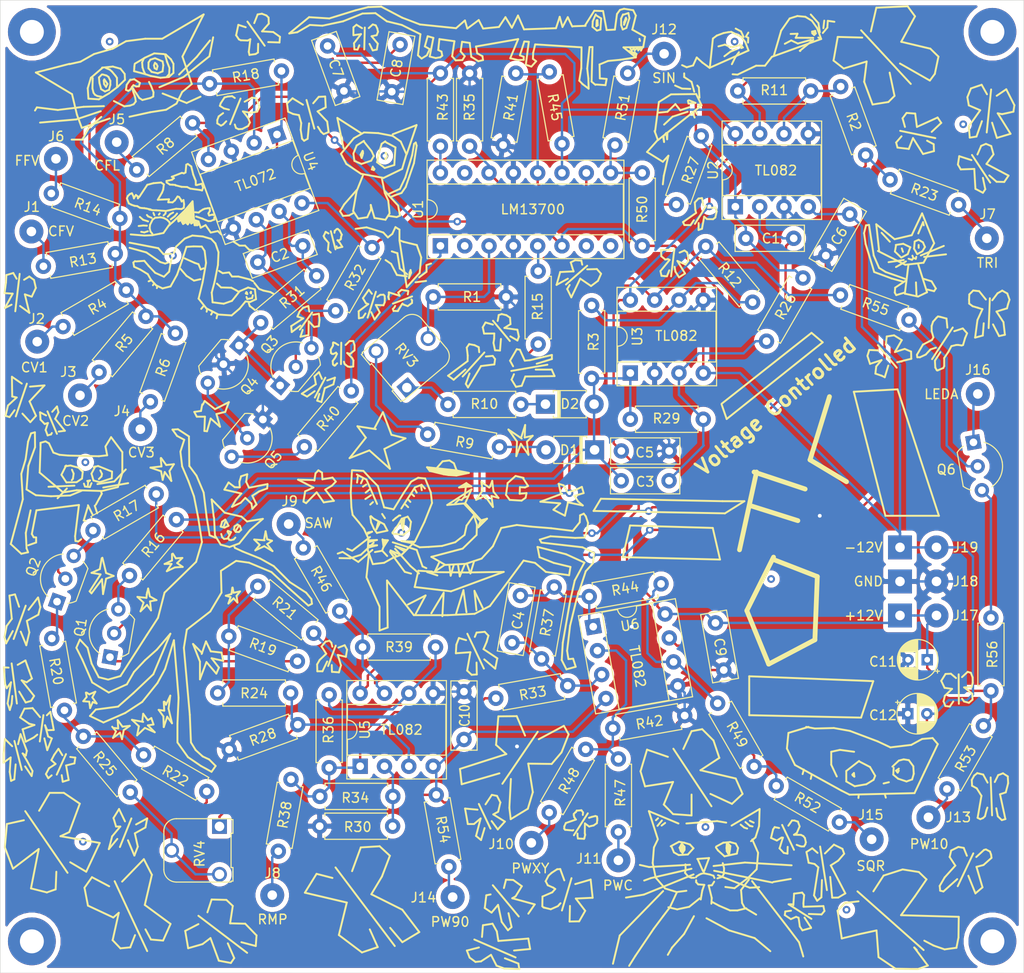
<source format=kicad_pcb>
(kicad_pcb (version 20171130) (host pcbnew "(5.1.2-1)-1")
  (layers (0 F.Cu signal hide) (31 B.Cu signal hide) (34 B.Paste user hide) (35 F.Paste user hide) (36 B.SilkS user hide) (37 F.SilkS user) (38 B.Mask user) (39 F.Mask user) (44 Edge.Cuts user))
  (net 0 "")
  (net 1 "Net-(C1-Pad1)")
  (net 2 "Net-(C1-Pad2)")
  (net 3 "Net-(C2-Pad2)")
  (net 4 "Net-(C2-Pad1)")
  (net 5 "Net-(C3-Pad2)")
  (net 6 "Net-(C3-Pad1)")
  (net 7 "Net-(C4-Pad1)")
  (net 8 "Net-(C4-Pad2)")
  (net 9 +12V)
  (net 10 Earth)
  (net 11 -12V)
  (net 12 "Net-(D1-Pad2)")
  (net 13 "Net-(D2-Pad1)")
  (net 14 "Net-(J1-Pad1)")
  (net 15 "Net-(J2-Pad1)")
  (net 16 "Net-(J3-Pad1)")
  (net 17 "Net-(J4-Pad1)")
  (net 18 "Net-(J5-Pad1)")
  (net 19 "Net-(J6-Pad1)")
  (net 20 "Net-(J7-Pad1)")
  (net 21 "Net-(J8-Pad1)")
  (net 22 "Net-(J9-Pad1)")
  (net 23 "Net-(J10-Pad1)")
  (net 24 "Net-(J11-Pad1)")
  (net 25 "Net-(J12-Pad1)")
  (net 26 "Net-(J13-Pad1)")
  (net 27 "Net-(J14-Pad1)")
  (net 28 "Net-(J15-Pad1)")
  (net 29 "Net-(D3-Pad2)")
  (net 30 "Net-(Q1-Pad2)")
  (net 31 "Net-(Q1-Pad3)")
  (net 32 "Net-(Q1-Pad1)")
  (net 33 "Net-(Q2-Pad1)")
  (net 34 "Net-(Q2-Pad3)")
  (net 35 "Net-(Q3-Pad2)")
  (net 36 "Net-(Q3-Pad1)")
  (net 37 "Net-(Q4-Pad3)")
  (net 38 "Net-(Q5-Pad3)")
  (net 39 "Net-(Q6-Pad2)")
  (net 40 "Net-(Q6-Pad3)")
  (net 41 "Net-(R1-Pad1)")
  (net 42 "Net-(R11-Pad2)")
  (net 43 "Net-(R12-Pad2)")
  (net 44 "Net-(R13-Pad1)")
  (net 45 "Net-(R9-Pad2)")
  (net 46 "Net-(R10-Pad2)")
  (net 47 ZZ)
  (net 48 "Net-(R15-Pad2)")
  (net 49 "Net-(R19-Pad1)")
  (net 50 "Net-(R20-Pad1)")
  (net 51 "Net-(R24-Pad1)")
  (net 52 "Net-(R25-Pad1)")
  (net 53 "Net-(R27-Pad1)")
  (net 54 "Net-(R30-Pad1)")
  (net 55 "Net-(R33-Pad1)")
  (net 56 "Net-(R36-Pad1)")
  (net 57 "Net-(R39-Pad1)")
  (net 58 "Net-(R40-Pad1)")
  (net 59 "Net-(R41-Pad1)")
  (net 60 "Net-(R42-Pad2)")
  (net 61 "Net-(R43-Pad1)")
  (net 62 "Net-(R44-Pad2)")
  (net 63 "Net-(R49-Pad2)")
  (net 64 "Net-(R50-Pad2)")
  (net 65 "Net-(U1-Pad2)")
  (net 66 "Net-(U1-Pad7)")
  (net 67 "Net-(U1-Pad15)")
  (net 68 "Net-(U1-Pad8)")
  (module MountingHole:MountingHole_2.5mm_Pad (layer F.Cu) (at 15.494 110.49)
    (fp_text reference REF** hide)
    (fp_text value MountingHole_2.5mm_Pad hide)
    (pad 1 thru_hole circle (at 0 0) (size 5 5) (drill 2.5) (layers *.Cu *.Mask))
  )
  (module MountingHole:MountingHole_2.5mm_Pad (layer F.Cu) (at 115.824 110.49)
    (fp_text reference REF** hide)
    (fp_text value MountingHole_2.5mm_Pad hide)
    (pad 1 thru_hole circle (at 0 0) (size 5 5) (drill 2.5) (layers *.Cu *.Mask))
  )
  (module MountingHole:MountingHole_2.5mm_Pad (layer F.Cu) (at 115.824 15.494)
    (fp_text reference REF** hide)
    (fp_text value MountingHole_2.5mm_Pad hide)
    (pad 1 thru_hole circle (at 0 0) (size 5 5) (drill 2.5) (layers *.Cu *.Mask))
  )
  (module MountingHole:MountingHole_2.5mm_Pad (layer F.Cu) (at 15.494 15.494)
    (fp_text reference REF** hide)
    (fp_text value MountingHole_2.5mm_Pad hide)
    (pad 1 thru_hole circle (at 0 0) (size 5 5) (drill 2.5) (layers *.Cu *.Mask))
  )
  (module Capacitor_THT:C_Rect_L7.0mm_W2.5mm_P5.00mm (layer F.Cu) (at 90.0684 37.0586)
    (fp_text reference C1 (at 2.6416 0.0254) (layer F.SilkS))
    (fp_text value 0.02uF)
    (pad 1 thru_hole circle (at 0 0) (size 1.6 1.6) (drill 0.8) (layers *.Cu *.Mask) (net 1 "Net-(C1-Pad1)"))
    (pad 2 thru_hole circle (at 5 0) (size 1.6 1.6) (drill 0.8) (layers *.Cu *.Mask) (net 2 "Net-(C1-Pad2)"))
  )
  (module Capacitor_THT:C_Rect_L7.0mm_W2.5mm_P5.00mm (layer F.Cu) (at 43.7896 37.846 200)
    (fp_text reference C2 (at 2.591103 -0.13812 20) (layer F.SilkS))
    (fp_text value 100pF)
    (pad 2 thru_hole circle (at 5 0 200) (size 1.6 1.6) (drill 0.8) (layers *.Cu *.Mask) (net 3 "Net-(C2-Pad2)"))
    (pad 1 thru_hole circle (at 0 0 200) (size 1.6 1.6) (drill 0.8) (layers *.Cu *.Mask) (net 4 "Net-(C2-Pad1)"))
  )
  (module Capacitor_THT:C_Rect_L7.0mm_W2.5mm_P5.00mm (layer F.Cu) (at 77.05 62.38)
    (fp_text reference C3 (at 2.5 0.104) (layer F.SilkS))
    (fp_text value 10pF)
    (pad 2 thru_hole circle (at 5 0) (size 1.6 1.6) (drill 0.8) (layers *.Cu *.Mask) (net 5 "Net-(C3-Pad2)"))
    (pad 1 thru_hole circle (at 0 0) (size 1.6 1.6) (drill 0.8) (layers *.Cu *.Mask) (net 6 "Net-(C3-Pad1)"))
  )
  (module Capacitor_THT:C_Rect_L7.0mm_W2.5mm_P5.00mm (layer F.Cu) (at 66.5226 74.3712 260)
    (fp_text reference C4 (at 2.591136 -0.224761 80) (layer F.SilkS))
    (fp_text value 10pF)
    (pad 1 thru_hole circle (at 0 0 260) (size 1.6 1.6) (drill 0.8) (layers *.Cu *.Mask) (net 7 "Net-(C4-Pad1)"))
    (pad 2 thru_hole circle (at 5 0 260) (size 1.6 1.6) (drill 0.8) (layers *.Cu *.Mask) (net 8 "Net-(C4-Pad2)"))
  )
  (module Capacitor_THT:CP_Radial_D4.0mm_P2.00mm (layer F.Cu) (at 109.0168 81.0768 180)
    (fp_text reference C11 (at 4.6228 -0.2032) (layer F.SilkS))
    (fp_text value 10uF)
    (pad 2 thru_hole circle (at 2 0 180) (size 1.2 1.2) (drill 0.6) (layers *.Cu *.Mask) (net 10 Earth))
    (pad 1 thru_hole rect (at 0 0 180) (size 1.2 1.2) (drill 0.6) (layers *.Cu *.Mask) (net 9 +12V))
  )
  (module Capacitor_THT:CP_Radial_D4.0mm_P2.00mm (layer F.Cu) (at 106.9848 86.7156)
    (fp_text reference C12 (at -2.5908 0.1524) (layer F.SilkS))
    (fp_text value 10uF)
    (pad 2 thru_hole circle (at 2 0) (size 1.2 1.2) (drill 0.6) (layers *.Cu *.Mask) (net 11 -12V))
    (pad 1 thru_hole rect (at 0 0) (size 1.2 1.2) (drill 0.6) (layers *.Cu *.Mask) (net 10 Earth))
  )
  (module Diode_THT:D_T-1_P5.08mm_Horizontal (layer F.Cu) (at 74.2678 59.1564 180)
    (fp_text reference D1 (at 2.6398 -0.0256) (layer F.SilkS))
    (fp_text value D)
    (pad 1 thru_hole rect (at 0 0 180) (size 2 2) (drill 1) (layers *.Cu *.Mask) (net 6 "Net-(C3-Pad1)"))
    (pad 2 thru_hole oval (at 5.08 0 180) (size 2 2) (drill 1) (layers *.Cu *.Mask) (net 12 "Net-(D1-Pad2)"))
  )
  (module Diode_THT:D_T-1_P5.08mm_Horizontal (layer F.Cu) (at 69.138802 54.3814)
    (fp_text reference D2 (at 2.54 -0.0254) (layer F.SilkS))
    (fp_text value D)
    (pad 2 thru_hole oval (at 5.08 0) (size 2 2) (drill 1) (layers *.Cu *.Mask) (net 6 "Net-(C3-Pad1)"))
    (pad 1 thru_hole rect (at 0 0) (size 2 2) (drill 1) (layers *.Cu *.Mask) (net 13 "Net-(D2-Pad1)"))
  )
  (module Connector_Wire:SolderWirePad_1x01_Drill1mm (layer F.Cu) (at 15.4432 36.3474 10)
    (fp_text reference J1 (at 0.495505 -2.517604) (layer F.SilkS))
    (fp_text value CFV)
    (pad 1 thru_hole circle (at 0 0 10) (size 2.49936 2.49936) (drill 1.00076) (layers *.Cu *.Mask) (net 14 "Net-(J1-Pad1)"))
  )
  (module Connector_Wire:SolderWirePad_1x01_Drill1mm (layer F.Cu) (at 16.0528 47.8536 30)
    (fp_text reference J2 (at 1.149806 -2.093122) (layer F.SilkS))
    (fp_text value CV1)
    (pad 1 thru_hole circle (at 0 0 30) (size 2.49936 2.49936) (drill 1.00076) (layers *.Cu *.Mask) (net 15 "Net-(J2-Pad1)"))
  )
  (module Connector_Wire:SolderWirePad_1x01_Drill1mm (layer F.Cu) (at 20.5232 53.467 50)
    (fp_text reference J3 (at 1.092372 -2.508162) (layer F.SilkS))
    (fp_text value CV2)
    (pad 1 thru_hole circle (at 0 0 50) (size 2.49936 2.49936) (drill 1.00076) (layers *.Cu *.Mask) (net 16 "Net-(J3-Pad1)"))
  )
  (module Connector_Wire:SolderWirePad_1x01_Drill1mm (layer F.Cu) (at 26.8224 56.9976 70)
    (fp_text reference J4 (at 1.106011 -2.456844) (layer F.SilkS))
    (fp_text value CV3)
    (pad 1 thru_hole circle (at 0 0 70) (size 2.49936 2.49936) (drill 1.00076) (layers *.Cu *.Mask) (net 17 "Net-(J4-Pad1)"))
  )
  (module Connector_Wire:SolderWirePad_1x01_Drill1mm (layer F.Cu) (at 24.353162 27.015534 40)
    (fp_text reference J5 (at 1.551873 -1.801474) (layer F.SilkS))
    (fp_text value CFL)
    (pad 1 thru_hole circle (at 0 0 40) (size 2.49936 2.49936) (drill 1.00076) (layers *.Cu *.Mask) (net 18 "Net-(J5-Pad1)"))
  )
  (module Connector_Wire:SolderWirePad_1x01_Drill1mm (layer F.Cu) (at 18.0086 28.7528 70)
    (fp_text reference J6 (at 2.204561 -0.775364) (layer F.SilkS))
    (fp_text value FFV)
    (pad 1 thru_hole circle (at 0 0 70) (size 2.49936 2.49936) (drill 1.00076) (layers *.Cu *.Mask) (net 19 "Net-(J6-Pad1)"))
  )
  (module Connector_Wire:SolderWirePad_1x01_Drill1mm (layer F.Cu) (at 115.2398 37.0586)
    (fp_text reference J7 (at 0.0762 -2.5146) (layer F.SilkS))
    (fp_text value TRI)
    (pad 1 thru_hole circle (at 0 0) (size 2.49936 2.49936) (drill 1.00076) (layers *.Cu *.Mask) (net 20 "Net-(J7-Pad1)"))
  )
  (module Connector_Wire:SolderWirePad_1x01_Drill1mm (layer F.Cu) (at 40.6019 105.664)
    (fp_text reference J8 (at 0.0381 -2.286) (layer F.SilkS))
    (fp_text value RMP)
    (pad 1 thru_hole circle (at 0 0) (size 2.49936 2.49936) (drill 1.00076) (layers *.Cu *.Mask) (net 21 "Net-(J8-Pad1)"))
  )
  (module Connector_Wire:SolderWirePad_1x01_Drill1mm (layer F.Cu) (at 42.3164 66.9036 30)
    (fp_text reference J9 (at 1.281788 -2.016922) (layer F.SilkS))
    (fp_text value SAW)
    (pad 1 thru_hole circle (at 0 0 30) (size 2.49936 2.49936) (drill 1.00076) (layers *.Cu *.Mask) (net 22 "Net-(J9-Pad1)"))
  )
  (module Connector_Wire:SolderWirePad_1x01_Drill1mm (layer F.Cu) (at 67.6656 100.203)
    (fp_text reference J10 (at -3.1496 0.127) (layer F.SilkS))
    (fp_text value PWXY)
    (pad 1 thru_hole circle (at 0 0) (size 2.49936 2.49936) (drill 1.00076) (layers *.Cu *.Mask) (net 23 "Net-(J10-Pad1)"))
  )
  (module Connector_Wire:SolderWirePad_1x01_Drill1mm (layer F.Cu) (at 76.7588 102.0318)
    (fp_text reference J11 (at -3.0988 -0.1778) (layer F.SilkS))
    (fp_text value PWC)
    (pad 1 thru_hole circle (at 0 0) (size 2.49936 2.49936) (drill 1.00076) (layers *.Cu *.Mask) (net 24 "Net-(J11-Pad1)"))
  )
  (module Connector_Wire:SolderWirePad_1x01_Drill1mm (layer F.Cu) (at 81.534 17.78)
    (fp_text reference J12 (at 0 -2.54) (layer F.SilkS))
    (fp_text value SIN)
    (pad 1 thru_hole circle (at 0 0) (size 2.49936 2.49936) (drill 1.00076) (layers *.Cu *.Mask) (net 25 "Net-(J12-Pad1)"))
  )
  (module Connector_Wire:SolderWirePad_1x01_Drill1mm (layer F.Cu) (at 109.1438 97.536)
    (fp_text reference J13 (at 3.1242 0) (layer F.SilkS))
    (fp_text value PW10)
    (pad 1 thru_hole circle (at 0 0) (size 2.49936 2.49936) (drill 1.00076) (layers *.Cu *.Mask) (net 26 "Net-(J13-Pad1)"))
  )
  (module Connector_Wire:SolderWirePad_1x01_Drill1mm (layer F.Cu) (at 59.4487 105.8672)
    (fp_text reference J14 (at -3.0607 0.0508) (layer F.SilkS))
    (fp_text value PW90)
    (pad 1 thru_hole circle (at 0 0) (size 2.49936 2.49936) (drill 1.00076) (layers *.Cu *.Mask) (net 27 "Net-(J14-Pad1)"))
  )
  (module Connector_Wire:SolderWirePad_1x01_Drill1mm (layer F.Cu) (at 103.2129 99.8347)
    (fp_text reference J15 (at -0.0889 -2.5527) (layer F.SilkS))
    (fp_text value SQR)
    (pad 1 thru_hole circle (at 0 0) (size 2.49936 2.49936) (drill 1.00076) (layers *.Cu *.Mask) (net 28 "Net-(J15-Pad1)"))
  )
  (module Connector_Wire:SolderWirePad_1x01_Drill1mm (layer F.Cu) (at 114.3 53.3146)
    (fp_text reference J16 (at 0 -2.5146) (layer F.SilkS))
    (fp_text value LEDA)
    (pad 1 thru_hole circle (at 0 0) (size 2.49936 2.49936) (drill 1.00076) (layers *.Cu *.Mask) (net 29 "Net-(D3-Pad2)"))
  )
  (module Package_TO_SOT_THT:TO-92_Inline_Wide (layer F.Cu) (at 23.6474 80.8101 80)
    (fp_text reference Q1 (at 2.54 -3.56 80) (layer F.SilkS))
    (fp_text value Q_NJFET_DSG)
    (pad 2 thru_hole circle (at 2.54 0 170) (size 1.5 1.5) (drill 0.8) (layers *.Cu *.Mask) (net 30 "Net-(Q1-Pad2)"))
    (pad 3 thru_hole circle (at 5.08 0 170) (size 1.5 1.5) (drill 0.8) (layers *.Cu *.Mask) (net 31 "Net-(Q1-Pad3)"))
    (pad 1 thru_hole rect (at 0 0 170) (size 1.5 1.5) (drill 0.8) (layers *.Cu *.Mask) (net 32 "Net-(Q1-Pad1)"))
  )
  (module Package_TO_SOT_THT:TO-92_Inline_Wide (layer F.Cu) (at 18.1229 75.0062 70)
    (fp_text reference Q2 (at 2.54 -3.56 70) (layer F.SilkS))
    (fp_text value Q_NJFET_DSG)
    (pad 1 thru_hole rect (at 0 0 160) (size 1.5 1.5) (drill 0.8) (layers *.Cu *.Mask) (net 33 "Net-(Q2-Pad1)"))
    (pad 3 thru_hole circle (at 5.08 0 160) (size 1.5 1.5) (drill 0.8) (layers *.Cu *.Mask) (net 34 "Net-(Q2-Pad3)"))
    (pad 2 thru_hole circle (at 2.54 0 160) (size 1.5 1.5) (drill 0.8) (layers *.Cu *.Mask) (net 1 "Net-(C1-Pad1)"))
  )
  (module Package_TO_SOT_THT:TO-92_Inline_Wide (layer F.Cu) (at 41.4274 52.4256 50)
    (fp_text reference Q3 (at 2.54 -3.56 50) (layer F.SilkS))
    (fp_text value 2N3904)
    (pad 2 thru_hole circle (at 2.54 0 140) (size 1.5 1.5) (drill 0.8) (layers *.Cu *.Mask) (net 35 "Net-(Q3-Pad2)"))
    (pad 3 thru_hole circle (at 5.08 0 140) (size 1.5 1.5) (drill 0.8) (layers *.Cu *.Mask) (net 3 "Net-(C2-Pad2)"))
    (pad 1 thru_hole rect (at 0 0 140) (size 1.5 1.5) (drill 0.8) (layers *.Cu *.Mask) (net 36 "Net-(Q3-Pad1)"))
  )
  (module Package_TO_SOT_THT:TO-92_Inline_Wide (layer F.Cu) (at 37.1348 48.26 230)
    (fp_text reference Q4 (at 2.54 -3.56 50) (layer F.SilkS))
    (fp_text value 2N3904)
    (pad 1 thru_hole rect (at 0 0 320) (size 1.5 1.5) (drill 0.8) (layers *.Cu *.Mask) (net 36 "Net-(Q3-Pad1)"))
    (pad 3 thru_hole circle (at 5.08 0 320) (size 1.5 1.5) (drill 0.8) (layers *.Cu *.Mask) (net 37 "Net-(Q4-Pad3)"))
    (pad 2 thru_hole circle (at 2.54 0 320) (size 1.5 1.5) (drill 0.8) (layers *.Cu *.Mask) (net 10 Earth))
  )
  (module Package_TO_SOT_THT:TO-92_Inline_Wide (layer F.Cu) (at 39.624 55.9816 230)
    (fp_text reference Q5 (at 2.54 -3.56 50) (layer F.SilkS))
    (fp_text value 2N3906)
    (pad 1 thru_hole rect (at 0 0 320) (size 1.5 1.5) (drill 0.8) (layers *.Cu *.Mask) (net 10 Earth))
    (pad 3 thru_hole circle (at 5.08 0 320) (size 1.5 1.5) (drill 0.8) (layers *.Cu *.Mask) (net 38 "Net-(Q5-Pad3)"))
    (pad 2 thru_hole circle (at 2.54 0 320) (size 1.5 1.5) (drill 0.8) (layers *.Cu *.Mask) (net 37 "Net-(Q4-Pad3)"))
  )
  (module Package_TO_SOT_THT:TO-92_Inline_Wide (layer F.Cu) (at 113.8428 58.3692 280)
    (fp_text reference Q6 (at 2.307587 3.295575 180) (layer F.SilkS))
    (fp_text value 2N3904)
    (pad 2 thru_hole circle (at 2.54 0 10) (size 1.5 1.5) (drill 0.8) (layers *.Cu *.Mask) (net 39 "Net-(Q6-Pad2)"))
    (pad 3 thru_hole circle (at 5.08 0 10) (size 1.5 1.5) (drill 0.8) (layers *.Cu *.Mask) (net 40 "Net-(Q6-Pad3)"))
    (pad 1 thru_hole rect (at 0 0 10) (size 1.5 1.5) (drill 0.8) (layers *.Cu *.Mask) (net 29 "Net-(D3-Pad2)"))
  )
  (module Resistor_THT:R_Axial_DIN0207_L6.3mm_D2.5mm_P7.62mm_Horizontal (layer F.Cu) (at 57.404 43.18)
    (fp_text reference R1 (at 4.064 0) (layer F.SilkS))
    (fp_text value 1K)
    (pad 2 thru_hole oval (at 7.62 0) (size 1.6 1.6) (drill 0.8) (layers *.Cu *.Mask) (net 10 Earth))
    (pad 1 thru_hole circle (at 0 0) (size 1.6 1.6) (drill 0.8) (layers *.Cu *.Mask) (net 41 "Net-(R1-Pad1)"))
  )
  (module Resistor_THT:R_Axial_DIN0207_L6.3mm_D2.5mm_P7.62mm_Horizontal (layer F.Cu) (at 99.9744 21.209 290)
    (fp_text reference R2 (at 3.930003 -0.029222 110) (layer F.SilkS))
    (fp_text value 20K)
    (pad 1 thru_hole circle (at 0 0 290) (size 1.6 1.6) (drill 0.8) (layers *.Cu *.Mask) (net 42 "Net-(R11-Pad2)"))
    (pad 2 thru_hole oval (at 7.62 0 290) (size 1.6 1.6) (drill 0.8) (layers *.Cu *.Mask) (net 1 "Net-(C1-Pad1)"))
  )
  (module Resistor_THT:R_Axial_DIN0207_L6.3mm_D2.5mm_P7.62mm_Horizontal (layer F.Cu) (at 73.9648 44.069 270)
    (fp_text reference R3 (at 3.81 -0.2032 90) (layer F.SilkS))
    (fp_text value 47K)
    (pad 2 thru_hole oval (at 7.62 0 270) (size 1.6 1.6) (drill 0.8) (layers *.Cu *.Mask) (net 6 "Net-(C3-Pad1)"))
    (pad 1 thru_hole circle (at 0 0 270) (size 1.6 1.6) (drill 0.8) (layers *.Cu *.Mask) (net 43 "Net-(R12-Pad2)"))
  )
  (module Resistor_THT:R_Axial_DIN0207_L6.3mm_D2.5mm_P7.62mm_Horizontal (layer F.Cu) (at 25.3492 42.4688 210)
    (fp_text reference R4 (at 3.459251 0.002801 30) (layer F.SilkS))
    (fp_text value 100K)
    (pad 1 thru_hole circle (at 0 0 210) (size 1.6 1.6) (drill 0.8) (layers *.Cu *.Mask) (net 44 "Net-(R13-Pad1)"))
    (pad 2 thru_hole oval (at 7.62 0 210) (size 1.6 1.6) (drill 0.8) (layers *.Cu *.Mask) (net 15 "Net-(J2-Pad1)"))
  )
  (module Resistor_THT:R_Axial_DIN0207_L6.3mm_D2.5mm_P7.62mm_Horizontal (layer F.Cu) (at 27.4066 45.212 230)
    (fp_text reference R5 (at 3.593414 -0.064229 50) (layer F.SilkS))
    (fp_text value 100K)
    (pad 2 thru_hole oval (at 7.62 0 230) (size 1.6 1.6) (drill 0.8) (layers *.Cu *.Mask) (net 16 "Net-(J3-Pad1)"))
    (pad 1 thru_hole circle (at 0 0 230) (size 1.6 1.6) (drill 0.8) (layers *.Cu *.Mask) (net 44 "Net-(R13-Pad1)"))
  )
  (module Resistor_THT:R_Axial_DIN0207_L6.3mm_D2.5mm_P7.62mm_Horizontal (layer F.Cu) (at 30.48 46.9646 250)
    (fp_text reference R6 (at 3.799781 -0.031501 70) (layer F.SilkS))
    (fp_text value 100K)
    (pad 1 thru_hole circle (at 0 0 250) (size 1.6 1.6) (drill 0.8) (layers *.Cu *.Mask) (net 44 "Net-(R13-Pad1)"))
    (pad 2 thru_hole oval (at 7.62 0 250) (size 1.6 1.6) (drill 0.8) (layers *.Cu *.Mask) (net 17 "Net-(J4-Pad1)"))
  )
  (module Resistor_THT:R_Axial_DIN0207_L6.3mm_D2.5mm_P7.62mm_Horizontal (layer F.Cu) (at 32.281597 25.004814 220)
    (fp_text reference R8 (at 3.71857 -0.048216 40) (layer F.SilkS))
    (fp_text value 4.7K)
    (pad 1 thru_hole circle (at 0 0 220) (size 1.6 1.6) (drill 0.8) (layers *.Cu *.Mask) (net 11 -12V))
    (pad 2 thru_hole oval (at 7.62 0 220) (size 1.6 1.6) (drill 0.8) (layers *.Cu *.Mask) (net 18 "Net-(J5-Pad1)"))
  )
  (module Resistor_THT:R_Axial_DIN0207_L6.3mm_D2.5mm_P7.62mm_Horizontal (layer F.Cu) (at 64.3382 58.8518 170)
    (fp_text reference R9 (at 3.652 -0.205485 170) (layer F.SilkS))
    (fp_text value 100K)
    (pad 2 thru_hole oval (at 7.62 0 170) (size 1.6 1.6) (drill 0.8) (layers *.Cu *.Mask) (net 45 "Net-(R9-Pad2)"))
    (pad 1 thru_hole circle (at 0 0 170) (size 1.6 1.6) (drill 0.8) (layers *.Cu *.Mask) (net 12 "Net-(D1-Pad2)"))
  )
  (module Resistor_THT:R_Axial_DIN0207_L6.3mm_D2.5mm_P7.62mm_Horizontal (layer F.Cu) (at 66.5734 54.4068 180)
    (fp_text reference R10 (at 3.81 0.0508) (layer F.SilkS))
    (fp_text value 100K)
    (pad 1 thru_hole circle (at 0 0 180) (size 1.6 1.6) (drill 0.8) (layers *.Cu *.Mask) (net 13 "Net-(D2-Pad1)"))
    (pad 2 thru_hole oval (at 7.62 0 180) (size 1.6 1.6) (drill 0.8) (layers *.Cu *.Mask) (net 46 "Net-(R10-Pad2)"))
  )
  (module Resistor_THT:R_Axial_DIN0207_L6.3mm_D2.5mm_P7.62mm_Horizontal (layer F.Cu) (at 89.2302 21.6662)
    (fp_text reference R11 (at 3.81 -0.0762) (layer F.SilkS))
    (fp_text value 20K)
    (pad 2 thru_hole oval (at 7.62 0) (size 1.6 1.6) (drill 0.8) (layers *.Cu *.Mask) (net 42 "Net-(R11-Pad2)"))
    (pad 1 thru_hole circle (at 0 0) (size 1.6 1.6) (drill 0.8) (layers *.Cu *.Mask) (net 30 "Net-(Q1-Pad2)"))
  )
  (module Resistor_THT:R_Axial_DIN0207_L6.3mm_D2.5mm_P7.62mm_Horizontal (layer F.Cu) (at 85.8774 37.8968 310)
    (fp_text reference R12 (at 3.912342 0.000268 130) (layer F.SilkS))
    (fp_text value 47K)
    (pad 1 thru_hole circle (at 0 0 310) (size 1.6 1.6) (drill 0.8) (layers *.Cu *.Mask) (net 47 ZZ))
    (pad 2 thru_hole oval (at 7.62 0 310) (size 1.6 1.6) (drill 0.8) (layers *.Cu *.Mask) (net 43 "Net-(R12-Pad2)"))
  )
  (module Resistor_THT:R_Axial_DIN0207_L6.3mm_D2.5mm_P7.62mm_Horizontal (layer F.Cu) (at 24.2062 38.6588 190)
    (fp_text reference R13 (at 3.450376 -0.113777 10) (layer F.SilkS))
    (fp_text value 100K)
    (pad 1 thru_hole circle (at 0 0 190) (size 1.6 1.6) (drill 0.8) (layers *.Cu *.Mask) (net 44 "Net-(R13-Pad1)"))
    (pad 2 thru_hole oval (at 7.62 0 190) (size 1.6 1.6) (drill 0.8) (layers *.Cu *.Mask) (net 14 "Net-(J1-Pad1)"))
  )
  (module Resistor_THT:R_Axial_DIN0207_L6.3mm_D2.5mm_P7.62mm_Horizontal (layer F.Cu) (at 24.6888 34.9758 160)
    (fp_text reference R14 (at 3.558905 -0.02492 160) (layer F.SilkS))
    (fp_text value 3M)
    (pad 2 thru_hole oval (at 7.62 0 160) (size 1.6 1.6) (drill 0.8) (layers *.Cu *.Mask) (net 19 "Net-(J6-Pad1)"))
    (pad 1 thru_hole circle (at 0 0 160) (size 1.6 1.6) (drill 0.8) (layers *.Cu *.Mask) (net 44 "Net-(R13-Pad1)"))
  )
  (module Resistor_THT:R_Axial_DIN0207_L6.3mm_D2.5mm_P7.62mm_Horizontal (layer F.Cu) (at 68.3768 48.1076 90)
    (fp_text reference R15 (at 3.9116 -0.0508 90) (layer F.SilkS))
    (fp_text value 39K)
    (pad 2 thru_hole oval (at 7.62 0 90) (size 1.6 1.6) (drill 0.8) (layers *.Cu *.Mask) (net 48 "Net-(R15-Pad2)"))
    (pad 1 thru_hole circle (at 0 0 90) (size 1.6 1.6) (drill 0.8) (layers *.Cu *.Mask) (net 2 "Net-(C1-Pad2)"))
  )
  (module Resistor_THT:R_Axial_DIN0207_L6.3mm_D2.5mm_P7.62mm_Horizontal (layer F.Cu) (at 25.6921 72.2757 50)
    (fp_text reference R16 (at 4.05011 -0.132447 50) (layer F.SilkS))
    (fp_text value 30K)
    (pad 1 thru_hole circle (at 0 0 50) (size 1.6 1.6) (drill 0.8) (layers *.Cu *.Mask) (net 31 "Net-(Q1-Pad3)"))
    (pad 2 thru_hole oval (at 7.62 0 50) (size 1.6 1.6) (drill 0.8) (layers *.Cu *.Mask) (net 6 "Net-(C3-Pad1)"))
  )
  (module Resistor_THT:R_Axial_DIN0207_L6.3mm_D2.5mm_P7.62mm_Horizontal (layer F.Cu) (at 21.8821 67.5767 30)
    (fp_text reference R17 (at 4.068941 -0.011812 30) (layer F.SilkS))
    (fp_text value 30K)
    (pad 2 thru_hole oval (at 7.62 0 30) (size 1.6 1.6) (drill 0.8) (layers *.Cu *.Mask) (net 47 ZZ))
    (pad 1 thru_hole circle (at 0 0 30) (size 1.6 1.6) (drill 0.8) (layers *.Cu *.Mask) (net 34 "Net-(Q2-Pad3)"))
  )
  (module Resistor_THT:R_Axial_DIN0207_L6.3mm_D2.5mm_P7.62mm_Horizontal (layer F.Cu) (at 34.0614 20.9042 10)
    (fp_text reference R18 (at 3.872655 -0.168277 10) (layer F.SilkS))
    (fp_text value 2K)
    (pad 1 thru_hole circle (at 0 0 10) (size 1.6 1.6) (drill 0.8) (layers *.Cu *.Mask) (net 44 "Net-(R13-Pad1)"))
    (pad 2 thru_hole oval (at 7.62 0 10) (size 1.6 1.6) (drill 0.8) (layers *.Cu *.Mask) (net 35 "Net-(Q3-Pad2)"))
  )
  (module Resistor_THT:R_Axial_DIN0207_L6.3mm_D2.5mm_P7.62mm_Horizontal (layer F.Cu) (at 36.068 78.6257 340)
    (fp_text reference R19 (at 3.728132 -0.154089 160) (layer F.SilkS))
    (fp_text value 10K)
    (pad 2 thru_hole oval (at 7.62 0 340) (size 1.6 1.6) (drill 0.8) (layers *.Cu *.Mask) (net 32 "Net-(Q1-Pad1)"))
    (pad 1 thru_hole circle (at 0 0 340) (size 1.6 1.6) (drill 0.8) (layers *.Cu *.Mask) (net 49 "Net-(R19-Pad1)"))
  )
  (module Resistor_THT:R_Axial_DIN0207_L6.3mm_D2.5mm_P7.62mm_Horizontal (layer F.Cu) (at 18.8976 86.36 100)
    (fp_text reference R20 (at 4.152221 -0.144774 100) (layer F.SilkS))
    (fp_text value 10K)
    (pad 1 thru_hole circle (at 0 0 100) (size 1.6 1.6) (drill 0.8) (layers *.Cu *.Mask) (net 50 "Net-(R20-Pad1)"))
    (pad 2 thru_hole oval (at 7.62 0 100) (size 1.6 1.6) (drill 0.8) (layers *.Cu *.Mask) (net 33 "Net-(Q2-Pad1)"))
  )
  (module Resistor_THT:R_Axial_DIN0207_L6.3mm_D2.5mm_P7.62mm_Horizontal (layer F.Cu) (at 39.0906 73.406 320)
    (fp_text reference R21 (at 3.629198 -0.061098 140) (layer F.SilkS))
    (fp_text value 15K)
    (pad 2 thru_hole oval (at 7.62 0 320) (size 1.6 1.6) (drill 0.8) (layers *.Cu *.Mask) (net 9 +12V))
    (pad 1 thru_hole circle (at 0 0 320) (size 1.6 1.6) (drill 0.8) (layers *.Cu *.Mask) (net 49 "Net-(R19-Pad1)"))
  )
  (module Resistor_THT:R_Axial_DIN0207_L6.3mm_D2.5mm_P7.62mm_Horizontal (layer F.Cu) (at 33.7566 94.8309 150)
    (fp_text reference R22 (at 3.644069 -0.241488 150) (layer F.SilkS))
    (fp_text value 15K)
    (pad 2 thru_hole oval (at 7.62 0 150) (size 1.6 1.6) (drill 0.8) (layers *.Cu *.Mask) (net 50 "Net-(R20-Pad1)"))
    (pad 1 thru_hole circle (at 0 0 150) (size 1.6 1.6) (drill 0.8) (layers *.Cu *.Mask) (net 11 -12V))
  )
  (module Resistor_THT:R_Axial_DIN0207_L6.3mm_D2.5mm_P7.62mm_Horizontal (layer F.Cu) (at 105.1306 30.9372 340)
    (fp_text reference R23 (at 3.817155 0.016235 160) (layer F.SilkS))
    (fp_text value 1K)
    (pad 1 thru_hole circle (at 0 0 340) (size 1.6 1.6) (drill 0.8) (layers *.Cu *.Mask) (net 1 "Net-(C1-Pad1)"))
    (pad 2 thru_hole oval (at 7.62 0 340) (size 1.6 1.6) (drill 0.8) (layers *.Cu *.Mask) (net 20 "Net-(J7-Pad1)"))
  )
  (module Resistor_THT:R_Axial_DIN0207_L6.3mm_D2.5mm_P7.62mm_Horizontal (layer F.Cu) (at 42.52 84.55 180)
    (fp_text reference R24 (at 3.81 -0.032) (layer F.SilkS))
    (fp_text value 10K)
    (pad 1 thru_hole circle (at 0 0 180) (size 1.6 1.6) (drill 0.8) (layers *.Cu *.Mask) (net 51 "Net-(R24-Pad1)"))
    (pad 2 thru_hole oval (at 7.62 0 180) (size 1.6 1.6) (drill 0.8) (layers *.Cu *.Mask) (net 49 "Net-(R19-Pad1)"))
  )
  (module Resistor_THT:R_Axial_DIN0207_L6.3mm_D2.5mm_P7.62mm_Horizontal (layer F.Cu) (at 25.7683 94.9198 130)
    (fp_text reference R25 (at 3.982682 -0.123076 130) (layer F.SilkS))
    (fp_text value 9.1K)
    (pad 1 thru_hole circle (at 0 0 130) (size 1.6 1.6) (drill 0.8) (layers *.Cu *.Mask) (net 52 "Net-(R25-Pad1)"))
    (pad 2 thru_hole oval (at 7.62 0 130) (size 1.6 1.6) (drill 0.8) (layers *.Cu *.Mask) (net 50 "Net-(R20-Pad1)"))
  )
  (module Resistor_THT:R_Axial_DIN0207_L6.3mm_D2.5mm_P7.62mm_Horizontal (layer F.Cu) (at 92.2274 47.8028 60)
    (fp_text reference R26 (at 4.12688 -0.065633 60) (layer F.SilkS))
    (fp_text value 120K)
    (pad 1 thru_hole circle (at 0 0 60) (size 1.6 1.6) (drill 0.8) (layers *.Cu *.Mask) (net 5 "Net-(C3-Pad2)"))
    (pad 2 thru_hole oval (at 7.62 0 60) (size 1.6 1.6) (drill 0.8) (layers *.Cu *.Mask) (net 1 "Net-(C1-Pad1)"))
  )
  (module Resistor_THT:R_Axial_DIN0207_L6.3mm_D2.5mm_P7.62mm_Horizontal (layer F.Cu) (at 82.804 33.528 70)
    (fp_text reference R27 (at 3.862786 0.215868 70) (layer F.SilkS))
    (fp_text value 110K)
    (pad 2 thru_hole oval (at 7.62 0 70) (size 1.6 1.6) (drill 0.8) (layers *.Cu *.Mask) (net 1 "Net-(C1-Pad1)"))
    (pad 1 thru_hole circle (at 0 0 70) (size 1.6 1.6) (drill 0.8) (layers *.Cu *.Mask) (net 53 "Net-(R27-Pad1)"))
  )
  (module Resistor_THT:R_Axial_DIN0207_L6.3mm_D2.5mm_P7.62mm_Horizontal (layer F.Cu) (at 36.1061 90.4621 20)
    (fp_text reference R28 (at 3.753141 -0.026019 20) (layer F.SilkS))
    (fp_text value 10K)
    (pad 1 thru_hole circle (at 0 0 20) (size 1.6 1.6) (drill 0.8) (layers *.Cu *.Mask) (net 10 Earth))
    (pad 2 thru_hole oval (at 7.62 0 20) (size 1.6 1.6) (drill 0.8) (layers *.Cu *.Mask) (net 51 "Net-(R24-Pad1)"))
  )
  (module Resistor_THT:R_Axial_DIN0207_L6.3mm_D2.5mm_P7.62mm_Horizontal (layer F.Cu) (at 78.0034 55.9562)
    (fp_text reference R29 (at 3.7846 -0.0762) (layer F.SilkS))
    (fp_text value 270K)
    (pad 1 thru_hole circle (at 0 0) (size 1.6 1.6) (drill 0.8) (layers *.Cu *.Mask) (net 6 "Net-(C3-Pad1)"))
    (pad 2 thru_hole oval (at 7.62 0) (size 1.6 1.6) (drill 0.8) (layers *.Cu *.Mask) (net 5 "Net-(C3-Pad2)"))
  )
  (module Resistor_THT:R_Axial_DIN0207_L6.3mm_D2.5mm_P7.62mm_Horizontal (layer F.Cu) (at 53.1749 98.4631 180)
    (fp_text reference R30 (at 3.6449 -0.0889) (layer F.SilkS))
    (fp_text value 47K)
    (pad 1 thru_hole circle (at 0 0 180) (size 1.6 1.6) (drill 0.8) (layers *.Cu *.Mask) (net 54 "Net-(R30-Pad1)"))
    (pad 2 thru_hole oval (at 7.62 0 180) (size 1.6 1.6) (drill 0.8) (layers *.Cu *.Mask) (net 10 Earth))
  )
  (module Resistor_THT:R_Axial_DIN0207_L6.3mm_D2.5mm_P7.62mm_Horizontal (layer F.Cu) (at 39.3954 45.8724 40)
    (fp_text reference R31 (at 4.240663 0.04366 40) (layer F.SilkS))
    (fp_text value 10K)
    (pad 1 thru_hole circle (at 0 0 40) (size 1.6 1.6) (drill 0.8) (layers *.Cu *.Mask) (net 36 "Net-(Q3-Pad1)"))
    (pad 2 thru_hole oval (at 7.62 0 40) (size 1.6 1.6) (drill 0.8) (layers *.Cu *.Mask) (net 4 "Net-(C2-Pad1)"))
  )
  (module Resistor_THT:R_Axial_DIN0207_L6.3mm_D2.5mm_P7.62mm_Horizontal (layer F.Cu) (at 47.2186 44.6278 60)
    (fp_text reference R32 (at 4.042295 0.041861 60) (layer F.SilkS))
    (fp_text value 4.7M)
    (pad 2 thru_hole oval (at 7.62 0 60) (size 1.6 1.6) (drill 0.8) (layers *.Cu *.Mask) (net 9 +12V))
    (pad 1 thru_hole circle (at 0 0 60) (size 1.6 1.6) (drill 0.8) (layers *.Cu *.Mask) (net 3 "Net-(C2-Pad2)"))
  )
  (module Resistor_THT:R_Axial_DIN0207_L6.3mm_D2.5mm_P7.62mm_Horizontal (layer F.Cu) (at 63.9572 85.1027 10)
    (fp_text reference R33 (at 3.892564 0.157631 10) (layer F.SilkS))
    (fp_text value 100K)
    (pad 2 thru_hole oval (at 7.62 0 10) (size 1.6 1.6) (drill 0.8) (layers *.Cu *.Mask) (net 8 "Net-(C4-Pad2)"))
    (pad 1 thru_hole circle (at 0 0 10) (size 1.6 1.6) (drill 0.8) (layers *.Cu *.Mask) (net 55 "Net-(R33-Pad1)"))
  )
  (module Resistor_THT:R_Axial_DIN0207_L6.3mm_D2.5mm_P7.62mm_Horizontal (layer F.Cu) (at 45.5803 95.3516)
    (fp_text reference R34 (at 3.6957 0.1524) (layer F.SilkS))
    (fp_text value 100K)
    (pad 1 thru_hole circle (at 0 0) (size 1.6 1.6) (drill 0.8) (layers *.Cu *.Mask) (net 55 "Net-(R33-Pad1)"))
    (pad 2 thru_hole oval (at 7.62 0) (size 1.6 1.6) (drill 0.8) (layers *.Cu *.Mask) (net 54 "Net-(R30-Pad1)"))
  )
  (module Resistor_THT:R_Axial_DIN0207_L6.3mm_D2.5mm_P7.62mm_Horizontal (layer F.Cu) (at 61.214 19.812 270)
    (fp_text reference R35 (at 3.556 0 90) (layer F.SilkS))
    (fp_text value 2K)
    (pad 1 thru_hole circle (at 0 0 270) (size 1.6 1.6) (drill 0.8) (layers *.Cu *.Mask) (net 10 Earth))
    (pad 2 thru_hole oval (at 7.62 0 270) (size 1.6 1.6) (drill 0.8) (layers *.Cu *.Mask) (net 53 "Net-(R27-Pad1)"))
  )
  (module Resistor_THT:R_Axial_DIN0207_L6.3mm_D2.5mm_P7.62mm_Horizontal (layer F.Cu) (at 46.5455 84.7344 270)
    (fp_text reference R36 (at 3.6576 0.0635 90) (layer F.SilkS))
    (fp_text value 10K)
    (pad 2 thru_hole oval (at 7.62 0 270) (size 1.6 1.6) (drill 0.8) (layers *.Cu *.Mask) (net 55 "Net-(R33-Pad1)"))
    (pad 1 thru_hole circle (at 0 0 270) (size 1.6 1.6) (drill 0.8) (layers *.Cu *.Mask) (net 56 "Net-(R36-Pad1)"))
  )
  (module Resistor_THT:R_Axial_DIN0207_L6.3mm_D2.5mm_P7.62mm_Horizontal (layer F.Cu) (at 70.0532 73.4822 260)
    (fp_text reference R37 (at 3.800574 0.052028 80) (layer F.SilkS))
    (fp_text value 4.7M)
    (pad 2 thru_hole oval (at 7.62 0 260) (size 1.6 1.6) (drill 0.8) (layers *.Cu *.Mask) (net 8 "Net-(C4-Pad2)"))
    (pad 1 thru_hole circle (at 0 0 260) (size 1.6 1.6) (drill 0.8) (layers *.Cu *.Mask) (net 7 "Net-(C4-Pad1)"))
  )
  (module Resistor_THT:R_Axial_DIN0207_L6.3mm_D2.5mm_P7.62mm_Horizontal (layer F.Cu) (at 41.2369 101.0793 80)
    (fp_text reference R38 (at 3.856493 0.00348 80) (layer F.SilkS))
    (fp_text value 1K)
    (pad 2 thru_hole oval (at 7.62 0 80) (size 1.6 1.6) (drill 0.8) (layers *.Cu *.Mask) (net 55 "Net-(R33-Pad1)"))
    (pad 1 thru_hole circle (at 0 0 80) (size 1.6 1.6) (drill 0.8) (layers *.Cu *.Mask) (net 21 "Net-(J8-Pad1)"))
  )
  (module Resistor_THT:R_Axial_DIN0207_L6.3mm_D2.5mm_P7.62mm_Horizontal (layer F.Cu) (at 50.038 79.756)
    (fp_text reference R39 (at 3.81 0) (layer F.SilkS))
    (fp_text value 10K)
    (pad 1 thru_hole circle (at 0 0) (size 1.6 1.6) (drill 0.8) (layers *.Cu *.Mask) (net 57 "Net-(R39-Pad1)"))
    (pad 2 thru_hole oval (at 7.62 0) (size 1.6 1.6) (drill 0.8) (layers *.Cu *.Mask) (net 56 "Net-(R36-Pad1)"))
  )
  (module Resistor_THT:R_Axial_DIN0207_L6.3mm_D2.5mm_P7.62mm_Horizontal (layer F.Cu) (at 48.8569 52.9971 230)
    (fp_text reference R40 (at 3.734986 -0.033813 50) (layer F.SilkS))
    (fp_text value 10K)
    (pad 2 thru_hole oval (at 7.62 0 230) (size 1.6 1.6) (drill 0.8) (layers *.Cu *.Mask) (net 38 "Net-(Q5-Pad3)"))
    (pad 1 thru_hole circle (at 0 0 230) (size 1.6 1.6) (drill 0.8) (layers *.Cu *.Mask) (net 58 "Net-(R40-Pad1)"))
  )
  (module Resistor_THT:R_Axial_DIN0207_L6.3mm_D2.5mm_P7.62mm_Horizontal (layer F.Cu) (at 66.04 19.812 260)
    (fp_text reference R41 (at 3.59019 -0.117211 80) (layer F.SilkS))
    (fp_text value 180K)
    (pad 1 thru_hole circle (at 0 0 260) (size 1.6 1.6) (drill 0.8) (layers *.Cu *.Mask) (net 59 "Net-(R41-Pad1)"))
    (pad 2 thru_hole oval (at 7.62 0 260) (size 1.6 1.6) (drill 0.8) (layers *.Cu *.Mask) (net 10 Earth))
  )
  (module Resistor_THT:R_Axial_DIN0207_L6.3mm_D2.5mm_P7.62mm_Horizontal (layer F.Cu) (at 83.6803 86.9061 190)
    (fp_text reference R42 (at 3.740244 -0.075561 10) (layer F.SilkS))
    (fp_text value 1M)
    (pad 1 thru_hole circle (at 0 0 190) (size 1.6 1.6) (drill 0.8) (layers *.Cu *.Mask) (net 10 Earth))
    (pad 2 thru_hole oval (at 7.62 0 190) (size 1.6 1.6) (drill 0.8) (layers *.Cu *.Mask) (net 60 "Net-(R42-Pad2)"))
  )
  (module Resistor_THT:R_Axial_DIN0207_L6.3mm_D2.5mm_P7.62mm_Horizontal (layer F.Cu) (at 58.166 27.432 90)
    (fp_text reference R43 (at 4.064 0.254 90) (layer F.SilkS))
    (fp_text value 680K)
    (pad 2 thru_hole oval (at 7.62 0 90) (size 1.6 1.6) (drill 0.8) (layers *.Cu *.Mask) (net 9 +12V))
    (pad 1 thru_hole circle (at 0 0 90) (size 1.6 1.6) (drill 0.8) (layers *.Cu *.Mask) (net 61 "Net-(R43-Pad1)"))
  )
  (module Resistor_THT:R_Axial_DIN0207_L6.3mm_D2.5mm_P7.62mm_Horizontal (layer F.Cu) (at 73.7108 74.4728 10)
    (fp_text reference R44 (at 3.843231 -0.147674 10) (layer F.SilkS))
    (fp_text value 27K)
    (pad 1 thru_hole circle (at 0 0 10) (size 1.6 1.6) (drill 0.8) (layers *.Cu *.Mask) (net 7 "Net-(C4-Pad1)"))
    (pad 2 thru_hole oval (at 7.62 0 10) (size 1.6 1.6) (drill 0.8) (layers *.Cu *.Mask) (net 62 "Net-(R44-Pad2)"))
  )
  (module Resistor_THT:R_Axial_DIN0207_L6.3mm_D2.5mm_P7.62mm_Horizontal (layer F.Cu) (at 70.866 27.178 100)
    (fp_text reference R45 (at 3.884437 -0.088824 100) (layer F.SilkS))
    (fp_text value 2M)
    (pad 2 thru_hole oval (at 7.62 0 100) (size 1.6 1.6) (drill 0.8) (layers *.Cu *.Mask) (net 59 "Net-(R41-Pad1)"))
    (pad 1 thru_hole circle (at 0 0 100) (size 1.6 1.6) (drill 0.8) (layers *.Cu *.Mask) (net 9 +12V))
  )
  (module Resistor_THT:R_Axial_DIN0207_L6.3mm_D2.5mm_P7.62mm_Horizontal (layer F.Cu) (at 43.8404 69.3928 300)
    (fp_text reference R46 (at 3.755422 -0.002181 120) (layer F.SilkS))
    (fp_text value 1K)
    (pad 2 thru_hole oval (at 7.62 0 300) (size 1.6 1.6) (drill 0.8) (layers *.Cu *.Mask) (net 57 "Net-(R39-Pad1)"))
    (pad 1 thru_hole circle (at 0 0 300) (size 1.6 1.6) (drill 0.8) (layers *.Cu *.Mask) (net 22 "Net-(J9-Pad1)"))
  )
  (module Resistor_THT:R_Axial_DIN0207_L6.3mm_D2.5mm_P7.62mm_Horizontal (layer F.Cu) (at 76.7588 91.44 270)
    (fp_text reference R47 (at 3.556 -0.2032 90) (layer F.SilkS))
    (fp_text value 10K)
    (pad 2 thru_hole oval (at 7.62 0 270) (size 1.6 1.6) (drill 0.8) (layers *.Cu *.Mask) (net 24 "Net-(J11-Pad1)"))
    (pad 1 thru_hole circle (at 0 0 270) (size 1.6 1.6) (drill 0.8) (layers *.Cu *.Mask) (net 60 "Net-(R42-Pad2)"))
  )
  (module Resistor_THT:R_Axial_DIN0207_L6.3mm_D2.5mm_P7.62mm_Horizontal (layer F.Cu) (at 73.3425 90.4367 240)
    (fp_text reference R48 (at 3.705867 -0.159849 60) (layer F.SilkS))
    (fp_text value 10K)
    (pad 2 thru_hole oval (at 7.62 0 240) (size 1.6 1.6) (drill 0.8) (layers *.Cu *.Mask) (net 23 "Net-(J10-Pad1)"))
    (pad 1 thru_hole circle (at 0 0 240) (size 1.6 1.6) (drill 0.8) (layers *.Cu *.Mask) (net 60 "Net-(R42-Pad2)"))
  )
  (module Resistor_THT:R_Axial_DIN0207_L6.3mm_D2.5mm_P7.62mm_Horizontal (layer F.Cu) (at 87.122 85.6234 300)
    (fp_text reference R49 (at 3.853619 -0.121464 120) (layer F.SilkS))
    (fp_text value 10K)
    (pad 2 thru_hole oval (at 7.62 0 300) (size 1.6 1.6) (drill 0.8) (layers *.Cu *.Mask) (net 63 "Net-(R49-Pad2)"))
    (pad 1 thru_hole circle (at 0 0 300) (size 1.6 1.6) (drill 0.8) (layers *.Cu *.Mask) (net 62 "Net-(R44-Pad2)"))
  )
  (module Resistor_THT:R_Axial_DIN0207_L6.3mm_D2.5mm_P7.62mm_Horizontal (layer F.Cu) (at 79.248 37.846 90)
    (fp_text reference R50 (at 3.81 0 90) (layer F.SilkS))
    (fp_text value 4.7K)
    (pad 1 thru_hole circle (at 0 0 90) (size 1.6 1.6) (drill 0.8) (layers *.Cu *.Mask) (net 11 -12V))
    (pad 2 thru_hole oval (at 7.62 0 90) (size 1.6 1.6) (drill 0.8) (layers *.Cu *.Mask) (net 64 "Net-(R50-Pad2)"))
  )
  (module Resistor_THT:R_Axial_DIN0207_L6.3mm_D2.5mm_P7.62mm_Horizontal (layer F.Cu) (at 77.724 19.812 260)
    (fp_text reference R51 (at 3.59019 -0.117211 80) (layer F.SilkS))
    (fp_text value 1K)
    (pad 2 thru_hole oval (at 7.62 0 260) (size 1.6 1.6) (drill 0.8) (layers *.Cu *.Mask) (net 64 "Net-(R50-Pad2)"))
    (pad 1 thru_hole circle (at 0 0 260) (size 1.6 1.6) (drill 0.8) (layers *.Cu *.Mask) (net 25 "Net-(J12-Pad1)"))
  )
  (module Resistor_THT:R_Axial_DIN0207_L6.3mm_D2.5mm_P7.62mm_Horizontal (layer F.Cu) (at 93.2434 94.2467 330)
    (fp_text reference R52 (at 3.720269 -0.109505 150) (layer F.SilkS))
    (fp_text value 1K)
    (pad 1 thru_hole circle (at 0 0 330) (size 1.6 1.6) (drill 0.8) (layers *.Cu *.Mask) (net 63 "Net-(R49-Pad2)"))
    (pad 2 thru_hole oval (at 7.62 0 330) (size 1.6 1.6) (drill 0.8) (layers *.Cu *.Mask) (net 28 "Net-(J15-Pad1)"))
  )
  (module Resistor_THT:R_Axial_DIN0207_L6.3mm_D2.5mm_P7.62mm_Horizontal (layer F.Cu) (at 114.8842 87.9729 240)
    (fp_text reference R53 (at 3.929697 -0.127766 60) (layer F.SilkS))
    (fp_text value 100K)
    (pad 1 thru_hole circle (at 0 0 240) (size 1.6 1.6) (drill 0.8) (layers *.Cu *.Mask) (net 9 +12V))
    (pad 2 thru_hole oval (at 7.62 0 240) (size 1.6 1.6) (drill 0.8) (layers *.Cu *.Mask) (net 26 "Net-(J13-Pad1)"))
  )
  (module Resistor_THT:R_Axial_DIN0207_L6.3mm_D2.5mm_P7.62mm_Horizontal (layer F.Cu) (at 59.055 102.6922 100)
    (fp_text reference R54 (at 3.937426 0.049479 100) (layer F.SilkS))
    (fp_text value 100K)
    (pad 2 thru_hole oval (at 7.62 0 100) (size 1.6 1.6) (drill 0.8) (layers *.Cu *.Mask) (net 11 -12V))
    (pad 1 thru_hole circle (at 0 0 100) (size 1.6 1.6) (drill 0.8) (layers *.Cu *.Mask) (net 27 "Net-(J14-Pad1)"))
  )
  (module Resistor_THT:R_Axial_DIN0207_L6.3mm_D2.5mm_P7.62mm_Horizontal (layer F.Cu) (at 107.1118 45.593 160)
    (fp_text reference R55 (at 3.747745 0.122589 160) (layer F.SilkS))
    (fp_text value 100K)
    (pad 2 thru_hole oval (at 7.62 0 160) (size 1.6 1.6) (drill 0.8) (layers *.Cu *.Mask) (net 47 ZZ))
    (pad 1 thru_hole circle (at 0 0 160) (size 1.6 1.6) (drill 0.8) (layers *.Cu *.Mask) (net 39 "Net-(Q6-Pad2)"))
  )
  (module Resistor_THT:R_Axial_DIN0207_L6.3mm_D2.5mm_P7.62mm_Horizontal (layer F.Cu) (at 115.6716 76.708 270)
    (fp_text reference R56 (at 3.81 -0.1524 90) (layer F.SilkS))
    (fp_text value 4.7K)
    (pad 1 thru_hole circle (at 0 0 270) (size 1.6 1.6) (drill 0.8) (layers *.Cu *.Mask) (net 40 "Net-(Q6-Pad3)"))
    (pad 2 thru_hole oval (at 7.62 0 270) (size 1.6 1.6) (drill 0.8) (layers *.Cu *.Mask) (net 9 +12V))
  )
  (module Potentiometer_THT:Potentiometer_Runtron_RM-065_Vertical (layer F.Cu) (at 54.6608 52.6542 130)
    (fp_text reference RV3 (at 2.620505 2.13255 130) (layer F.SilkS))
    (fp_text value 100K)
    (pad 2 thru_hole circle (at 2.5 5 130) (size 1.55 1.55) (drill 1) (layers *.Cu *.Mask) (net 41 "Net-(R1-Pad1)"))
    (pad 1 thru_hole rect (at 0 0 130) (size 1.55 1.55) (drill 1) (layers *.Cu *.Mask) (net 46 "Net-(R10-Pad2)"))
    (pad 3 thru_hole circle (at 5 0 130) (size 1.55 1.55) (drill 1) (layers *.Cu *.Mask) (net 45 "Net-(R9-Pad2)"))
  )
  (module Potentiometer_THT:Potentiometer_Runtron_RM-065_Vertical (layer F.Cu) (at 35.0901 98.4885 270)
    (fp_text reference RV4 (at 2.8575 2.0701 90) (layer F.SilkS))
    (fp_text value 2K)
    (pad 3 thru_hole circle (at 5 0 270) (size 1.55 1.55) (drill 1) (layers *.Cu *.Mask) (net 52 "Net-(R25-Pad1)"))
    (pad 1 thru_hole rect (at 0 0 270) (size 1.55 1.55) (drill 1) (layers *.Cu *.Mask) (net 51 "Net-(R24-Pad1)"))
    (pad 2 thru_hole circle (at 2.5 5 270) (size 1.55 1.55) (drill 1) (layers *.Cu *.Mask) (net 52 "Net-(R25-Pad1)"))
  )
  (module Package_DIP:DIP-16_W7.62mm_Socket (layer F.Cu) (at 58.166 37.846 90)
    (fp_text reference U1 (at 3.81 -2.33 90) (layer F.SilkS))
    (fp_text value LM13700)
    (pad 1 thru_hole rect (at 0 0 90) (size 1.6 1.6) (drill 0.8) (layers *.Cu *.Mask) (net 58 "Net-(R40-Pad1)"))
    (pad 9 thru_hole oval (at 7.62 17.78 90) (size 1.6 1.6) (drill 0.8) (layers *.Cu *.Mask) (net 64 "Net-(R50-Pad2)"))
    (pad 2 thru_hole oval (at 0 2.54 90) (size 1.6 1.6) (drill 0.8) (layers *.Cu *.Mask) (net 65 "Net-(U1-Pad2)"))
    (pad 10 thru_hole oval (at 7.62 15.24 90) (size 1.6 1.6) (drill 0.8) (layers *.Cu *.Mask) (net 59 "Net-(R41-Pad1)"))
    (pad 3 thru_hole oval (at 0 5.08 90) (size 1.6 1.6) (drill 0.8) (layers *.Cu *.Mask) (net 41 "Net-(R1-Pad1)"))
    (pad 11 thru_hole oval (at 7.62 12.7 90) (size 1.6 1.6) (drill 0.8) (layers *.Cu *.Mask) (net 9 +12V))
    (pad 4 thru_hole oval (at 0 7.62 90) (size 1.6 1.6) (drill 0.8) (layers *.Cu *.Mask) (net 10 Earth))
    (pad 12 thru_hole oval (at 7.62 10.16 90) (size 1.6 1.6) (drill 0.8) (layers *.Cu *.Mask) (net 59 "Net-(R41-Pad1)"))
    (pad 5 thru_hole oval (at 0 10.16 90) (size 1.6 1.6) (drill 0.8) (layers *.Cu *.Mask) (net 48 "Net-(R15-Pad2)"))
    (pad 13 thru_hole oval (at 7.62 7.62 90) (size 1.6 1.6) (drill 0.8) (layers *.Cu *.Mask) (net 10 Earth))
    (pad 6 thru_hole oval (at 0 12.7 90) (size 1.6 1.6) (drill 0.8) (layers *.Cu *.Mask) (net 11 -12V))
    (pad 14 thru_hole oval (at 7.62 5.08 90) (size 1.6 1.6) (drill 0.8) (layers *.Cu *.Mask) (net 53 "Net-(R27-Pad1)"))
    (pad 7 thru_hole oval (at 0 15.24 90) (size 1.6 1.6) (drill 0.8) (layers *.Cu *.Mask) (net 66 "Net-(U1-Pad7)"))
    (pad 15 thru_hole oval (at 7.62 2.54 90) (size 1.6 1.6) (drill 0.8) (layers *.Cu *.Mask) (net 67 "Net-(U1-Pad15)"))
    (pad 8 thru_hole oval (at 0 17.78 90) (size 1.6 1.6) (drill 0.8) (layers *.Cu *.Mask) (net 68 "Net-(U1-Pad8)"))
    (pad 16 thru_hole oval (at 7.62 0 90) (size 1.6 1.6) (drill 0.8) (layers *.Cu *.Mask) (net 61 "Net-(R43-Pad1)"))
  )
  (module Package_DIP:DIP-8_W7.62mm_Socket (layer F.Cu) (at 88.9762 33.7566 90)
    (fp_text reference U2 (at 3.81 -2.33 90) (layer F.SilkS))
    (fp_text value TL082)
    (pad 8 thru_hole oval (at 7.62 0 90) (size 1.6 1.6) (drill 0.8) (layers *.Cu *.Mask) (net 9 +12V))
    (pad 4 thru_hole oval (at 0 7.62 90) (size 1.6 1.6) (drill 0.8) (layers *.Cu *.Mask) (net 11 -12V))
    (pad 7 thru_hole oval (at 7.62 2.54 90) (size 1.6 1.6) (drill 0.8) (layers *.Cu *.Mask) (net 30 "Net-(Q1-Pad2)"))
    (pad 3 thru_hole oval (at 0 5.08 90) (size 1.6 1.6) (drill 0.8) (layers *.Cu *.Mask) (net 10 Earth))
    (pad 6 thru_hole oval (at 7.62 5.08 90) (size 1.6 1.6) (drill 0.8) (layers *.Cu *.Mask) (net 42 "Net-(R11-Pad2)"))
    (pad 2 thru_hole oval (at 0 2.54 90) (size 1.6 1.6) (drill 0.8) (layers *.Cu *.Mask) (net 2 "Net-(C1-Pad2)"))
    (pad 5 thru_hole oval (at 7.62 7.62 90) (size 1.6 1.6) (drill 0.8) (layers *.Cu *.Mask) (net 10 Earth))
    (pad 1 thru_hole rect (at 0 0 90) (size 1.6 1.6) (drill 0.8) (layers *.Cu *.Mask) (net 1 "Net-(C1-Pad1)"))
  )
  (module Package_DIP:DIP-8_W7.62mm_Socket (layer F.Cu) (at 78.0034 51.1302 90)
    (fp_text reference U3 (at 3.81 0.7366 90) (layer F.SilkS))
    (fp_text value TL082)
    (pad 1 thru_hole rect (at 0 0 90) (size 1.6 1.6) (drill 0.8) (layers *.Cu *.Mask) (net 6 "Net-(C3-Pad1)"))
    (pad 5 thru_hole oval (at 7.62 7.62 90) (size 1.6 1.6) (drill 0.8) (layers *.Cu *.Mask) (net 10 Earth))
    (pad 2 thru_hole oval (at 0 2.54 90) (size 1.6 1.6) (drill 0.8) (layers *.Cu *.Mask) (net 10 Earth))
    (pad 6 thru_hole oval (at 7.62 5.08 90) (size 1.6 1.6) (drill 0.8) (layers *.Cu *.Mask) (net 43 "Net-(R12-Pad2)"))
    (pad 3 thru_hole oval (at 0 5.08 90) (size 1.6 1.6) (drill 0.8) (layers *.Cu *.Mask) (net 5 "Net-(C3-Pad2)"))
    (pad 7 thru_hole oval (at 7.62 2.54 90) (size 1.6 1.6) (drill 0.8) (layers *.Cu *.Mask) (net 47 ZZ))
    (pad 4 thru_hole oval (at 0 7.62 90) (size 1.6 1.6) (drill 0.8) (layers *.Cu *.Mask) (net 11 -12V))
    (pad 8 thru_hole oval (at 7.62 0 90) (size 1.6 1.6) (drill 0.8) (layers *.Cu *.Mask) (net 9 +12V))
  )
  (module Package_DIP:DIP-8_W7.62mm_Socket (layer F.Cu) (at 41.0972 26.2128 290)
    (fp_text reference U4 (at 3.81 -2.33 110) (layer F.SilkS))
    (fp_text value TL072)
    (pad 1 thru_hole rect (at 0 0 290) (size 1.6 1.6) (drill 0.8) (layers *.Cu *.Mask) (net 35 "Net-(Q3-Pad2)"))
    (pad 5 thru_hole oval (at 7.62 7.62 290) (size 1.6 1.6) (drill 0.8) (layers *.Cu *.Mask) (net 10 Earth))
    (pad 2 thru_hole oval (at 0 2.54 290) (size 1.6 1.6) (drill 0.8) (layers *.Cu *.Mask) (net 44 "Net-(R13-Pad1)"))
    (pad 6 thru_hole oval (at 7.62 5.08 290) (size 1.6 1.6) (drill 0.8) (layers *.Cu *.Mask) (net 3 "Net-(C2-Pad2)"))
    (pad 3 thru_hole oval (at 0 5.08 290) (size 1.6 1.6) (drill 0.8) (layers *.Cu *.Mask) (net 10 Earth))
    (pad 7 thru_hole oval (at 7.62 2.54 290) (size 1.6 1.6) (drill 0.8) (layers *.Cu *.Mask) (net 4 "Net-(C2-Pad1)"))
    (pad 4 thru_hole oval (at 0 7.62 290) (size 1.6 1.6) (drill 0.8) (layers *.Cu *.Mask) (net 11 -12V))
    (pad 8 thru_hole oval (at 7.62 0 290) (size 1.6 1.6) (drill 0.8) (layers *.Cu *.Mask) (net 9 +12V))
  )
  (module Package_DIP:DIP-8_W7.62mm_Socket (layer F.Cu) (at 49.784 92.202 90)
    (fp_text reference U5 (at 3.81 0.508 90) (layer F.SilkS))
    (fp_text value TL082)
    (pad 8 thru_hole oval (at 7.62 0 90) (size 1.6 1.6) (drill 0.8) (layers *.Cu *.Mask) (net 9 +12V))
    (pad 4 thru_hole oval (at 0 7.62 90) (size 1.6 1.6) (drill 0.8) (layers *.Cu *.Mask) (net 11 -12V))
    (pad 7 thru_hole oval (at 7.62 2.54 90) (size 1.6 1.6) (drill 0.8) (layers *.Cu *.Mask) (net 57 "Net-(R39-Pad1)"))
    (pad 3 thru_hole oval (at 0 5.08 90) (size 1.6 1.6) (drill 0.8) (layers *.Cu *.Mask) (net 51 "Net-(R24-Pad1)"))
    (pad 6 thru_hole oval (at 7.62 5.08 90) (size 1.6 1.6) (drill 0.8) (layers *.Cu *.Mask) (net 56 "Net-(R36-Pad1)"))
    (pad 2 thru_hole oval (at 0 2.54 90) (size 1.6 1.6) (drill 0.8) (layers *.Cu *.Mask) (net 54 "Net-(R30-Pad1)"))
    (pad 5 thru_hole oval (at 7.62 7.62 90) (size 1.6 1.6) (drill 0.8) (layers *.Cu *.Mask) (net 10 Earth))
    (pad 1 thru_hole rect (at 0 0 90) (size 1.6 1.6) (drill 0.8) (layers *.Cu *.Mask) (net 55 "Net-(R33-Pad1)"))
  )
  (module Package_DIP:DIP-8_W7.62mm_Socket (layer F.Cu) (at 74.1299 77.6224 10)
    (fp_text reference U6 (at 3.816103 0.518131 10) (layer F.SilkS))
    (fp_text value TL082)
    (pad 1 thru_hole rect (at 0 0 10) (size 1.6 1.6) (drill 0.8) (layers *.Cu *.Mask) (net 7 "Net-(C4-Pad1)"))
    (pad 5 thru_hole oval (at 7.62 7.62 10) (size 1.6 1.6) (drill 0.8) (layers *.Cu *.Mask) (net 10 Earth))
    (pad 2 thru_hole oval (at 0 2.54 10) (size 1.6 1.6) (drill 0.8) (layers *.Cu *.Mask) (net 60 "Net-(R42-Pad2)"))
    (pad 6 thru_hole oval (at 7.62 5.08 10) (size 1.6 1.6) (drill 0.8) (layers *.Cu *.Mask) (net 62 "Net-(R44-Pad2)"))
    (pad 3 thru_hole oval (at 0 5.08 10) (size 1.6 1.6) (drill 0.8) (layers *.Cu *.Mask) (net 8 "Net-(C4-Pad2)"))
    (pad 7 thru_hole oval (at 7.62 2.54 10) (size 1.6 1.6) (drill 0.8) (layers *.Cu *.Mask) (net 63 "Net-(R49-Pad2)"))
    (pad 4 thru_hole oval (at 0 7.62 10) (size 1.6 1.6) (drill 0.8) (layers *.Cu *.Mask) (net 11 -12V))
    (pad 8 thru_hole oval (at 7.62 0 10) (size 1.6 1.6) (drill 0.8) (layers *.Cu *.Mask) (net 9 +12V))
  )
  (module Connector_Wire:SolderWirePad_1x02_P3.81mm_Drill1mm (layer F.Cu) (at 106.172 76.454)
    (fp_text reference J17 (at 6.858 0) (layer F.SilkS))
    (fp_text value +12V_Conn)
    (pad 1 thru_hole rect (at 0 0) (size 2.49936 2.49936) (drill 1.00076) (layers *.Cu *.Mask) (net 9 +12V))
    (pad 2 thru_hole circle (at 3.81 0) (size 2.49936 2.49936) (drill 1.00076) (layers *.Cu *.Mask) (net 9 +12V))
  )
  (module Connector_Wire:SolderWirePad_1x02_P3.81mm_Drill1mm (layer F.Cu) (at 106.172 72.898)
    (fp_text reference J18 (at 6.858 0) (layer F.SilkS))
    (fp_text value GND_Conn)
    (pad 2 thru_hole circle (at 3.81 0) (size 2.49936 2.49936) (drill 1.00076) (layers *.Cu *.Mask) (net 10 Earth))
    (pad 1 thru_hole rect (at 0 0) (size 2.49936 2.49936) (drill 1.00076) (layers *.Cu *.Mask) (net 10 Earth))
  )
  (module Connector_Wire:SolderWirePad_1x02_P3.81mm_Drill1mm (layer F.Cu) (at 106.172 69.342)
    (fp_text reference J19 (at 6.858 0) (layer F.SilkS))
    (fp_text value -12V_Conn)
    (pad 1 thru_hole rect (at 0 0) (size 2.49936 2.49936) (drill 1.00076) (layers *.Cu *.Mask) (net 11 -12V))
    (pad 2 thru_hole circle (at 3.81 0) (size 2.49936 2.49936) (drill 1.00076) (layers *.Cu *.Mask) (net 11 -12V))
  )
  (module Capacitor_THT:C_Rect_L7.0mm_W2.5mm_P5.00mm (layer F.Cu) (at 77.0636 59.2709)
    (fp_text reference C5 (at 2.4384 0.1651) (layer F.SilkS))
    (fp_text value 0.1uF)
    (pad 1 thru_hole circle (at 0 0) (size 1.6 1.6) (drill 0.8) (layers *.Cu *.Mask) (net 9 +12V))
    (pad 2 thru_hole circle (at 5 0) (size 1.6 1.6) (drill 0.8) (layers *.Cu *.Mask) (net 10 Earth))
  )
  (module Capacitor_THT:C_Rect_L7.0mm_W2.5mm_P5.00mm (layer F.Cu) (at 98.425 38.862 60)
    (fp_text reference C6 (at 2.458264 0.193837 60) (layer F.SilkS))
    (fp_text value 0.1uF)
    (pad 2 thru_hole circle (at 5 0 60) (size 1.6 1.6) (drill 0.8) (layers *.Cu *.Mask) (net 11 -12V))
    (pad 1 thru_hole circle (at 0 0 60) (size 1.6 1.6) (drill 0.8) (layers *.Cu *.Mask) (net 10 Earth))
  )
  (module Capacitor_THT:C_Rect_L7.0mm_W2.5mm_P5.00mm (layer F.Cu) (at 46.3804 16.9672 290)
    (fp_text reference C7 (at 2.491242 -0.012286 110) (layer F.SilkS))
    (fp_text value 0.1uF)
    (pad 2 thru_hole circle (at 5 0 290) (size 1.6 1.6) (drill 0.8) (layers *.Cu *.Mask) (net 10 Earth))
    (pad 1 thru_hole circle (at 0 0 290) (size 1.6 1.6) (drill 0.8) (layers *.Cu *.Mask) (net 9 +12V))
  )
  (module Capacitor_THT:C_Rect_L7.0mm_W2.5mm_P5.00mm (layer F.Cu) (at 53.086 21.7424 80)
    (fp_text reference C8 (at 2.489568 0.076859 80) (layer F.SilkS))
    (fp_text value 0.1uF)
    (pad 1 thru_hole circle (at 0 0 80) (size 1.6 1.6) (drill 0.8) (layers *.Cu *.Mask) (net 10 Earth))
    (pad 2 thru_hole circle (at 5 0 80) (size 1.6 1.6) (drill 0.8) (layers *.Cu *.Mask) (net 11 -12V))
  )
  (module Capacitor_THT:C_Rect_L7.0mm_W2.5mm_P5.00mm (layer F.Cu) (at 86.8934 77.2287 280)
    (fp_text reference C9 (at 2.572707 -0.036407 100) (layer F.SilkS))
    (fp_text value 0.1uF)
    (pad 1 thru_hole circle (at 0 0 280) (size 1.6 1.6) (drill 0.8) (layers *.Cu *.Mask) (net 9 +12V))
    (pad 2 thru_hole circle (at 5 0 280) (size 1.6 1.6) (drill 0.8) (layers *.Cu *.Mask) (net 10 Earth))
  )
  (module Capacitor_THT:C_Rect_L7.0mm_W2.5mm_P5.00mm (layer F.Cu) (at 60.6298 84.4042 270)
    (fp_text reference C10 (at 2.5 -0.0762 90) (layer F.SilkS) (effects (font (size 1 0.8))))
    (fp_text value 0.1uF)
    (pad 2 thru_hole circle (at 5 0 270) (size 1.6 1.6) (drill 0.8) (layers *.Cu *.Mask) (net 11 -12V))
    (pad 1 thru_hole circle (at 0 0 270) (size 1.6 1.6) (drill 0.8) (layers *.Cu *.Mask) (net 10 Earth))
  )
  (gr_line (start 88.07 55.93) (end 87.54 54.41) (layer F.SilkS) (width 0.2))
  (gr_line (start 98.1 47.92) (end 88.07 55.93) (layer F.SilkS) (width 0.2))
  (gr_line (start 96.93 46.93) (end 98.1 47.92) (layer F.SilkS) (width 0.2))
  (gr_line (start 87.54 54.34) (end 96.93 46.93) (layer F.SilkS) (width 0.2))
  (gr_line (start 70.3 41.92) (end 71.48 41.27) (layer F.SilkS) (width 0.2))
  (gr_line (start 70.68 40.58) (end 70.3 41.92) (layer F.SilkS) (width 0.2))
  (gr_line (start 72.08 40.51) (end 70.68 40.58) (layer F.SilkS) (width 0.2))
  (gr_line (start 71.97 40.19) (end 72.08 40.51) (layer F.SilkS) (width 0.2))
  (gr_line (start 71.78 39.57) (end 71.97 40.19) (layer F.SilkS) (width 0.2))
  (gr_line (start 72.25 39.34) (end 71.78 39.57) (layer F.SilkS) (width 0.2))
  (gr_line (start 72.89 39.39) (end 72.25 39.34) (layer F.SilkS) (width 0.2))
  (gr_line (start 72.98 39.81) (end 72.89 39.39) (layer F.SilkS) (width 0.2))
  (gr_line (start 71.41 42.35) (end 71.67 41.93) (layer F.SilkS) (width 0.2))
  (gr_line (start 71.84 43.22) (end 71.41 42.35) (layer F.SilkS) (width 0.2))
  (gr_line (start 72.77 41.27) (end 71.84 43.22) (layer F.SilkS) (width 0.2))
  (gr_line (start 73.9 42.04) (end 72.77 41.27) (layer F.SilkS) (width 0.2))
  (gr_line (start 74.62 41.5) (end 73.9 42.04) (layer F.SilkS) (width 0.2))
  (gr_line (start 74.95 40.76) (end 74.62 41.5) (layer F.SilkS) (width 0.2))
  (gr_line (start 74.51 40.27) (end 74.95 40.76) (layer F.SilkS) (width 0.2))
  (gr_line (start 73.5 40.3) (end 74.51 40.27) (layer F.SilkS) (width 0.2))
  (gr_line (start 85.13 36.19) (end 85.14 35.46) (layer F.SilkS) (width 0.2))
  (gr_line (start 85.49 36.06) (end 85.13 36.19) (layer F.SilkS) (width 0.2))
  (gr_line (start 85.72 34.8) (end 85.49 36.06) (layer F.SilkS) (width 0.2))
  (gr_line (start 86.01 35.05) (end 85.72 34.8) (layer F.SilkS) (width 0.2))
  (gr_line (start 86.65 35.06) (end 86.01 35.05) (layer F.SilkS) (width 0.2))
  (gr_line (start 86.88 34.88) (end 86.65 35.06) (layer F.SilkS) (width 0.2))
  (gr_line (start 87.03 34.25) (end 86.88 34.88) (layer F.SilkS) (width 0.2))
  (gr_line (start 86.89 33.85) (end 87.03 34.25) (layer F.SilkS) (width 0.2))
  (gr_line (start 86.1 33.87) (end 86.89 33.85) (layer F.SilkS) (width 0.2))
  (gr_line (start 84.29 35.68) (end 84.64 35.17) (layer F.SilkS) (width 0.2))
  (gr_line (start 83.65 35.67) (end 84.29 35.68) (layer F.SilkS) (width 0.2))
  (gr_line (start 83.51 35.36) (end 83.65 35.67) (layer F.SilkS) (width 0.2))
  (gr_line (start 84.88 34.4) (end 83.51 35.36) (layer F.SilkS) (width 0.2))
  (gr_line (start 84.79 34.09) (end 84.88 34.4) (layer F.SilkS) (width 0.2))
  (gr_line (start 84.74 33.31) (end 84.79 34.09) (layer F.SilkS) (width 0.2))
  (gr_line (start 85.13 32.9) (end 84.74 33.31) (layer F.SilkS) (width 0.2))
  (gr_line (start 85.49 32.86) (end 85.13 32.9) (layer F.SilkS) (width 0.2))
  (gr_line (start 85.63 33.6) (end 85.49 32.86) (layer F.SilkS) (width 0.2))
  (gr_line (start 85.92 33.68) (end 84.75 35.55) (layer F.SilkS) (width 0.2))
  (gr_line (start 81.83 41.02) (end 82.07 40.4) (layer F.SilkS) (width 0.2))
  (gr_line (start 81.64 41.01) (end 81.83 41.02) (layer F.SilkS) (width 0.2))
  (gr_line (start 81.26 40.97) (end 81.64 41.01) (layer F.SilkS) (width 0.2))
  (gr_line (start 81.15 40.48) (end 81.26 40.97) (layer F.SilkS) (width 0.2))
  (gr_line (start 82.11 39.31) (end 81.15 40.48) (layer F.SilkS) (width 0.2))
  (gr_line (start 81.93 39.23) (end 82.11 39.31) (layer F.SilkS) (width 0.2))
  (gr_line (start 81.65 39.27) (end 81.93 39.23) (layer F.SilkS) (width 0.2))
  (gr_line (start 81.24 38.93) (end 81.65 39.27) (layer F.SilkS) (width 0.2))
  (gr_line (start 81.21 38.28) (end 81.24 38.93) (layer F.SilkS) (width 0.2))
  (gr_line (start 82.32 38.24) (end 81.21 38.28) (layer F.SilkS) (width 0.2))
  (gr_line (start 82.71 40.53) (end 82.63 40.03) (layer F.SilkS) (width 0.2))
  (gr_line (start 83.09 41.13) (end 82.71 40.53) (layer F.SilkS) (width 0.2))
  (gr_line (start 83.72 40.73) (end 83.09 41.13) (layer F.SilkS) (width 0.2))
  (gr_line (start 82.92 39.42) (end 83.72 40.73) (layer F.SilkS) (width 0.2))
  (gr_line (start 83.77 39.8) (end 82.92 39.42) (layer F.SilkS) (width 0.2))
  (gr_line (start 84.05 39.44) (end 83.77 39.8) (layer F.SilkS) (width 0.2))
  (gr_line (start 84.04 38.95) (end 84.05 39.44) (layer F.SilkS) (width 0.2))
  (gr_line (start 83.93 38.52) (end 84.04 38.95) (layer F.SilkS) (width 0.2))
  (gr_line (start 83.66 38.33) (end 83.93 38.52) (layer F.SilkS) (width 0.2))
  (gr_line (start 83.15 38.55) (end 83.66 38.33) (layer F.SilkS) (width 0.2))
  (gr_line (start 71.28 41.88) (end 73.5 39.92) (layer F.SilkS) (width 0.2))
  (gr_line (start 82.61 38.18) (end 82.26 41.03) (layer F.SilkS) (width 0.2))
  (gr_line (start 98.63 14.34) (end 99.32 14.44) (layer F.SilkS) (width 0.2))
  (gr_line (start 98.58 15.05) (end 98.63 14.34) (layer F.SilkS) (width 0.2))
  (gr_line (start 98.11 15.61) (end 98.58 15.05) (layer F.SilkS) (width 0.2))
  (gr_line (start 98.26 14.32) (end 98.17 15.11) (layer F.SilkS) (width 0.2))
  (gr_line (start 97.65 14.58) (end 96.85 13.68) (layer F.SilkS) (width 0.2))
  (gr_line (start 97.8 15.54) (end 97.65 14.58) (layer F.SilkS) (width 0.2))
  (gr_line (start 97.64 16.08) (end 97.82 16.18) (layer F.SilkS) (width 0.2))
  (gr_line (start 95.71 17.47) (end 95.76 17.49) (layer F.SilkS) (width 0.2))
  (gr_line (start 97.11 16.32) (end 95.71 17.47) (layer F.SilkS) (width 0.2))
  (gr_line (start 94.81 16.39) (end 94.14 16.74) (layer F.SilkS) (width 0.2))
  (gr_line (start 95.5 16.71) (end 94.81 16.39) (layer F.SilkS) (width 0.2))
  (gr_line (start 96.87 16.33) (end 95.5 16.71) (layer F.SilkS) (width 0.2))
  (gr_line (start 95.47 15.69) (end 94.75 15.71) (layer F.SilkS) (width 0.2))
  (gr_line (start 95.28 16.11) (end 95.47 15.69) (layer F.SilkS) (width 0.2))
  (gr_line (start 97.11 16.12) (end 95.28 16.11) (layer F.SilkS) (width 0.2))
  (gr_line (start 97.21 15.63) (end 97.21 15.57) (layer F.SilkS) (width 0.2))
  (gr_line (start 97.02 15.62) (end 97.21 15.63) (layer F.SilkS) (width 0.2))
  (gr_line (start 96.99 15.47) (end 97.02 15.62) (layer F.SilkS) (width 0.2))
  (gr_line (start 97.31 15.39) (end 96.99 15.47) (layer F.SilkS) (width 0.2))
  (gr_line (start 97.38 15.66) (end 97.31 15.39) (layer F.SilkS) (width 0.2))
  (gr_line (start 97.21 15.82) (end 97.38 15.66) (layer F.SilkS) (width 0.2))
  (gr_line (start 97 15.64) (end 97.21 15.82) (layer F.SilkS) (width 0.2))
  (gr_line (start 90.08 15.99) (end 90.33 15.57) (layer F.SilkS) (width 0.2))
  (gr_line (start 90.32 16.11) (end 90.08 15.99) (layer F.SilkS) (width 0.2))
  (gr_line (start 90.3 16.61) (end 90.32 16.11) (layer F.SilkS) (width 0.2))
  (gr_line (start 89.57 15.45) (end 89.01 15.15) (layer F.SilkS) (width 0.2))
  (gr_line (start 89.84 16.03) (end 89.57 15.45) (layer F.SilkS) (width 0.2))
  (gr_line (start 88.99 18.1) (end 88.61 18.87) (layer F.SilkS) (width 0.2))
  (gr_line (start 89.35 17.62) (end 88.99 18.1) (layer F.SilkS) (width 0.2))
  (gr_line (start 88.45 17.57) (end 87.83 18.04) (layer F.SilkS) (width 0.2))
  (gr_line (start 89.11 17.29) (end 88.45 17.57) (layer F.SilkS) (width 0.2))
  (gr_line (start 87.87 16.83) (end 87.21 17.01) (layer F.SilkS) (width 0.2))
  (gr_line (start 88.58 17.11) (end 87.87 16.83) (layer F.SilkS) (width 0.2))
  (gr_line (start 89.27 16.93) (end 88.58 17.11) (layer F.SilkS) (width 0.2))
  (gr_line (start 89.76 17.12) (end 89.52 16.83) (layer F.SilkS) (width 0.2))
  (gr_line (start 89.63 17.17) (end 89.76 17.12) (layer F.SilkS) (width 0.2))
  (gr_line (start 89.59 17.17) (end 89.63 17.17) (layer F.SilkS) (width 0.2))
  (gr_line (start 89.44 16.82) (end 89.59 17.17) (layer F.SilkS) (width 0.2))
  (gr_line (start 89.2 19.96) (end 88.69 19.92) (layer F.SilkS) (width 0.2))
  (gr_line (start 91.14 19.03) (end 89.2 19.96) (layer F.SilkS) (width 0.2))
  (gr_line (start 92.07 19.03) (end 91.14 19.03) (layer F.SilkS) (width 0.2))
  (gr_line (start 92.79 18.1) (end 92.07 19.03) (layer F.SilkS) (width 0.2))
  (gr_line (start 97.94 16.24) (end 92.79 18.1) (layer F.SilkS) (width 0.2))
  (gr_line (start 97.52 15.1) (end 97.94 16.24) (layer F.SilkS) (width 0.2))
  (gr_line (start 96.97 14.34) (end 97.52 15.1) (layer F.SilkS) (width 0.2))
  (gr_line (start 96.29 13.92) (end 96.97 14.34) (layer F.SilkS) (width 0.2))
  (gr_line (start 95.45 13.84) (end 96.29 13.92) (layer F.SilkS) (width 0.2))
  (gr_line (start 94.65 14.09) (end 95.45 13.84) (layer F.SilkS) (width 0.2))
  (gr_line (start 93.76 15.36) (end 94.65 14.09) (layer F.SilkS) (width 0.2))
  (gr_line (start 93 17.97) (end 93.76 15.36) (layer F.SilkS) (width 0.2))
  (gr_line (start 83.89 19.19) (end 83.41 18.97) (layer F.SilkS) (width 0.2))
  (gr_line (start 84.56 19) (end 83.89 19.19) (layer F.SilkS) (width 0.2))
  (gr_line (start 84.94 18.17) (end 84.56 19) (layer F.SilkS) (width 0.2))
  (gr_line (start 85.54 18.71) (end 84.94 18.17) (layer F.SilkS) (width 0.2))
  (gr_line (start 86.28 19.25) (end 85.54 18.71) (layer F.SilkS) (width 0.2))
  (gr_line (start 90.35 17.44) (end 86.28 19.25) (layer F.SilkS) (width 0.2))
  (gr_line (start 90 16.54) (end 90.35 17.44) (layer F.SilkS) (width 0.2))
  (gr_line (start 89.59 16) (end 90 16.54) (layer F.SilkS) (width 0.2))
  (gr_line (start 88.54 15.49) (end 89.59 16) (layer F.SilkS) (width 0.2))
  (gr_line (start 88.22 15.53) (end 88.54 15.49) (layer F.SilkS) (width 0.2))
  (gr_line (start 87.74 15.62) (end 88.22 15.53) (layer F.SilkS) (width 0.2))
  (gr_line (start 87.04 15.88) (end 87.74 15.62) (layer F.SilkS) (width 0.2))
  (gr_line (start 86.63 16.19) (end 87.04 15.88) (layer F.SilkS) (width 0.2))
  (gr_line (start 86.31 19.22) (end 86.63 16.19) (layer F.SilkS) (width 0.2))
  (gr_line (start 85.16 21.29) (end 85 21.1) (layer F.SilkS) (width 0.2))
  (gr_line (start 85.23 22.37) (end 85.16 21.29) (layer F.SilkS) (width 0.2))
  (gr_line (start 83.63 20.21) (end 83.63 19.83) (layer F.SilkS) (width 0.2))
  (gr_line (start 84.4 20.72) (end 83.63 20.21) (layer F.SilkS) (width 0.2))
  (gr_line (start 84.68 21.74) (end 84.4 20.72) (layer F.SilkS) (width 0.2))
  (gr_line (start 83.41 21.42) (end 82.68 21.1) (layer F.SilkS) (width 0.2))
  (gr_line (start 84.27 21.45) (end 83.41 21.42) (layer F.SilkS) (width 0.2))
  (gr_line (start 85.1 23.14) (end 85.35 23.14) (layer F.SilkS) (width 0.2))
  (gr_line (start 82.42 24.35) (end 81.53 25.18) (layer F.SilkS) (width 0.2))
  (gr_line (start 83.98 23.84) (end 82.42 24.35) (layer F.SilkS) (width 0.2))
  (gr_line (start 81.88 23.84) (end 80.99 23.93) (layer F.SilkS) (width 0.2))
  (gr_line (start 82.71 23.04) (end 81.88 23.84) (layer F.SilkS) (width 0.2))
  (gr_line (start 83.22 23.68) (end 82.71 23.04) (layer F.SilkS) (width 0.2))
  (gr_line (start 84.18 23.36) (end 83.22 23.68) (layer F.SilkS) (width 0.2))
  (gr_line (start 84.84 23.81) (end 84.94 24.06) (layer F.SilkS) (width 0.2))
  (gr_line (start 84.49 23.87) (end 84.72 24.44) (layer F.SilkS) (width 0.2))
  (gr_line (start 81.85 26.71) (end 81.88 26.07) (layer F.SilkS) (width 0.2))
  (gr_line (start 81.75 26.07) (end 81.85 26.71) (layer F.SilkS) (width 0.2))
  (gr_line (start 81.47 26.39) (end 81.75 26.07) (layer F.SilkS) (width 0.2))
  (gr_line (start 81.53 26.99) (end 81.47 26.39) (layer F.SilkS) (width 0.2))
  (gr_line (start 81.44 26.51) (end 81.53 26.99) (layer F.SilkS) (width 0.2))
  (gr_line (start 81.5 30.53) (end 81.4 31.42) (layer F.SilkS) (width 0.2))
  (gr_line (start 81.98 28.43) (end 81.5 30.53) (layer F.SilkS) (width 0.2))
  (gr_line (start 81.4 29.06) (end 81.98 28.43) (layer F.SilkS) (width 0.2))
  (gr_line (start 79.75 28.04) (end 81.4 29.06) (layer F.SilkS) (width 0.2))
  (gr_line (start 80.83 26.83) (end 79.75 28.04) (layer F.SilkS) (width 0.2))
  (gr_line (start 84.08 22.98) (end 84.02 22.69) (layer F.SilkS) (width 0.2))
  (gr_line (start 84.81 22.91) (end 84.08 22.98) (layer F.SilkS) (width 0.2))
  (gr_line (start 84.11 22.63) (end 84.81 22.91) (layer F.SilkS) (width 0.2))
  (gr_line (start 80.89 26.8) (end 80.54 25.85) (layer F.SilkS) (width 0.2))
  (gr_line (start 85.45 23.17) (end 80.89 26.8) (layer F.SilkS) (width 0.2))
  (gr_line (start 84.88 21.99) (end 85.45 23.17) (layer F.SilkS) (width 0.2))
  (gr_line (start 82.26 22.02) (end 84.88 21.99) (layer F.SilkS) (width 0.2))
  (gr_line (start 80.99 22.82) (end 82.26 22.02) (layer F.SilkS) (width 0.2))
  (gr_line (start 80.58 25.97) (end 80.99 22.82) (layer F.SilkS) (width 0.2))
  (gr_line (start 115.08 31.93) (end 114.83 30.74) (layer F.SilkS) (width 0.2))
  (gr_line (start 114.83 32.3) (end 115.08 31.93) (layer F.SilkS) (width 0.2))
  (gr_line (start 114.05 31.89) (end 114.83 32.3) (layer F.SilkS) (width 0.2))
  (gr_line (start 113.93 29.81) (end 114.05 31.89) (layer F.SilkS) (width 0.2))
  (gr_line (start 112.52 29.86) (end 113.93 29.81) (layer F.SilkS) (width 0.2))
  (gr_line (start 112.22 29.35) (end 112.52 29.86) (layer F.SilkS) (width 0.2))
  (gr_line (start 112.36 28.48) (end 112.22 29.35) (layer F.SilkS) (width 0.2))
  (gr_line (start 113.63 28.89) (end 112.36 28.48) (layer F.SilkS) (width 0.2))
  (gr_line (start 116.26 31.15) (end 115.5 30.49) (layer F.SilkS) (width 0.2))
  (gr_line (start 117.06 31.17) (end 116.26 31.15) (layer F.SilkS) (width 0.2))
  (gr_line (start 117.51 30.51) (end 117.06 31.17) (layer F.SilkS) (width 0.2))
  (gr_line (start 115.2 29.29) (end 117.51 30.51) (layer F.SilkS) (width 0.2))
  (gr_line (start 115.94 28.29) (end 115.2 29.29) (layer F.SilkS) (width 0.2))
  (gr_line (start 115.7 27.42) (end 115.94 28.29) (layer F.SilkS) (width 0.2))
  (gr_line (start 115.15 27.19) (end 115.7 27.42) (layer F.SilkS) (width 0.2))
  (gr_line (start 114.65 27.4) (end 115.15 27.19) (layer F.SilkS) (width 0.2))
  (gr_line (start 114.26 28.3) (end 114.65 27.4) (layer F.SilkS) (width 0.2))
  (gr_line (start 109.69 27.23) (end 109 26.86) (layer F.SilkS) (width 0.2))
  (gr_line (start 109.72 27.95) (end 109.69 27.23) (layer F.SilkS) (width 0.2))
  (gr_line (start 108.58 28.25) (end 109.72 27.95) (layer F.SilkS) (width 0.2))
  (gr_line (start 107.53 26.59) (end 108.58 28.25) (layer F.SilkS) (width 0.2))
  (gr_line (start 107.09 27.72) (end 107.53 26.59) (layer F.SilkS) (width 0.2))
  (gr_line (start 105.91 27.58) (end 107.09 27.72) (layer F.SilkS) (width 0.2))
  (gr_line (start 105.77 27.05) (end 105.91 27.58) (layer F.SilkS) (width 0.2))
  (gr_line (start 106.33 26.4) (end 105.77 27.05) (layer F.SilkS) (width 0.2))
  (gr_line (start 110.48 25) (end 109.48 25.94) (layer F.SilkS) (width 0.2))
  (gr_line (start 110.1 24.44) (end 110.48 25) (layer F.SilkS) (width 0.2))
  (gr_line (start 107.94 25.42) (end 110.1 24.44) (layer F.SilkS) (width 0.2))
  (gr_line (start 107.76 24.03) (end 107.94 25.42) (layer F.SilkS) (width 0.2))
  (gr_line (start 106.86 23.96) (end 107.76 24.03) (layer F.SilkS) (width 0.2))
  (gr_line (start 106.44 24.52) (end 106.86 23.96) (layer F.SilkS) (width 0.2))
  (gr_line (start 106.69 25.42) (end 106.44 24.52) (layer F.SilkS) (width 0.2))
  (gr_line (start 114.16 26.43) (end 114.73 24.82) (layer F.SilkS) (width 0.2))
  (gr_line (start 113.46 26.54) (end 114.16 26.43) (layer F.SilkS) (width 0.2))
  (gr_line (start 113.36 25.36) (end 113.46 26.54) (layer F.SilkS) (width 0.2))
  (gr_line (start 114.55 23.68) (end 113.36 25.36) (layer F.SilkS) (width 0.2))
  (gr_line (start 113.36 23.17) (end 114.55 23.68) (layer F.SilkS) (width 0.2))
  (gr_line (start 113.21 22.32) (end 113.36 23.17) (layer F.SilkS) (width 0.2))
  (gr_line (start 113.58 21.4) (end 113.21 22.32) (layer F.SilkS) (width 0.2))
  (gr_line (start 114.7 21.02) (end 113.58 21.4) (layer F.SilkS) (width 0.2))
  (gr_line (start 115.26 22.01) (end 114.7 21.02) (layer F.SilkS) (width 0.2))
  (gr_line (start 116.29 26.57) (end 115.79 24.98) (layer F.SilkS) (width 0.2))
  (gr_line (start 117.72 26.14) (end 116.29 26.57) (layer F.SilkS) (width 0.2))
  (gr_line (start 116.38 24) (end 117.72 26.14) (layer F.SilkS) (width 0.2))
  (gr_line (start 116.83 24.09) (end 116.38 24) (layer F.SilkS) (width 0.2))
  (gr_line (start 118.02 23.83) (end 116.83 24.09) (layer F.SilkS) (width 0.2))
  (gr_line (start 118.12 23.15) (end 118.02 23.83) (layer F.SilkS) (width 0.2))
  (gr_line (start 117.27 21.49) (end 118.12 23.15) (layer F.SilkS) (width 0.2))
  (gr_line (start 116.27 22.17) (end 117.27 21.49) (layer F.SilkS) (width 0.2))
  (gr_line (start 105.6 22.18) (end 105.09 19.75) (layer F.SilkS) (width 0.2))
  (gr_line (start 104.96 22.82) (end 105.6 22.18) (layer F.SilkS) (width 0.2))
  (gr_line (start 103.31 23.08) (end 104.96 22.82) (layer F.SilkS) (width 0.2))
  (gr_line (start 102.43 20.71) (end 103.31 23.08) (layer F.SilkS) (width 0.2))
  (gr_line (start 102.69 18.59) (end 102.43 20.71) (layer F.SilkS) (width 0.2))
  (gr_line (start 100.29 19.32) (end 102.69 18.59) (layer F.SilkS) (width 0.2))
  (gr_line (start 99.23 18.49) (end 100.29 19.32) (layer F.SilkS) (width 0.2))
  (gr_line (start 99.67 16.02) (end 99.23 18.49) (layer F.SilkS) (width 0.2))
  (gr_line (start 102.23 16.09) (end 99.67 16.02) (layer F.SilkS) (width 0.2))
  (gr_line (start 109.29 20.58) (end 106.17 18.8) (layer F.SilkS) (width 0.2))
  (gr_line (start 109.81 19.88) (end 109.29 20.58) (layer F.SilkS) (width 0.2))
  (gr_line (start 110.19 18.08) (end 109.81 19.88) (layer F.SilkS) (width 0.2))
  (gr_line (start 109.34 17.25) (end 110.19 18.08) (layer F.SilkS) (width 0.2))
  (gr_line (start 106.3 16.53) (end 109.34 17.25) (layer F.SilkS) (width 0.2))
  (gr_line (start 107.74 13.87) (end 106.3 16.53) (layer F.SilkS) (width 0.2))
  (gr_line (start 106.97 12.82) (end 107.74 13.87) (layer F.SilkS) (width 0.2))
  (gr_line (start 103.7 12.97) (end 106.97 12.82) (layer F.SilkS) (width 0.2))
  (gr_line (start 103.13 15.45) (end 103.7 12.97) (layer F.SilkS) (width 0.2))
  (gr_line (start 109.86 26.59) (end 106.19 25.83) (layer F.SilkS) (width 0.2))
  (gr_line (start 102.11 15.33) (end 107.3 20.93) (layer F.SilkS) (width 0.2))
  (gr_line (start 115.23 26) (end 115.69 21.51) (layer F.SilkS) (width 0.2))
  (gr_line (start 113.69 28.35) (end 115.6 31.24) (layer F.SilkS) (width 0.2))
  (gr_line (start 114.82 47.21) (end 114.92 45.93) (layer F.SilkS) (width 0.2))
  (gr_line (start 114.02 47.43) (end 114.82 47.21) (layer F.SilkS) (width 0.2))
  (gr_line (start 114.26 45.6) (end 114.02 47.43) (layer F.SilkS) (width 0.2))
  (gr_line (start 114.78 44.46) (end 114.26 45.6) (layer F.SilkS) (width 0.2))
  (gr_line (start 114.3 44.31) (end 114.78 44.46) (layer F.SilkS) (width 0.2))
  (gr_line (start 113.76 44.15) (end 114.3 44.31) (layer F.SilkS) (width 0.2))
  (gr_line (start 113.4 43.88) (end 113.76 44.15) (layer F.SilkS) (width 0.2))
  (gr_line (start 113.39 43.45) (end 113.4 43.88) (layer F.SilkS) (width 0.2))
  (gr_line (start 113.41 42.92) (end 113.39 43.45) (layer F.SilkS) (width 0.2))
  (gr_line (start 113.82 42.51) (end 113.41 42.92) (layer F.SilkS) (width 0.2))
  (gr_line (start 114.44 42.58) (end 113.82 42.51) (layer F.SilkS) (width 0.2))
  (gr_line (start 115.14 43.45) (end 114.44 42.58) (layer F.SilkS) (width 0.2))
  (gr_line (start 116.52 47.27) (end 115.89 46.05) (layer F.SilkS) (width 0.2))
  (gr_line (start 117.13 47.13) (end 116.52 47.27) (layer F.SilkS) (width 0.2))
  (gr_line (start 116.98 45.82) (end 117.13 47.13) (layer F.SilkS) (width 0.2))
  (gr_line (start 116.25 44.71) (end 116.98 45.82) (layer F.SilkS) (width 0.2))
  (gr_line (start 117.35 44.37) (end 116.25 44.71) (layer F.SilkS) (width 0.2))
  (gr_line (start 117.45 43.97) (end 117.35 44.37) (layer F.SilkS) (width 0.2))
  (gr_line (start 117.61 43.47) (end 117.45 43.97) (layer F.SilkS) (width 0.2))
  (gr_line (start 117.38 42.82) (end 117.61 43.47) (layer F.SilkS) (width 0.2))
  (gr_line (start 116.85 42.52) (end 117.38 42.82) (layer F.SilkS) (width 0.2))
  (gr_line (start 116.36 42.8) (end 116.85 42.52) (layer F.SilkS) (width 0.2))
  (gr_line (start 115.81 43.53) (end 116.36 42.8) (layer F.SilkS) (width 0.2))
  (gr_line (start 109.82 49.84) (end 110.39 48.95) (layer F.SilkS) (width 0.2))
  (gr_line (start 109.86 50.56) (end 109.82 49.84) (layer F.SilkS) (width 0.2))
  (gr_line (start 110.02 50.84) (end 109.86 50.56) (layer F.SilkS) (width 0.2))
  (gr_line (start 110.11 50.85) (end 110.02 50.84) (layer F.SilkS) (width 0.2))
  (gr_line (start 110.7 50.6) (end 110.11 50.85) (layer F.SilkS) (width 0.2))
  (gr_line (start 110.79 50.41) (end 110.7 50.6) (layer F.SilkS) (width 0.2))
  (gr_line (start 110.79 49.56) (end 110.79 50.41) (layer F.SilkS) (width 0.2))
  (gr_line (start 111.21 48.94) (end 110.79 49.56) (layer F.SilkS) (width 0.2))
  (gr_line (start 111.54 48.32) (end 111.21 48.94) (layer F.SilkS) (width 0.2))
  (gr_line (start 112.04 48.2) (end 111.54 48.32) (layer F.SilkS) (width 0.2))
  (gr_line (start 112.23 48.19) (end 112.04 48.2) (layer F.SilkS) (width 0.2))
  (gr_line (start 112.61 48.25) (end 112.23 48.19) (layer F.SilkS) (width 0.2))
  (gr_line (start 112.76 48.2) (end 112.61 48.25) (layer F.SilkS) (width 0.2))
  (gr_line (start 112.97 47.48) (end 112.76 48.2) (layer F.SilkS) (width 0.2))
  (gr_line (start 113.18 46.98) (end 112.97 47.48) (layer F.SilkS) (width 0.2))
  (gr_line (start 112.73 46.47) (end 113.18 46.98) (layer F.SilkS) (width 0.2))
  (gr_line (start 111.84 46.76) (end 112.73 46.47) (layer F.SilkS) (width 0.2))
  (gr_line (start 109.36 48.66) (end 109.92 48.48) (layer F.SilkS) (width 0.2))
  (gr_line (start 108.86 49.2) (end 109.36 48.66) (layer F.SilkS) (width 0.2))
  (gr_line (start 108.26 49.48) (end 108.86 49.2) (layer F.SilkS) (width 0.2))
  (gr_line (start 107.98 49.48) (end 108.26 49.48) (layer F.SilkS) (width 0.2))
  (gr_line (start 107.94 49.22) (end 107.98 49.48) (layer F.SilkS) (width 0.2))
  (gr_line (start 108.57 48.16) (end 107.94 49.22) (layer F.SilkS) (width 0.2))
  (gr_line (start 109.51 47.67) (end 108.57 48.16) (layer F.SilkS) (width 0.2))
  (gr_line (start 109.66 47.41) (end 109.51 47.67) (layer F.SilkS) (width 0.2))
  (gr_line (start 109.48 46.75) (end 109.66 47.41) (layer F.SilkS) (width 0.2))
  (gr_line (start 109.48 46.2) (end 109.48 46.75) (layer F.SilkS) (width 0.2))
  (gr_line (start 109.63 45.76) (end 109.48 46.2) (layer F.SilkS) (width 0.2))
  (gr_line (start 109.84 45.53) (end 109.63 45.76) (layer F.SilkS) (width 0.2))
  (gr_line (start 109.98 45.36) (end 109.84 45.53) (layer F.SilkS) (width 0.2))
  (gr_line (start 110.14 45.22) (end 109.98 45.36) (layer F.SilkS) (width 0.2))
  (gr_line (start 110.37 45.26) (end 110.14 45.22) (layer F.SilkS) (width 0.2))
  (gr_line (start 111.03 45.44) (end 110.37 45.26) (layer F.SilkS) (width 0.2))
  (gr_line (start 111.12 46.39) (end 111.03 45.44) (layer F.SilkS) (width 0.2))
  (gr_line (start 104.58 51.57) (end 104.95 50.35) (layer F.SilkS) (width 0.2))
  (gr_line (start 104.26 51.41) (end 104.58 51.57) (layer F.SilkS) (width 0.2))
  (gr_line (start 103.6 51.19) (end 104.26 51.41) (layer F.SilkS) (width 0.2))
  (gr_line (start 103.69 50.44) (end 103.6 51.19) (layer F.SilkS) (width 0.2))
  (gr_line (start 104.24 49.78) (end 103.69 50.44) (layer F.SilkS) (width 0.2))
  (gr_line (start 103.04 50.17) (end 104.24 49.78) (layer F.SilkS) (width 0.2))
  (gr_line (start 102.77 49.34) (end 103.04 50.17) (layer F.SilkS) (width 0.2))
  (gr_line (start 102.96 48.72) (end 102.77 49.34) (layer F.SilkS) (width 0.2))
  (gr_line (start 103.89 48.76) (end 102.96 48.72) (layer F.SilkS) (width 0.2))
  (gr_line (start 105.88 50) (end 106.38 49.91) (layer F.SilkS) (width 0.2))
  (gr_line (start 107.35 49.64) (end 105.88 50) (layer F.SilkS) (width 0.2))
  (gr_line (start 107.33 48.89) (end 107.35 49.64) (layer F.SilkS) (width 0.2))
  (gr_line (start 106.66 48.61) (end 107.33 48.89) (layer F.SilkS) (width 0.2))
  (gr_line (start 105.64 48.94) (end 106.66 48.61) (layer F.SilkS) (width 0.2))
  (gr_line (start 106.36 47.69) (end 105.64 48.94) (layer F.SilkS) (width 0.2))
  (gr_line (start 105.55 47.19) (end 106.36 47.69) (layer F.SilkS) (width 0.2))
  (gr_line (start 104.79 47.31) (end 105.55 47.19) (layer F.SilkS) (width 0.2))
  (gr_line (start 104.69 48.17) (end 104.79 47.31) (layer F.SilkS) (width 0.2))
  (gr_line (start 103.86 48.21) (end 105.83 50.57) (layer F.SilkS) (width 0.2))
  (gr_line (start 115.56 43.32) (end 115.43 46.43) (layer F.SilkS) (width 0.2))
  (gr_line (start 109.52 49.68) (end 111.68 46.37) (layer F.SilkS) (width 0.2))
  (gr_line (start 108.58 35.37) (end 108.65 35.7) (layer F.SilkS) (width 0.2))
  (gr_line (start 108.08 36.55) (end 108.58 35.37) (layer F.SilkS) (width 0.2))
  (gr_line (start 104.25 36.48) (end 105.11 37.41) (layer F.SilkS) (width 0.2))
  (gr_line (start 107.9 43.1) (end 107.84 41.66) (layer F.SilkS) (width 0.2))
  (gr_line (start 105.3 41.25) (end 106.53 41.59) (layer F.SilkS) (width 0.2))
  (gr_line (start 103.48 40.58) (end 105.3 41.25) (layer F.SilkS) (width 0.2))
  (gr_line (start 102.58 37.64) (end 103.48 40.58) (layer F.SilkS) (width 0.2))
  (gr_line (start 102.42 36.52) (end 102.58 37.64) (layer F.SilkS) (width 0.2))
  (gr_line (start 102.62 35.7) (end 102.42 36.52) (layer F.SilkS) (width 0.2))
  (gr_line (start 102.94 35.66) (end 102.62 35.7) (layer F.SilkS) (width 0.2))
  (gr_line (start 103.43 38.86) (end 102.94 35.66) (layer F.SilkS) (width 0.2))
  (gr_line (start 103.99 40.15) (end 103.43 38.86) (layer F.SilkS) (width 0.2))
  (gr_line (start 104.68 40.58) (end 103.99 40.15) (layer F.SilkS) (width 0.2))
  (gr_line (start 106.7 41.29) (end 104.68 40.58) (layer F.SilkS) (width 0.2))
  (gr_line (start 109.73 42.58) (end 109.04 42.41) (layer F.SilkS) (width 0.2))
  (gr_line (start 109.92 42.3) (end 109.73 42.58) (layer F.SilkS) (width 0.2))
  (gr_line (start 109.47 41.55) (end 109.92 42.3) (layer F.SilkS) (width 0.2))
  (gr_line (start 108.64 41.29) (end 109.47 41.55) (layer F.SilkS) (width 0.2))
  (gr_line (start 105.78 42.99) (end 106.64 42.73) (layer F.SilkS) (width 0.2))
  (gr_line (start 105.63 42.73) (end 105.78 42.99) (layer F.SilkS) (width 0.2))
  (gr_line (start 105.67 42.21) (end 105.63 42.73) (layer F.SilkS) (width 0.2))
  (gr_line (start 106.77 41.48) (end 105.67 42.21) (layer F.SilkS) (width 0.2))
  (gr_line (start 109 42.69) (end 108.06 39.74) (layer F.SilkS) (width 0.2))
  (gr_line (start 108.06 43.14) (end 109 42.69) (layer F.SilkS) (width 0.2))
  (gr_line (start 106.68 42.84) (end 108.06 43.14) (layer F.SilkS) (width 0.2))
  (gr_line (start 107.05 39.83) (end 106.68 42.84) (layer F.SilkS) (width 0.2))
  (gr_line (start 106.79 39.47) (end 105.75 40.06) (layer F.SilkS) (width 0.2))
  (gr_line (start 106.56 39.32) (end 104.98 39.55) (layer F.SilkS) (width 0.2))
  (gr_line (start 108.69 39) (end 110.98 38.73) (layer F.SilkS) (width 0.2))
  (gr_line (start 108.34 38.85) (end 110.75 37.85) (layer F.SilkS) (width 0.2))
  (gr_line (start 107.82 39.2) (end 107.87 38.99) (layer F.SilkS) (width 0.2))
  (gr_line (start 107.63 39.13) (end 107.82 39.2) (layer F.SilkS) (width 0.2))
  (gr_line (start 107.42 39.3) (end 107.07 39.19) (layer F.SilkS) (width 0.2))
  (gr_line (start 107.57 39.13) (end 107.42 39.3) (layer F.SilkS) (width 0.2))
  (gr_line (start 107.47 38.87) (end 107.57 39.13) (layer F.SilkS) (width 0.2))
  (gr_line (start 108.12 37.75) (end 108.12 38.05) (layer F.SilkS) (width 0.2))
  (gr_line (start 106.36 38.11) (end 106.48 38.47) (layer F.SilkS) (width 0.2))
  (gr_line (start 108.12 37.21) (end 107.7 37.39) (layer F.SilkS) (width 0.2))
  (gr_line (start 108.57 37.48) (end 108.12 37.21) (layer F.SilkS) (width 0.2))
  (gr_line (start 108.78 37.96) (end 108.57 37.48) (layer F.SilkS) (width 0.2))
  (gr_line (start 108.51 38.41) (end 108.78 37.96) (layer F.SilkS) (width 0.2))
  (gr_line (start 107.97 38.71) (end 108.51 38.41) (layer F.SilkS) (width 0.2))
  (gr_line (start 107.64 38.14) (end 107.97 38.71) (layer F.SilkS) (width 0.2))
  (gr_line (start 107.7 37.48) (end 107.64 38.14) (layer F.SilkS) (width 0.2))
  (gr_line (start 106.51 37.63) (end 105.73 37.75) (layer F.SilkS) (width 0.2))
  (gr_line (start 107.25 37.99) (end 106.51 37.63) (layer F.SilkS) (width 0.2))
  (gr_line (start 106.98 38.71) (end 107.25 37.99) (layer F.SilkS) (width 0.2))
  (gr_line (start 106.3 39.07) (end 106.98 38.71) (layer F.SilkS) (width 0.2))
  (gr_line (start 105.64 38.44) (end 106.3 39.07) (layer F.SilkS) (width 0.2))
  (gr_line (start 105.76 37.78) (end 105.64 38.44) (layer F.SilkS) (width 0.2))
  (gr_line (start 106.72 39.82) (end 103.87 38.38) (layer F.SilkS) (width 0.2))
  (gr_line (start 108.63 39.61) (end 106.72 39.82) (layer F.SilkS) (width 0.2))
  (gr_line (start 109.74 37.57) (end 108.63 39.61) (layer F.SilkS) (width 0.2))
  (gr_line (start 108.48 34.45) (end 109.74 37.57) (layer F.SilkS) (width 0.2))
  (gr_line (start 107.4 36.73) (end 108.48 34.45) (layer F.SilkS) (width 0.2))
  (gr_line (start 105.61 37.15) (end 107.4 36.73) (layer F.SilkS) (width 0.2))
  (gr_line (start 103.69 35.59) (end 105.61 37.15) (layer F.SilkS) (width 0.2))
  (gr_line (start 103.99 38.35) (end 103.69 35.59) (layer F.SilkS) (width 0.2))
  (gr_line (start 78.96 16.22) (end 79.02 16.44) (layer F.SilkS) (width 0.2))
  (gr_line (start 77.98 17.61) (end 77.9 17.49) (layer F.SilkS) (width 0.2))
  (gr_line (start 78.16 17.56) (end 77.98 17.61) (layer F.SilkS) (width 0.2))
  (gr_line (start 78.17 17.68) (end 78.16 17.56) (layer F.SilkS) (width 0.2))
  (gr_line (start 78.48 17.65) (end 78.17 17.68) (layer F.SilkS) (width 0.2))
  (gr_line (start 78.37 17.84) (end 78.48 17.65) (layer F.SilkS) (width 0.2))
  (gr_line (start 78.64 17.79) (end 78.37 17.84) (layer F.SilkS) (width 0.2))
  (gr_line (start 78.59 18.04) (end 78.64 17.79) (layer F.SilkS) (width 0.2))
  (gr_line (start 79.12 17.43) (end 79.28 17.1) (layer F.SilkS) (width 0.2))
  (gr_line (start 79.04 17.16) (end 79.12 17.43) (layer F.SilkS) (width 0.2))
  (gr_line (start 78.83 17.42) (end 79.04 17.16) (layer F.SilkS) (width 0.2))
  (gr_line (start 78.74 17.15) (end 78.83 17.42) (layer F.SilkS) (width 0.2))
  (gr_line (start 78.46 17.43) (end 78.74 17.15) (layer F.SilkS) (width 0.2))
  (gr_line (start 78.37 17.19) (end 78.46 17.43) (layer F.SilkS) (width 0.2))
  (gr_line (start 78.14 17.44) (end 78.37 17.19) (layer F.SilkS) (width 0.2))
  (gr_line (start 77.97 17.16) (end 78.14 17.44) (layer F.SilkS) (width 0.2))
  (gr_line (start 77.35 14.75) (end 77.6 14.14) (layer F.SilkS) (width 0.2))
  (gr_line (start 77.36 14.48) (end 77.35 14.75) (layer F.SilkS) (width 0.2))
  (gr_line (start 77.55 14.01) (end 77.36 14.48) (layer F.SilkS) (width 0.2))
  (gr_line (start 74.6 14.8) (end 74.57 14.26) (layer F.SilkS) (width 0.2))
  (gr_line (start 74.46 14.9) (end 74.6 14.8) (layer F.SilkS) (width 0.2))
  (gr_line (start 74.49 14.28) (end 74.46 14.9) (layer F.SilkS) (width 0.2))
  (gr_line (start 77.8 13.53) (end 77.23 13.72) (layer F.SilkS) (width 0.2))
  (gr_line (start 77.91 14.05) (end 77.8 13.53) (layer F.SilkS) (width 0.2))
  (gr_line (start 77.59 15.08) (end 77.91 14.05) (layer F.SilkS) (width 0.2))
  (gr_line (start 77.21 15.25) (end 77.59 15.08) (layer F.SilkS) (width 0.2))
  (gr_line (start 77.05 14.8) (end 77.21 15.25) (layer F.SilkS) (width 0.2))
  (gr_line (start 77.04 14.11) (end 77.05 14.8) (layer F.SilkS) (width 0.2))
  (gr_line (start 77.24 13.67) (end 77.04 14.11) (layer F.SilkS) (width 0.2))
  (gr_line (start 74.96 14.09) (end 74.44 13.77) (layer F.SilkS) (width 0.2))
  (gr_line (start 74.88 15.25) (end 74.96 14.09) (layer F.SilkS) (width 0.2))
  (gr_line (start 74.52 15.36) (end 74.88 15.25) (layer F.SilkS) (width 0.2))
  (gr_line (start 74.05 14.97) (end 74.52 15.36) (layer F.SilkS) (width 0.2))
  (gr_line (start 74.08 14.39) (end 74.05 14.97) (layer F.SilkS) (width 0.2))
  (gr_line (start 74.39 13.67) (end 74.08 14.39) (layer F.SilkS) (width 0.2))
  (gr_line (start 72 14.91) (end 73.33 14.86) (layer F.SilkS) (width 0.2))
  (gr_line (start 71.47 13.96) (end 71.94 14.94) (layer F.SilkS) (width 0.2))
  (gr_line (start 70.92 14.98) (end 71.47 13.96) (layer F.SilkS) (width 0.2))
  (gr_line (start 70.63 13.92) (end 70.92 14.98) (layer F.SilkS) (width 0.2))
  (gr_line (start 70.24 15.11) (end 70.63 13.92) (layer F.SilkS) (width 0.2))
  (gr_line (start 69.15 15.15) (end 70.24 15.11) (layer F.SilkS) (width 0.2))
  (gr_line (start 66.9 15.23) (end 69.15 15.15) (layer F.SilkS) (width 0.2))
  (gr_line (start 66.27 13.79) (end 66.9 15.23) (layer F.SilkS) (width 0.2))
  (gr_line (start 65.63 15.06) (end 66.27 13.79) (layer F.SilkS) (width 0.2))
  (gr_line (start 64.96 13.96) (end 65.63 15.06) (layer F.SilkS) (width 0.2))
  (gr_line (start 64.28 14.98) (end 64.96 13.96) (layer F.SilkS) (width 0.2))
  (gr_line (start 62.63 15.15) (end 64.28 14.98) (layer F.SilkS) (width 0.2))
  (gr_line (start 62.17 14.26) (end 62.63 15.15) (layer F.SilkS) (width 0.2))
  (gr_line (start 60.98 15.15) (end 62.17 14.26) (layer F.SilkS) (width 0.2))
  (gr_line (start 60.73 14.3) (end 60.98 15.15) (layer F.SilkS) (width 0.2))
  (gr_line (start 59.8 15.11) (end 60.73 14.3) (layer F.SilkS) (width 0.2))
  (gr_line (start 56.03 14.72) (end 59.8 15.11) (layer F.SilkS) (width 0.2))
  (gr_line (start 54.17 14.01) (end 56.03 14.72) (layer F.SilkS) (width 0.2))
  (gr_line (start 51.98 12.86) (end 54.17 14.01) (layer F.SilkS) (width 0.2))
  (gr_line (start 50.62 12.91) (end 51.98 12.86) (layer F.SilkS) (width 0.2))
  (gr_line (start 49.31 13.24) (end 50.62 12.91) (layer F.SilkS) (width 0.2))
  (gr_line (start 46.56 14.09) (end 49.31 13.24) (layer F.SilkS) (width 0.2))
  (gr_line (start 44.45 13.96) (end 46.56 14.09) (layer F.SilkS) (width 0.2))
  (gr_line (start 42.38 15.66) (end 44.45 13.96) (layer F.SilkS) (width 0.2))
  (gr_line (start 43.22 15.53) (end 42.38 15.66) (layer F.SilkS) (width 0.2))
  (gr_line (start 44.53 14.77) (end 43.22 15.53) (layer F.SilkS) (width 0.2))
  (gr_line (start 45.84 14.85) (end 44.53 14.77) (layer F.SilkS) (width 0.2))
  (gr_line (start 48 14.39) (end 45.84 14.85) (layer F.SilkS) (width 0.2))
  (gr_line (start 50.03 13.58) (end 48 14.39) (layer F.SilkS) (width 0.2))
  (gr_line (start 51.38 13.54) (end 50.03 13.58) (layer F.SilkS) (width 0.2))
  (gr_line (start 52.57 14.39) (end 51.38 13.54) (layer F.SilkS) (width 0.2))
  (gr_line (start 54.13 14.77) (end 52.57 14.39) (layer F.SilkS) (width 0.2))
  (gr_line (start 56.08 15.74) (end 54.13 14.77) (layer F.SilkS) (width 0.2))
  (gr_line (start 55.82 17.94) (end 56.08 15.74) (layer F.SilkS) (width 0.2))
  (gr_line (start 56.2 18.28) (end 55.82 17.94) (layer F.SilkS) (width 0.2))
  (gr_line (start 56.75 17.94) (end 56.2 18.28) (layer F.SilkS) (width 0.2))
  (gr_line (start 57.05 17.3) (end 56.75 17.94) (layer F.SilkS) (width 0.2))
  (gr_line (start 56.54 17.01) (end 57.05 17.3) (layer F.SilkS) (width 0.2))
  (gr_line (start 56.84 15.95) (end 56.54 17.01) (layer F.SilkS) (width 0.2))
  (gr_line (start 57.43 16.12) (end 56.84 15.95) (layer F.SilkS) (width 0.2))
  (gr_line (start 57.05 18.07) (end 57.43 16.12) (layer F.SilkS) (width 0.2))
  (gr_line (start 57.68 18.23) (end 57.05 18.07) (layer F.SilkS) (width 0.2))
  (gr_line (start 58.15 18.15) (end 57.68 18.23) (layer F.SilkS) (width 0.2))
  (gr_line (start 58.36 17.98) (end 58.15 18.15) (layer F.SilkS) (width 0.2))
  (gr_line (start 58.28 17.56) (end 58.36 17.98) (layer F.SilkS) (width 0.2))
  (gr_line (start 57.94 17.39) (end 58.28 17.56) (layer F.SilkS) (width 0.2))
  (gr_line (start 58.06 16.25) (end 57.94 17.39) (layer F.SilkS) (width 0.2))
  (gr_line (start 59.63 16.47) (end 58.06 16.25) (layer F.SilkS) (width 0.2))
  (gr_line (start 59.39 18.04) (end 59.63 16.47) (layer F.SilkS) (width 0.2))
  (gr_line (start 59.76 18.47) (end 59.39 18.04) (layer F.SilkS) (width 0.2))
  (gr_line (start 60.46 18.44) (end 59.76 18.47) (layer F.SilkS) (width 0.2))
  (gr_line (start 60.71 18.04) (end 60.46 18.44) (layer F.SilkS) (width 0.2))
  (gr_line (start 60.28 17.54) (end 60.71 18.04) (layer F.SilkS) (width 0.2))
  (gr_line (start 60.43 16.53) (end 60.28 17.54) (layer F.SilkS) (width 0.2))
  (gr_line (start 61.23 16.65) (end 60.43 16.53) (layer F.SilkS) (width 0.2))
  (gr_line (start 61.39 18.1) (end 61.23 16.65) (layer F.SilkS) (width 0.2))
  (gr_line (start 62.13 18.56) (end 61.39 18.1) (layer F.SilkS) (width 0.2))
  (gr_line (start 62.62 18.44) (end 62.13 18.56) (layer F.SilkS) (width 0.2))
  (gr_line (start 62.56 18.04) (end 62.62 18.44) (layer F.SilkS) (width 0.2))
  (gr_line (start 62.01 17.73) (end 62.56 18.04) (layer F.SilkS) (width 0.2))
  (gr_line (start 61.88 17.02) (end 62.01 17.73) (layer F.SilkS) (width 0.2))
  (gr_line (start 66.29 16.25) (end 61.88 17.02) (layer F.SilkS) (width 0.2))
  (gr_line (start 65.46 18.25) (end 66.29 16.25) (layer F.SilkS) (width 0.2))
  (gr_line (start 66.29 18.44) (end 65.46 18.25) (layer F.SilkS) (width 0.2))
  (gr_line (start 66.87 18.41) (end 66.29 18.44) (layer F.SilkS) (width 0.2))
  (gr_line (start 66.87 18.1) (end 66.87 18.41) (layer F.SilkS) (width 0.2))
  (gr_line (start 66.47 17.94) (end 66.87 18.1) (layer F.SilkS) (width 0.2))
  (gr_line (start 66.93 16.5) (end 66.47 17.94) (layer F.SilkS) (width 0.2))
  (gr_line (start 67.4 16.53) (end 66.93 16.5) (layer F.SilkS) (width 0.2))
  (gr_line (start 67.09 18.93) (end 67.4 16.53) (layer F.SilkS) (width 0.2))
  (gr_line (start 67.67 19.12) (end 67.09 18.93) (layer F.SilkS) (width 0.2))
  (gr_line (start 68.17 18.56) (end 67.67 19.12) (layer F.SilkS) (width 0.2))
  (gr_line (start 67.83 18.31) (end 68.17 18.56) (layer F.SilkS) (width 0.2))
  (gr_line (start 67.86 17.67) (end 67.83 18.31) (layer F.SilkS) (width 0.2))
  (gr_line (start 68.07 16.8) (end 67.86 17.67) (layer F.SilkS) (width 0.2))
  (gr_line (start 72.91 17.11) (end 68.07 16.8) (layer F.SilkS) (width 0.2))
  (gr_line (start 72.88 19.3) (end 72.91 17.11) (layer F.SilkS) (width 0.2))
  (gr_line (start 72.67 20.59) (end 72.88 19.3) (layer F.SilkS) (width 0.2))
  (gr_line (start 73.03 20.96) (end 72.67 20.59) (layer F.SilkS) (width 0.2))
  (gr_line (start 73.65 21.43) (end 73.03 20.96) (layer F.SilkS) (width 0.2))
  (gr_line (start 73.62 20.35) (end 73.65 21.43) (layer F.SilkS) (width 0.2))
  (gr_line (start 73.5 19.33) (end 73.62 20.35) (layer F.SilkS) (width 0.2))
  (gr_line (start 73.74 17.08) (end 73.5 19.33) (layer F.SilkS) (width 0.2))
  (gr_line (start 74.05 17.08) (end 73.74 17.08) (layer F.SilkS) (width 0.2))
  (gr_line (start 73.96 20.69) (end 74.05 17.08) (layer F.SilkS) (width 0.2))
  (gr_line (start 74.36 21.03) (end 73.96 20.69) (layer F.SilkS) (width 0.2))
  (gr_line (start 75.41 21.06) (end 74.39 20.99) (layer F.SilkS) (width 0.2))
  (gr_line (start 75.53 20.41) (end 75.41 21.06) (layer F.SilkS) (width 0.2))
  (gr_line (start 74.82 20.35) (end 75.53 20.41) (layer F.SilkS) (width 0.2))
  (gr_line (start 74.79 18.9) (end 74.82 20.35) (layer F.SilkS) (width 0.2))
  (gr_line (start 75.68 18.53) (end 74.79 18.9) (layer F.SilkS) (width 0.2))
  (gr_line (start 76.95 18.41) (end 75.68 18.53) (layer F.SilkS) (width 0.2))
  (gr_line (start 78.58 18.16) (end 76.95 18.41) (layer F.SilkS) (width 0.2))
  (gr_line (start 77.29 17.11) (end 78.58 18.16) (layer F.SilkS) (width 0.2))
  (gr_line (start 79.35 17.08) (end 77.29 17.11) (layer F.SilkS) (width 0.2))
  (gr_line (start 79.54 16) (end 79.35 17.08) (layer F.SilkS) (width 0.2))
  (gr_line (start 78.21 15.26) (end 79.54 16) (layer F.SilkS) (width 0.2))
  (gr_line (start 78.58 13.79) (end 78.21 15.26) (layer F.SilkS) (width 0.2))
  (gr_line (start 78.3 13.23) (end 78.58 13.79) (layer F.SilkS) (width 0.2))
  (gr_line (start 77.35 13.08) (end 78.3 13.23) (layer F.SilkS) (width 0.2))
  (gr_line (start 76.92 13.2) (end 77.35 13.08) (layer F.SilkS) (width 0.2))
  (gr_line (start 76.61 13.63) (end 76.92 13.2) (layer F.SilkS) (width 0.2))
  (gr_line (start 76.39 15.26) (end 76.61 13.63) (layer F.SilkS) (width 0.2))
  (gr_line (start 75.53 15.3) (end 76.39 15.26) (layer F.SilkS) (width 0.2))
  (gr_line (start 75.16 13.32) (end 75.53 15.3) (layer F.SilkS) (width 0.2))
  (gr_line (start 74.24 13.29) (end 75.16 13.32) (layer F.SilkS) (width 0.2))
  (gr_line (start 73.25 14.86) (end 74.24 13.29) (layer F.SilkS) (width 0.2))
  (gr_line (start 49.51 17.35) (end 49.7 16.89) (layer F.SilkS) (width 0.2))
  (gr_line (start 49.18 17.32) (end 49.51 17.35) (layer F.SilkS) (width 0.2))
  (gr_line (start 49.14 16.68) (end 49.18 17.32) (layer F.SilkS) (width 0.2))
  (gr_line (start 49.87 15.73) (end 49.14 16.68) (layer F.SilkS) (width 0.2))
  (gr_line (start 49.08 15.84) (end 49.87 15.73) (layer F.SilkS) (width 0.2))
  (gr_line (start 49.08 15.02) (end 49.08 15.84) (layer F.SilkS) (width 0.2))
  (gr_line (start 49.4 14.75) (end 49.08 15.02) (layer F.SilkS) (width 0.2))
  (gr_line (start 49.98 15.11) (end 49.4 14.75) (layer F.SilkS) (width 0.2))
  (gr_line (start 51.1 17.43) (end 50.76 16.75) (layer F.SilkS) (width 0.2))
  (gr_line (start 51.52 17.35) (end 51.1 17.43) (layer F.SilkS) (width 0.2))
  (gr_line (start 51.63 16.73) (end 51.52 17.35) (layer F.SilkS) (width 0.2))
  (gr_line (start 50.98 15.95) (end 51.63 16.73) (layer F.SilkS) (width 0.2))
  (gr_line (start 51.51 15.84) (end 50.98 15.95) (layer F.SilkS) (width 0.2))
  (gr_line (start 51.65 15.48) (end 51.51 15.84) (layer F.SilkS) (width 0.2))
  (gr_line (start 51.57 15.13) (end 51.65 15.48) (layer F.SilkS) (width 0.2))
  (gr_line (start 51.41 14.81) (end 51.57 15.13) (layer F.SilkS) (width 0.2))
  (gr_line (start 51.1 14.72) (end 51.41 14.81) (layer F.SilkS) (width 0.2))
  (gr_line (start 50.68 15.1) (end 51.1 14.72) (layer F.SilkS) (width 0.2))
  (gr_line (start 50.27 15.04) (end 50.21 17.33) (layer F.SilkS) (width 0.2))
  (gr_line (start 39.11 17.65) (end 39.13 16.74) (layer F.SilkS) (width 0.2))
  (gr_line (start 38.86 17.81) (end 39.11 17.65) (layer F.SilkS) (width 0.2))
  (gr_line (start 38.22 17.9) (end 38.86 17.81) (layer F.SilkS) (width 0.2))
  (gr_line (start 38.15 17.58) (end 38.22 17.9) (layer F.SilkS) (width 0.2))
  (gr_line (start 38.31 16.26) (end 38.15 17.58) (layer F.SilkS) (width 0.2))
  (gr_line (start 38.04 16.4) (end 38.31 16.26) (layer F.SilkS) (width 0.2))
  (gr_line (start 37.31 16.37) (end 38.04 16.4) (layer F.SilkS) (width 0.2))
  (gr_line (start 37.12 16.28) (end 37.31 16.37) (layer F.SilkS) (width 0.2))
  (gr_line (start 36.83 15.85) (end 37.12 16.28) (layer F.SilkS) (width 0.2))
  (gr_line (start 37.06 14.76) (end 36.83 15.85) (layer F.SilkS) (width 0.2))
  (gr_line (start 37.83 15.01) (end 37.06 14.76) (layer F.SilkS) (width 0.2))
  (gr_line (start 41.36 16.6) (end 40.18 16.56) (layer F.SilkS) (width 0.2))
  (gr_line (start 41.41 16.01) (end 41.36 16.6) (layer F.SilkS) (width 0.2))
  (gr_line (start 40.7 15.51) (end 41.41 16.01) (layer F.SilkS) (width 0.2))
  (gr_line (start 39.54 15.44) (end 40.7 15.51) (layer F.SilkS) (width 0.2))
  (gr_line (start 39.83 15.1) (end 39.54 15.44) (layer F.SilkS) (width 0.2))
  (gr_line (start 40.24 14.64) (end 39.83 15.1) (layer F.SilkS) (width 0.2))
  (gr_line (start 40.22 14.01) (end 40.24 14.64) (layer F.SilkS) (width 0.2))
  (gr_line (start 39.99 13.78) (end 40.22 14.01) (layer F.SilkS) (width 0.2))
  (gr_line (start 39.52 13.6) (end 39.99 13.78) (layer F.SilkS) (width 0.2))
  (gr_line (start 39.08 13.67) (end 39.52 13.6) (layer F.SilkS) (width 0.2))
  (gr_line (start 38.72 14.58) (end 39.08 13.67) (layer F.SilkS) (width 0.2))
  (gr_line (start 39.81 16.94) (end 38.01 14.42) (layer F.SilkS) (width 0.2))
  (gr_line (start 44.3 26.66) (end 44.45 25.05) (layer F.SilkS) (width 0.2))
  (gr_line (start 43.93 26.87) (end 44.3 26.66) (layer F.SilkS) (width 0.2))
  (gr_line (start 43.72 26.66) (end 43.93 26.87) (layer F.SilkS) (width 0.2))
  (gr_line (start 43.57 25.72) (end 43.72 26.66) (layer F.SilkS) (width 0.2))
  (gr_line (start 43.63 25.02) (end 43.57 25.72) (layer F.SilkS) (width 0.2))
  (gr_line (start 43.39 24.19) (end 43.63 25.02) (layer F.SilkS) (width 0.2))
  (gr_line (start 42.78 24.07) (end 43.39 24.19) (layer F.SilkS) (width 0.2))
  (gr_line (start 42.26 23.83) (end 42.78 24.07) (layer F.SilkS) (width 0.2))
  (gr_line (start 42.14 22.98) (end 42.26 23.83) (layer F.SilkS) (width 0.2))
  (gr_line (start 42.72 22.43) (end 42.14 22.98) (layer F.SilkS) (width 0.2))
  (gr_line (start 43.81 23.1) (end 42.72 22.43) (layer F.SilkS) (width 0.2))
  (gr_line (start 45.7 25.93) (end 45.37 25.41) (layer F.SilkS) (width 0.2))
  (gr_line (start 45.97 26.17) (end 45.7 25.93) (layer F.SilkS) (width 0.2))
  (gr_line (start 46.49 25.96) (end 45.97 26.17) (layer F.SilkS) (width 0.2))
  (gr_line (start 46.34 24.86) (end 46.49 25.96) (layer F.SilkS) (width 0.2))
  (gr_line (start 45.34 23.8) (end 46.34 24.86) (layer F.SilkS) (width 0.2))
  (gr_line (start 45.91 23.52) (end 45.34 23.8) (layer F.SilkS) (width 0.2))
  (gr_line (start 46.19 23.37) (end 45.91 23.52) (layer F.SilkS) (width 0.2))
  (gr_line (start 46.13 22.25) (end 46.19 23.37) (layer F.SilkS) (width 0.2))
  (gr_line (start 45.46 22.28) (end 46.13 22.25) (layer F.SilkS) (width 0.2))
  (gr_line (start 44.88 22.95) (end 45.46 22.28) (layer F.SilkS) (width 0.2))
  (gr_line (start 35.47 25.17) (end 35.8 24.83) (layer F.SilkS) (width 0.2))
  (gr_line (start 35.25 25.29) (end 35.47 25.17) (layer F.SilkS) (width 0.2))
  (gr_line (start 34.86 25.05) (end 35.25 25.29) (layer F.SilkS) (width 0.2))
  (gr_line (start 34.86 24.71) (end 34.86 25.05) (layer F.SilkS) (width 0.2))
  (gr_line (start 35.01 24.32) (end 34.86 24.71) (layer F.SilkS) (width 0.2))
  (gr_line (start 35.47 23.98) (end 35.01 24.32) (layer F.SilkS) (width 0.2))
  (gr_line (start 35.56 23.49) (end 36.08 23.62) (layer F.SilkS) (width 0.2))
  (gr_line (start 35.13 23.22) (end 35.56 23.49) (layer F.SilkS) (width 0.2))
  (gr_line (start 35.22 22.95) (end 35.13 23.22) (layer F.SilkS) (width 0.2))
  (gr_line (start 35.62 22.34) (end 35.22 22.95) (layer F.SilkS) (width 0.2))
  (gr_line (start 35.95 22.25) (end 35.62 22.34) (layer F.SilkS) (width 0.2))
  (gr_line (start 36.41 22.21) (end 35.95 22.25) (layer F.SilkS) (width 0.2))
  (gr_line (start 36.69 22.4) (end 36.41 22.21) (layer F.SilkS) (width 0.2))
  (gr_line (start 36.81 25.53) (end 36.69 25.17) (layer F.SilkS) (width 0.2))
  (gr_line (start 37.08 25.66) (end 36.81 25.53) (layer F.SilkS) (width 0.2))
  (gr_line (start 37.48 25.63) (end 37.08 25.66) (layer F.SilkS) (width 0.2))
  (gr_line (start 38.09 25.32) (end 37.48 25.63) (layer F.SilkS) (width 0.2))
  (gr_line (start 38.27 24.96) (end 38.09 25.32) (layer F.SilkS) (width 0.2))
  (gr_line (start 38.09 24.5) (end 38.27 24.96) (layer F.SilkS) (width 0.2))
  (gr_line (start 37.54 23.8) (end 38.09 24.5) (layer F.SilkS) (width 0.2))
  (gr_line (start 38.33 23.95) (end 37.54 23.8) (layer F.SilkS) (width 0.2))
  (gr_line (start 39.03 23.83) (end 38.33 23.95) (layer F.SilkS) (width 0.2))
  (gr_line (start 39.27 23.34) (end 39.03 23.83) (layer F.SilkS) (width 0.2))
  (gr_line (start 39.06 22.76) (end 39.27 23.34) (layer F.SilkS) (width 0.2))
  (gr_line (start 38.94 22.43) (end 39.06 22.76) (layer F.SilkS) (width 0.2))
  (gr_line (start 38.48 22.37) (end 38.94 22.43) (layer F.SilkS) (width 0.2))
  (gr_line (start 37.72 22.79) (end 38.48 22.37) (layer F.SilkS) (width 0.2))
  (gr_line (start 36.2 25.14) (end 37.29 22.46) (layer F.SilkS) (width 0.2))
  (gr_line (start 45 25.6) (end 44.18 22.61) (layer F.SilkS) (width 0.2))
  (gr_line (start 20.77 26.75) (end 19.65 26.75) (layer F.SilkS) (width 0.2))
  (gr_line (start 21.43 25.56) (end 20.77 26.75) (layer F.SilkS) (width 0.2))
  (gr_line (start 22.75 24.37) (end 21.43 25.56) (layer F.SilkS) (width 0.2))
  (gr_line (start 20.11 24.64) (end 16.35 24.97) (layer F.SilkS) (width 0.2))
  (gr_line (start 22.69 23.78) (end 20.11 24.64) (layer F.SilkS) (width 0.2))
  (gr_line (start 16.02 23.38) (end 15.82 23.71) (layer F.SilkS) (width 0.2))
  (gr_line (start 18.2 23.65) (end 16.02 23.38) (layer F.SilkS) (width 0.2))
  (gr_line (start 20.9 23.32) (end 18.2 23.65) (layer F.SilkS) (width 0.2))
  (gr_line (start 23.02 23.25) (end 20.9 23.32) (layer F.SilkS) (width 0.2))
  (gr_line (start 31.66 22.92) (end 33.11 22.26) (layer F.SilkS) (width 0.2))
  (gr_line (start 29.15 21.93) (end 31.66 22.92) (layer F.SilkS) (width 0.2))
  (gr_line (start 32.72 18.1) (end 34.1 16.39) (layer F.SilkS) (width 0.2))
  (gr_line (start 30.87 19.95) (end 32.72 18.1) (layer F.SilkS) (width 0.2))
  (gr_line (start 34.04 18.04) (end 34.43 16.06) (layer F.SilkS) (width 0.2))
  (gr_line (start 31.33 20.21) (end 34.04 18.04) (layer F.SilkS) (width 0.2))
  (gr_line (start 28.82 21.27) (end 31.33 20.21) (layer F.SilkS) (width 0.2))
  (gr_line (start 26.19 20.44) (end 25.77 20.52) (layer F.SilkS) (width 0.2))
  (gr_line (start 26.78 20.83) (end 26.19 20.44) (layer F.SilkS) (width 0.2))
  (gr_line (start 26.68 21.18) (end 26.78 20.83) (layer F.SilkS) (width 0.2))
  (gr_line (start 26.41 21.2) (end 26.68 21.18) (layer F.SilkS) (width 0.2))
  (gr_line (start 26.1 21.06) (end 26.41 21.2) (layer F.SilkS) (width 0.2))
  (gr_line (start 25.75 21.55) (end 26.1 21.06) (layer F.SilkS) (width 0.2))
  (gr_line (start 25.57 21.66) (end 25.75 21.55) (layer F.SilkS) (width 0.2))
  (gr_line (start 25.32 21.55) (end 25.57 21.66) (layer F.SilkS) (width 0.2))
  (gr_line (start 25.4 21.02) (end 25.32 21.55) (layer F.SilkS) (width 0.2))
  (gr_line (start 25.77 20.48) (end 25.4 21.02) (layer F.SilkS) (width 0.2))
  (gr_line (start 29.83 19.91) (end 29.6 20.17) (layer F.SilkS) (width 0.2))
  (gr_line (start 29.87 19.27) (end 29.83 19.91) (layer F.SilkS) (width 0.2))
  (gr_line (start 29.62 18.63) (end 29.87 19.27) (layer F.SilkS) (width 0.2))
  (gr_line (start 29.42 17.93) (end 29.62 18.63) (layer F.SilkS) (width 0.2))
  (gr_line (start 27.17 19.56) (end 27.3 19.84) (layer F.SilkS) (width 0.2))
  (gr_line (start 27.05 19.19) (end 27.17 19.56) (layer F.SilkS) (width 0.2))
  (gr_line (start 27.01 18.69) (end 27.05 19.19) (layer F.SilkS) (width 0.2))
  (gr_line (start 27.19 18.26) (end 27.01 18.69) (layer F.SilkS) (width 0.2))
  (gr_line (start 24.38 20.3) (end 24.39 21.24) (layer F.SilkS) (width 0.2))
  (gr_line (start 24.23 20.08) (end 24.38 20.3) (layer F.SilkS) (width 0.2))
  (gr_line (start 23.86 19.64) (end 24.23 20.08) (layer F.SilkS) (width 0.2))
  (gr_line (start 23.63 19.44) (end 23.86 19.64) (layer F.SilkS) (width 0.2))
  (gr_line (start 23.22 19.27) (end 23.63 19.44) (layer F.SilkS) (width 0.2))
  (gr_line (start 22.34 22.2) (end 22.78 22.27) (layer F.SilkS) (width 0.2))
  (gr_line (start 22.08 22.06) (end 22.34 22.2) (layer F.SilkS) (width 0.2))
  (gr_line (start 21.93 21.85) (end 22.08 22.06) (layer F.SilkS) (width 0.2))
  (gr_line (start 21.82 21.39) (end 21.93 21.85) (layer F.SilkS) (width 0.2))
  (gr_line (start 21.85 20.31) (end 21.82 21.39) (layer F.SilkS) (width 0.2))
  (gr_line (start 28.51 18.85) (end 28.38 18.76) (layer F.SilkS) (width 0.2))
  (gr_line (start 28.62 19.08) (end 28.51 18.85) (layer F.SilkS) (width 0.2))
  (gr_line (start 28.53 19.41) (end 28.62 19.08) (layer F.SilkS) (width 0.2))
  (gr_line (start 28.32 19.29) (end 28.53 19.41) (layer F.SilkS) (width 0.2))
  (gr_line (start 28.25 19) (end 28.32 19.29) (layer F.SilkS) (width 0.2))
  (gr_line (start 28.35 18.72) (end 28.25 19) (layer F.SilkS) (width 0.2))
  (gr_line (start 29.15 18.58) (end 28.42 18.27) (layer F.SilkS) (width 0.2))
  (gr_line (start 29.22 18.98) (end 29.15 18.58) (layer F.SilkS) (width 0.2))
  (gr_line (start 29.15 19.62) (end 29.22 18.98) (layer F.SilkS) (width 0.2))
  (gr_line (start 28.65 19.82) (end 29.15 19.62) (layer F.SilkS) (width 0.2))
  (gr_line (start 28 19.67) (end 28.65 19.82) (layer F.SilkS) (width 0.2))
  (gr_line (start 27.67 19.29) (end 28 19.67) (layer F.SilkS) (width 0.2))
  (gr_line (start 27.68 18.69) (end 27.67 19.29) (layer F.SilkS) (width 0.2))
  (gr_line (start 27.87 18.4) (end 27.68 18.69) (layer F.SilkS) (width 0.2))
  (gr_line (start 28.36 18.24) (end 27.87 18.4) (layer F.SilkS) (width 0.2))
  (gr_line (start 23.06 20.45) (end 23.06 20.53) (layer F.SilkS) (width 0.2))
  (gr_line (start 23.39 20.93) (end 23.06 20.45) (layer F.SilkS) (width 0.2))
  (gr_line (start 23.24 21.24) (end 23.39 20.93) (layer F.SilkS) (width 0.2))
  (gr_line (start 23.04 20.95) (end 23.24 21.24) (layer F.SilkS) (width 0.2))
  (gr_line (start 23 20.56) (end 23.04 20.95) (layer F.SilkS) (width 0.2))
  (gr_line (start 23.28 20.05) (end 22.88 19.94) (layer F.SilkS) (width 0.2))
  (gr_line (start 23.5 20.2) (end 23.28 20.05) (layer F.SilkS) (width 0.2))
  (gr_line (start 23.69 20.61) (end 23.5 20.2) (layer F.SilkS) (width 0.2))
  (gr_line (start 23.69 21.03) (end 23.69 20.61) (layer F.SilkS) (width 0.2))
  (gr_line (start 23.55 21.55) (end 23.69 21.03) (layer F.SilkS) (width 0.2))
  (gr_line (start 23.13 21.72) (end 23.55 21.55) (layer F.SilkS) (width 0.2))
  (gr_line (start 22.73 21.48) (end 23.13 21.72) (layer F.SilkS) (width 0.2))
  (gr_line (start 22.55 20.82) (end 22.73 21.48) (layer F.SilkS) (width 0.2))
  (gr_line (start 22.5 20.26) (end 22.55 20.82) (layer F.SilkS) (width 0.2))
  (gr_line (start 22.81 19.94) (end 22.5 20.26) (layer F.SilkS) (width 0.2))
  (gr_line (start 26.2 19.09) (end 26.24 18.83) (layer F.SilkS) (width 0.2))
  (gr_line (start 26.17 19.6) (end 26.2 19.09) (layer F.SilkS) (width 0.2))
  (gr_line (start 27.37 19.92) (end 26.17 19.6) (layer F.SilkS) (width 0.2))
  (gr_line (start 27.91 20.1) (end 27.37 19.92) (layer F.SilkS) (width 0.2))
  (gr_line (start 28.93 20.29) (end 27.91 20.1) (layer F.SilkS) (width 0.2))
  (gr_line (start 29.8 20.21) (end 28.93 20.29) (layer F.SilkS) (width 0.2))
  (gr_line (start 30.28 19.78) (end 29.8 20.21) (layer F.SilkS) (width 0.2))
  (gr_line (start 30.28 18.83) (end 30.28 19.78) (layer F.SilkS) (width 0.2))
  (gr_line (start 30.02 18.36) (end 30.28 18.83) (layer F.SilkS) (width 0.2))
  (gr_line (start 29.48 17.85) (end 30.02 18.36) (layer F.SilkS) (width 0.2))
  (gr_line (start 29.22 17.81) (end 29.48 17.85) (layer F.SilkS) (width 0.2))
  (gr_line (start 28.28 17.74) (end 29.22 17.81) (layer F.SilkS) (width 0.2))
  (gr_line (start 27.33 18.18) (end 28.28 17.74) (layer F.SilkS) (width 0.2))
  (gr_line (start 26.28 18.8) (end 27.33 18.18) (layer F.SilkS) (width 0.2))
  (gr_line (start 23.95 19.12) (end 22.82 19.23) (layer F.SilkS) (width 0.2))
  (gr_line (start 24.75 19.34) (end 23.95 19.12) (layer F.SilkS) (width 0.2))
  (gr_line (start 25.19 19.89) (end 24.75 19.34) (layer F.SilkS) (width 0.2))
  (gr_line (start 25.22 20.5) (end 25.19 19.89) (layer F.SilkS) (width 0.2))
  (gr_line (start 24.46 21.23) (end 25.22 20.5) (layer F.SilkS) (width 0.2))
  (gr_line (start 23.55 21.92) (end 24.46 21.23) (layer F.SilkS) (width 0.2))
  (gr_line (start 22.49 22.54) (end 23.55 21.92) (layer F.SilkS) (width 0.2))
  (gr_line (start 21.4 22.47) (end 22.49 22.54) (layer F.SilkS) (width 0.2))
  (gr_line (start 21.33 21.38) (end 21.4 22.47) (layer F.SilkS) (width 0.2))
  (gr_line (start 21.66 20.29) (end 21.33 21.38) (layer F.SilkS) (width 0.2))
  (gr_line (start 22.89 19.23) (end 21.66 20.29) (layer F.SilkS) (width 0.2))
  (gr_line (start 27.95 21.16) (end 27.73 20.72) (layer F.SilkS) (width 0.2))
  (gr_line (start 28.2 21.81) (end 27.95 21.16) (layer F.SilkS) (width 0.2))
  (gr_line (start 28.17 22.25) (end 28.2 21.81) (layer F.SilkS) (width 0.2))
  (gr_line (start 27.88 22.4) (end 28.17 22.25) (layer F.SilkS) (width 0.2))
  (gr_line (start 27.04 22.61) (end 27.88 22.4) (layer F.SilkS) (width 0.2))
  (gr_line (start 26.71 22.4) (end 27.04 22.61) (layer F.SilkS) (width 0.2))
  (gr_line (start 25.95 21.23) (end 26.71 22.4) (layer F.SilkS) (width 0.2))
  (gr_line (start 26.09 21.78) (end 25.95 21.23) (layer F.SilkS) (width 0.2))
  (gr_line (start 26.28 22.32) (end 26.09 21.78) (layer F.SilkS) (width 0.2))
  (gr_line (start 26.35 22.76) (end 26.28 22.32) (layer F.SilkS) (width 0.2))
  (gr_line (start 26.13 23.05) (end 26.35 22.76) (layer F.SilkS) (width 0.2))
  (gr_line (start 25.73 23.2) (end 26.13 23.05) (layer F.SilkS) (width 0.2))
  (gr_line (start 25.15 23.27) (end 25.73 23.2) (layer F.SilkS) (width 0.2))
  (gr_line (start 24.06 22.72) (end 25.15 23.27) (layer F.SilkS) (width 0.2))
  (gr_line (start 20.57 18.61) (end 19.4 18.87) (layer F.SilkS) (width 0.2))
  (gr_line (start 21.99 17.81) (end 20.57 18.61) (layer F.SilkS) (width 0.2))
  (gr_line (start 23.99 17.23) (end 21.99 17.81) (layer F.SilkS) (width 0.2))
  (gr_line (start 25.33 16.47) (end 23.99 17.23) (layer F.SilkS) (width 0.2))
  (gr_line (start 27.33 16.21) (end 25.33 16.47) (layer F.SilkS) (width 0.2))
  (gr_line (start 29.11 16.21) (end 27.33 16.21) (layer F.SilkS) (width 0.2))
  (gr_line (start 33.44 13.67) (end 29.11 16.21) (layer F.SilkS) (width 0.2))
  (gr_line (start 31.22 18.07) (end 33.44 13.67) (layer F.SilkS) (width 0.2))
  (gr_line (start 32.2 20.94) (end 31.22 18.07) (layer F.SilkS) (width 0.2))
  (gr_line (start 31.19 21.78) (end 32.2 20.94) (layer F.SilkS) (width 0.2))
  (gr_line (start 30.6 22.98) (end 31.19 21.78) (layer F.SilkS) (width 0.2))
  (gr_line (start 29.51 23.63) (end 30.6 22.98) (layer F.SilkS) (width 0.2))
  (gr_line (start 27.84 23.89) (end 29.51 23.63) (layer F.SilkS) (width 0.2))
  (gr_line (start 25.69 24.36) (end 27.84 23.89) (layer F.SilkS) (width 0.2))
  (gr_line (start 20.71 25.52) (end 23.62 24.54) (layer F.SilkS) (width 0.2))
  (gr_line (start 20.2 24.14) (end 20.71 25.52) (layer F.SilkS) (width 0.2))
  (gr_line (start 19.69 22) (end 20.2 24.14) (layer F.SilkS) (width 0.2))
  (gr_line (start 15.91 19.74) (end 19.69 22) (layer F.SilkS) (width 0.2))
  (gr_line (start 19.44 18.83) (end 15.91 19.74) (layer F.SilkS) (width 0.2))
  (gr_line (start 112.87 85.44) (end 112.65 85.15) (layer F.SilkS) (width 0.2))
  (gr_line (start 113.37 85.57) (end 112.87 85.44) (layer F.SilkS) (width 0.2))
  (gr_line (start 113.75 85.24) (end 113.37 85.57) (layer F.SilkS) (width 0.2))
  (gr_line (start 113.72 84.63) (end 113.75 85.24) (layer F.SilkS) (width 0.2))
  (gr_line (start 112.87 83.96) (end 113.72 84.63) (layer F.SilkS) (width 0.2))
  (gr_line (start 113.65 83.94) (end 112.87 83.96) (layer F.SilkS) (width 0.2))
  (gr_line (start 113.77 83.49) (end 113.65 83.94) (layer F.SilkS) (width 0.2))
  (gr_line (start 113.76 82.93) (end 113.77 83.49) (layer F.SilkS) (width 0.2))
  (gr_line (start 113.57 82.44) (end 113.76 82.93) (layer F.SilkS) (width 0.2))
  (gr_line (start 113.24 82.34) (end 113.57 82.44) (layer F.SilkS) (width 0.2))
  (gr_line (start 112.65 82.89) (end 113.24 82.34) (layer F.SilkS) (width 0.2))
  (gr_line (start 111.37 85.97) (end 111.74 85.43) (layer F.SilkS) (width 0.2))
  (gr_line (start 110.91 85.91) (end 111.37 85.97) (layer F.SilkS) (width 0.2))
  (gr_line (start 110.72 85.42) (end 110.91 85.91) (layer F.SilkS) (width 0.2))
  (gr_line (start 110.86 84.84) (end 110.72 85.42) (layer F.SilkS) (width 0.2))
  (gr_line (start 111.61 84.12) (end 110.86 84.84) (layer F.SilkS) (width 0.2))
  (gr_line (start 110.83 84.01) (end 111.61 84.12) (layer F.SilkS) (width 0.2))
  (gr_line (start 110.48 83.28) (end 110.83 84.01) (layer F.SilkS) (width 0.2))
  (gr_line (start 110.93 82.56) (end 110.48 83.28) (layer F.SilkS) (width 0.2))
  (gr_line (start 111.49 82.54) (end 110.93 82.56) (layer F.SilkS) (width 0.2))
  (gr_line (start 112.02 82.99) (end 111.49 82.54) (layer F.SilkS) (width 0.2))
  (gr_line (start 112.32 85.68) (end 112.3 82.6) (layer F.SilkS) (width 0.2))
  (gr_line (start 115.2 96.82) (end 115.3 96.52) (layer F.SilkS) (width 0.2))
  (gr_line (start 115.05 97.42) (end 115.2 96.82) (layer F.SilkS) (width 0.2))
  (gr_line (start 114.85 97.61) (end 115.05 97.42) (layer F.SilkS) (width 0.2))
  (gr_line (start 114.56 97.73) (end 114.85 97.61) (layer F.SilkS) (width 0.2))
  (gr_line (start 114.28 97.59) (end 114.56 97.73) (layer F.SilkS) (width 0.2))
  (gr_line (start 114.68 95.29) (end 114.28 97.59) (layer F.SilkS) (width 0.2))
  (gr_line (start 114.19 94.51) (end 114.68 95.29) (layer F.SilkS) (width 0.2))
  (gr_line (start 113.7 94.24) (end 114.19 94.51) (layer F.SilkS) (width 0.2))
  (gr_line (start 113.67 93.63) (end 113.7 94.24) (layer F.SilkS) (width 0.2))
  (gr_line (start 113.92 93.18) (end 113.67 93.63) (layer F.SilkS) (width 0.2))
  (gr_line (start 114.24 92.92) (end 113.92 93.18) (layer F.SilkS) (width 0.2))
  (gr_line (start 114.86 93.07) (end 114.24 92.92) (layer F.SilkS) (width 0.2))
  (gr_line (start 115.32 93.91) (end 114.86 93.07) (layer F.SilkS) (width 0.2))
  (gr_line (start 116.39 97.43) (end 116.23 96.59) (layer F.SilkS) (width 0.2))
  (gr_line (start 116.81 97.83) (end 116.39 97.43) (layer F.SilkS) (width 0.2))
  (gr_line (start 117.18 97.72) (end 116.81 97.83) (layer F.SilkS) (width 0.2))
  (gr_line (start 116.62 95.13) (end 117.18 97.72) (layer F.SilkS) (width 0.2))
  (gr_line (start 117.22 94.93) (end 116.62 95.13) (layer F.SilkS) (width 0.2))
  (gr_line (start 117.47 93.97) (end 117.22 94.93) (layer F.SilkS) (width 0.2))
  (gr_line (start 117.43 93.26) (end 117.47 93.97) (layer F.SilkS) (width 0.2))
  (gr_line (start 116.93 92.94) (end 117.43 93.26) (layer F.SilkS) (width 0.2))
  (gr_line (start 116.43 93.13) (end 116.93 92.94) (layer F.SilkS) (width 0.2))
  (gr_line (start 116.07 93.85) (end 116.43 93.13) (layer F.SilkS) (width 0.2))
  (gr_line (start 114.05 105.48) (end 113.31 103.64) (layer F.SilkS) (width 0.2))
  (gr_line (start 114.79 104.85) (end 114.05 105.48) (layer F.SilkS) (width 0.2))
  (gr_line (start 114.16 102.71) (end 114.79 104.85) (layer F.SilkS) (width 0.2))
  (gr_line (start 114.89 102.52) (end 114.16 102.71) (layer F.SilkS) (width 0.2))
  (gr_line (start 115.73 101.77) (end 114.89 102.52) (layer F.SilkS) (width 0.2))
  (gr_line (start 115.69 101.43) (end 115.73 101.77) (layer F.SilkS) (width 0.2))
  (gr_line (start 115.57 101.11) (end 115.69 101.43) (layer F.SilkS) (width 0.2))
  (gr_line (start 115.15 100.89) (end 115.57 101.11) (layer F.SilkS) (width 0.2))
  (gr_line (start 114.95 100.94) (end 115.15 100.89) (layer F.SilkS) (width 0.2))
  (gr_line (start 114.14 101.68) (end 114.95 100.94) (layer F.SilkS) (width 0.2))
  (gr_line (start 110.71 105.28) (end 112.15 103.99) (layer F.SilkS) (width 0.2))
  (gr_line (start 110.37 105.2) (end 110.71 105.28) (layer F.SilkS) (width 0.2))
  (gr_line (start 110.32 104.7) (end 110.37 105.2) (layer F.SilkS) (width 0.2))
  (gr_line (start 110.84 103.81) (end 110.32 104.7) (layer F.SilkS) (width 0.2))
  (gr_line (start 111.95 102.58) (end 110.84 103.81) (layer F.SilkS) (width 0.2))
  (gr_line (start 111.36 101.68) (end 111.95 102.58) (layer F.SilkS) (width 0.2))
  (gr_line (start 111.52 101) (end 111.36 101.68) (layer F.SilkS) (width 0.2))
  (gr_line (start 112.27 100.63) (end 111.52 101) (layer F.SilkS) (width 0.2))
  (gr_line (start 112.83 100.73) (end 112.27 100.63) (layer F.SilkS) (width 0.2))
  (gr_line (start 113.16 101.55) (end 112.83 100.73) (layer F.SilkS) (width 0.2))
  (gr_line (start 115.64 93.37) (end 115.79 97.33) (layer F.SilkS) (width 0.2))
  (gr_line (start 112.2 104.73) (end 113.83 101.3) (layer F.SilkS) (width 0.2))
  (gr_line (start 98.99 92.04) (end 99.57 93.27) (layer F.SilkS) (width 0.2))
  (gr_line (start 98.99 90.69) (end 98.99 92.04) (layer F.SilkS) (width 0.2))
  (gr_line (start 99.9 90.49) (end 98.99 90.69) (layer F.SilkS) (width 0.2))
  (gr_line (start 101.38 90.69) (end 99.9 90.49) (layer F.SilkS) (width 0.2))
  (gr_line (start 104.6 95.17) (end 104.69 95.48) (layer F.SilkS) (width 0.2))
  (gr_line (start 101.86 95.23) (end 101.83 95.51) (layer F.SilkS) (width 0.2))
  (gr_line (start 96.94 93.11) (end 96.85 93.52) (layer F.SilkS) (width 0.2))
  (gr_line (start 96.13 92.55) (end 96 93.02) (layer F.SilkS) (width 0.2))
  (gr_line (start 105.93 92.87) (end 106.05 92.66) (layer F.SilkS) (width 0.2))
  (gr_line (start 105.76 92.66) (end 105.93 92.87) (layer F.SilkS) (width 0.2))
  (gr_line (start 106.05 92.45) (end 105.76 92.66) (layer F.SilkS) (width 0.2))
  (gr_line (start 101.4 93.29) (end 101.23 93.16) (layer F.SilkS) (width 0.2))
  (gr_line (start 101.36 92.91) (end 101.4 93.29) (layer F.SilkS) (width 0.2))
  (gr_line (start 101.19 93.08) (end 101.36 92.91) (layer F.SilkS) (width 0.2))
  (gr_line (start 105.47 93.08) (end 105.51 92.36) (layer F.SilkS) (width 0.2))
  (gr_line (start 105.97 93.5) (end 105.47 93.08) (layer F.SilkS) (width 0.2))
  (gr_line (start 106.85 93.79) (end 105.97 93.5) (layer F.SilkS) (width 0.2))
  (gr_line (start 107.44 93.58) (end 106.85 93.79) (layer F.SilkS) (width 0.2))
  (gr_line (start 107.61 92.99) (end 107.44 93.58) (layer F.SilkS) (width 0.2))
  (gr_line (start 107.56 92.2) (end 107.61 92.99) (layer F.SilkS) (width 0.2))
  (gr_line (start 107.1 91.57) (end 107.56 92.2) (layer F.SilkS) (width 0.2))
  (gr_line (start 106.56 91.48) (end 107.1 91.57) (layer F.SilkS) (width 0.2))
  (gr_line (start 106.05 91.61) (end 106.56 91.48) (layer F.SilkS) (width 0.2))
  (gr_line (start 105.38 92.24) (end 106.05 91.61) (layer F.SilkS) (width 0.2))
  (gr_line (start 104.46 94) (end 105.01 93.87) (layer F.SilkS) (width 0.2))
  (gr_line (start 103.04 92.28) (end 101.9 91.69) (layer F.SilkS) (width 0.2))
  (gr_line (start 103.58 93.2) (end 103.04 92.28) (layer F.SilkS) (width 0.2))
  (gr_line (start 103.41 93.62) (end 103.58 93.2) (layer F.SilkS) (width 0.2))
  (gr_line (start 102.66 94.08) (end 103.41 93.62) (layer F.SilkS) (width 0.2))
  (gr_line (start 101.44 94.29) (end 102.66 94.08) (layer F.SilkS) (width 0.2))
  (gr_line (start 100.56 93.79) (end 101.44 94.29) (layer F.SilkS) (width 0.2))
  (gr_line (start 100.56 92.7) (end 100.56 93.79) (layer F.SilkS) (width 0.2))
  (gr_line (start 101.9 91.65) (end 100.56 92.7) (layer F.SilkS) (width 0.2))
  (gr_line (start 97.29 88.26) (end 96.37 88.09) (layer F.SilkS) (width 0.2))
  (gr_line (start 99.26 88.21) (end 97.29 88.26) (layer F.SilkS) (width 0.2))
  (gr_line (start 100.94 88.51) (end 99.26 88.21) (layer F.SilkS) (width 0.2))
  (gr_line (start 103.83 89.6) (end 100.94 88.51) (layer F.SilkS) (width 0.2))
  (gr_line (start 105.17 90.23) (end 103.83 89.6) (layer F.SilkS) (width 0.2))
  (gr_line (start 107.35 89.97) (end 105.17 90.23) (layer F.SilkS) (width 0.2))
  (gr_line (start 108.49 89.35) (end 107.35 89.97) (layer F.SilkS) (width 0.2))
  (gr_line (start 109.58 89.26) (end 108.49 89.35) (layer F.SilkS) (width 0.2))
  (gr_line (start 110.12 89.89) (end 109.58 89.26) (layer F.SilkS) (width 0.2))
  (gr_line (start 108.74 92.78) (end 110.12 89.89) (layer F.SilkS) (width 0.2))
  (gr_line (start 107.69 95.01) (end 108.74 92.78) (layer F.SilkS) (width 0.2))
  (gr_line (start 100.9 95.17) (end 107.69 95.01) (layer F.SilkS) (width 0.2))
  (gr_line (start 100.06 94.75) (end 100.9 95.17) (layer F.SilkS) (width 0.2))
  (gr_line (start 95.2 92.07) (end 100.06 94.75) (layer F.SilkS) (width 0.2))
  (gr_line (start 94.36 90.35) (end 95.2 92.07) (layer F.SilkS) (width 0.2))
  (gr_line (start 94.52 88.72) (end 94.36 90.35) (layer F.SilkS) (width 0.2))
  (gr_line (start 96.62 88.09) (end 94.52 88.72) (layer F.SilkS) (width 0.2))
  (gr_line (start 96.88 109.05) (end 96.2 108.01) (layer F.SilkS) (width 0.2))
  (gr_line (start 96.88 109.09) (end 96.88 109.05) (layer F.SilkS) (width 0.2))
  (gr_line (start 95.98 109.34) (end 96.88 109.09) (layer F.SilkS) (width 0.2))
  (gr_line (start 95.71 108.94) (end 95.98 109.34) (layer F.SilkS) (width 0.2))
  (gr_line (start 95.58 108.03) (end 95.71 108.94) (layer F.SilkS) (width 0.2))
  (gr_line (start 95.32 107.93) (end 95.58 108.03) (layer F.SilkS) (width 0.2))
  (gr_line (start 94.77 108.17) (end 95.32 107.93) (layer F.SilkS) (width 0.2))
  (gr_line (start 94.14 107.75) (end 94.77 108.17) (layer F.SilkS) (width 0.2))
  (gr_line (start 94.19 107.37) (end 94.14 107.75) (layer F.SilkS) (width 0.2))
  (gr_line (start 94.79 107.29) (end 94.19 107.37) (layer F.SilkS) (width 0.2))
  (gr_line (start 97.98 107.68) (end 96.65 107.63) (layer F.SilkS) (width 0.2))
  (gr_line (start 98.28 107.32) (end 97.98 107.68) (layer F.SilkS) (width 0.2))
  (gr_line (start 98.17 106.81) (end 98.28 107.32) (layer F.SilkS) (width 0.2))
  (gr_line (start 96.1 106.88) (end 98.17 106.81) (layer F.SilkS) (width 0.2))
  (gr_line (start 96.08 106.51) (end 96.1 106.88) (layer F.SilkS) (width 0.2))
  (gr_line (start 96.16 105.66) (end 96.08 106.51) (layer F.SilkS) (width 0.2))
  (gr_line (start 95.95 105.4) (end 96.16 105.66) (layer F.SilkS) (width 0.2))
  (gr_line (start 95.11 105.51) (end 95.95 105.4) (layer F.SilkS) (width 0.2))
  (gr_line (start 95.03 106.72) (end 95.11 105.51) (layer F.SilkS) (width 0.2))
  (gr_line (start 94.54 106.62) (end 94.87 106.62) (layer F.SilkS) (width 0.2))
  (gr_line (start 96.92 108.14) (end 94.54 106.62) (layer F.SilkS) (width 0.2))
  (gr_line (start 97.96 105.89) (end 98.02 104.09) (layer F.SilkS) (width 0.2))
  (gr_line (start 97.52 106.25) (end 97.96 105.89) (layer F.SilkS) (width 0.2))
  (gr_line (start 97.19 105.69) (end 97.52 106.25) (layer F.SilkS) (width 0.2))
  (gr_line (start 97.64 102.76) (end 97.19 105.69) (layer F.SilkS) (width 0.2))
  (gr_line (start 97.25 102.41) (end 97.64 102.76) (layer F.SilkS) (width 0.2))
  (gr_line (start 96.63 102.28) (end 97.25 102.41) (layer F.SilkS) (width 0.2))
  (gr_line (start 96.4 101.16) (end 96.63 102.28) (layer F.SilkS) (width 0.2))
  (gr_line (start 97.01 100.77) (end 96.4 101.16) (layer F.SilkS) (width 0.2))
  (gr_line (start 97.56 101.25) (end 97.01 100.77) (layer F.SilkS) (width 0.2))
  (gr_line (start 99.09 105.93) (end 98.88 103.76) (layer F.SilkS) (width 0.2))
  (gr_line (start 99.72 105.92) (end 99.09 105.93) (layer F.SilkS) (width 0.2))
  (gr_line (start 100.46 105.48) (end 99.72 105.92) (layer F.SilkS) (width 0.2))
  (gr_line (start 98.94 102.56) (end 100.46 105.48) (layer F.SilkS) (width 0.2))
  (gr_line (start 99.72 102.06) (end 98.94 102.56) (layer F.SilkS) (width 0.2))
  (gr_line (start 100.34 101.34) (end 99.72 102.06) (layer F.SilkS) (width 0.2))
  (gr_line (start 100.16 100.83) (end 100.34 101.34) (layer F.SilkS) (width 0.2))
  (gr_line (start 99.27 100.39) (end 100.16 100.83) (layer F.SilkS) (width 0.2))
  (gr_line (start 98.33 101.31) (end 99.27 100.39) (layer F.SilkS) (width 0.2))
  (gr_line (start 94.42 101.33) (end 94.44 100.62) (layer F.SilkS) (width 0.2))
  (gr_line (start 94.03 101.25) (end 94.42 101.33) (layer F.SilkS) (width 0.2))
  (gr_line (start 93.59 100.78) (end 94.03 101.25) (layer F.SilkS) (width 0.2))
  (gr_line (start 93.94 99.66) (end 93.59 100.78) (layer F.SilkS) (width 0.2))
  (gr_line (start 93.79 99.66) (end 93.94 99.66) (layer F.SilkS) (width 0.2))
  (gr_line (start 93.31 99.96) (end 93.79 99.66) (layer F.SilkS) (width 0.2))
  (gr_line (start 92.7 99.69) (end 93.31 99.96) (layer F.SilkS) (width 0.2))
  (gr_line (start 92.92 98.79) (end 92.7 99.69) (layer F.SilkS) (width 0.2))
  (gr_line (start 93.08 98.56) (end 92.92 98.79) (layer F.SilkS) (width 0.2))
  (gr_line (start 93.54 98.65) (end 93.08 98.56) (layer F.SilkS) (width 0.2))
  (gr_line (start 95.74 100.55) (end 95.38 100.41) (layer F.SilkS) (width 0.2))
  (gr_line (start 95.92 100.58) (end 95.74 100.55) (layer F.SilkS) (width 0.2))
  (gr_line (start 96.15 100.57) (end 95.92 100.58) (layer F.SilkS) (width 0.2))
  (gr_line (start 96.28 100.37) (end 96.15 100.57) (layer F.SilkS) (width 0.2))
  (gr_line (start 96.34 100.15) (end 96.28 100.37) (layer F.SilkS) (width 0.2))
  (gr_line (start 96.24 99.7) (end 96.34 100.15) (layer F.SilkS) (width 0.2))
  (gr_line (start 96.08 99.5) (end 96.24 99.7) (layer F.SilkS) (width 0.2))
  (gr_line (start 95.83 99.37) (end 96.08 99.5) (layer F.SilkS) (width 0.2))
  (gr_line (start 95.1 99.36) (end 95.83 99.37) (layer F.SilkS) (width 0.2))
  (gr_line (start 95.4 99.16) (end 95.1 99.36) (layer F.SilkS) (width 0.2))
  (gr_line (start 95.69 98.49) (end 95.4 99.16) (layer F.SilkS) (width 0.2))
  (gr_line (start 95.51 97.99) (end 95.69 98.49) (layer F.SilkS) (width 0.2))
  (gr_line (start 95.15 97.87) (end 95.51 97.99) (layer F.SilkS) (width 0.2))
  (gr_line (start 94.89 97.87) (end 95.15 97.87) (layer F.SilkS) (width 0.2))
  (gr_line (start 94.51 98.41) (end 94.89 97.87) (layer F.SilkS) (width 0.2))
  (gr_line (start 95.1 100.93) (end 93.86 98.33) (layer F.SilkS) (width 0.2))
  (gr_line (start 97.83 100.59) (end 98.54 105.14) (layer F.SilkS) (width 0.2))
  (gr_line (start 107.66 111.13) (end 107.93 111.4) (layer F.SilkS) (width 0.2))
  (gr_line (start 109.08 113.02) (end 107.66 111.13) (layer F.SilkS) (width 0.2))
  (gr_line (start 108.03 113.39) (end 109.08 113.02) (layer F.SilkS) (width 0.2))
  (gr_line (start 105.71 113.35) (end 108.03 113.39) (layer F.SilkS) (width 0.2))
  (gr_line (start 103.93 112.14) (end 105.71 113.35) (layer F.SilkS) (width 0.2))
  (gr_line (start 103.72 109.35) (end 103.93 112.14) (layer F.SilkS) (width 0.2))
  (gr_line (start 101.87 109.75) (end 103.72 109.35) (layer F.SilkS) (width 0.2))
  (gr_line (start 100.09 110.19) (end 101.87 109.75) (layer F.SilkS) (width 0.2))
  (gr_line (start 99.65 107.29) (end 100.09 110.19) (layer F.SilkS) (width 0.2))
  (gr_line (start 100.42 106.48) (end 99.65 107.29) (layer F.SilkS) (width 0.2))
  (gr_line (start 101.84 106.31) (end 100.42 106.48) (layer F.SilkS) (width 0.2))
  (gr_line (start 109.68 110.93) (end 108.71 110.42) (layer F.SilkS) (width 0.2))
  (gr_line (start 110.83 111.33) (end 109.68 110.93) (layer F.SilkS) (width 0.2))
  (gr_line (start 112.07 111.16) (end 110.83 111.33) (layer F.SilkS) (width 0.2))
  (gr_line (start 112.28 110.09) (end 112.07 111.16) (layer F.SilkS) (width 0.2))
  (gr_line (start 112.31 107.93) (end 112.28 110.09) (layer F.SilkS) (width 0.2))
  (gr_line (start 106.28 107.76) (end 112.31 107.93) (layer F.SilkS) (width 0.2))
  (gr_line (start 107.73 105.78) (end 106.28 107.76) (layer F.SilkS) (width 0.2))
  (gr_line (start 108.94 104.02) (end 107.73 105.78) (layer F.SilkS) (width 0.2))
  (gr_line (start 108.14 103.25) (end 108.94 104.02) (layer F.SilkS) (width 0.2))
  (gr_line (start 106.45 102.98) (end 108.14 103.25) (layer F.SilkS) (width 0.2))
  (gr_line (start 104.46 103.62) (end 106.45 102.98) (layer F.SilkS) (width 0.2))
  (gr_line (start 103.39 105.27) (end 104.46 103.62) (layer F.SilkS) (width 0.2))
  (gr_line (start 84.4 97.34) (end 84.4 95.16) (layer F.SilkS) (width 0.2))
  (gr_line (start 82.47 97.2) (end 84.4 97.34) (layer F.SilkS) (width 0.2))
  (gr_line (start 81.5 96.2) (end 82.47 97.2) (layer F.SilkS) (width 0.2))
  (gr_line (start 82.47 93.84) (end 81.5 96.2) (layer F.SilkS) (width 0.2))
  (gr_line (start 79.54 94.3) (end 82.47 93.84) (layer F.SilkS) (width 0.2))
  (gr_line (start 79.07 92.73) (end 79.54 94.3) (layer F.SilkS) (width 0.2))
  (gr_line (start 79.75 90.47) (end 79.07 92.73) (layer F.SilkS) (width 0.2))
  (gr_line (start 81.93 91.22) (end 79.75 90.47) (layer F.SilkS) (width 0.2))
  (gr_line (start 88.62 96.13) (end 86.37 95.09) (layer F.SilkS) (width 0.2))
  (gr_line (start 89.73 95.09) (end 88.62 96.13) (layer F.SilkS) (width 0.2))
  (gr_line (start 89.01 93.48) (end 89.73 95.09) (layer F.SilkS) (width 0.2))
  (gr_line (start 85.33 92.62) (end 89.01 93.48) (layer F.SilkS) (width 0.2))
  (gr_line (start 87.3 91.33) (end 85.33 92.62) (layer F.SilkS) (width 0.2))
  (gr_line (start 86.69 89.51) (end 87.3 91.33) (layer F.SilkS) (width 0.2))
  (gr_line (start 85.51 88.33) (end 86.69 89.51) (layer F.SilkS) (width 0.2))
  (gr_line (start 84.4 88.54) (end 85.51 88.33) (layer F.SilkS) (width 0.2))
  (gr_line (start 83.54 90.4) (end 84.4 88.54) (layer F.SilkS) (width 0.2))
  (gr_line (start 82.5 90.37) (end 86.48 96.38) (layer F.SilkS) (width 0.2))
  (gr_line (start 101.73 105.27) (end 108.64 111.4) (layer F.SilkS) (width 0.2))
  (gr_line (start 45.85 82.28) (end 46.34 81.26) (layer F.SilkS) (width 0.2))
  (gr_line (start 45.31 82.28) (end 45.85 82.28) (layer F.SilkS) (width 0.2))
  (gr_line (start 45.29 81.56) (end 45.31 82.28) (layer F.SilkS) (width 0.2))
  (gr_line (start 45.56 81.09) (end 45.29 81.56) (layer F.SilkS) (width 0.2))
  (gr_line (start 46.24 80.45) (end 45.56 81.09) (layer F.SilkS) (width 0.2))
  (gr_line (start 45.75 79.69) (end 46.24 80.45) (layer F.SilkS) (width 0.2))
  (gr_line (start 46.17 79.19) (end 45.75 79.69) (layer F.SilkS) (width 0.2))
  (gr_line (start 46.57 79.09) (end 46.17 79.19) (layer F.SilkS) (width 0.2))
  (gr_line (start 46.77 79.29) (end 46.57 79.09) (layer F.SilkS) (width 0.2))
  (gr_line (start 46.88 79.71) (end 46.77 79.29) (layer F.SilkS) (width 0.2))
  (gr_line (start 46.84 82.34) (end 46.82 81.63) (layer F.SilkS) (width 0.2))
  (gr_line (start 47.57 82.39) (end 46.84 82.34) (layer F.SilkS) (width 0.2))
  (gr_line (start 47.78 81.66) (end 47.57 82.39) (layer F.SilkS) (width 0.2))
  (gr_line (start 47.45 80.57) (end 47.78 81.66) (layer F.SilkS) (width 0.2))
  (gr_line (start 48.29 80.77) (end 47.45 80.57) (layer F.SilkS) (width 0.2))
  (gr_line (start 48.42 80.02) (end 48.29 80.77) (layer F.SilkS) (width 0.2))
  (gr_line (start 48.17 79.56) (end 48.42 80.02) (layer F.SilkS) (width 0.2))
  (gr_line (start 47.52 79.81) (end 48.17 79.56) (layer F.SilkS) (width 0.2))
  (gr_line (start 61.97 82.61) (end 61.94 81.37) (layer F.SilkS) (width 0.2))
  (gr_line (start 61.43 82.65) (end 61.97 82.61) (layer F.SilkS) (width 0.2))
  (gr_line (start 60.96 82.21) (end 61.43 82.65) (layer F.SilkS) (width 0.2))
  (gr_line (start 61.3 80.29) (end 60.96 82.21) (layer F.SilkS) (width 0.2))
  (gr_line (start 59.78 80.4) (end 61.3 80.29) (layer F.SilkS) (width 0.2))
  (gr_line (start 59.83 79.51) (end 59.78 80.4) (layer F.SilkS) (width 0.2))
  (gr_line (start 60.1 78.81) (end 59.83 79.51) (layer F.SilkS) (width 0.2))
  (gr_line (start 60.85 79.03) (end 60.1 78.81) (layer F.SilkS) (width 0.2))
  (gr_line (start 63.89 82.01) (end 62.75 81.04) (layer F.SilkS) (width 0.2))
  (gr_line (start 64.11 80.93) (end 63.89 82.01) (layer F.SilkS) (width 0.2))
  (gr_line (start 62.67 79.97) (end 64.11 80.93) (layer F.SilkS) (width 0.2))
  (gr_line (start 63 79.21) (end 62.67 79.97) (layer F.SilkS) (width 0.2))
  (gr_line (start 63.18 78.56) (end 63 79.21) (layer F.SilkS) (width 0.2))
  (gr_line (start 62.8 78.16) (end 63.18 78.56) (layer F.SilkS) (width 0.2))
  (gr_line (start 61.95 78.24) (end 62.8 78.16) (layer F.SilkS) (width 0.2))
  (gr_line (start 61.76 78.69) (end 61.95 78.24) (layer F.SilkS) (width 0.2))
  (gr_line (start 46.44 81.73) (end 47.23 79.6) (layer F.SilkS) (width 0.2))
  (gr_line (start 60.98 78.36) (end 62.71 82) (layer F.SilkS) (width 0.2))
  (gr_line (start 69.79 50.77) (end 68.12 50.77) (layer F.SilkS) (width 0.2))
  (gr_line (start 70.09 51.45) (end 69.79 50.77) (layer F.SilkS) (width 0.2))
  (gr_line (start 67.04 51.49) (end 70.09 51.45) (layer F.SilkS) (width 0.2))
  (gr_line (start 66.66 52.46) (end 67.04 51.49) (layer F.SilkS) (width 0.2))
  (gr_line (start 66.06 52.57) (end 66.66 52.46) (layer F.SilkS) (width 0.2))
  (gr_line (start 65.6 51.82) (end 66.06 52.57) (layer F.SilkS) (width 0.2))
  (gr_line (start 65.85 51.25) (end 65.6 51.82) (layer F.SilkS) (width 0.2))
  (gr_line (start 69.81 49.67) (end 68.22 50.16) (layer F.SilkS) (width 0.2))
  (gr_line (start 69.81 49.24) (end 69.81 49.67) (layer F.SilkS) (width 0.2))
  (gr_line (start 67.51 49.79) (end 69.81 49.24) (layer F.SilkS) (width 0.2))
  (gr_line (start 66.98 49.84) (end 67.51 49.79) (layer F.SilkS) (width 0.2))
  (gr_line (start 66.47 48.7) (end 66.98 49.84) (layer F.SilkS) (width 0.2))
  (gr_line (start 66.14 48.64) (end 66.47 48.7) (layer F.SilkS) (width 0.2))
  (gr_line (start 65.44 49.84) (end 66.14 48.64) (layer F.SilkS) (width 0.2))
  (gr_line (start 65.76 50.42) (end 65.44 49.84) (layer F.SilkS) (width 0.2))
  (gr_line (start 60.82 52.26) (end 61.21 51.18) (layer F.SilkS) (width 0.2))
  (gr_line (start 61.05 52.63) (end 60.82 52.26) (layer F.SilkS) (width 0.2))
  (gr_line (start 62.41 50.4) (end 61.05 52.63) (layer F.SilkS) (width 0.2))
  (gr_line (start 63.8 50.23) (end 62.41 50.4) (layer F.SilkS) (width 0.2))
  (gr_line (start 63.88 49.67) (end 63.8 50.23) (layer F.SilkS) (width 0.2))
  (gr_line (start 63.63 49.34) (end 63.88 49.67) (layer F.SilkS) (width 0.2))
  (gr_line (start 62.92 49.4) (end 63.63 49.34) (layer F.SilkS) (width 0.2))
  (gr_line (start 59.55 51.83) (end 60.78 50.76) (layer F.SilkS) (width 0.2))
  (gr_line (start 58.97 51.41) (end 59.55 51.83) (layer F.SilkS) (width 0.2))
  (gr_line (start 61.01 49.88) (end 58.97 51.41) (layer F.SilkS) (width 0.2))
  (gr_line (start 61.02 49.29) (end 61.01 49.88) (layer F.SilkS) (width 0.2))
  (gr_line (start 60.92 48.47) (end 61.02 49.29) (layer F.SilkS) (width 0.2))
  (gr_line (start 61.17 48.11) (end 60.92 48.47) (layer F.SilkS) (width 0.2))
  (gr_line (start 61.74 48.22) (end 61.17 48.11) (layer F.SilkS) (width 0.2))
  (gr_line (start 62.17 48.43) (end 61.74 48.22) (layer F.SilkS) (width 0.2))
  (gr_line (start 62.22 48.95) (end 62.17 48.43) (layer F.SilkS) (width 0.2))
  (gr_line (start 64.39 48.78) (end 64.49 47.57) (layer F.SilkS) (width 0.2))
  (gr_line (start 63.87 48.75) (end 64.39 48.78) (layer F.SilkS) (width 0.2))
  (gr_line (start 63.71 47.98) (end 63.87 48.75) (layer F.SilkS) (width 0.2))
  (gr_line (start 63.78 47.54) (end 63.71 47.98) (layer F.SilkS) (width 0.2))
  (gr_line (start 63.79 47) (end 63.78 47.54) (layer F.SilkS) (width 0.2))
  (gr_line (start 62.73 47.01) (end 63.79 47) (layer F.SilkS) (width 0.2))
  (gr_line (start 62.59 46.35) (end 62.73 47.01) (layer F.SilkS) (width 0.2))
  (gr_line (start 62.88 45.85) (end 62.59 46.35) (layer F.SilkS) (width 0.2))
  (gr_line (start 63.65 46.07) (end 62.88 45.85) (layer F.SilkS) (width 0.2))
  (gr_line (start 66.21 47.73) (end 65.47 47.3) (layer F.SilkS) (width 0.2))
  (gr_line (start 66.36 47.33) (end 66.21 47.73) (layer F.SilkS) (width 0.2))
  (gr_line (start 66.21 46.61) (end 66.36 47.33) (layer F.SilkS) (width 0.2))
  (gr_line (start 64.85 46.42) (end 66.21 46.61) (layer F.SilkS) (width 0.2))
  (gr_line (start 65.49 46.02) (end 64.85 46.42) (layer F.SilkS) (width 0.2))
  (gr_line (start 65.44 45.35) (end 65.49 46.02) (layer F.SilkS) (width 0.2))
  (gr_line (start 65.06 45.09) (end 65.44 45.35) (layer F.SilkS) (width 0.2))
  (gr_line (start 64.57 44.97) (end 65.06 45.09) (layer F.SilkS) (width 0.2))
  (gr_line (start 64.26 45.07) (end 64.57 44.97) (layer F.SilkS) (width 0.2))
  (gr_line (start 64.15 45.69) (end 64.26 45.07) (layer F.SilkS) (width 0.2))
  (gr_line (start 63.66 45.67) (end 65.42 47.78) (layer F.SilkS) (width 0.2))
  (gr_line (start 65.57 50.91) (end 69.34 50.26) (layer F.SilkS) (width 0.2))
  (gr_line (start 60.49 51.49) (end 62.76 48.98) (layer F.SilkS) (width 0.2))
  (gr_line (start 42.64 46.85) (end 43.54 46.17) (layer F.SilkS) (width 0.2))
  (gr_line (start 42.58 46.23) (end 42.64 46.85) (layer F.SilkS) (width 0.2))
  (gr_line (start 43.83 45.42) (end 42.58 46.23) (layer F.SilkS) (width 0.2))
  (gr_line (start 43.23 45.23) (end 43.83 45.42) (layer F.SilkS) (width 0.2))
  (gr_line (start 43.47 44.68) (end 43.23 45.23) (layer F.SilkS) (width 0.2))
  (gr_line (start 43.84 44.31) (end 43.47 44.68) (layer F.SilkS) (width 0.2))
  (gr_line (start 44.37 44.13) (end 43.84 44.31) (layer F.SilkS) (width 0.2))
  (gr_line (start 44.47 44.71) (end 44.37 44.13) (layer F.SilkS) (width 0.2))
  (gr_line (start 43.55 47.34) (end 43.78 46.62) (layer F.SilkS) (width 0.2))
  (gr_line (start 44.39 47.16) (end 43.55 47.34) (layer F.SilkS) (width 0.2))
  (gr_line (start 44.41 45.72) (end 44.39 47.16) (layer F.SilkS) (width 0.2))
  (gr_line (start 44.98 46.32) (end 44.41 45.72) (layer F.SilkS) (width 0.2))
  (gr_line (start 45.47 46.23) (end 44.98 46.32) (layer F.SilkS) (width 0.2))
  (gr_line (start 45.55 45.57) (end 45.47 46.23) (layer F.SilkS) (width 0.2))
  (gr_line (start 45.47 44.94) (end 45.55 45.57) (layer F.SilkS) (width 0.2))
  (gr_line (start 44.87 45.04) (end 45.47 44.94) (layer F.SilkS) (width 0.2))
  (gr_line (start 46.42 38.3) (end 46.71 38.54) (layer F.SilkS) (width 0.2))
  (gr_line (start 46.49 37.53) (end 46.42 38.3) (layer F.SilkS) (width 0.2))
  (gr_line (start 46.17 37.16) (end 46.49 37.53) (layer F.SilkS) (width 0.2))
  (gr_line (start 46.1 37.09) (end 46.17 37.16) (layer F.SilkS) (width 0.2))
  (gr_line (start 46.04 36.98) (end 46.1 37.09) (layer F.SilkS) (width 0.2))
  (gr_line (start 45.97 36.82) (end 46.04 36.98) (layer F.SilkS) (width 0.2))
  (gr_line (start 46.15 36.45) (end 45.97 36.82) (layer F.SilkS) (width 0.2))
  (gr_line (start 46.18 36.38) (end 46.15 36.45) (layer F.SilkS) (width 0.2))
  (gr_line (start 46.48 36.55) (end 46.18 36.38) (layer F.SilkS) (width 0.2))
  (gr_line (start 47.38 38.06) (end 47.32 37.89) (layer F.SilkS) (width 0.2))
  (gr_line (start 47.4 38.08) (end 47.38 38.06) (layer F.SilkS) (width 0.2))
  (gr_line (start 47.92 37.95) (end 47.4 38.08) (layer F.SilkS) (width 0.2))
  (gr_line (start 47.64 37.51) (end 47.92 37.95) (layer F.SilkS) (width 0.2))
  (gr_line (start 47.41 37.26) (end 47.64 37.51) (layer F.SilkS) (width 0.2))
  (gr_line (start 47.46 37.27) (end 47.41 37.26) (layer F.SilkS) (width 0.2))
  (gr_line (start 47.6 37.27) (end 47.46 37.27) (layer F.SilkS) (width 0.2))
  (gr_line (start 47.75 37.17) (end 47.6 37.27) (layer F.SilkS) (width 0.2))
  (gr_line (start 47.77 37.11) (end 47.75 37.17) (layer F.SilkS) (width 0.2))
  (gr_line (start 47.8 36.88) (end 47.77 37.11) (layer F.SilkS) (width 0.2))
  (gr_line (start 47.87 36.68) (end 47.8 36.88) (layer F.SilkS) (width 0.2))
  (gr_line (start 47.66 36.28) (end 47.87 36.68) (layer F.SilkS) (width 0.2))
  (gr_line (start 47.62 36.23) (end 47.66 36.28) (layer F.SilkS) (width 0.2))
  (gr_line (start 47.44 36.07) (end 47.62 36.23) (layer F.SilkS) (width 0.2))
  (gr_line (start 47.34 36.09) (end 47.44 36.07) (layer F.SilkS) (width 0.2))
  (gr_line (start 47.13 36.28) (end 47.34 36.09) (layer F.SilkS) (width 0.2))
  (gr_line (start 47.1 36.48) (end 47.13 36.28) (layer F.SilkS) (width 0.2))
  (gr_line (start 53.34 44.3) (end 53.44 44.12) (layer F.SilkS) (width 0.2))
  (gr_line (start 53.2 44.44) (end 53.34 44.3) (layer F.SilkS) (width 0.2))
  (gr_line (start 53.27 44.64) (end 53.2 44.44) (layer F.SilkS) (width 0.2))
  (gr_line (start 53.28 44.64) (end 53.27 44.64) (layer F.SilkS) (width 0.2))
  (gr_line (start 53.72 44.66) (end 53.28 44.64) (layer F.SilkS) (width 0.2))
  (gr_line (start 53.75 44.6) (end 53.72 44.66) (layer F.SilkS) (width 0.2))
  (gr_line (start 54.19 43.88) (end 53.75 44.6) (layer F.SilkS) (width 0.2))
  (gr_line (start 54.32 43.98) (end 54.19 43.88) (layer F.SilkS) (width 0.2))
  (gr_line (start 54.34 43.99) (end 54.32 43.98) (layer F.SilkS) (width 0.2))
  (gr_line (start 54.75 44.14) (end 54.34 43.99) (layer F.SilkS) (width 0.2))
  (gr_line (start 55.2 43.81) (end 54.75 44.14) (layer F.SilkS) (width 0.2))
  (gr_line (start 55.21 43.54) (end 55.2 43.81) (layer F.SilkS) (width 0.2))
  (gr_line (start 55.14 43.44) (end 55.21 43.54) (layer F.SilkS) (width 0.2))
  (gr_line (start 52.78 43.38) (end 52.8 43.43) (layer F.SilkS) (width 0.2))
  (gr_line (start 52.75 43.25) (end 52.78 43.38) (layer F.SilkS) (width 0.2))
  (gr_line (start 52.72 43.17) (end 52.75 43.25) (layer F.SilkS) (width 0.2))
  (gr_line (start 52.78 42.93) (end 52.72 43.17) (layer F.SilkS) (width 0.2))
  (gr_line (start 52.78 42.78) (end 52.78 42.93) (layer F.SilkS) (width 0.2))
  (gr_line (start 52.78 42.7) (end 52.78 42.78) (layer F.SilkS) (width 0.2))
  (gr_line (start 53.91 43.06) (end 52.78 42.7) (layer F.SilkS) (width 0.2))
  (gr_line (start 53.76 42.72) (end 53.91 43.06) (layer F.SilkS) (width 0.2))
  (gr_line (start 54.11 42.44) (end 53.76 42.72) (layer F.SilkS) (width 0.2))
  (gr_line (start 54.81 42.56) (end 54.11 42.44) (layer F.SilkS) (width 0.2))
  (gr_line (start 54.76 42.92) (end 54.81 42.56) (layer F.SilkS) (width 0.2))
  (gr_line (start 50.06 45.33) (end 50.34 44.91) (layer F.SilkS) (width 0.2))
  (gr_line (start 49.65 45.41) (end 50.06 45.33) (layer F.SilkS) (width 0.2))
  (gr_line (start 49.63 44.68) (end 49.65 45.41) (layer F.SilkS) (width 0.2))
  (gr_line (start 50.63 43.93) (end 49.63 44.68) (layer F.SilkS) (width 0.2))
  (gr_line (start 50.38 43.83) (end 50.63 43.93) (layer F.SilkS) (width 0.2))
  (gr_line (start 50.07 43.31) (end 50.38 43.83) (layer F.SilkS) (width 0.2))
  (gr_line (start 50.69 42.43) (end 50.07 43.31) (layer F.SilkS) (width 0.2))
  (gr_line (start 51.01 42.85) (end 50.69 42.43) (layer F.SilkS) (width 0.2))
  (gr_line (start 51.29 45.54) (end 50.94 44.77) (layer F.SilkS) (width 0.2))
  (gr_line (start 51.84 44.81) (end 51.29 45.54) (layer F.SilkS) (width 0.2))
  (gr_line (start 51.42 44.02) (end 51.84 44.81) (layer F.SilkS) (width 0.2))
  (gr_line (start 52.22 44.05) (end 51.42 44.02) (layer F.SilkS) (width 0.2))
  (gr_line (start 52.35 43.74) (end 52.22 44.05) (layer F.SilkS) (width 0.2))
  (gr_line (start 52.36 43.36) (end 52.35 43.74) (layer F.SilkS) (width 0.2))
  (gr_line (start 52.34 43.07) (end 52.36 43.36) (layer F.SilkS) (width 0.2))
  (gr_line (start 52.23 42.95) (end 52.34 43.07) (layer F.SilkS) (width 0.2))
  (gr_line (start 51.88 42.96) (end 52.23 42.95) (layer F.SilkS) (width 0.2))
  (gr_line (start 51.59 43.17) (end 51.88 42.96) (layer F.SilkS) (width 0.2))
  (gr_line (start 47.35 50.14) (end 47.38 50.11) (layer F.SilkS) (width 0.2))
  (gr_line (start 47.23 50.25) (end 47.35 50.14) (layer F.SilkS) (width 0.2))
  (gr_line (start 47.2 50.31) (end 47.23 50.25) (layer F.SilkS) (width 0.2))
  (gr_line (start 47.11 50.36) (end 47.2 50.31) (layer F.SilkS) (width 0.2))
  (gr_line (start 47 50.29) (end 47.11 50.36) (layer F.SilkS) (width 0.2))
  (gr_line (start 46.94 50.22) (end 47 50.29) (layer F.SilkS) (width 0.2))
  (gr_line (start 46.92 49.87) (end 46.94 50.22) (layer F.SilkS) (width 0.2))
  (gr_line (start 47.12 49.6) (end 46.92 49.87) (layer F.SilkS) (width 0.2))
  (gr_line (start 47.21 49.46) (end 47.12 49.6) (layer F.SilkS) (width 0.2))
  (gr_line (start 47.36 49.13) (end 47.21 49.46) (layer F.SilkS) (width 0.2))
  (gr_line (start 47.27 49) (end 47.36 49.13) (layer F.SilkS) (width 0.2))
  (gr_line (start 47 49.13) (end 47.27 49) (layer F.SilkS) (width 0.2))
  (gr_line (start 46.85 49.13) (end 47 49.13) (layer F.SilkS) (width 0.2))
  (gr_line (start 46.74 49.04) (end 46.85 49.13) (layer F.SilkS) (width 0.2))
  (gr_line (start 46.71 48.69) (end 46.74 49.04) (layer F.SilkS) (width 0.2))
  (gr_line (start 46.95 48.26) (end 46.71 48.69) (layer F.SilkS) (width 0.2))
  (gr_line (start 46.95 48.03) (end 46.95 48.26) (layer F.SilkS) (width 0.2))
  (gr_line (start 46.97 47.94) (end 46.95 48.03) (layer F.SilkS) (width 0.2))
  (gr_line (start 47.06 47.96) (end 46.97 47.94) (layer F.SilkS) (width 0.2))
  (gr_line (start 47.18 48) (end 47.06 47.96) (layer F.SilkS) (width 0.2))
  (gr_line (start 47.5 48.2) (end 47.18 48) (layer F.SilkS) (width 0.2))
  (gr_line (start 48.15 50.16) (end 48.09 49.95) (layer F.SilkS) (width 0.2))
  (gr_line (start 48.2 50.22) (end 48.15 50.16) (layer F.SilkS) (width 0.2))
  (gr_line (start 48.29 50.29) (end 48.2 50.22) (layer F.SilkS) (width 0.2))
  (gr_line (start 48.47 50.43) (end 48.29 50.29) (layer F.SilkS) (width 0.2))
  (gr_line (start 48.5 50.45) (end 48.47 50.43) (layer F.SilkS) (width 0.2))
  (gr_line (start 48.65 50.48) (end 48.5 50.45) (layer F.SilkS) (width 0.2))
  (gr_line (start 48.79 50.48) (end 48.65 50.48) (layer F.SilkS) (width 0.2))
  (gr_line (start 48.83 50.48) (end 48.79 50.48) (layer F.SilkS) (width 0.2))
  (gr_line (start 49.06 50.45) (end 48.83 50.48) (layer F.SilkS) (width 0.2))
  (gr_line (start 49.08 49.81) (end 49.06 50.45) (layer F.SilkS) (width 0.2))
  (gr_line (start 48.96 49.58) (end 49.08 49.81) (layer F.SilkS) (width 0.2))
  (gr_line (start 48.43 49.04) (end 48.96 49.58) (layer F.SilkS) (width 0.2))
  (gr_line (start 48.74 49.13) (end 48.43 49.04) (layer F.SilkS) (width 0.2))
  (gr_line (start 49.2 48.75) (end 48.74 49.13) (layer F.SilkS) (width 0.2))
  (gr_line (start 49.2 48.22) (end 49.2 48.75) (layer F.SilkS) (width 0.2))
  (gr_line (start 49.06 47.79) (end 49.2 48.22) (layer F.SilkS) (width 0.2))
  (gr_line (start 48.67 47.79) (end 49.06 47.79) (layer F.SilkS) (width 0.2))
  (gr_line (start 48.26 48.2) (end 48.67 47.79) (layer F.SilkS) (width 0.2))
  (gr_line (start 45.3 54.02) (end 45.52 53.3) (layer F.SilkS) (width 0.2))
  (gr_line (start 45.74 54.16) (end 45.3 54.02) (layer F.SilkS) (width 0.2))
  (gr_line (start 46.09 52.71) (end 45.74 54.16) (layer F.SilkS) (width 0.2))
  (gr_line (start 46.99 52.31) (end 46.09 52.71) (layer F.SilkS) (width 0.2))
  (gr_line (start 47.15 51.61) (end 46.99 52.31) (layer F.SilkS) (width 0.2))
  (gr_line (start 46.35 51.9) (end 47.15 51.61) (layer F.SilkS) (width 0.2))
  (gr_line (start 44.24 53.59) (end 45.03 53.02) (layer F.SilkS) (width 0.2))
  (gr_line (start 43.69 53.29) (end 44.24 53.59) (layer F.SilkS) (width 0.2))
  (gr_line (start 45.16 52.3) (end 43.69 53.29) (layer F.SilkS) (width 0.2))
  (gr_line (start 45.01 51.47) (end 45.16 52.3) (layer F.SilkS) (width 0.2))
  (gr_line (start 45.48 51.04) (end 45.01 51.47) (layer F.SilkS) (width 0.2))
  (gr_line (start 45.79 51.74) (end 45.48 51.04) (layer F.SilkS) (width 0.2))
  (gr_line (start 12.68 44.34) (end 13.37 43.99) (layer F.SilkS) (width 0.2))
  (gr_line (start 13.49 42.84) (end 12.68 44.34) (layer F.SilkS) (width 0.2))
  (gr_line (start 12.64 42.78) (end 13.49 42.84) (layer F.SilkS) (width 0.2))
  (gr_line (start 12.79 41.68) (end 12.64 42.78) (layer F.SilkS) (width 0.2))
  (gr_line (start 12.83 40.9) (end 12.79 41.68) (layer F.SilkS) (width 0.2))
  (gr_line (start 13.55 40.68) (end 12.83 40.9) (layer F.SilkS) (width 0.2))
  (gr_line (start 13.9 41.28) (end 13.55 40.68) (layer F.SilkS) (width 0.2))
  (gr_line (start 15.23 44.84) (end 14.26 44.13) (layer F.SilkS) (width 0.2))
  (gr_line (start 14.76 42.91) (end 15.23 44.84) (layer F.SilkS) (width 0.2))
  (gr_line (start 15.48 43.15) (end 14.76 42.91) (layer F.SilkS) (width 0.2))
  (gr_line (start 15.91 42.24) (end 15.48 43.15) (layer F.SilkS) (width 0.2))
  (gr_line (start 15.72 41.41) (end 15.91 42.24) (layer F.SilkS) (width 0.2))
  (gr_line (start 15.23 41.05) (end 15.72 41.41) (layer F.SilkS) (width 0.2))
  (gr_line (start 14.68 41.39) (end 15.23 41.05) (layer F.SilkS) (width 0.2))
  (gr_line (start 14.22 40.77) (end 13.76 44.68) (layer F.SilkS) (width 0.2))
  (gr_line (start 46.72 36.31) (end 47.21 38.21) (layer F.SilkS) (width 0.2))
  (gr_line (start 53.21 43.88) (end 55.21 43.13) (layer F.SilkS) (width 0.2))
  (gr_line (start 50.56 45.34) (end 51.43 42.64) (layer F.SilkS) (width 0.2))
  (gr_line (start 44.77 44.8) (end 43.48 46.59) (layer F.SilkS) (width 0.2))
  (gr_line (start 47.81 47.96) (end 47.78 50.2) (layer F.SilkS) (width 0.2))
  (gr_line (start 45.05 53.69) (end 46.15 51.61) (layer F.SilkS) (width 0.2))
  (gr_line (start 32.79 35.52) (end 32.75 35.45) (layer F.SilkS) (width 0.2))
  (gr_line (start 32.64 35.61) (end 32.79 35.52) (layer F.SilkS) (width 0.2))
  (gr_line (start 32.57 35.3) (end 32.64 35.61) (layer F.SilkS) (width 0.2))
  (gr_line (start 32.86 35.4) (end 32.57 35.3) (layer F.SilkS) (width 0.2))
  (gr_line (start 32.95 35.61) (end 32.86 35.4) (layer F.SilkS) (width 0.2))
  (gr_line (start 32.78 35.69) (end 32.95 35.61) (layer F.SilkS) (width 0.2))
  (gr_line (start 32.5 35.69) (end 32.78 35.69) (layer F.SilkS) (width 0.2))
  (gr_line (start 32.43 35.36) (end 32.5 35.69) (layer F.SilkS) (width 0.2))
  (gr_line (start 31.83 35.36) (end 31.8 35.45) (layer F.SilkS) (width 0.2))
  (gr_line (start 31.26 35.15) (end 31.83 35.36) (layer F.SilkS) (width 0.2))
  (gr_line (start 31.33 35.37) (end 31.26 35.15) (layer F.SilkS) (width 0.2))
  (gr_line (start 31.56 34.88) (end 31.33 35.37) (layer F.SilkS) (width 0.2))
  (gr_line (start 31.45 34.94) (end 31.56 34.88) (layer F.SilkS) (width 0.2))
  (gr_line (start 31.65 35.04) (end 31.45 34.94) (layer F.SilkS) (width 0.2))
  (gr_line (start 31.61 34.73) (end 31.65 35.04) (layer F.SilkS) (width 0.2))
  (gr_line (start 31.87 35.18) (end 31.61 34.73) (layer F.SilkS) (width 0.2))
  (gr_line (start 31.7 34.63) (end 31.87 35.18) (layer F.SilkS) (width 0.2))
  (gr_line (start 31.94 35.14) (end 31.7 34.63) (layer F.SilkS) (width 0.2))
  (gr_line (start 31.84 34.44) (end 31.94 35.14) (layer F.SilkS) (width 0.2))
  (gr_line (start 32.1 35.15) (end 31.84 34.44) (layer F.SilkS) (width 0.2))
  (gr_line (start 32 34.37) (end 32.1 35.15) (layer F.SilkS) (width 0.2))
  (gr_line (start 31.5 34.67) (end 32 34.37) (layer F.SilkS) (width 0.2))
  (gr_line (start 31.21 34.88) (end 31.5 34.67) (layer F.SilkS) (width 0.2))
  (gr_line (start 31.31 34.97) (end 31.21 34.88) (layer F.SilkS) (width 0.2))
  (gr_line (start 31.99 34.07) (end 31.31 34.97) (layer F.SilkS) (width 0.2))
  (gr_line (start 32.24 35.3) (end 31.99 34.07) (layer F.SilkS) (width 0.2))
  (gr_line (start 30.84 34.94) (end 32.24 35.3) (layer F.SilkS) (width 0.2))
  (gr_line (start 30.87 35.15) (end 30.84 34.94) (layer F.SilkS) (width 0.2))
  (gr_line (start 32.09 33.74) (end 30.87 35.15) (layer F.SilkS) (width 0.2))
  (gr_line (start 32.29 35.32) (end 32.09 33.74) (layer F.SilkS) (width 0.2))
  (gr_line (start 32.21 33.45) (end 32.29 35.32) (layer F.SilkS) (width 0.2))
  (gr_line (start 30.93 34.89) (end 32.21 33.45) (layer F.SilkS) (width 0.2))
  (gr_line (start 32.24 35.45) (end 32.49 35.22) (layer F.SilkS) (width 0.2))
  (gr_line (start 32.14 35.51) (end 32.24 35.45) (layer F.SilkS) (width 0.2))
  (gr_line (start 32.02 35.27) (end 32.14 35.51) (layer F.SilkS) (width 0.2))
  (gr_line (start 31.98 35.3) (end 32.02 35.27) (layer F.SilkS) (width 0.2))
  (gr_line (start 31.78 35.6) (end 31.98 35.3) (layer F.SilkS) (width 0.2))
  (gr_line (start 31.68 35.5) (end 31.78 35.6) (layer F.SilkS) (width 0.2))
  (gr_line (start 31.57 35.2) (end 31.68 35.5) (layer F.SilkS) (width 0.2))
  (gr_line (start 31.53 35.29) (end 31.57 35.2) (layer F.SilkS) (width 0.2))
  (gr_line (start 31.47 35.45) (end 31.53 35.29) (layer F.SilkS) (width 0.2))
  (gr_line (start 31.29 35.56) (end 31.47 35.45) (layer F.SilkS) (width 0.2))
  (gr_line (start 31.18 35.36) (end 31.29 35.56) (layer F.SilkS) (width 0.2))
  (gr_line (start 31.15 35.14) (end 31.18 35.36) (layer F.SilkS) (width 0.2))
  (gr_line (start 31.04 35.19) (end 31.15 35.14) (layer F.SilkS) (width 0.2))
  (gr_line (start 30.8 35.29) (end 31.04 35.19) (layer F.SilkS) (width 0.2))
  (gr_line (start 30.72 34.89) (end 30.8 35.29) (layer F.SilkS) (width 0.2))
  (gr_line (start 38.27 44.17) (end 38.15 43.84) (layer F.SilkS) (width 0.2))
  (gr_line (start 38.25 44.12) (end 38.8 44.55) (layer F.SilkS) (width 0.2))
  (gr_line (start 40.4 42.67) (end 40.73 42.85) (layer F.SilkS) (width 0.2))
  (gr_line (start 39.69 42.52) (end 40.4 42.67) (layer F.SilkS) (width 0.2))
  (gr_line (start 39.23 42.34) (end 39.69 42.52) (layer F.SilkS) (width 0.2))
  (gr_line (start 38.73 41.71) (end 39.23 42.34) (layer F.SilkS) (width 0.2))
  (gr_line (start 36.81 42.47) (end 37.06 42.62) (layer F.SilkS) (width 0.2))
  (gr_line (start 36.33 42.22) (end 36.81 42.47) (layer F.SilkS) (width 0.2))
  (gr_line (start 35.26 42.19) (end 36.33 42.22) (layer F.SilkS) (width 0.2))
  (gr_line (start 34.83 41.79) (end 35.26 42.19) (layer F.SilkS) (width 0.2))
  (gr_line (start 32.43 41.48) (end 33.09 41.33) (layer F.SilkS) (width 0.2))
  (gr_line (start 31.65 40.98) (end 32.43 41.48) (layer F.SilkS) (width 0.2))
  (gr_line (start 30.99 40.22) (end 31.65 40.98) (layer F.SilkS) (width 0.2))
  (gr_line (start 29.42 39.69) (end 29.72 39.59) (layer F.SilkS) (width 0.2))
  (gr_line (start 28.91 39.54) (end 29.42 39.69) (layer F.SilkS) (width 0.2))
  (gr_line (start 27.45 38.53) (end 28.91 39.54) (layer F.SilkS) (width 0.2))
  (gr_line (start 25.7 38.05) (end 27.45 38.53) (layer F.SilkS) (width 0.2))
  (gr_line (start 30.41 34.76) (end 30.66 34.47) (layer F.SilkS) (width 0.2))
  (gr_line (start 30 35.07) (end 30.41 34.76) (layer F.SilkS) (width 0.2))
  (gr_line (start 29.94 34.53) (end 30.25 34.36) (layer F.SilkS) (width 0.2))
  (gr_line (start 29.69 34.8) (end 29.94 34.53) (layer F.SilkS) (width 0.2))
  (gr_line (start 29.44 34.48) (end 29.47 34.35) (layer F.SilkS) (width 0.2))
  (gr_line (start 29.25 34.67) (end 29.44 34.48) (layer F.SilkS) (width 0.2))
  (gr_line (start 28.76 34.59) (end 28.85 34.45) (layer F.SilkS) (width 0.2))
  (gr_line (start 28.29 34.65) (end 28.19 34.4) (layer F.SilkS) (width 0.2))
  (gr_line (start 27.64 34.77) (end 27.51 34.62) (layer F.SilkS) (width 0.2))
  (gr_line (start 28.01 34.92) (end 27.64 34.77) (layer F.SilkS) (width 0.2))
  (gr_line (start 27.11 35.12) (end 26.77 34.82) (layer F.SilkS) (width 0.2))
  (gr_line (start 27.63 35.29) (end 27.11 35.12) (layer F.SilkS) (width 0.2))
  (gr_line (start 27.12 35.72) (end 26.65 35.77) (layer F.SilkS) (width 0.2))
  (gr_line (start 27.51 35.74) (end 27.12 35.72) (layer F.SilkS) (width 0.2))
  (gr_line (start 27.24 36.44) (end 26.91 36.38) (layer F.SilkS) (width 0.2))
  (gr_line (start 27.61 36.32) (end 27.24 36.44) (layer F.SilkS) (width 0.2))
  (gr_line (start 30.47 31.48) (end 30.55 31.55) (layer F.SilkS) (width 0.2))
  (gr_line (start 30.2 31.46) (end 30.47 31.48) (layer F.SilkS) (width 0.2))
  (gr_line (start 29.92 31.45) (end 30.2 31.46) (layer F.SilkS) (width 0.2))
  (gr_line (start 29.58 31.23) (end 29.92 31.45) (layer F.SilkS) (width 0.2))
  (gr_line (start 29.55 31.07) (end 29.58 31.23) (layer F.SilkS) (width 0.2))
  (gr_line (start 30.13 30.94) (end 29.55 31.07) (layer F.SilkS) (width 0.2))
  (gr_line (start 30.33 30.78) (end 30.13 30.94) (layer F.SilkS) (width 0.2))
  (gr_line (start 30.11 30.63) (end 30.33 30.78) (layer F.SilkS) (width 0.2))
  (gr_line (start 31.16 30.22) (end 30.11 30.63) (layer F.SilkS) (width 0.2))
  (gr_line (start 31.37 30.27) (end 31.16 30.22) (layer F.SilkS) (width 0.2))
  (gr_line (start 31.55 30.18) (end 31.37 30.27) (layer F.SilkS) (width 0.2))
  (gr_line (start 31.62 29.37) (end 31.55 30.18) (layer F.SilkS) (width 0.2))
  (gr_line (start 31.78 29.29) (end 31.62 29.37) (layer F.SilkS) (width 0.2))
  (gr_line (start 32.14 29.55) (end 31.78 29.29) (layer F.SilkS) (width 0.2))
  (gr_line (start 32.35 30.41) (end 32.14 29.55) (layer F.SilkS) (width 0.2))
  (gr_line (start 32.49 30.76) (end 32.35 30.41) (layer F.SilkS) (width 0.2))
  (gr_line (start 32.61 31.05) (end 32.49 30.76) (layer F.SilkS) (width 0.2))
  (gr_line (start 32.62 31.48) (end 32.61 31.05) (layer F.SilkS) (width 0.2))
  (gr_line (start 32.73 31.49) (end 32.62 31.48) (layer F.SilkS) (width 0.2))
  (gr_line (start 33.24 31.36) (end 32.73 31.49) (layer F.SilkS) (width 0.2))
  (gr_line (start 33.38 31.77) (end 33.24 31.36) (layer F.SilkS) (width 0.2))
  (gr_line (start 33.27 32.06) (end 33.38 31.77) (layer F.SilkS) (width 0.2))
  (gr_line (start 33.06 32.01) (end 33.27 32.06) (layer F.SilkS) (width 0.2))
  (gr_line (start 32.05 31.87) (end 33.06 32.01) (layer F.SilkS) (width 0.2))
  (gr_line (start 31.71 31.7) (end 32.05 31.87) (layer F.SilkS) (width 0.2))
  (gr_line (start 31.13 31.68) (end 31.71 31.7) (layer F.SilkS) (width 0.2))
  (gr_line (start 30.51 31.52) (end 31.13 31.68) (layer F.SilkS) (width 0.2))
  (gr_line (start 34.55 35.11) (end 34.55 34.87) (layer F.SilkS) (width 0.2))
  (gr_line (start 34.48 35.12) (end 34.55 35.11) (layer F.SilkS) (width 0.2))
  (gr_line (start 34.17 35.25) (end 34.48 35.12) (layer F.SilkS) (width 0.2))
  (gr_line (start 33.92 35.26) (end 34.17 35.25) (layer F.SilkS) (width 0.2))
  (gr_line (start 33.65 35.15) (end 33.92 35.26) (layer F.SilkS) (width 0.2))
  (gr_line (start 33.3 35) (end 33.65 35.15) (layer F.SilkS) (width 0.2))
  (gr_line (start 32.65 34.78) (end 33.3 35) (layer F.SilkS) (width 0.2))
  (gr_line (start 34.43 34.58) (end 34.46 34.64) (layer F.SilkS) (width 0.2))
  (gr_line (start 34.28 34.6) (end 34.43 34.58) (layer F.SilkS) (width 0.2))
  (gr_line (start 34.01 34.67) (end 34.28 34.6) (layer F.SilkS) (width 0.2))
  (gr_line (start 33.93 34.46) (end 34.01 34.67) (layer F.SilkS) (width 0.2))
  (gr_line (start 34.09 34.2) (end 33.93 34.46) (layer F.SilkS) (width 0.2))
  (gr_line (start 34.07 33.91) (end 34.09 34.2) (layer F.SilkS) (width 0.2))
  (gr_line (start 33.89 33.91) (end 34.07 33.91) (layer F.SilkS) (width 0.2))
  (gr_line (start 33.55 33.97) (end 33.89 33.91) (layer F.SilkS) (width 0.2))
  (gr_line (start 33.37 34.04) (end 33.55 33.97) (layer F.SilkS) (width 0.2))
  (gr_line (start 33.09 34.22) (end 33.37 34.04) (layer F.SilkS) (width 0.2))
  (gr_line (start 32.91 34.37) (end 33.09 34.22) (layer F.SilkS) (width 0.2))
  (gr_line (start 32.53 34.33) (end 32.91 34.37) (layer F.SilkS) (width 0.2))
  (gr_line (start 28.07 34.12) (end 27.74 34.05) (layer F.SilkS) (width 0.2))
  (gr_line (start 28.47 34.13) (end 28.07 34.12) (layer F.SilkS) (width 0.2))
  (gr_line (start 29.5 34.2) (end 28.47 34.13) (layer F.SilkS) (width 0.2))
  (gr_line (start 30.56 33.97) (end 29.5 34.2) (layer F.SilkS) (width 0.2))
  (gr_line (start 31.12 34) (end 30.56 33.97) (layer F.SilkS) (width 0.2))
  (gr_line (start 31.36 33.87) (end 31.12 34) (layer F.SilkS) (width 0.2))
  (gr_line (start 31.4 33.5) (end 31.36 33.87) (layer F.SilkS) (width 0.2))
  (gr_line (start 31.33 33.06) (end 31.4 33.5) (layer F.SilkS) (width 0.2))
  (gr_line (start 31.14 33.21) (end 31.33 33.06) (layer F.SilkS) (width 0.2))
  (gr_line (start 31.06 33.02) (end 31.14 33.21) (layer F.SilkS) (width 0.2))
  (gr_line (start 30.87 32.74) (end 31.06 33.02) (layer F.SilkS) (width 0.2))
  (gr_line (start 30.71 32.69) (end 30.87 32.74) (layer F.SilkS) (width 0.2))
  (gr_line (start 30.43 33.1) (end 30.71 32.69) (layer F.SilkS) (width 0.2))
  (gr_line (start 30.19 33.3) (end 30.43 33.1) (layer F.SilkS) (width 0.2))
  (gr_line (start 29.74 33.29) (end 30.19 33.3) (layer F.SilkS) (width 0.2))
  (gr_line (start 29.82 32.98) (end 29.74 33.29) (layer F.SilkS) (width 0.2))
  (gr_line (start 28.65 33.03) (end 29.82 32.98) (layer F.SilkS) (width 0.2))
  (gr_line (start 29.09 32.28) (end 28.65 33.03) (layer F.SilkS) (width 0.2))
  (gr_line (start 29.21 31.98) (end 29.09 32.28) (layer F.SilkS) (width 0.2))
  (gr_line (start 29.28 31.43) (end 29.21 31.98) (layer F.SilkS) (width 0.2))
  (gr_line (start 28.99 31.23) (end 29.28 31.43) (layer F.SilkS) (width 0.2))
  (gr_line (start 28.19 31.3) (end 28.99 31.23) (layer F.SilkS) (width 0.2))
  (gr_line (start 27.55 31.47) (end 28.19 31.3) (layer F.SilkS) (width 0.2))
  (gr_line (start 26.75 32.68) (end 27.55 31.47) (layer F.SilkS) (width 0.2))
  (gr_line (start 26.57 32.88) (end 26.75 32.68) (layer F.SilkS) (width 0.2))
  (gr_line (start 26.55 32.68) (end 26.57 32.88) (layer F.SilkS) (width 0.2))
  (gr_line (start 26.36 32.53) (end 26.55 32.68) (layer F.SilkS) (width 0.2))
  (gr_line (start 26.15 32.88) (end 26.36 32.53) (layer F.SilkS) (width 0.2))
  (gr_line (start 26.11 32.68) (end 26.15 32.88) (layer F.SilkS) (width 0.2))
  (gr_line (start 25.94 32.35) (end 26.11 32.68) (layer F.SilkS) (width 0.2))
  (gr_line (start 25.74 32.43) (end 25.94 32.35) (layer F.SilkS) (width 0.2))
  (gr_line (start 25.52 32.64) (end 25.74 32.43) (layer F.SilkS) (width 0.2))
  (gr_line (start 25.42 32.89) (end 25.52 32.64) (layer F.SilkS) (width 0.2))
  (gr_line (start 25.62 33.41) (end 25.42 32.89) (layer F.SilkS) (width 0.2))
  (gr_line (start 25.89 33.55) (end 25.62 33.41) (layer F.SilkS) (width 0.2))
  (gr_line (start 26.2 33.66) (end 25.89 33.55) (layer F.SilkS) (width 0.2))
  (gr_line (start 26.51 33.7) (end 26.2 33.66) (layer F.SilkS) (width 0.2))
  (gr_line (start 26.77 33.86) (end 26.51 33.7) (layer F.SilkS) (width 0.2))
  (gr_line (start 27.01 33.9) (end 26.77 33.86) (layer F.SilkS) (width 0.2))
  (gr_line (start 27.24 33.91) (end 27.01 33.9) (layer F.SilkS) (width 0.2))
  (gr_line (start 27.46 33.95) (end 27.24 33.91) (layer F.SilkS) (width 0.2))
  (gr_line (start 27.91 34.04) (end 27.46 33.95) (layer F.SilkS) (width 0.2))
  (gr_line (start 29.87 35.37) (end 29.9 35.64) (layer F.SilkS) (width 0.2))
  (gr_line (start 29.59 35.1) (end 29.87 35.37) (layer F.SilkS) (width 0.2))
  (gr_line (start 29.28 34.94) (end 29.59 35.1) (layer F.SilkS) (width 0.2))
  (gr_line (start 28.93 34.86) (end 29.28 34.94) (layer F.SilkS) (width 0.2))
  (gr_line (start 28.54 34.9) (end 28.93 34.86) (layer F.SilkS) (width 0.2))
  (gr_line (start 28.39 34.9) (end 28.54 34.9) (layer F.SilkS) (width 0.2))
  (gr_line (start 28.11 35.1) (end 28.39 34.9) (layer F.SilkS) (width 0.2))
  (gr_line (start 27.84 35.64) (end 28.11 35.1) (layer F.SilkS) (width 0.2))
  (gr_line (start 27.8 35.99) (end 27.84 35.64) (layer F.SilkS) (width 0.2))
  (gr_line (start 27.88 36.34) (end 27.8 35.99) (layer F.SilkS) (width 0.2))
  (gr_line (start 28.08 36.58) (end 27.88 36.34) (layer F.SilkS) (width 0.2))
  (gr_line (start 38.27 41.36) (end 38.62 41.55) (layer F.SilkS) (width 0.2))
  (gr_line (start 37.06 41.05) (end 38.27 41.36) (layer F.SilkS) (width 0.2))
  (gr_line (start 36.4 41.05) (end 37.06 41.05) (layer F.SilkS) (width 0.2))
  (gr_line (start 36.09 40.62) (end 36.4 41.05) (layer F.SilkS) (width 0.2))
  (gr_line (start 35.43 40.7) (end 36.09 40.62) (layer F.SilkS) (width 0.2))
  (gr_line (start 35.04 40.46) (end 35.43 40.7) (layer F.SilkS) (width 0.2))
  (gr_line (start 33.13 40.31) (end 33.44 40.19) (layer F.SilkS) (width 0.2))
  (gr_line (start 32.9 39.76) (end 33.13 40.31) (layer F.SilkS) (width 0.2))
  (gr_line (start 32.47 39.61) (end 32.9 39.76) (layer F.SilkS) (width 0.2))
  (gr_line (start 31.42 39.14) (end 32.47 39.61) (layer F.SilkS) (width 0.2))
  (gr_line (start 29.24 38.71) (end 30.06 38.68) (layer F.SilkS) (width 0.2))
  (gr_line (start 28.7 38.09) (end 29.24 38.71) (layer F.SilkS) (width 0.2))
  (gr_line (start 25.7 37.51) (end 28.7 38.09) (layer F.SilkS) (width 0.2))
  (gr_line (start 38.19 38.25) (end 38.58 38.33) (layer F.SilkS) (width 0.2))
  (gr_line (start 37.76 37.82) (end 38.19 38.25) (layer F.SilkS) (width 0.2))
  (gr_line (start 37.18 37.82) (end 37.76 37.82) (layer F.SilkS) (width 0.2))
  (gr_line (start 36.59 37.43) (end 37.18 37.82) (layer F.SilkS) (width 0.2))
  (gr_line (start 34.92 36.3) (end 35.27 36.65) (layer F.SilkS) (width 0.2))
  (gr_line (start 34.18 36.46) (end 34.92 36.3) (layer F.SilkS) (width 0.2))
  (gr_line (start 33.64 35.68) (end 34.18 36.46) (layer F.SilkS) (width 0.2))
  (gr_line (start 33.13 35.95) (end 33.64 35.68) (layer F.SilkS) (width 0.2))
  (gr_line (start 32.9 35.29) (end 33.13 35.95) (layer F.SilkS) (width 0.2))
  (gr_line (start 32.43 35.14) (end 32.9 35.29) (layer F.SilkS) (width 0.2))
  (gr_line (start 32.28 33.19) (end 32.43 35.14) (layer F.SilkS) (width 0.2))
  (gr_line (start 31.5 34.12) (end 32.28 33.19) (layer F.SilkS) (width 0.2))
  (gr_line (start 30.29 35.29) (end 31.5 34.12) (layer F.SilkS) (width 0.2))
  (gr_line (start 29.79 35.72) (end 30.29 35.29) (layer F.SilkS) (width 0.2))
  (gr_line (start 29.24 36.5) (end 29.79 35.72) (layer F.SilkS) (width 0.2))
  (gr_line (start 28.85 36.58) (end 29.24 36.5) (layer F.SilkS) (width 0.2))
  (gr_line (start 28.08 36.73) (end 28.85 36.58) (layer F.SilkS) (width 0.2))
  (gr_line (start 27.26 36.77) (end 28.08 36.73) (layer F.SilkS) (width 0.2))
  (gr_line (start 25.82 36.65) (end 27.26 36.77) (layer F.SilkS) (width 0.2))
  (gr_line (start 38.5 43.3) (end 38.57 43.01) (layer F.SilkS) (width 0.2))
  (gr_line (start 37.99 43.4) (end 38.5 43.3) (layer F.SilkS) (width 0.2))
  (gr_line (start 37.91 43.18) (end 37.99 43.4) (layer F.SilkS) (width 0.2))
  (gr_line (start 38.38 42.8) (end 38.4 42.69) (layer F.SilkS) (width 0.2))
  (gr_line (start 38.33 42.74) (end 38.38 42.8) (layer F.SilkS) (width 0.2))
  (gr_line (start 38.38 42.64) (end 38.33 42.74) (layer F.SilkS) (width 0.2))
  (gr_line (start 37.99 42.88) (end 37.96 42.73) (layer F.SilkS) (width 0.2))
  (gr_line (start 37.84 42.82) (end 37.99 42.88) (layer F.SilkS) (width 0.2))
  (gr_line (start 37.9 42.67) (end 37.84 42.82) (layer F.SilkS) (width 0.2))
  (gr_line (start 34.87 45.02) (end 34.78 45.41) (layer F.SilkS) (width 0.2))
  (gr_line (start 34.34 44.78) (end 34.22 45.02) (layer F.SilkS) (width 0.2))
  (gr_line (start 33.8 44.46) (end 33.75 44.72) (layer F.SilkS) (width 0.2))
  (gr_line (start 33.45 44.1) (end 33.18 44.43) (layer F.SilkS) (width 0.2))
  (gr_line (start 28.58 42.14) (end 28.55 42.26) (layer F.SilkS) (width 0.2))
  (gr_line (start 28.22 41.84) (end 28.14 41.96) (layer F.SilkS) (width 0.2))
  (gr_line (start 27.93 41.46) (end 27.69 41.55) (layer F.SilkS) (width 0.2))
  (gr_line (start 26.09 39.59) (end 26.27 39.44) (layer F.SilkS) (width 0.2))
  (gr_line (start 26.18 40.03) (end 26.09 39.59) (layer F.SilkS) (width 0.2))
  (gr_line (start 26.83 40.33) (end 26.18 40.03) (layer F.SilkS) (width 0.2))
  (gr_line (start 27.6 40.8) (end 26.83 40.33) (layer F.SilkS) (width 0.2))
  (gr_line (start 27.93 41.37) (end 27.6 40.8) (layer F.SilkS) (width 0.2))
  (gr_line (start 28.46 41.96) (end 27.93 41.37) (layer F.SilkS) (width 0.2))
  (gr_line (start 29.14 42.29) (end 28.46 41.96) (layer F.SilkS) (width 0.2))
  (gr_line (start 29.98 42.08) (end 29.14 42.29) (layer F.SilkS) (width 0.2))
  (gr_line (start 30.66 40.86) (end 29.98 42.08) (layer F.SilkS) (width 0.2))
  (gr_line (start 31.19 39.35) (end 30.66 40.86) (layer F.SilkS) (width 0.2))
  (gr_line (start 31.64 37.95) (end 31.19 39.35) (layer F.SilkS) (width 0.2))
  (gr_line (start 32.38 37.9) (end 31.64 37.95) (layer F.SilkS) (width 0.2))
  (gr_line (start 33.24 37.92) (end 32.38 37.9) (layer F.SilkS) (width 0.2))
  (gr_line (start 33.54 38.37) (end 33.24 37.92) (layer F.SilkS) (width 0.2))
  (gr_line (start 33.69 39.62) (end 33.54 38.37) (layer F.SilkS) (width 0.2))
  (gr_line (start 33.33 41.64) (end 33.69 39.62) (layer F.SilkS) (width 0.2))
  (gr_line (start 32.91 43.36) (end 33.33 41.64) (layer F.SilkS) (width 0.2))
  (gr_line (start 33.72 44.37) (end 32.91 43.36) (layer F.SilkS) (width 0.2))
  (gr_line (start 34.99 45.02) (end 33.72 44.37) (layer F.SilkS) (width 0.2))
  (gr_line (start 36.36 45.11) (end 34.99 45.02) (layer F.SilkS) (width 0.2))
  (gr_line (start 37.19 44.4) (end 36.36 45.11) (layer F.SilkS) (width 0.2))
  (gr_line (start 37.81 43.65) (end 37.19 44.4) (layer F.SilkS) (width 0.2))
  (gr_line (start 38.29 43.71) (end 37.81 43.65) (layer F.SilkS) (width 0.2))
  (gr_line (start 38.91 43.42) (end 38.29 43.71) (layer F.SilkS) (width 0.2))
  (gr_line (start 38.79 42.38) (end 38.91 43.42) (layer F.SilkS) (width 0.2))
  (gr_line (start 38.08 42.2) (end 38.79 42.38) (layer F.SilkS) (width 0.2))
  (gr_line (start 37.19 42.59) (end 38.08 42.2) (layer F.SilkS) (width 0.2))
  (gr_line (start 36.77 43.12) (end 37.19 42.59) (layer F.SilkS) (width 0.2))
  (gr_line (start 36.39 43.59) (end 36.77 43.12) (layer F.SilkS) (width 0.2))
  (gr_line (start 35.53 43.89) (end 36.39 43.59) (layer F.SilkS) (width 0.2))
  (gr_line (start 34.37 43.74) (end 35.53 43.89) (layer F.SilkS) (width 0.2))
  (gr_line (start 34.28 42.73) (end 34.37 43.74) (layer F.SilkS) (width 0.2))
  (gr_line (start 34.58 41.61) (end 34.28 42.73) (layer F.SilkS) (width 0.2))
  (gr_line (start 34.93 39.85) (end 34.58 41.61) (layer F.SilkS) (width 0.2))
  (gr_line (start 34.99 38.52) (end 34.93 39.85) (layer F.SilkS) (width 0.2))
  (gr_line (start 34.67 37.6) (end 34.99 38.52) (layer F.SilkS) (width 0.2))
  (gr_line (start 34.22 37.12) (end 34.67 37.6) (layer F.SilkS) (width 0.2))
  (gr_line (start 33.33 36.86) (end 34.22 37.12) (layer F.SilkS) (width 0.2))
  (gr_line (start 32.26 36.77) (end 33.33 36.86) (layer F.SilkS) (width 0.2))
  (gr_line (start 31.46 37.09) (end 32.26 36.77) (layer F.SilkS) (width 0.2))
  (gr_line (start 30.57 37.92) (end 31.46 37.09) (layer F.SilkS) (width 0.2))
  (gr_line (start 30.03 39.41) (end 30.57 37.92) (layer F.SilkS) (width 0.2))
  (gr_line (start 29.83 40.54) (end 30.03 39.41) (layer F.SilkS) (width 0.2))
  (gr_line (start 29.29 41.07) (end 29.83 40.54) (layer F.SilkS) (width 0.2))
  (gr_line (start 28.37 40.66) (end 29.29 41.07) (layer F.SilkS) (width 0.2))
  (gr_line (start 27.69 39.94) (end 28.37 40.66) (layer F.SilkS) (width 0.2))
  (gr_line (start 27.24 39.41) (end 27.69 39.94) (layer F.SilkS) (width 0.2))
  (gr_line (start 26.38 39.47) (end 27.24 39.41) (layer F.SilkS) (width 0.2))
  (gr_line (start 72.48 99.44) (end 72.49 99.23) (layer F.SilkS) (width 0.2))
  (gr_line (start 72.53 99.75) (end 72.48 99.44) (layer F.SilkS) (width 0.2))
  (gr_line (start 73.17 99.78) (end 72.53 99.75) (layer F.SilkS) (width 0.2))
  (gr_line (start 73.2 99.72) (end 73.17 99.78) (layer F.SilkS) (width 0.2))
  (gr_line (start 73.29 99.36) (end 73.2 99.72) (layer F.SilkS) (width 0.2))
  (gr_line (start 73.27 99.3) (end 73.29 99.36) (layer F.SilkS) (width 0.2))
  (gr_line (start 73.25 99.21) (end 73.27 99.3) (layer F.SilkS) (width 0.2))
  (gr_line (start 73.26 98.17) (end 73.25 99.21) (layer F.SilkS) (width 0.2))
  (gr_line (start 73.71 98.5) (end 73.26 98.17) (layer F.SilkS) (width 0.2))
  (gr_line (start 73.91 98.44) (end 73.71 98.5) (layer F.SilkS) (width 0.2))
  (gr_line (start 74.16 98.39) (end 73.91 98.44) (layer F.SilkS) (width 0.2))
  (gr_line (start 74.51 98.15) (end 74.16 98.39) (layer F.SilkS) (width 0.2))
  (gr_line (start 74.55 97.83) (end 74.51 98.15) (layer F.SilkS) (width 0.2))
  (gr_line (start 74.55 97.64) (end 74.55 97.83) (layer F.SilkS) (width 0.2))
  (gr_line (start 74.52 97.46) (end 74.55 97.64) (layer F.SilkS) (width 0.2))
  (gr_line (start 74.36 97.4) (end 74.52 97.46) (layer F.SilkS) (width 0.2))
  (gr_line (start 73.98 97.49) (end 74.36 97.4) (layer F.SilkS) (width 0.2))
  (gr_line (start 73.69 97.59) (end 73.98 97.49) (layer F.SilkS) (width 0.2))
  (gr_line (start 71.97 98.91) (end 72.05 98.87) (layer F.SilkS) (width 0.2))
  (gr_line (start 71.19 98.84) (end 71.97 98.91) (layer F.SilkS) (width 0.2))
  (gr_line (start 71.1 98.72) (end 71.19 98.84) (layer F.SilkS) (width 0.2))
  (gr_line (start 71.11 98.48) (end 71.1 98.72) (layer F.SilkS) (width 0.2))
  (gr_line (start 71.27 98.13) (end 71.11 98.48) (layer F.SilkS) (width 0.2))
  (gr_line (start 72.32 97.77) (end 71.27 98.13) (layer F.SilkS) (width 0.2))
  (gr_line (start 72.21 97.61) (end 72.32 97.77) (layer F.SilkS) (width 0.2))
  (gr_line (start 72.15 97.53) (end 72.21 97.61) (layer F.SilkS) (width 0.2))
  (gr_line (start 72.1 97.32) (end 72.15 97.53) (layer F.SilkS) (width 0.2))
  (gr_line (start 72.1 97.18) (end 72.1 97.32) (layer F.SilkS) (width 0.2))
  (gr_line (start 72.25 97.03) (end 72.1 97.18) (layer F.SilkS) (width 0.2))
  (gr_line (start 72.33 96.98) (end 72.25 97.03) (layer F.SilkS) (width 0.2))
  (gr_line (start 72.4 96.84) (end 72.33 96.98) (layer F.SilkS) (width 0.2))
  (gr_line (start 72.87 96.8) (end 72.4 96.84) (layer F.SilkS) (width 0.2))
  (gr_line (start 72.9 96.8) (end 72.87 96.8) (layer F.SilkS) (width 0.2))
  (gr_line (start 73.07 97.03) (end 72.9 96.8) (layer F.SilkS) (width 0.2))
  (gr_line (start 73.04 97.29) (end 73.07 97.03) (layer F.SilkS) (width 0.2))
  (gr_line (start 70.6 106.63) (end 70.71 106.51) (layer F.SilkS) (width 0.2))
  (gr_line (start 70.44 106.81) (end 70.6 106.63) (layer F.SilkS) (width 0.2))
  (gr_line (start 69.69 107.14) (end 70.44 106.81) (layer F.SilkS) (width 0.2))
  (gr_line (start 69.05 106.98) (end 69.69 107.14) (layer F.SilkS) (width 0.2))
  (gr_line (start 68.95 106.96) (end 69.05 106.98) (layer F.SilkS) (width 0.2))
  (gr_line (start 68.81 106.83) (end 68.95 106.96) (layer F.SilkS) (width 0.2))
  (gr_line (start 68.83 105.81) (end 68.81 106.83) (layer F.SilkS) (width 0.2))
  (gr_line (start 69.85 105.37) (end 68.83 105.81) (layer F.SilkS) (width 0.2))
  (gr_line (start 70.16 105.02) (end 69.85 105.37) (layer F.SilkS) (width 0.2))
  (gr_line (start 69.95 104.88) (end 70.16 105.02) (layer F.SilkS) (width 0.2))
  (gr_line (start 69.38 104.63) (end 69.95 104.88) (layer F.SilkS) (width 0.2))
  (gr_line (start 69.16 104.21) (end 69.38 104.63) (layer F.SilkS) (width 0.2))
  (gr_line (start 69.46 103.63) (end 69.16 104.21) (layer F.SilkS) (width 0.2))
  (gr_line (start 69.79 103.33) (end 69.46 103.63) (layer F.SilkS) (width 0.2))
  (gr_line (start 70.36 102.96) (end 69.79 103.33) (layer F.SilkS) (width 0.2))
  (gr_line (start 70.68 102.94) (end 70.36 102.96) (layer F.SilkS) (width 0.2))
  (gr_line (start 71.11 104.12) (end 70.68 102.94) (layer F.SilkS) (width 0.2))
  (gr_line (start 71.66 108.42) (end 71.7 106.79) (layer F.SilkS) (width 0.2))
  (gr_line (start 72.66 108.4) (end 71.66 108.42) (layer F.SilkS) (width 0.2))
  (gr_line (start 73.29 107.3) (end 72.66 108.4) (layer F.SilkS) (width 0.2))
  (gr_line (start 72.31 106.02) (end 73.29 107.3) (layer F.SilkS) (width 0.2))
  (gr_line (start 74.07 105.94) (end 72.31 106.02) (layer F.SilkS) (width 0.2))
  (gr_line (start 73.86 104.04) (end 74.07 105.94) (layer F.SilkS) (width 0.2))
  (gr_line (start 72.25 104.51) (end 73.86 104.04) (layer F.SilkS) (width 0.2))
  (gr_line (start 66.31 112.81) (end 64.9 112.26) (layer F.SilkS) (width 0.2))
  (gr_line (start 66.41 113.39) (end 66.31 112.81) (layer F.SilkS) (width 0.2))
  (gr_line (start 64.83 113.32) (end 66.41 113.39) (layer F.SilkS) (width 0.2))
  (gr_line (start 64.03 113.03) (end 64.83 113.32) (layer F.SilkS) (width 0.2))
  (gr_line (start 63.45 111.9) (end 64.03 113.03) (layer F.SilkS) (width 0.2))
  (gr_line (start 62.41 112.58) (end 63.45 111.9) (layer F.SilkS) (width 0.2))
  (gr_line (start 61.83 112.64) (end 62.41 112.58) (layer F.SilkS) (width 0.2))
  (gr_line (start 61.22 112.19) (end 61.83 112.64) (layer F.SilkS) (width 0.2))
  (gr_line (start 60.93 111.45) (end 61.22 112.19) (layer F.SilkS) (width 0.2))
  (gr_line (start 62.19 111.13) (end 60.93 111.45) (layer F.SilkS) (width 0.2))
  (gr_line (start 67.54 111.29) (end 65.86 111.45) (layer F.SilkS) (width 0.2))
  (gr_line (start 67.35 110.2) (end 67.54 111.29) (layer F.SilkS) (width 0.2))
  (gr_line (start 64.22 110.45) (end 67.35 110.2) (layer F.SilkS) (width 0.2))
  (gr_line (start 64.06 109.45) (end 64.22 110.45) (layer F.SilkS) (width 0.2))
  (gr_line (start 63.61 108.65) (end 64.06 109.45) (layer F.SilkS) (width 0.2))
  (gr_line (start 62.61 108.81) (end 63.61 108.65) (layer F.SilkS) (width 0.2))
  (gr_line (start 62.51 110.03) (end 62.61 108.81) (layer F.SilkS) (width 0.2))
  (gr_line (start 65.6 109) (end 65.28 107.55) (layer F.SilkS) (width 0.2))
  (gr_line (start 65.22 109.33) (end 65.6 109) (layer F.SilkS) (width 0.2))
  (gr_line (start 64.57 108.46) (end 65.22 109.33) (layer F.SilkS) (width 0.2))
  (gr_line (start 64.19 106.68) (end 64.57 108.46) (layer F.SilkS) (width 0.2))
  (gr_line (start 63.51 107.49) (end 64.19 106.68) (layer F.SilkS) (width 0.2))
  (gr_line (start 62.8 107.01) (end 63.51 107.49) (layer F.SilkS) (width 0.2))
  (gr_line (start 62.96 105.68) (end 62.8 107.01) (layer F.SilkS) (width 0.2))
  (gr_line (start 63.41 105.59) (end 62.96 105.68) (layer F.SilkS) (width 0.2))
  (gr_line (start 68.02 106.63) (end 67.35 107.6) (layer F.SilkS) (width 0.2))
  (gr_line (start 65.67 105.99) (end 68.02 106.63) (layer F.SilkS) (width 0.2))
  (gr_line (start 66.02 105.79) (end 65.67 105.99) (layer F.SilkS) (width 0.2))
  (gr_line (start 66.67 104.73) (end 66.02 105.79) (layer F.SilkS) (width 0.2))
  (gr_line (start 65.77 104.08) (end 66.67 104.73) (layer F.SilkS) (width 0.2))
  (gr_line (start 65.02 104.05) (end 65.77 104.08) (layer F.SilkS) (width 0.2))
  (gr_line (start 64.8 104.92) (end 65.02 104.05) (layer F.SilkS) (width 0.2))
  (gr_line (start 61.71 110.3) (end 66.02 112.17) (layer F.SilkS) (width 0.2))
  (gr_line (start 72.11 99.41) (end 73.56 97.12) (layer F.SilkS) (width 0.2))
  (gr_line (start 71.86 103.89) (end 70.86 107.27) (layer F.SilkS) (width 0.2))
  (gr_line (start 63.64 104.63) (end 66.35 107.89) (layer F.SilkS) (width 0.2))
  (gr_line (start 62.41 99.91) (end 62.78 98.66) (layer F.SilkS) (width 0.2))
  (gr_line (start 61.89 99.48) (end 62.41 99.91) (layer F.SilkS) (width 0.2))
  (gr_line (start 62.37 97.65) (end 61.89 99.48) (layer F.SilkS) (width 0.2))
  (gr_line (start 61.67 98.24) (end 62.37 97.65) (layer F.SilkS) (width 0.2))
  (gr_line (start 61.03 98.24) (end 61.67 98.24) (layer F.SilkS) (width 0.2))
  (gr_line (start 60.74 96.62) (end 61.03 98.24) (layer F.SilkS) (width 0.2))
  (gr_line (start 62.04 96.74) (end 60.74 96.62) (layer F.SilkS) (width 0.2))
  (gr_line (start 64.16 98.8) (end 63.52 97.93) (layer F.SilkS) (width 0.2))
  (gr_line (start 64.9 97.98) (end 64.16 98.8) (layer F.SilkS) (width 0.2))
  (gr_line (start 63.69 97.23) (end 64.9 97.98) (layer F.SilkS) (width 0.2))
  (gr_line (start 64.2 96.95) (end 63.69 97.23) (layer F.SilkS) (width 0.2))
  (gr_line (start 64.43 95.98) (end 64.2 96.95) (layer F.SilkS) (width 0.2))
  (gr_line (start 64.08 95.3) (end 64.43 95.98) (layer F.SilkS) (width 0.2))
  (gr_line (start 63.54 95.19) (end 64.08 95.3) (layer F.SilkS) (width 0.2))
  (gr_line (start 62.88 96.18) (end 63.54 95.19) (layer F.SilkS) (width 0.2))
  (gr_line (start 62.18 96.14) (end 63.4 98.72) (layer F.SilkS) (width 0.2))
  (gr_line (start 65.37 96.55) (end 65.53 93.53) (layer F.SilkS) (width 0.2))
  (gr_line (start 65.51 97.73) (end 65.37 96.55) (layer F.SilkS) (width 0.2))
  (gr_line (start 67.3 96.64) (end 65.51 97.73) (layer F.SilkS) (width 0.2))
  (gr_line (start 67.82 94.91) (end 67.3 96.64) (layer F.SilkS) (width 0.2))
  (gr_line (start 67.34 91.93) (end 67.82 94.91) (layer F.SilkS) (width 0.2))
  (gr_line (start 69.79 91.96) (end 67.34 91.93) (layer F.SilkS) (width 0.2))
  (gr_line (start 70.82 90.75) (end 69.79 91.96) (layer F.SilkS) (width 0.2))
  (gr_line (start 71.56 88.87) (end 70.82 90.75) (layer F.SilkS) (width 0.2))
  (gr_line (start 71.06 87.98) (end 71.56 88.87) (layer F.SilkS) (width 0.2))
  (gr_line (start 68.44 89.38) (end 71.06 87.98) (layer F.SilkS) (width 0.2))
  (gr_line (start 60.39 94.08) (end 64.33 92.94) (layer F.SilkS) (width 0.2))
  (gr_line (start 60.21 92.48) (end 60.39 94.08) (layer F.SilkS) (width 0.2))
  (gr_line (start 65.05 90.93) (end 60.21 92.48) (layer F.SilkS) (width 0.2))
  (gr_line (start 63.98 89.97) (end 65.05 90.93) (layer F.SilkS) (width 0.2))
  (gr_line (start 64.22 86.99) (end 63.98 89.97) (layer F.SilkS) (width 0.2))
  (gr_line (start 66.14 86.97) (end 64.22 86.99) (layer F.SilkS) (width 0.2))
  (gr_line (start 67.01 89) (end 66.14 86.97) (layer F.SilkS) (width 0.2))
  (gr_line (start 64.64 94.03) (end 68.33 88.6) (layer F.SilkS) (width 0.2))
  (gr_line (start 51.62 111.09) (end 50.79 109.24) (layer F.SilkS) (width 0.2))
  (gr_line (start 49.97 111.65) (end 51.62 111.09) (layer F.SilkS) (width 0.2))
  (gr_line (start 47.56 109.83) (end 49.97 111.65) (layer F.SilkS) (width 0.2))
  (gr_line (start 48.39 106.44) (end 47.56 109.83) (layer F.SilkS) (width 0.2))
  (gr_line (start 44.01 105.41) (end 48.39 106.44) (layer F.SilkS) (width 0.2))
  (gr_line (start 45.23 103.44) (end 44.01 105.41) (layer F.SilkS) (width 0.2))
  (gr_line (start 46.89 103.87) (end 45.23 103.44) (layer F.SilkS) (width 0.2))
  (gr_line (start 54.19 110.58) (end 52.92 109.08) (layer F.SilkS) (width 0.2))
  (gr_line (start 55.96 109.52) (end 54.19 110.58) (layer F.SilkS) (width 0.2))
  (gr_line (start 54.19 107.19) (end 55.96 109.52) (layer F.SilkS) (width 0.2))
  (gr_line (start 50.95 105.57) (end 54.19 107.19) (layer F.SilkS) (width 0.2))
  (gr_line (start 52.06 103.72) (end 50.95 105.57) (layer F.SilkS) (width 0.2))
  (gr_line (start 52.89 101.55) (end 52.06 103.72) (layer F.SilkS) (width 0.2))
  (gr_line (start 51.82 100.56) (end 52.89 101.55) (layer F.SilkS) (width 0.2))
  (gr_line (start 49.85 100.68) (end 51.82 100.56) (layer F.SilkS) (width 0.2))
  (gr_line (start 48.94 103.16) (end 49.85 100.68) (layer F.SilkS) (width 0.2))
  (gr_line (start 36.63 112.24) (end 35.96 110.7) (layer F.SilkS) (width 0.2))
  (gr_line (start 36.28 112.75) (end 36.63 112.24) (layer F.SilkS) (width 0.2))
  (gr_line (start 35.02 112.51) (end 36.28 112.75) (layer F.SilkS) (width 0.2))
  (gr_line (start 34.15 110.15) (end 35.02 112.51) (layer F.SilkS) (width 0.2))
  (gr_line (start 33.32 110.78) (end 34.15 110.15) (layer F.SilkS) (width 0.2))
  (gr_line (start 31.82 111.21) (end 33.32 110.78) (layer F.SilkS) (width 0.2))
  (gr_line (start 31.51 109.4) (end 31.82 111.21) (layer F.SilkS) (width 0.2))
  (gr_line (start 32.89 108.69) (end 31.51 109.4) (layer F.SilkS) (width 0.2))
  (gr_line (start 38.88 110.98) (end 37.38 110.58) (layer F.SilkS) (width 0.2))
  (gr_line (start 38.96 109.87) (end 38.88 110.98) (layer F.SilkS) (width 0.2))
  (gr_line (start 37.78 108.65) (end 38.96 109.87) (layer F.SilkS) (width 0.2))
  (gr_line (start 36.2 108.61) (end 37.78 108.65) (layer F.SilkS) (width 0.2))
  (gr_line (start 36.48 106.79) (end 36.2 108.61) (layer F.SilkS) (width 0.2))
  (gr_line (start 35.81 106.16) (end 36.48 106.79) (layer F.SilkS) (width 0.2))
  (gr_line (start 34.27 106.12) (end 35.81 106.16) (layer F.SilkS) (width 0.2))
  (gr_line (start 33.83 107.46) (end 34.27 106.12) (layer F.SilkS) (width 0.2))
  (gr_line (start 32.89 107.82) (end 37.98 111.69) (layer F.SilkS) (width 0.2))
  (gr_line (start 47.21 102.77) (end 53.4 110.98) (layer F.SilkS) (width 0.2))
  (gr_line (start 26.2 101.53) (end 25.53 99.93) (layer F.SilkS) (width 0.2))
  (gr_line (start 26.56 100.6) (end 26.2 101.53) (layer F.SilkS) (width 0.2))
  (gr_line (start 26.25 99.21) (end 26.56 100.6) (layer F.SilkS) (width 0.2))
  (gr_line (start 27.36 98.59) (end 26.25 99.21) (layer F.SilkS) (width 0.2))
  (gr_line (start 27.54 97.65) (end 27.36 98.59) (layer F.SilkS) (width 0.2))
  (gr_line (start 26.38 98.28) (end 27.54 97.65) (layer F.SilkS) (width 0.2))
  (gr_line (start 23.53 100.86) (end 24.42 99.79) (layer F.SilkS) (width 0.2))
  (gr_line (start 23.88 99.52) (end 23.53 100.86) (layer F.SilkS) (width 0.2))
  (gr_line (start 24.73 98.5) (end 23.88 99.52) (layer F.SilkS) (width 0.2))
  (gr_line (start 24.29 98.5) (end 24.73 98.5) (layer F.SilkS) (width 0.2))
  (gr_line (start 24.02 97.61) (end 24.29 98.5) (layer F.SilkS) (width 0.2))
  (gr_line (start 24.6 96.67) (end 24.02 97.61) (layer F.SilkS) (width 0.2))
  (gr_line (start 25.22 97.96) (end 24.6 96.67) (layer F.SilkS) (width 0.2))
  (gr_line (start 24.69 100.64) (end 25.89 97.65) (layer F.SilkS) (width 0.2))
  (gr_line (start 38.72 68.52) (end 39.8 68.6) (layer F.SilkS) (width 0.2))
  (gr_line (start 39.29 69.08) (end 38.72 68.52) (layer F.SilkS) (width 0.2))
  (gr_line (start 38.83 69.65) (end 39.29 69.08) (layer F.SilkS) (width 0.2))
  (gr_line (start 39.77 69.22) (end 38.83 69.65) (layer F.SilkS) (width 0.2))
  (gr_line (start 40.63 69.73) (end 39.77 69.22) (layer F.SilkS) (width 0.2))
  (gr_line (start 40.07 69) (end 40.63 69.73) (layer F.SilkS) (width 0.2))
  (gr_line (start 40.58 68.65) (end 40.07 69) (layer F.SilkS) (width 0.2))
  (gr_line (start 40.07 68.49) (end 40.58 68.65) (layer F.SilkS) (width 0.2))
  (gr_line (start 39.91 67.66) (end 40.07 68.49) (layer F.SilkS) (width 0.2))
  (gr_line (start 39.74 68.57) (end 39.91 67.66) (layer F.SilkS) (width 0.2))
  (gr_line (start 36.56 74.08) (end 36.47 73.54) (layer F.SilkS) (width 0.2))
  (gr_line (start 37.24 73.94) (end 36.56 74.08) (layer F.SilkS) (width 0.2))
  (gr_line (start 36.88 74.39) (end 37.24 73.94) (layer F.SilkS) (width 0.2))
  (gr_line (start 36.97 75.11) (end 36.88 74.39) (layer F.SilkS) (width 0.2))
  (gr_line (start 36.56 74.66) (end 36.97 75.11) (layer F.SilkS) (width 0.2))
  (gr_line (start 36.02 75.2) (end 36.56 74.66) (layer F.SilkS) (width 0.2))
  (gr_line (start 36.25 74.53) (end 36.02 75.2) (layer F.SilkS) (width 0.2))
  (gr_line (start 35.75 74.39) (end 36.25 74.53) (layer F.SilkS) (width 0.2))
  (gr_line (start 36.34 74.21) (end 35.75 74.39) (layer F.SilkS) (width 0.2))
  (gr_line (start 36.43 73.54) (end 36.34 74.21) (layer F.SilkS) (width 0.2))
  (gr_line (start 30.53 70.48) (end 30.22 69.99) (layer F.SilkS) (width 0.2))
  (gr_line (start 31.21 70.44) (end 30.53 70.48) (layer F.SilkS) (width 0.2))
  (gr_line (start 30.67 70.98) (end 31.21 70.44) (layer F.SilkS) (width 0.2))
  (gr_line (start 31.25 71.38) (end 30.67 70.98) (layer F.SilkS) (width 0.2))
  (gr_line (start 30.44 71.43) (end 31.25 71.38) (layer F.SilkS) (width 0.2))
  (gr_line (start 29.59 71.83) (end 30.44 71.43) (layer F.SilkS) (width 0.2))
  (gr_line (start 30.08 71.07) (end 29.59 71.83) (layer F.SilkS) (width 0.2))
  (gr_line (start 29.36 71.07) (end 30.08 71.07) (layer F.SilkS) (width 0.2))
  (gr_line (start 30.13 70.71) (end 29.36 71.07) (layer F.SilkS) (width 0.2))
  (gr_line (start 30.13 70.03) (end 30.13 70.71) (layer F.SilkS) (width 0.2))
  (gr_line (start 21.49 84.69) (end 21.22 84.51) (layer F.SilkS) (width 0.2))
  (gr_line (start 22.12 84.42) (end 21.49 84.69) (layer F.SilkS) (width 0.2))
  (gr_line (start 21.81 85.01) (end 22.12 84.42) (layer F.SilkS) (width 0.2))
  (gr_line (start 22.26 85.64) (end 21.81 85.01) (layer F.SilkS) (width 0.2))
  (gr_line (start 21.85 85.5) (end 22.26 85.64) (layer F.SilkS) (width 0.2))
  (gr_line (start 21.58 86.13) (end 21.85 85.5) (layer F.SilkS) (width 0.2))
  (gr_line (start 21.49 85.46) (end 21.58 86.13) (layer F.SilkS) (width 0.2))
  (gr_line (start 20.86 85.41) (end 21.49 85.46) (layer F.SilkS) (width 0.2))
  (gr_line (start 21.22 84.96) (end 20.86 85.41) (layer F.SilkS) (width 0.2))
  (gr_line (start 21.13 84.51) (end 21.22 84.96) (layer F.SilkS) (width 0.2))
  (gr_line (start 24.51 88.25) (end 24.06 88.2) (layer F.SilkS) (width 0.2))
  (gr_line (start 24.46 87.39) (end 24.51 88.25) (layer F.SilkS) (width 0.2))
  (gr_line (start 24.96 88.07) (end 24.46 87.39) (layer F.SilkS) (width 0.2))
  (gr_line (start 25.72 87.98) (end 24.96 88.07) (layer F.SilkS) (width 0.2))
  (gr_line (start 25.09 88.43) (end 25.72 87.98) (layer F.SilkS) (width 0.2))
  (gr_line (start 24.91 89.37) (end 25.09 88.43) (layer F.SilkS) (width 0.2))
  (gr_line (start 24.69 88.7) (end 24.91 89.37) (layer F.SilkS) (width 0.2))
  (gr_line (start 23.97 89.24) (end 24.69 88.7) (layer F.SilkS) (width 0.2))
  (gr_line (start 24.28 88.56) (end 23.97 89.24) (layer F.SilkS) (width 0.2))
  (gr_line (start 23.88 88.07) (end 24.28 88.56) (layer F.SilkS) (width 0.2))
  (gr_line (start 29.5 85.77) (end 29.36 85.46) (layer F.SilkS) (width 0.2))
  (gr_line (start 29.95 84.83) (end 29.5 85.77) (layer F.SilkS) (width 0.2))
  (gr_line (start 29.77 86.18) (end 29.95 84.83) (layer F.SilkS) (width 0.2))
  (gr_line (start 30.13 87.71) (end 29.77 86.18) (layer F.SilkS) (width 0.2))
  (gr_line (start 29.63 87.03) (end 30.13 87.71) (layer F.SilkS) (width 0.2))
  (gr_line (start 29.27 88.11) (end 29.63 87.03) (layer F.SilkS) (width 0.2))
  (gr_line (start 29.23 86.99) (end 29.27 88.11) (layer F.SilkS) (width 0.2))
  (gr_line (start 28.74 86.31) (end 29.23 86.99) (layer F.SilkS) (width 0.2))
  (gr_line (start 29.32 86.4) (end 28.74 86.31) (layer F.SilkS) (width 0.2))
  (gr_line (start 29.27 85.46) (end 29.32 86.4) (layer F.SilkS) (width 0.2))
  (gr_line (start 25.95 87.35) (end 27.12 87.57) (layer F.SilkS) (width 0.2))
  (gr_line (start 26.67 88.02) (end 25.95 87.35) (layer F.SilkS) (width 0.2))
  (gr_line (start 26.49 88.97) (end 26.67 88.02) (layer F.SilkS) (width 0.2))
  (gr_line (start 27.3 88.2) (end 26.49 88.97) (layer F.SilkS) (width 0.2))
  (gr_line (start 28.33 88.65) (end 27.3 88.2) (layer F.SilkS) (width 0.2))
  (gr_line (start 27.61 87.93) (end 28.33 88.65) (layer F.SilkS) (width 0.2))
  (gr_line (start 28.2 87.84) (end 27.61 87.93) (layer F.SilkS) (width 0.2))
  (gr_line (start 27.97 87.17) (end 28.2 87.84) (layer F.SilkS) (width 0.2))
  (gr_line (start 27.61 87.39) (end 27.97 87.17) (layer F.SilkS) (width 0.2))
  (gr_line (start 27.12 86.72) (end 27.61 87.39) (layer F.SilkS) (width 0.2))
  (gr_line (start 27.03 87.44) (end 27.12 86.72) (layer F.SilkS) (width 0.2))
  (gr_line (start 32.33 79.43) (end 33.28 80.38) (layer F.SilkS) (width 0.2))
  (gr_line (start 33.05 81.27) (end 32.33 79.43) (layer F.SilkS) (width 0.2))
  (gr_line (start 33.05 83.12) (end 33.05 81.27) (layer F.SilkS) (width 0.2))
  (gr_line (start 33.73 81.32) (end 33.05 83.12) (layer F.SilkS) (width 0.2))
  (gr_line (start 34.76 82.53) (end 33.73 81.32) (layer F.SilkS) (width 0.2))
  (gr_line (start 35.03 81.9) (end 34.76 82.53) (layer F.SilkS) (width 0.2))
  (gr_line (start 34.27 80.92) (end 35.03 81.9) (layer F.SilkS) (width 0.2))
  (gr_line (start 35.48 81.19) (end 34.27 80.92) (layer F.SilkS) (width 0.2))
  (gr_line (start 35.3 80.33) (end 35.48 81.19) (layer F.SilkS) (width 0.2))
  (gr_line (start 34.18 80.2) (end 35.3 80.33) (layer F.SilkS) (width 0.2))
  (gr_line (start 33.68 79.16) (end 34.18 80.2) (layer F.SilkS) (width 0.2))
  (gr_line (start 33.23 80.47) (end 33.68 79.16) (layer F.SilkS) (width 0.2))
  (gr_line (start 17.21 93.45) (end 17.56 93.15) (layer F.SilkS) (width 0.2))
  (gr_line (start 16.96 93.02) (end 17.21 93.45) (layer F.SilkS) (width 0.2))
  (gr_line (start 17.28 92.42) (end 16.96 93.02) (layer F.SilkS) (width 0.2))
  (gr_line (start 17.97 91.96) (end 17.28 92.42) (layer F.SilkS) (width 0.2))
  (gr_line (start 17.53 91.57) (end 17.97 91.96) (layer F.SilkS) (width 0.2))
  (gr_line (start 17.83 91) (end 17.53 91.57) (layer F.SilkS) (width 0.2))
  (gr_line (start 18.27 90.38) (end 17.83 91) (layer F.SilkS) (width 0.2))
  (gr_line (start 18.68 91.05) (end 18.27 90.38) (layer F.SilkS) (width 0.2))
  (gr_line (start 18.72 93.82) (end 18.61 93.13) (layer F.SilkS) (width 0.2))
  (gr_line (start 19.34 93.63) (end 18.72 93.82) (layer F.SilkS) (width 0.2))
  (gr_line (start 19.07 92.12) (end 19.34 93.63) (layer F.SilkS) (width 0.2))
  (gr_line (start 19.94 91.9) (end 19.07 92.12) (layer F.SilkS) (width 0.2))
  (gr_line (start 20.03 91.3) (end 19.94 91.9) (layer F.SilkS) (width 0.2))
  (gr_line (start 19.5 91.23) (end 20.03 91.3) (layer F.SilkS) (width 0.2))
  (gr_line (start 13.66 93.57) (end 13.8 92.01) (layer F.SilkS) (width 0.2))
  (gr_line (start 13.32 93.73) (end 13.66 93.57) (layer F.SilkS) (width 0.2))
  (gr_line (start 13.18 92.79) (end 13.32 93.73) (layer F.SilkS) (width 0.2))
  (gr_line (start 13.28 91.28) (end 13.18 92.79) (layer F.SilkS) (width 0.2))
  (gr_line (start 12.54 91.83) (end 13.28 91.28) (layer F.SilkS) (width 0.2))
  (gr_line (start 12.54 90.91) (end 12.54 91.83) (layer F.SilkS) (width 0.2))
  (gr_line (start 12.68 89.35) (end 12.54 90.91) (layer F.SilkS) (width 0.2))
  (gr_line (start 13.44 90.11) (end 12.68 89.35) (layer F.SilkS) (width 0.2))
  (gr_line (start 15.47 93.22) (end 14.79 92.22) (layer F.SilkS) (width 0.2))
  (gr_line (start 15.56 92.7) (end 15.47 93.22) (layer F.SilkS) (width 0.2))
  (gr_line (start 14.99 91.64) (end 15.56 92.7) (layer F.SilkS) (width 0.2))
  (gr_line (start 14.53 90.86) (end 14.99 91.64) (layer F.SilkS) (width 0.2))
  (gr_line (start 14.86 91.09) (end 14.53 90.86) (layer F.SilkS) (width 0.2))
  (gr_line (start 14.97 90.59) (end 14.86 91.09) (layer F.SilkS) (width 0.2))
  (gr_line (start 14.31 88.85) (end 14.97 90.59) (layer F.SilkS) (width 0.2))
  (gr_line (start 14.05 89.9) (end 14.31 88.85) (layer F.SilkS) (width 0.2))
  (gr_line (start 17.1 90.52) (end 16.8 89.29) (layer F.SilkS) (width 0.2))
  (gr_line (start 17.58 89.29) (end 17.1 90.52) (layer F.SilkS) (width 0.2))
  (gr_line (start 17.19 89.09) (end 17.58 89.29) (layer F.SilkS) (width 0.2))
  (gr_line (start 16.87 87.92) (end 17.19 89.09) (layer F.SilkS) (width 0.2))
  (gr_line (start 17.1 88.44) (end 16.87 87.92) (layer F.SilkS) (width 0.2))
  (gr_line (start 17.78 88.41) (end 17.1 88.44) (layer F.SilkS) (width 0.2))
  (gr_line (start 17.62 87.53) (end 17.78 88.41) (layer F.SilkS) (width 0.2))
  (gr_line (start 17.42 86.52) (end 17.62 87.53) (layer F.SilkS) (width 0.2))
  (gr_line (start 17.06 86.88) (end 17.42 86.52) (layer F.SilkS) (width 0.2))
  (gr_line (start 15.7 89.19) (end 16.06 88.9) (layer F.SilkS) (width 0.2))
  (gr_line (start 14.85 89.64) (end 15.7 89.19) (layer F.SilkS) (width 0.2))
  (gr_line (start 14.53 88.34) (end 14.85 89.64) (layer F.SilkS) (width 0.2))
  (gr_line (start 15.76 87.89) (end 14.53 88.34) (layer F.SilkS) (width 0.2))
  (gr_line (start 15.21 87.76) (end 15.76 87.89) (layer F.SilkS) (width 0.2))
  (gr_line (start 14.27 87.11) (end 15.21 87.76) (layer F.SilkS) (width 0.2))
  (gr_line (start 14.72 86.19) (end 14.27 87.11) (layer F.SilkS) (width 0.2))
  (gr_line (start 15.57 86.13) (end 14.72 86.19) (layer F.SilkS) (width 0.2))
  (gr_line (start 16.35 87.07) (end 15.57 86.13) (layer F.SilkS) (width 0.2))
  (gr_line (start 13.39 85.67) (end 13.45 84.86) (layer F.SilkS) (width 0.2))
  (gr_line (start 13.19 86.32) (end 13.39 85.67) (layer F.SilkS) (width 0.2))
  (gr_line (start 12.96 85.64) (end 13.19 86.32) (layer F.SilkS) (width 0.2))
  (gr_line (start 13.32 83.43) (end 12.96 85.64) (layer F.SilkS) (width 0.2))
  (gr_line (start 12.87 84.05) (end 13.32 83.43) (layer F.SilkS) (width 0.2))
  (gr_line (start 12.7 83.62) (end 12.87 84.05) (layer F.SilkS) (width 0.2))
  (gr_line (start 12.57 81.87) (end 12.7 83.62) (layer F.SilkS) (width 0.2))
  (gr_line (start 13.06 81.9) (end 12.57 81.87) (layer F.SilkS) (width 0.2))
  (gr_line (start 14.85 85.54) (end 14.17 84.41) (layer F.SilkS) (width 0.2))
  (gr_line (start 15.4 85.38) (end 14.85 85.54) (layer F.SilkS) (width 0.2))
  (gr_line (start 15.73 84.86) (end 15.4 85.38) (layer F.SilkS) (width 0.2))
  (gr_line (start 14.43 83.23) (end 15.73 84.86) (layer F.SilkS) (width 0.2))
  (gr_line (start 14.95 83.43) (end 14.43 83.23) (layer F.SilkS) (width 0.2))
  (gr_line (start 15.5 83.04) (end 14.95 83.43) (layer F.SilkS) (width 0.2))
  (gr_line (start 14.82 81.15) (end 15.5 83.04) (layer F.SilkS) (width 0.2))
  (gr_line (start 14.01 81.61) (end 14.82 81.15) (layer F.SilkS) (width 0.2))
  (gr_line (start 14.91 79.56) (end 14.33 78.14) (layer F.SilkS) (width 0.2))
  (gr_line (start 15.23 78.22) (end 14.91 79.56) (layer F.SilkS) (width 0.2))
  (gr_line (start 14.97 77.02) (end 15.23 78.22) (layer F.SilkS) (width 0.2))
  (gr_line (start 16.17 76.37) (end 14.97 77.02) (layer F.SilkS) (width 0.2))
  (gr_line (start 16.38 75.58) (end 16.17 76.37) (layer F.SilkS) (width 0.2))
  (gr_line (start 16.15 74.59) (end 16.38 75.58) (layer F.SilkS) (width 0.2))
  (gr_line (start 16.14 74.57) (end 15.15 75.86) (layer F.SilkS) (width 0.2))
  (gr_line (start 12.81 79.36) (end 13.5 78.08) (layer F.SilkS) (width 0.2))
  (gr_line (start 12.64 78.71) (end 12.81 79.36) (layer F.SilkS) (width 0.2))
  (gr_line (start 12.86 77.55) (end 12.64 78.71) (layer F.SilkS) (width 0.2))
  (gr_line (start 13.4 76.81) (end 12.86 77.55) (layer F.SilkS) (width 0.2))
  (gr_line (start 13.15 74.38) (end 13.4 76.81) (layer F.SilkS) (width 0.2))
  (gr_line (start 13.73 74.25) (end 13.15 74.38) (layer F.SilkS) (width 0.2))
  (gr_line (start 14.16 75.54) (end 13.73 74.25) (layer F.SilkS) (width 0.2))
  (gr_line (start 14.85 75.43) (end 13.59 78.91) (layer F.SilkS) (width 0.2))
  (gr_line (start 13.93 85.65) (end 13.38 81.46) (layer F.SilkS) (width 0.2))
  (gr_line (start 16.7 86.86) (end 16.32 89.61) (layer F.SilkS) (width 0.2))
  (gr_line (start 14.44 92.59) (end 13.67 89.56) (layer F.SilkS) (width 0.2))
  (gr_line (start 18.09 93.08) (end 19.06 90.93) (layer F.SilkS) (width 0.2))
  (gr_line (start 25.77 111.12) (end 26.27 109.84) (layer F.SilkS) (width 0.2))
  (gr_line (start 24.74 111.22) (end 25.77 111.12) (layer F.SilkS) (width 0.2))
  (gr_line (start 23.93 110.37) (end 24.74 111.22) (layer F.SilkS) (width 0.2))
  (gr_line (start 24.57 107.51) (end 23.93 110.37) (layer F.SilkS) (width 0.2))
  (gr_line (start 24 108) (end 24.57 107.51) (layer F.SilkS) (width 0.2))
  (gr_line (start 21.35 106.76) (end 24 108) (layer F.SilkS) (width 0.2))
  (gr_line (start 20.99 104.89) (end 21.35 106.76) (layer F.SilkS) (width 0.2))
  (gr_line (start 21.77 103.79) (end 20.99 104.89) (layer F.SilkS) (width 0.2))
  (gr_line (start 23.57 104.74) (end 21.77 103.79) (layer F.SilkS) (width 0.2))
  (gr_line (start 27.93 110.3) (end 27.36 109.24) (layer F.SilkS) (width 0.2))
  (gr_line (start 29.2 110.41) (end 27.93 110.3) (layer F.SilkS) (width 0.2))
  (gr_line (start 29.98 108.67) (end 29.2 110.41) (layer F.SilkS) (width 0.2))
  (gr_line (start 27.29 106.69) (end 29.98 108.67) (layer F.SilkS) (width 0.2))
  (gr_line (start 28.03 103.54) (end 27.29 106.69) (layer F.SilkS) (width 0.2))
  (gr_line (start 27.19 101.91) (end 28.03 103.54) (layer F.SilkS) (width 0.2))
  (gr_line (start 24.92 104.25) (end 27.19 101.91) (layer F.SilkS) (width 0.2))
  (gr_line (start 17.98 105.06) (end 18.05 103.22) (layer F.SilkS) (width 0.2))
  (gr_line (start 17.06 105.38) (end 17.98 105.06) (layer F.SilkS) (width 0.2))
  (gr_line (start 15.4 104.96) (end 17.06 105.38) (layer F.SilkS) (width 0.2))
  (gr_line (start 16.21 100.85) (end 15.4 104.96) (layer F.SilkS) (width 0.2))
  (gr_line (start 13.52 102.9) (end 16.21 100.85) (layer F.SilkS) (width 0.2))
  (gr_line (start 12.67 100.67) (end 13.52 102.9) (layer F.SilkS) (width 0.2))
  (gr_line (start 12.89 98.23) (end 12.67 100.67) (layer F.SilkS) (width 0.2))
  (gr_line (start 14.66 97.84) (end 12.89 98.23) (layer F.SilkS) (width 0.2))
  (gr_line (start 21.17 103.22) (end 19.5 102.23) (layer F.SilkS) (width 0.2))
  (gr_line (start 22.58 100.21) (end 21.17 103.22) (layer F.SilkS) (width 0.2))
  (gr_line (start 18.48 99.51) (end 22.58 100.21) (layer F.SilkS) (width 0.2))
  (gr_line (start 19.4 99.08) (end 18.48 99.51) (layer F.SilkS) (width 0.2))
  (gr_line (start 20.5 96.11) (end 19.4 99.08) (layer F.SilkS) (width 0.2))
  (gr_line (start 18.83 94.98) (end 20.5 96.11) (layer F.SilkS) (width 0.2))
  (gr_line (start 17.35 94.98) (end 18.83 94.98) (layer F.SilkS) (width 0.2))
  (gr_line (start 16.25 96.85) (end 17.35 94.98) (layer F.SilkS) (width 0.2))
  (gr_line (start 14.8 96.89) (end 19.22 103.33) (layer F.SilkS) (width 0.2))
  (gr_line (start 24.14 104.21) (end 27.54 111.51) (layer F.SilkS) (width 0.2))
  (gr_line (start 17.5 57.54) (end 17.58 57.39) (layer F.SilkS) (width 0.2))
  (gr_line (start 17.14 57.64) (end 17.5 57.54) (layer F.SilkS) (width 0.2))
  (gr_line (start 16.93 57.08) (end 17.14 57.64) (layer F.SilkS) (width 0.2))
  (gr_line (start 17.17 56.35) (end 16.93 57.08) (layer F.SilkS) (width 0.2))
  (gr_line (start 16.83 56.45) (end 17.17 56.35) (layer F.SilkS) (width 0.2))
  (gr_line (start 16.4 56) (end 16.83 56.45) (layer F.SilkS) (width 0.2))
  (gr_line (start 16.35 55.23) (end 16.4 56) (layer F.SilkS) (width 0.2))
  (gr_line (start 16.98 55.56) (end 16.35 55.23) (layer F.SilkS) (width 0.2))
  (gr_line (start 18.94 57.16) (end 18.3 57.24) (layer F.SilkS) (width 0.2))
  (gr_line (start 17.93 55.91) (end 18.94 57.16) (layer F.SilkS) (width 0.2))
  (gr_line (start 18.27 55.23) (end 17.93 55.91) (layer F.SilkS) (width 0.2))
  (gr_line (start 18.12 54.62) (end 18.27 55.23) (layer F.SilkS) (width 0.2))
  (gr_line (start 17.62 55.18) (end 18.12 54.62) (layer F.SilkS) (width 0.2))
  (gr_line (start 16.81 52.42) (end 15.3 52.55) (layer F.SilkS) (width 0.2))
  (gr_line (start 15.25 54.09) (end 16.81 52.42) (layer F.SilkS) (width 0.2))
  (gr_line (start 15.93 55.6) (end 15.25 54.09) (layer F.SilkS) (width 0.2))
  (gr_line (start 15.33 56.26) (end 15.93 55.6) (layer F.SilkS) (width 0.2))
  (gr_line (start 14.51 55.37) (end 15.33 56.26) (layer F.SilkS) (width 0.2))
  (gr_line (start 13.16 55.73) (end 13.69 55.01) (layer F.SilkS) (width 0.2))
  (gr_line (start 12.75 55.6) (end 13.16 55.73) (layer F.SilkS) (width 0.2))
  (gr_line (start 13 54.52) (end 12.75 55.6) (layer F.SilkS) (width 0.2))
  (gr_line (start 13.91 53.68) (end 13 54.52) (layer F.SilkS) (width 0.2))
  (gr_line (start 13.44 53.58) (end 13.91 53.68) (layer F.SilkS) (width 0.2))
  (gr_line (start 13.41 51.52) (end 13.44 53.58) (layer F.SilkS) (width 0.2))
  (gr_line (start 14.44 52.23) (end 13.41 51.52) (layer F.SilkS) (width 0.2))
  (gr_line (start 13.81 55.66) (end 14.97 52.24) (layer F.SilkS) (width 0.2))
  (gr_line (start 17.12 55.13) (end 18.11 57.48) (layer F.SilkS) (width 0.2))
  (gr_line (start 22.8 63.73) (end 22.72 63.52) (layer F.SilkS) (width 0.2))
  (gr_line (start 22.53 64.23) (end 22.8 63.73) (layer F.SilkS) (width 0.2))
  (gr_line (start 22.17 64.89) (end 22.53 64.23) (layer F.SilkS) (width 0.2))
  (gr_line (start 22.06 64.99) (end 22.32 65.78) (layer F.SilkS) (width 0.2))
  (gr_line (start 21.35 64.94) (end 21.83 65.91) (layer F.SilkS) (width 0.2))
  (gr_line (start 20.91 66.54) (end 21.09 66.57) (layer F.SilkS) (width 0.2))
  (gr_line (start 21.33 65.12) (end 20.91 66.54) (layer F.SilkS) (width 0.2))
  (gr_line (start 20.35 68.72) (end 20.64 68.49) (layer F.SilkS) (width 0.2))
  (gr_line (start 20.04 68.67) (end 20.35 68.72) (layer F.SilkS) (width 0.2))
  (gr_line (start 20.01 68.17) (end 20.04 68.67) (layer F.SilkS) (width 0.2))
  (gr_line (start 20.41 64.91) (end 20.01 68.17) (layer F.SilkS) (width 0.2))
  (gr_line (start 15.97 65.47) (end 20.41 64.91) (layer F.SilkS) (width 0.2))
  (gr_line (start 15.49 67.94) (end 15.97 65.47) (layer F.SilkS) (width 0.2))
  (gr_line (start 15.68 68.28) (end 15.49 67.94) (layer F.SilkS) (width 0.2))
  (gr_line (start 15.94 68.3) (end 15.68 68.28) (layer F.SilkS) (width 0.2))
  (gr_line (start 15.94 68.83) (end 15.94 68.3) (layer F.SilkS) (width 0.2))
  (gr_line (start 15.12 69.12) (end 15.94 68.83) (layer F.SilkS) (width 0.2))
  (gr_line (start 14.86 67.83) (end 15.36 65.47) (layer F.SilkS) (width 0.2))
  (gr_line (start 14.94 69.43) (end 14.86 67.83) (layer F.SilkS) (width 0.2))
  (gr_line (start 15.1 69.85) (end 14.94 69.43) (layer F.SilkS) (width 0.2))
  (gr_line (start 14.39 70.01) (end 15.1 69.85) (layer F.SilkS) (width 0.2))
  (gr_line (start 13.29 68.99) (end 14.39 70.01) (layer F.SilkS) (width 0.2))
  (gr_line (start 14.55 64.31) (end 13.29 68.99) (layer F.SilkS) (width 0.2))
  (gr_line (start 14.39 61.66) (end 14.55 64.31) (layer F.SilkS) (width 0.2))
  (gr_line (start 14.84 60.16) (end 14.39 61.66) (layer F.SilkS) (width 0.2))
  (gr_line (start 15.1 58.29) (end 14.84 60.16) (layer F.SilkS) (width 0.2))
  (gr_line (start 15.41 57.43) (end 15.1 58.29) (layer F.SilkS) (width 0.2))
  (gr_line (start 15.81 57.32) (end 15.41 57.43) (layer F.SilkS) (width 0.2))
  (gr_line (start 15.83 58.87) (end 15.81 57.32) (layer F.SilkS) (width 0.2))
  (gr_line (start 15.12 60.82) (end 15.83 58.87) (layer F.SilkS) (width 0.2))
  (gr_line (start 14.94 63.29) (end 15.12 60.82) (layer F.SilkS) (width 0.2))
  (gr_line (start 15.91 63.89) (end 14.94 63.29) (layer F.SilkS) (width 0.2))
  (gr_line (start 17.49 64) (end 15.91 63.89) (layer F.SilkS) (width 0.2))
  (gr_line (start 19.49 63.92) (end 17.49 64) (layer F.SilkS) (width 0.2))
  (gr_line (start 20.7 63.42) (end 19.49 63.92) (layer F.SilkS) (width 0.2))
  (gr_line (start 19.15 63.19) (end 18.18 64.21) (layer F.SilkS) (width 0.2))
  (gr_line (start 21.57 62.35) (end 21.44 62.45) (layer F.SilkS) (width 0.2))
  (gr_line (start 21.29 62.4) (end 21.57 62.35) (layer F.SilkS) (width 0.2))
  (gr_line (start 21.37 62.53) (end 21.29 62.4) (layer F.SilkS) (width 0.2))
  (gr_line (start 21.34 62.89) (end 21.37 62.53) (layer F.SilkS) (width 0.2))
  (gr_line (start 19.94 62.89) (end 17.23 63.01) (layer F.SilkS) (width 0.2))
  (gr_line (start 22.95 63.09) (end 25.55 62.63) (layer F.SilkS) (width 0.2))
  (gr_line (start 24.1 62.45) (end 25.3 61.2) (layer F.SilkS) (width 0.2))
  (gr_line (start 22.34 62.73) (end 24.1 62.45) (layer F.SilkS) (width 0.2))
  (gr_line (start 22.77 61.92) (end 22.49 62.2) (layer F.SilkS) (width 0.2))
  (gr_line (start 22.82 61.66) (end 22.77 61.92) (layer F.SilkS) (width 0.2))
  (gr_line (start 22.64 61.3) (end 22.82 61.66) (layer F.SilkS) (width 0.2))
  (gr_line (start 19.78 62.17) (end 19.66 62.32) (layer F.SilkS) (width 0.2))
  (gr_line (start 19.86 61.64) (end 19.78 62.17) (layer F.SilkS) (width 0.2))
  (gr_line (start 19.68 61.23) (end 19.86 61.64) (layer F.SilkS) (width 0.2))
  (gr_line (start 21.55 63.04) (end 21.72 62.63) (layer F.SilkS) (width 0.2))
  (gr_line (start 21.04 62.99) (end 21.55 63.04) (layer F.SilkS) (width 0.2))
  (gr_line (start 20.93 62.68) (end 21.04 62.99) (layer F.SilkS) (width 0.2))
  (gr_line (start 22.41 60.84) (end 21.95 60.95) (layer F.SilkS) (width 0.2))
  (gr_line (start 23.87 61.43) (end 22.41 60.84) (layer F.SilkS) (width 0.2))
  (gr_line (start 23.84 62.12) (end 23.87 61.43) (layer F.SilkS) (width 0.2))
  (gr_line (start 22.59 62.53) (end 23.84 62.12) (layer F.SilkS) (width 0.2))
  (gr_line (start 21.93 62.35) (end 22.59 62.53) (layer F.SilkS) (width 0.2))
  (gr_line (start 21.72 61.64) (end 21.93 62.35) (layer F.SilkS) (width 0.2))
  (gr_line (start 22.11 60.9) (end 21.72 61.64) (layer F.SilkS) (width 0.2))
  (gr_line (start 19.53 60.79) (end 18.97 60.87) (layer F.SilkS) (width 0.2))
  (gr_line (start 20.37 61.02) (end 19.53 60.79) (layer F.SilkS) (width 0.2))
  (gr_line (start 20.81 61.46) (end 20.37 61.02) (layer F.SilkS) (width 0.2))
  (gr_line (start 20.73 62.15) (end 20.81 61.46) (layer F.SilkS) (width 0.2))
  (gr_line (start 20.17 62.53) (end 20.73 62.15) (layer F.SilkS) (width 0.2))
  (gr_line (start 19.1 62.55) (end 20.17 62.53) (layer F.SilkS) (width 0.2))
  (gr_line (start 18.58 61.76) (end 19.1 62.55) (layer F.SilkS) (width 0.2))
  (gr_line (start 19.07 60.79) (end 18.58 61.76) (layer F.SilkS) (width 0.2))
  (gr_line (start 16.39 58.42) (end 16.39 58.72) (layer F.SilkS) (width 0.2))
  (gr_line (start 16.92 58.27) (end 16.39 58.42) (layer F.SilkS) (width 0.2))
  (gr_line (start 17.28 58.47) (end 16.92 58.27) (layer F.SilkS) (width 0.2))
  (gr_line (start 17.74 59.44) (end 17.28 58.47) (layer F.SilkS) (width 0.2))
  (gr_line (start 18.38 59.67) (end 17.74 59.44) (layer F.SilkS) (width 0.2))
  (gr_line (start 19.3 59.75) (end 18.38 59.67) (layer F.SilkS) (width 0.2))
  (gr_line (start 22.49 59.82) (end 19.3 59.75) (layer F.SilkS) (width 0.2))
  (gr_line (start 23.36 59.72) (end 22.49 59.82) (layer F.SilkS) (width 0.2))
  (gr_line (start 23.18 58.8) (end 23.36 59.72) (layer F.SilkS) (width 0.2))
  (gr_line (start 23.77 57.83) (end 23.18 58.8) (layer F.SilkS) (width 0.2))
  (gr_line (start 24.94 59.39) (end 23.77 57.83) (layer F.SilkS) (width 0.2))
  (gr_line (start 24.94 61.56) (end 24.94 59.39) (layer F.SilkS) (width 0.2))
  (gr_line (start 24.48 63.04) (end 24.94 61.56) (layer F.SilkS) (width 0.2))
  (gr_line (start 22.8 63.45) (end 24.48 63.04) (layer F.SilkS) (width 0.2))
  (gr_line (start 20.17 63.37) (end 22.8 63.45) (layer F.SilkS) (width 0.2))
  (gr_line (start 18.76 63.6) (end 20.17 63.37) (layer F.SilkS) (width 0.2))
  (gr_line (start 16.31 61.53) (end 18.76 63.6) (layer F.SilkS) (width 0.2))
  (gr_line (start 16.41 58.5) (end 16.31 61.53) (layer F.SilkS) (width 0.2))
  (gr_line (start 65.27 57.03) (end 66.66 57.97) (layer F.SilkS) (width 0.2))
  (gr_line (start 66.17 58.29) (end 65.27 57.03) (layer F.SilkS) (width 0.2))
  (gr_line (start 66.09 59.81) (end 66.17 58.29) (layer F.SilkS) (width 0.2))
  (gr_line (start 66.57 58.52) (end 66.09 59.81) (layer F.SilkS) (width 0.2))
  (gr_line (start 67.37 59.67) (end 66.57 58.52) (layer F.SilkS) (width 0.2))
  (gr_line (start 67.2 58.31) (end 67.37 59.67) (layer F.SilkS) (width 0.2))
  (gr_line (start 67.81 57.68) (end 67.2 58.31) (layer F.SilkS) (width 0.2))
  (gr_line (start 66.97 57.86) (end 67.81 57.68) (layer F.SilkS) (width 0.2))
  (gr_line (start 67.02 56.56) (end 66.97 57.86) (layer F.SilkS) (width 0.2))
  (gr_line (start 66.62 57.82) (end 67.02 56.56) (layer F.SilkS) (width 0.2))
  (gr_line (start 63.26 63.09) (end 63.4 62.93) (layer F.SilkS) (width 0.2))
  (gr_line (start 62.44 62.5) (end 63.26 63.09) (layer F.SilkS) (width 0.2))
  (gr_line (start 62.58 63.39) (end 62.44 62.5) (layer F.SilkS) (width 0.2))
  (gr_line (start 61.9 64.37) (end 62.58 63.39) (layer F.SilkS) (width 0.2))
  (gr_line (start 62.81 63.96) (end 61.9 64.37) (layer F.SilkS) (width 0.2))
  (gr_line (start 63.65 65.12) (end 62.81 63.96) (layer F.SilkS) (width 0.2))
  (gr_line (start 63.5 63.97) (end 63.65 65.12) (layer F.SilkS) (width 0.2))
  (gr_line (start 64.23 64.17) (end 63.5 63.97) (layer F.SilkS) (width 0.2))
  (gr_line (start 63.71 63.52) (end 64.23 64.17) (layer F.SilkS) (width 0.2))
  (gr_line (start 63.58 62.39) (end 63.71 63.52) (layer F.SilkS) (width 0.2))
  (gr_line (start 63.36 62.95) (end 63.58 62.39) (layer F.SilkS) (width 0.2))
  (gr_line (start 27.64 73.64) (end 27.48 74.29) (layer F.SilkS) (width 0.2))
  (gr_line (start 27.82 74.46) (end 27.64 73.64) (layer F.SilkS) (width 0.2))
  (gr_line (start 28.51 74.85) (end 27.82 74.46) (layer F.SilkS) (width 0.2))
  (gr_line (start 27.84 74.98) (end 28.51 74.85) (layer F.SilkS) (width 0.2))
  (gr_line (start 27.94 75.92) (end 27.84 74.98) (layer F.SilkS) (width 0.2))
  (gr_line (start 27.52 75.35) (end 27.94 75.92) (layer F.SilkS) (width 0.2))
  (gr_line (start 26.84 76.02) (end 27.52 75.35) (layer F.SilkS) (width 0.2))
  (gr_line (start 27.16 75.11) (end 26.84 76.02) (layer F.SilkS) (width 0.2))
  (gr_line (start 26.52 74.51) (end 27.16 75.11) (layer F.SilkS) (width 0.2))
  (gr_line (start 27.46 74.61) (end 26.52 74.51) (layer F.SilkS) (width 0.2))
  (gr_line (start 27.54 74.02) (end 27.46 74.61) (layer F.SilkS) (width 0.2))
  (gr_line (start 23.25 72.02) (end 22.86 70.42) (layer F.SilkS) (width 0.2))
  (gr_line (start 24.04 72.32) (end 23.25 72.02) (layer F.SilkS) (width 0.2))
  (gr_line (start 23.25 72.61) (end 24.04 72.32) (layer F.SilkS) (width 0.2))
  (gr_line (start 22.93 74.22) (end 23.25 72.61) (layer F.SilkS) (width 0.2))
  (gr_line (start 22.82 72.67) (end 22.93 74.22) (layer F.SilkS) (width 0.2))
  (gr_line (start 21.72 74.14) (end 22.82 72.67) (layer F.SilkS) (width 0.2))
  (gr_line (start 21.53 73.93) (end 21.72 74.14) (layer F.SilkS) (width 0.2))
  (gr_line (start 22.67 72.16) (end 21.53 73.93) (layer F.SilkS) (width 0.2))
  (gr_line (start 21.73 72) (end 22.67 72.16) (layer F.SilkS) (width 0.2))
  (gr_line (start 22.59 71.61) (end 21.73 72) (layer F.SilkS) (width 0.2))
  (gr_line (start 22.79 70.47) (end 22.59 71.61) (layer F.SilkS) (width 0.2))
  (gr_line (start 29.53 60.74) (end 28.99 60) (layer F.SilkS) (width 0.2))
  (gr_line (start 30.33 60.65) (end 29.53 60.74) (layer F.SilkS) (width 0.2))
  (gr_line (start 29.87 61.37) (end 30.33 60.65) (layer F.SilkS) (width 0.2))
  (gr_line (start 30.06 62.4) (end 29.87 61.37) (layer F.SilkS) (width 0.2))
  (gr_line (start 29.37 61.47) (end 30.06 62.4) (layer F.SilkS) (width 0.2))
  (gr_line (start 29.16 62.29) (end 29.37 61.47) (layer F.SilkS) (width 0.2))
  (gr_line (start 28.99 61.39) (end 29.16 62.29) (layer F.SilkS) (width 0.2))
  (gr_line (start 27.88 61.01) (end 28.99 61.39) (layer F.SilkS) (width 0.2))
  (gr_line (start 29.03 60.88) (end 27.88 61.01) (layer F.SilkS) (width 0.2))
  (gr_line (start 28.95 60.02) (end 29.03 60.88) (layer F.SilkS) (width 0.2))
  (gr_line (start 33.54 54.05) (end 33.35 54.43) (layer F.SilkS) (width 0.2))
  (gr_line (start 34.62 54.9) (end 33.54 54.05) (layer F.SilkS) (width 0.2))
  (gr_line (start 36.07 54.17) (end 34.62 54.9) (layer F.SilkS) (width 0.2))
  (gr_line (start 35.69 55.19) (end 36.07 54.17) (layer F.SilkS) (width 0.2))
  (gr_line (start 34.77 55.41) (end 35.69 55.19) (layer F.SilkS) (width 0.2))
  (gr_line (start 35.15 56.74) (end 34.77 55.41) (layer F.SilkS) (width 0.2))
  (gr_line (start 34.17 55.88) (end 35.15 56.74) (layer F.SilkS) (width 0.2))
  (gr_line (start 33.79 57.21) (end 34.17 55.88) (layer F.SilkS) (width 0.2))
  (gr_line (start 33.51 57.18) (end 33.79 57.21) (layer F.SilkS) (width 0.2))
  (gr_line (start 33.57 55.69) (end 33.51 57.18) (layer F.SilkS) (width 0.2))
  (gr_line (start 32.72 55.69) (end 33.57 55.69) (layer F.SilkS) (width 0.2))
  (gr_line (start 32.46 55.19) (end 32.72 55.69) (layer F.SilkS) (width 0.2))
  (gr_line (start 33.16 55.09) (end 32.46 55.19) (layer F.SilkS) (width 0.2))
  (gr_line (start 33.29 54.4) (end 33.16 55.09) (layer F.SilkS) (width 0.2))
  (gr_line (start 37.99 61.7) (end 37.33 61.92) (layer F.SilkS) (width 0.2))
  (gr_line (start 37.88 62.49) (end 37.99 61.7) (layer F.SilkS) (width 0.2))
  (gr_line (start 38.17 63.11) (end 37.88 62.49) (layer F.SilkS) (width 0.2))
  (gr_line (start 40.11 62.73) (end 38.17 63.11) (layer F.SilkS) (width 0.2))
  (gr_line (start 40.07 63.18) (end 40.11 62.73) (layer F.SilkS) (width 0.2))
  (gr_line (start 39.23 63.49) (end 40.07 63.18) (layer F.SilkS) (width 0.2))
  (gr_line (start 38.52 63.95) (end 39.23 63.49) (layer F.SilkS) (width 0.2))
  (gr_line (start 38.96 64.86) (end 38.52 63.95) (layer F.SilkS) (width 0.2))
  (gr_line (start 38.52 65.32) (end 38.96 64.86) (layer F.SilkS) (width 0.2))
  (gr_line (start 38.43 64.77) (end 38.52 65.32) (layer F.SilkS) (width 0.2))
  (gr_line (start 37.79 64.17) (end 38.43 64.77) (layer F.SilkS) (width 0.2))
  (gr_line (start 37.31 64.68) (end 37.79 64.17) (layer F.SilkS) (width 0.2))
  (gr_line (start 36.4 65.1) (end 37.31 64.68) (layer F.SilkS) (width 0.2))
  (gr_line (start 36.8 64.37) (end 36.4 65.1) (layer F.SilkS) (width 0.2))
  (gr_line (start 37.37 63.71) (end 36.8 64.37) (layer F.SilkS) (width 0.2))
  (gr_line (start 35.6 63.31) (end 37.37 63.71) (layer F.SilkS) (width 0.2))
  (gr_line (start 36.04 62.56) (end 35.6 63.31) (layer F.SilkS) (width 0.2))
  (gr_line (start 36.68 63.05) (end 36.04 62.56) (layer F.SilkS) (width 0.2))
  (gr_line (start 37.21 63.07) (end 36.68 63.05) (layer F.SilkS) (width 0.2))
  (gr_line (start 37.17 62.49) (end 37.21 63.07) (layer F.SilkS) (width 0.2))
  (gr_line (start 37.35 61.92) (end 37.17 62.49) (layer F.SilkS) (width 0.2))
  (gr_line (start 36.71 69.4) (end 36.59 69.16) (layer F.SilkS) (width 0.2))
  (gr_line (start 37.51 69.77) (end 36.71 69.4) (layer F.SilkS) (width 0.2))
  (gr_line (start 39.35 70.51) (end 37.51 69.77) (layer F.SilkS) (width 0.2))
  (gr_line (start 40.76 71.3) (end 39.35 70.51) (layer F.SilkS) (width 0.2))
  (gr_line (start 42.42 72.96) (end 40.76 71.3) (layer F.SilkS) (width 0.2))
  (gr_line (start 44.14 74.07) (end 42.42 72.96) (layer F.SilkS) (width 0.2))
  (gr_line (start 44.69 74.74) (end 44.14 74.07) (layer F.SilkS) (width 0.2))
  (gr_line (start 44.75 75.23) (end 44.69 74.74) (layer F.SilkS) (width 0.2))
  (gr_line (start 44.38 75.42) (end 44.75 75.23) (layer F.SilkS) (width 0.2))
  (gr_line (start 42.3 73.57) (end 44.38 75.42) (layer F.SilkS) (width 0.2))
  (gr_line (start 40.52 71.92) (end 42.3 73.57) (layer F.SilkS) (width 0.2))
  (gr_line (start 38.18 70.94) (end 40.52 71.92) (layer F.SilkS) (width 0.2))
  (gr_line (start 36.83 70.75) (end 38.18 70.94) (layer F.SilkS) (width 0.2))
  (gr_line (start 35.24 71.79) (end 36.83 70.75) (layer F.SilkS) (width 0.2))
  (gr_line (start 35.3 74.07) (end 35.24 71.79) (layer F.SilkS) (width 0.2))
  (gr_line (start 34.13 76.03) (end 35.3 74.07) (layer F.SilkS) (width 0.2))
  (gr_line (start 31.68 77.93) (end 34.13 76.03) (layer F.SilkS) (width 0.2))
  (gr_line (start 31.37 79.83) (end 31.68 77.93) (layer F.SilkS) (width 0.2))
  (gr_line (start 31.99 86.83) (end 31.37 79.83) (layer F.SilkS) (width 0.2))
  (gr_line (start 32.11 89.71) (end 31.99 86.83) (layer F.SilkS) (width 0.2))
  (gr_line (start 32.6 90.51) (end 32.11 89.71) (layer F.SilkS) (width 0.2))
  (gr_line (start 33.34 91.18) (end 32.6 90.51) (layer F.SilkS) (width 0.2))
  (gr_line (start 34.01 91.49) (end 33.34 91.18) (layer F.SilkS) (width 0.2))
  (gr_line (start 34.69 92.17) (end 34.01 91.49) (layer F.SilkS) (width 0.2))
  (gr_line (start 34.26 92.78) (end 34.69 92.17) (layer F.SilkS) (width 0.2))
  (gr_line (start 33.15 92.17) (end 34.26 92.78) (layer F.SilkS) (width 0.2))
  (gr_line (start 31.8 91.25) (end 33.15 92.17) (layer F.SilkS) (width 0.2))
  (gr_line (start 30.7 89.71) (end 31.8 91.25) (layer F.SilkS) (width 0.2))
  (gr_line (start 30.7 87.75) (end 30.7 89.71) (layer F.SilkS) (width 0.2))
  (gr_line (start 30.82 85.05) (end 30.7 87.75) (layer F.SilkS) (width 0.2))
  (gr_line (start 30.33 79.04) (end 30.82 85.05) (layer F.SilkS) (width 0.2))
  (gr_line (start 29.41 82.04) (end 30.33 79.04) (layer F.SilkS) (width 0.2))
  (gr_line (start 28.61 83.51) (end 29.41 82.04) (layer F.SilkS) (width 0.2))
  (gr_line (start 27.02 85.48) (end 28.61 83.51) (layer F.SilkS) (width 0.2))
  (gr_line (start 25.24 86.64) (end 27.02 85.48) (layer F.SilkS) (width 0.2))
  (gr_line (start 22.97 87.63) (end 25.24 86.64) (layer F.SilkS) (width 0.2))
  (gr_line (start 21.56 86.95) (end 22.97 87.63) (layer F.SilkS) (width 0.2))
  (gr_line (start 22.17 86.28) (end 21.56 86.95) (layer F.SilkS) (width 0.2))
  (gr_line (start 24.5 85.97) (end 22.17 86.28) (layer F.SilkS) (width 0.2))
  (gr_line (start 26.1 84.56) (end 24.5 85.97) (layer F.SilkS) (width 0.2))
  (gr_line (start 28.18 82.59) (end 26.1 84.56) (layer F.SilkS) (width 0.2))
  (gr_line (start 29.96 78.36) (end 28.18 82.59) (layer F.SilkS) (width 0.2))
  (gr_line (start 28.55 80.02) (end 29.96 78.36) (layer F.SilkS) (width 0.2))
  (gr_line (start 27.32 81.12) (end 28.55 80.02) (layer F.SilkS) (width 0.2))
  (gr_line (start 26.16 82.35) (end 27.32 81.12) (layer F.SilkS) (width 0.2))
  (gr_line (start 25.42 83.64) (end 26.16 82.35) (layer F.SilkS) (width 0.2))
  (gr_line (start 23.52 84.5) (end 25.42 83.64) (layer F.SilkS) (width 0.2))
  (gr_line (start 21.8 83.45) (end 23.52 84.5) (layer F.SilkS) (width 0.2))
  (gr_line (start 20.76 81.06) (end 21.8 83.45) (layer F.SilkS) (width 0.2))
  (gr_line (start 20.14 79.83) (end 20.76 81.06) (layer F.SilkS) (width 0.2))
  (gr_line (start 20.51 78.97) (end 20.14 79.83) (layer F.SilkS) (width 0.2))
  (gr_line (start 21.31 79.83) (end 20.51 78.97) (layer F.SilkS) (width 0.2))
  (gr_line (start 21.74 81.49) (end 21.31 79.83) (layer F.SilkS) (width 0.2))
  (gr_line (start 22.48 82.9) (end 21.74 81.49) (layer F.SilkS) (width 0.2))
  (gr_line (start 23.46 83.15) (end 22.48 82.9) (layer F.SilkS) (width 0.2))
  (gr_line (start 24.75 82.78) (end 23.46 83.15) (layer F.SilkS) (width 0.2))
  (gr_line (start 27.51 78.48) (end 24.75 82.78) (layer F.SilkS) (width 0.2))
  (gr_line (start 28.67 76.7) (end 27.51 78.48) (layer F.SilkS) (width 0.2))
  (gr_line (start 29.35 74.07) (end 28.67 76.7) (layer F.SilkS) (width 0.2))
  (gr_line (start 32.65 70.85) (end 29.35 74.07) (layer F.SilkS) (width 0.2))
  (gr_line (start 33.26 68.78) (end 32.65 70.85) (layer F.SilkS) (width 0.2))
  (gr_line (start 32.87 66.26) (end 33.26 68.78) (layer F.SilkS) (width 0.2))
  (gr_line (start 32.43 64.01) (end 32.87 66.26) (layer F.SilkS) (width 0.2))
  (gr_line (start 31.85 62.42) (end 32.43 64.01) (layer F.SilkS) (width 0.2))
  (gr_line (start 31.19 60.88) (end 31.85 62.42) (layer F.SilkS) (width 0.2))
  (gr_line (start 31.01 59.34) (end 31.19 60.88) (layer F.SilkS) (width 0.2))
  (gr_line (start 31.41 58.1) (end 31.01 59.34) (layer F.SilkS) (width 0.2))
  (gr_line (start 30.66 57.7) (end 31.41 58.1) (layer F.SilkS) (width 0.2))
  (gr_line (start 30.18 57.04) (end 30.66 57.7) (layer F.SilkS) (width 0.2))
  (gr_line (start 30.75 57) (end 30.18 57.04) (layer F.SilkS) (width 0.2))
  (gr_line (start 31.9 57.75) (end 30.75 57) (layer F.SilkS) (width 0.2))
  (gr_line (start 31.94 60.84) (end 31.9 57.75) (layer F.SilkS) (width 0.2))
  (gr_line (start 32.69 61.85) (end 31.94 60.84) (layer F.SilkS) (width 0.2))
  (gr_line (start 33.44 63.62) (end 32.69 61.85) (layer F.SilkS) (width 0.2))
  (gr_line (start 33.75 66.18) (end 33.44 63.62) (layer F.SilkS) (width 0.2))
  (gr_line (start 34.06 68.07) (end 33.75 66.18) (layer F.SilkS) (width 0.2))
  (gr_line (start 34.68 68.34) (end 34.06 68.07) (layer F.SilkS) (width 0.2))
  (gr_line (start 37.08 67.14) (end 36.82 67.55) (layer F.SilkS) (width 0.2))
  (gr_line (start 35.7 66.69) (end 35.53 67.16) (layer F.SilkS) (width 0.2))
  (gr_line (start 37.23 67.1) (end 36.95 66.94) (layer F.SilkS) (width 0.2))
  (gr_line (start 37.36 67.5) (end 37.23 67.1) (layer F.SilkS) (width 0.2))
  (gr_line (start 37.11 67.74) (end 37.36 67.5) (layer F.SilkS) (width 0.2))
  (gr_line (start 36.78 67.72) (end 37.11 67.74) (layer F.SilkS) (width 0.2))
  (gr_line (start 36.61 67.5) (end 36.78 67.72) (layer F.SilkS) (width 0.2))
  (gr_line (start 36.67 67.14) (end 36.61 67.5) (layer F.SilkS) (width 0.2))
  (gr_line (start 36.97 66.96) (end 36.67 67.14) (layer F.SilkS) (width 0.2))
  (gr_line (start 36.04 67.08) (end 35.72 66.49) (layer F.SilkS) (width 0.2))
  (gr_line (start 35.62 67.28) (end 36.04 67.08) (layer F.SilkS) (width 0.2))
  (gr_line (start 35.22 67.17) (end 35.62 67.28) (layer F.SilkS) (width 0.2))
  (gr_line (start 35.36 66.66) (end 35.22 67.17) (layer F.SilkS) (width 0.2))
  (gr_line (start 35.69 66.43) (end 35.36 66.66) (layer F.SilkS) (width 0.2))
  (gr_line (start 36.57 68.52) (end 36.75 68.32) (layer F.SilkS) (width 0.2))
  (gr_line (start 36.28 68.59) (end 36.57 68.52) (layer F.SilkS) (width 0.2))
  (gr_line (start 36.1 68.55) (end 36.28 68.59) (layer F.SilkS) (width 0.2))
  (gr_line (start 36.03 68.38) (end 36.1 68.55) (layer F.SilkS) (width 0.2))
  (gr_line (start 35.37 68.28) (end 35.27 67.94) (layer F.SilkS) (width 0.2))
  (gr_line (start 35.57 68.46) (end 35.37 68.28) (layer F.SilkS) (width 0.2))
  (gr_line (start 35.93 68.42) (end 35.57 68.46) (layer F.SilkS) (width 0.2))
  (gr_line (start 36.1 68.12) (end 35.93 68.42) (layer F.SilkS) (width 0.2))
  (gr_line (start 36.3 67.75) (end 35.97 67.61) (layer F.SilkS) (width 0.2))
  (gr_line (start 36.14 68.06) (end 36.3 67.75) (layer F.SilkS) (width 0.2))
  (gr_line (start 35.93 67.68) (end 36.14 68.06) (layer F.SilkS) (width 0.2))
  (gr_line (start 34.62 68.09) (end 34.52 66.22) (layer F.SilkS) (width 0.2))
  (gr_line (start 35.22 69.06) (end 34.62 68.09) (layer F.SilkS) (width 0.2))
  (gr_line (start 36.14 69.3) (end 35.22 69.06) (layer F.SilkS) (width 0.2))
  (gr_line (start 37.15 68.93) (end 36.14 69.3) (layer F.SilkS) (width 0.2))
  (gr_line (start 38.27 67.55) (end 37.15 68.93) (layer F.SilkS) (width 0.2))
  (gr_line (start 39.62 66.36) (end 38.27 67.55) (layer F.SilkS) (width 0.2))
  (gr_line (start 37.96 66.63) (end 39.62 66.36) (layer F.SilkS) (width 0.2))
  (gr_line (start 37.39 66.13) (end 37.96 66.63) (layer F.SilkS) (width 0.2))
  (gr_line (start 35.64 65.72) (end 37.39 66.13) (layer F.SilkS) (width 0.2))
  (gr_line (start 34.27 64.33) (end 35.64 65.72) (layer F.SilkS) (width 0.2))
  (gr_line (start 34.49 66.16) (end 34.27 64.33) (layer F.SilkS) (width 0.2))
  (gr_line (start 54.27 66.92) (end 54.13 66.59) (layer F.SilkS) (width 0.2))
  (gr_line (start 54.25 66.37) (end 54.27 66.92) (layer F.SilkS) (width 0.2))
  (gr_line (start 54.27 67.53) (end 54.4 66.3) (layer F.SilkS) (width 0.2))
  (gr_line (start 54.03 66.58) (end 54.27 67.53) (layer F.SilkS) (width 0.2))
  (gr_line (start 51.48 67.45) (end 51.82 66.82) (layer F.SilkS) (width 0.2))
  (gr_line (start 51.67 66.71) (end 51.48 67.45) (layer F.SilkS) (width 0.2))
  (gr_line (start 56.79 71.92) (end 57.85 72.27) (layer F.SilkS) (width 0.2))
  (gr_line (start 60.95 71.96) (end 56.79 71.92) (layer F.SilkS) (width 0.2))
  (gr_line (start 64.78 71.9) (end 60.95 71.96) (layer F.SilkS) (width 0.2))
  (gr_line (start 59.27 73.93) (end 64.78 71.9) (layer F.SilkS) (width 0.2))
  (gr_line (start 55.48 73.48) (end 59.27 73.93) (layer F.SilkS) (width 0.2))
  (gr_line (start 55.86 71.78) (end 55.48 73.48) (layer F.SilkS) (width 0.2))
  (gr_line (start 57.28 71.86) (end 55.86 71.78) (layer F.SilkS) (width 0.2))
  (gr_line (start 61.3 72.06) (end 61.69 70.77) (layer F.SilkS) (width 0.2))
  (gr_line (start 60.92 71.01) (end 61.3 72.06) (layer F.SilkS) (width 0.2))
  (gr_line (start 60.19 72.37) (end 60.71 71.11) (layer F.SilkS) (width 0.2))
  (gr_line (start 60.01 71.18) (end 60.19 72.37) (layer F.SilkS) (width 0.2))
  (gr_line (start 59.24 72.3) (end 59.56 71.18) (layer F.SilkS) (width 0.2))
  (gr_line (start 59.1 71.22) (end 59.24 72.3) (layer F.SilkS) (width 0.2))
  (gr_line (start 57.6 71.85) (end 58.54 71.22) (layer F.SilkS) (width 0.2))
  (gr_line (start 58.06 70.87) (end 57.6 71.85) (layer F.SilkS) (width 0.2))
  (gr_line (start 61.72 73.88) (end 62.6 75.69) (layer F.SilkS) (width 0.2))
  (gr_line (start 61.93 75.9) (end 61.72 73.88) (layer F.SilkS) (width 0.2))
  (gr_line (start 60.57 73.81) (end 60.89 76.11) (layer F.SilkS) (width 0.2))
  (gr_line (start 59.8 76.29) (end 60.57 73.81) (layer F.SilkS) (width 0.2))
  (gr_line (start 58.51 74.08) (end 58.37 76.53) (layer F.SilkS) (width 0.2))
  (gr_line (start 57.22 76.22) (end 58.51 74.08) (layer F.SilkS) (width 0.2))
  (gr_line (start 56.62 74.36) (end 55.57 76.32) (layer F.SilkS) (width 0.2))
  (gr_line (start 54.77 75.31) (end 56.62 74.36) (layer F.SilkS) (width 0.2))
  (gr_line (start 68.61 64.57) (end 70.87 63.73) (layer F.SilkS) (width 0.2))
  (gr_line (start 70.68 64.74) (end 68.61 64.57) (layer F.SilkS) (width 0.2))
  (gr_line (start 69.97 65.41) (end 70.68 64.74) (layer F.SilkS) (width 0.2))
  (gr_line (start 71.17 66.03) (end 69.97 65.41) (layer F.SilkS) (width 0.2))
  (gr_line (start 71.49 64.64) (end 71.17 66.03) (layer F.SilkS) (width 0.2))
  (gr_line (start 73.04 64.96) (end 71.49 64.64) (layer F.SilkS) (width 0.2))
  (gr_line (start 72.55 64.54) (end 73.04 64.96) (layer F.SilkS) (width 0.2))
  (gr_line (start 72.17 63.96) (end 72.55 64.54) (layer F.SilkS) (width 0.2))
  (gr_line (start 73.13 63.67) (end 72.17 63.96) (layer F.SilkS) (width 0.2))
  (gr_line (start 72.94 63.02) (end 73.13 63.67) (layer F.SilkS) (width 0.2))
  (gr_line (start 72.2 63.38) (end 72.94 63.02) (layer F.SilkS) (width 0.2))
  (gr_line (start 71.46 63.61) (end 72.2 63.38) (layer F.SilkS) (width 0.2))
  (gr_line (start 71.04 62.86) (end 71.46 63.61) (layer F.SilkS) (width 0.2))
  (gr_line (start 70.52 62.7) (end 71.04 62.86) (layer F.SilkS) (width 0.2))
  (gr_line (start 70.75 63.73) (end 70.52 62.7) (layer F.SilkS) (width 0.2))
  (gr_line (start 58.71 61.63) (end 56.97 61.13) (layer F.SilkS) (width 0.2))
  (gr_line (start 60.37 61.66) (end 58.71 61.63) (layer F.SilkS) (width 0.2))
  (gr_line (start 57.15 61.3) (end 60.37 61.66) (layer F.SilkS) (width 0.2))
  (gr_line (start 60.63 61.55) (end 57.15 61.3) (layer F.SilkS) (width 0.2))
  (gr_line (start 57.08 61.17) (end 60.63 61.55) (layer F.SilkS) (width 0.2))
  (gr_line (start 59.86 61.31) (end 57.08 61.17) (layer F.SilkS) (width 0.2))
  (gr_line (start 61.14 61.56) (end 59.86 61.31) (layer F.SilkS) (width 0.2))
  (gr_line (start 59.84 61.83) (end 61.14 61.56) (layer F.SilkS) (width 0.2))
  (gr_line (start 59.02 61.78) (end 59.84 61.83) (layer F.SilkS) (width 0.2))
  (gr_line (start 58.5 61.7) (end 59.02 61.78) (layer F.SilkS) (width 0.2))
  (gr_line (start 57.05 61.35) (end 58.5 61.7) (layer F.SilkS) (width 0.2))
  (gr_line (start 56.77 60.97) (end 57.05 61.35) (layer F.SilkS) (width 0.2))
  (gr_line (start 59.84 61.3) (end 56.77 60.97) (layer F.SilkS) (width 0.2))
  (gr_line (start 59.82 61.2) (end 59.84 61.3) (layer F.SilkS) (width 0.2))
  (gr_line (start 59.58 60.56) (end 59.82 61.2) (layer F.SilkS) (width 0.2))
  (gr_line (start 59.11 60.26) (end 59.58 60.56) (layer F.SilkS) (width 0.2))
  (gr_line (start 58.4 60.35) (end 59.11 60.26) (layer F.SilkS) (width 0.2))
  (gr_line (start 57.77 61.07) (end 58.4 60.35) (layer F.SilkS) (width 0.2))
  (gr_line (start 67.33 62.93) (end 66.79 62.1) (layer F.SilkS) (width 0.2))
  (gr_line (start 67 63.08) (end 67.33 62.93) (layer F.SilkS) (width 0.2))
  (gr_line (start 66.47 63.05) (end 67 63.08) (layer F.SilkS) (width 0.2))
  (gr_line (start 66.45 63.74) (end 66.47 63.05) (layer F.SilkS) (width 0.2))
  (gr_line (start 67.16 63.67) (end 66.45 63.74) (layer F.SilkS) (width 0.2))
  (gr_line (start 67.07 64.15) (end 67.16 63.67) (layer F.SilkS) (width 0.2))
  (gr_line (start 66.64 64.46) (end 67.07 64.15) (layer F.SilkS) (width 0.2))
  (gr_line (start 65.41 64.38) (end 66.64 64.46) (layer F.SilkS) (width 0.2))
  (gr_line (start 65.02 63.86) (end 65.41 64.38) (layer F.SilkS) (width 0.2))
  (gr_line (start 65.19 62.62) (end 65.02 63.86) (layer F.SilkS) (width 0.2))
  (gr_line (start 66.02 61.88) (end 65.19 62.62) (layer F.SilkS) (width 0.2))
  (gr_line (start 66.85 62.08) (end 66.02 61.88) (layer F.SilkS) (width 0.2))
  (gr_line (start 43.3 62.27) (end 45.02 62.31) (layer F.SilkS) (width 0.2))
  (gr_line (start 44.9 63.09) (end 43.3 62.27) (layer F.SilkS) (width 0.2))
  (gr_line (start 44.04 63.49) (end 44.9 63.09) (layer F.SilkS) (width 0.2))
  (gr_line (start 43.86 64.56) (end 44.04 63.49) (layer F.SilkS) (width 0.2))
  (gr_line (start 44.14 64.72) (end 43.86 64.56) (layer F.SilkS) (width 0.2))
  (gr_line (start 45.24 63.59) (end 44.14 64.72) (layer F.SilkS) (width 0.2))
  (gr_line (start 45.98 64.64) (end 45.24 63.59) (layer F.SilkS) (width 0.2))
  (gr_line (start 47.04 64.48) (end 45.98 64.64) (layer F.SilkS) (width 0.2))
  (gr_line (start 46.14 63.31) (end 47.04 64.48) (layer F.SilkS) (width 0.2))
  (gr_line (start 46.84 62.89) (end 46.14 63.31) (layer F.SilkS) (width 0.2))
  (gr_line (start 47.24 62.47) (end 46.84 62.89) (layer F.SilkS) (width 0.2))
  (gr_line (start 46.9 62.05) (end 47.24 62.47) (layer F.SilkS) (width 0.2))
  (gr_line (start 45.84 62.23) (end 46.9 62.05) (layer F.SilkS) (width 0.2))
  (gr_line (start 45.8 61.53) (end 45.84 62.23) (layer F.SilkS) (width 0.2))
  (gr_line (start 45.42 61.29) (end 45.8 61.53) (layer F.SilkS) (width 0.2))
  (gr_line (start 45.12 61.61) (end 45.42 61.29) (layer F.SilkS) (width 0.2))
  (gr_line (start 45 62.36) (end 45.12 61.61) (layer F.SilkS) (width 0.2))
  (gr_line (start 49.5 56.69) (end 51.42 56.99) (layer F.SilkS) (width 0.2))
  (gr_line (start 50.38 57.88) (end 49.5 56.69) (layer F.SilkS) (width 0.2))
  (gr_line (start 48.68 60.02) (end 50.38 57.88) (layer F.SilkS) (width 0.2))
  (gr_line (start 50.75 59.21) (end 48.68 60.02) (layer F.SilkS) (width 0.2))
  (gr_line (start 52.9 61.13) (end 50.75 59.21) (layer F.SilkS) (width 0.2))
  (gr_line (start 52.31 59.06) (end 52.9 61.13) (layer F.SilkS) (width 0.2))
  (gr_line (start 54.52 57.95) (end 52.31 59.06) (layer F.SilkS) (width 0.2))
  (gr_line (start 53.05 57.58) (end 54.52 57.95) (layer F.SilkS) (width 0.2))
  (gr_line (start 52.16 55.22) (end 53.05 57.58) (layer F.SilkS) (width 0.2))
  (gr_line (start 51.27 56.92) (end 52.16 55.22) (layer F.SilkS) (width 0.2))
  (gr_line (start 60.6 64.14) (end 60.94 64.03) (layer F.SilkS) (width 0.2))
  (gr_line (start 60.39 64.39) (end 60.6 64.14) (layer F.SilkS) (width 0.2))
  (gr_line (start 60.1 64.35) (end 60.39 64.39) (layer F.SilkS) (width 0.2))
  (gr_line (start 59.71 64.73) (end 60.1 64.35) (layer F.SilkS) (width 0.2))
  (gr_line (start 60.64 62.85) (end 61.12 62.85) (layer F.SilkS) (width 0.2))
  (gr_line (start 60.89 62.65) (end 60.64 62.85) (layer F.SilkS) (width 0.2))
  (gr_line (start 61.39 62.97) (end 60.89 62.65) (layer F.SilkS) (width 0.2))
  (gr_line (start 60.12 63.08) (end 61.39 62.97) (layer F.SilkS) (width 0.2))
  (gr_line (start 60.87 62.63) (end 60.12 63.08) (layer F.SilkS) (width 0.2))
  (gr_line (start 60.69 64.12) (end 60.87 62.63) (layer F.SilkS) (width 0.2))
  (gr_line (start 62.66 66.55) (end 62.41 66.86) (layer F.SilkS) (width 0.2))
  (gr_line (start 62.36 66.57) (end 62.66 66.55) (layer F.SilkS) (width 0.2))
  (gr_line (start 62.12 67.25) (end 62.36 66.57) (layer F.SilkS) (width 0.2))
  (gr_line (start 63.04 66.34) (end 62.12 67.25) (layer F.SilkS) (width 0.2))
  (gr_line (start 62.41 66.52) (end 63.04 66.34) (layer F.SilkS) (width 0.2))
  (gr_line (start 60.76 64.71) (end 62.41 66.52) (layer F.SilkS) (width 0.2))
  (gr_line (start 61.41 63.28) (end 60.76 64.71) (layer F.SilkS) (width 0.2))
  (gr_line (start 58.88 64.91) (end 61.41 63.28) (layer F.SilkS) (width 0.2))
  (gr_line (start 60.62 64.76) (end 58.88 64.91) (layer F.SilkS) (width 0.2))
  (gr_line (start 62.34 66.59) (end 60.62 64.76) (layer F.SilkS) (width 0.2))
  (gr_line (start 56 69.33) (end 55.24 68.98) (layer F.SilkS) (width 0.2))
  (gr_line (start 56.94 69.29) (end 56 69.33) (layer F.SilkS) (width 0.2))
  (gr_line (start 58.33 69.19) (end 56.94 69.29) (layer F.SilkS) (width 0.2))
  (gr_line (start 59.72 68.8) (end 58.33 69.19) (layer F.SilkS) (width 0.2))
  (gr_line (start 60.69 68.04) (end 59.72 68.8) (layer F.SilkS) (width 0.2))
  (gr_line (start 60.9 67.07) (end 60.69 68.04) (layer F.SilkS) (width 0.2))
  (gr_line (start 61.67 65.99) (end 60.9 67.07) (layer F.SilkS) (width 0.2))
  (gr_line (start 61.98 66.96) (end 61.67 65.99) (layer F.SilkS) (width 0.2))
  (gr_line (start 61.95 68.04) (end 61.98 66.96) (layer F.SilkS) (width 0.2))
  (gr_line (start 60.49 69.47) (end 61.95 68.04) (layer F.SilkS) (width 0.2))
  (gr_line (start 57.22 70.33) (end 60.49 69.47) (layer F.SilkS) (width 0.2))
  (gr_line (start 58.68 71.17) (end 57.22 70.33) (layer F.SilkS) (width 0.2))
  (gr_line (start 60.8 71.06) (end 58.68 71.17) (layer F.SilkS) (width 0.2))
  (gr_line (start 62.47 70.51) (end 60.8 71.06) (layer F.SilkS) (width 0.2))
  (gr_line (start 63.65 69.22) (end 62.47 70.51) (layer F.SilkS) (width 0.2))
  (gr_line (start 64.52 67.31) (end 63.65 69.22) (layer F.SilkS) (width 0.2))
  (gr_line (start 66.15 67) (end 64.52 67.31) (layer F.SilkS) (width 0.2))
  (gr_line (start 67.61 67.17) (end 66.15 67) (layer F.SilkS) (width 0.2))
  (gr_line (start 69.73 67.34) (end 67.61 67.17) (layer F.SilkS) (width 0.2))
  (gr_line (start 71.99 67.62) (end 69.73 67.34) (layer F.SilkS) (width 0.2))
  (gr_line (start 72.72 66.72) (end 71.99 67.62) (layer F.SilkS) (width 0.2))
  (gr_line (start 72.76 65.99) (end 72.72 66.72) (layer F.SilkS) (width 0.2))
  (gr_line (start 73.14 65.82) (end 72.76 65.99) (layer F.SilkS) (width 0.2))
  (gr_line (start 73.35 66.09) (end 73.14 65.82) (layer F.SilkS) (width 0.2))
  (gr_line (start 73.59 66.79) (end 73.35 66.09) (layer F.SilkS) (width 0.2))
  (gr_line (start 73.45 67.69) (end 73.59 66.79) (layer F.SilkS) (width 0.2))
  (gr_line (start 73.21 68.32) (end 73.45 67.69) (layer F.SilkS) (width 0.2))
  (gr_line (start 72.24 68.35) (end 73.21 68.32) (layer F.SilkS) (width 0.2))
  (gr_line (start 69.66 68.18) (end 72.24 68.35) (layer F.SilkS) (width 0.2))
  (gr_line (start 68.55 68.53) (end 69.66 68.18) (layer F.SilkS) (width 0.2))
  (gr_line (start 68.72 68.84) (end 68.55 68.53) (layer F.SilkS) (width 0.2))
  (gr_line (start 73 69.33) (end 68.72 68.84) (layer F.SilkS) (width 0.2))
  (gr_line (start 74.22 69.92) (end 73 69.33) (layer F.SilkS) (width 0.2))
  (gr_line (start 74.11 70.99) (end 74.22 69.92) (layer F.SilkS) (width 0.2))
  (gr_line (start 73.35 71.83) (end 74.11 70.99) (layer F.SilkS) (width 0.2))
  (gr_line (start 72.37 74.82) (end 73.35 71.83) (layer F.SilkS) (width 0.2))
  (gr_line (start 71.71 77.53) (end 72.37 74.82) (layer F.SilkS) (width 0.2))
  (gr_line (start 71.4 80.14) (end 71.71 77.53) (layer F.SilkS) (width 0.2))
  (gr_line (start 71.54 81.01) (end 71.4 80.14) (layer F.SilkS) (width 0.2))
  (gr_line (start 72.03 80.97) (end 71.54 81.01) (layer F.SilkS) (width 0.2))
  (gr_line (start 72.3 81.81) (end 72.03 80.97) (layer F.SilkS) (width 0.2))
  (gr_line (start 71.33 82.08) (end 72.3 81.81) (layer F.SilkS) (width 0.2))
  (gr_line (start 70.84 81.11) (end 71.33 82.08) (layer F.SilkS) (width 0.2))
  (gr_line (start 70.95 79.3) (end 70.84 81.11) (layer F.SilkS) (width 0.2))
  (gr_line (start 71.71 74.96) (end 70.95 79.3) (layer F.SilkS) (width 0.2))
  (gr_line (start 72.2 72.8) (end 71.71 74.96) (layer F.SilkS) (width 0.2))
  (gr_line (start 73.21 70.93) (end 72.2 72.8) (layer F.SilkS) (width 0.2))
  (gr_line (start 71.3 70.06) (end 73.21 70.93) (layer F.SilkS) (width 0.2))
  (gr_line (start 68.31 69.29) (end 71.3 70.06) (layer F.SilkS) (width 0.2))
  (gr_line (start 68.52 70.37) (end 68.31 69.29) (layer F.SilkS) (width 0.2))
  (gr_line (start 70.01 70.96) (end 68.52 70.37) (layer F.SilkS) (width 0.2))
  (gr_line (start 71.75 71.38) (end 70.01 70.96) (layer F.SilkS) (width 0.2))
  (gr_line (start 71.61 72.25) (end 71.75 71.38) (layer F.SilkS) (width 0.2))
  (gr_line (start 69.18 71.9) (end 71.61 72.25) (layer F.SilkS) (width 0.2))
  (gr_line (start 68.05 70.96) (end 69.18 71.9) (layer F.SilkS) (width 0.2))
  (gr_line (start 66.85 70.72) (end 68.05 70.96) (layer F.SilkS) (width 0.2))
  (gr_line (start 63.34 75.46) (end 66.85 70.72) (layer F.SilkS) (width 0.2))
  (gr_line (start 61.74 76.28) (end 63.34 75.46) (layer F.SilkS) (width 0.2))
  (gr_line (start 58.94 76.42) (end 61.74 76.28) (layer F.SilkS) (width 0.2))
  (gr_line (start 55.39 76.42) (end 58.94 76.42) (layer F.SilkS) (width 0.2))
  (gr_line (start 52.59 72.8) (end 55.39 76.42) (layer F.SilkS) (width 0.2))
  (gr_line (start 52.66 77.71) (end 52.59 72.8) (layer F.SilkS) (width 0.2))
  (gr_line (start 51.81 78.02) (end 52.66 77.71) (layer F.SilkS) (width 0.2))
  (gr_line (start 51.81 75.53) (end 51.81 78.02) (layer F.SilkS) (width 0.2))
  (gr_line (start 50.44 72.46) (end 51.81 75.53) (layer F.SilkS) (width 0.2))
  (gr_line (start 50.68 70.17) (end 50.44 72.46) (layer F.SilkS) (width 0.2))
  (gr_line (start 54.52 64.87) (end 54.8 65.14) (layer F.SilkS) (width 0.2))
  (gr_line (start 56.13 62.87) (end 56.22 63.37) (layer F.SilkS) (width 0.2))
  (gr_line (start 54.75 64.29) (end 55.03 64.59) (layer F.SilkS) (width 0.2))
  (gr_line (start 55.17 63.76) (end 55.42 63.99) (layer F.SilkS) (width 0.2))
  (gr_line (start 55.51 63.3) (end 55.69 63.62) (layer F.SilkS) (width 0.2))
  (gr_line (start 56.2 62.8) (end 56.55 63.19) (layer F.SilkS) (width 0.2))
  (gr_line (start 55.51 63.07) (end 56.2 62.8) (layer F.SilkS) (width 0.2))
  (gr_line (start 54.08 65.28) (end 55.51 63.07) (layer F.SilkS) (width 0.2))
  (gr_line (start 51.12 64.61) (end 50.84 64.87) (layer F.SilkS) (width 0.2))
  (gr_line (start 50.91 63.9) (end 50.33 64.29) (layer F.SilkS) (width 0.2))
  (gr_line (start 50.84 63.23) (end 50.36 63.62) (layer F.SilkS) (width 0.2))
  (gr_line (start 50.42 62.77) (end 50.08 63) (layer F.SilkS) (width 0.2))
  (gr_line (start 50.1 62.13) (end 49.87 62.64) (layer F.SilkS) (width 0.2))
  (gr_line (start 49.55 61.9) (end 49.46 62.57) (layer F.SilkS) (width 0.2))
  (gr_line (start 50.44 62.26) (end 51.55 64.8) (layer F.SilkS) (width 0.2))
  (gr_line (start 49.44 61.73) (end 50.44 62.26) (layer F.SilkS) (width 0.2))
  (gr_line (start 47.95 69.81) (end 47.44 69.99) (layer F.SilkS) (width 0.2))
  (gr_line (start 49.59 70.86) (end 47.95 69.81) (layer F.SilkS) (width 0.2))
  (gr_line (start 51.06 69.61) (end 49.59 70.86) (layer F.SilkS) (width 0.2))
  (gr_line (start 48.74 70.48) (end 47.63 70.46) (layer F.SilkS) (width 0.2))
  (gr_line (start 49.86 70.11) (end 48.74 70.48) (layer F.SilkS) (width 0.2))
  (gr_line (start 51.2 68.85) (end 49.86 70.11) (layer F.SilkS) (width 0.2))
  (gr_line (start 48.95 69.69) (end 48.44 69.48) (layer F.SilkS) (width 0.2))
  (gr_line (start 50.81 68.26) (end 48.95 69.69) (layer F.SilkS) (width 0.2))
  (gr_line (start 56.3 71.33) (end 56.7 71.51) (layer F.SilkS) (width 0.2))
  (gr_line (start 55.69 69.61) (end 56.3 71.33) (layer F.SilkS) (width 0.2))
  (gr_line (start 53.19 68.81) (end 55.69 69.61) (layer F.SilkS) (width 0.2))
  (gr_line (start 55.04 71.29) (end 55.93 72.06) (layer F.SilkS) (width 0.2))
  (gr_line (start 53.43 69.48) (end 55.04 71.29) (layer F.SilkS) (width 0.2))
  (gr_line (start 54.45 71.9) (end 55.1 72.08) (layer F.SilkS) (width 0.2))
  (gr_line (start 52.9 69.81) (end 54.45 71.9) (layer F.SilkS) (width 0.2))
  (gr_line (start 54.09 68.68) (end 55.19 68.9) (layer F.SilkS) (width 0.2))
  (gr_line (start 55.4 68.75) (end 54.09 68.68) (layer F.SilkS) (width 0.2))
  (gr_line (start 53.49 69.22) (end 54.53 69.58) (layer F.SilkS) (width 0.2))
  (gr_line (start 54.39 69.74) (end 53.49 69.22) (layer F.SilkS) (width 0.2))
  (gr_line (start 52.96 69.66) (end 53.92 70.07) (layer F.SilkS) (width 0.2))
  (gr_line (start 53.55 70.21) (end 52.96 69.66) (layer F.SilkS) (width 0.2))
  (gr_line (start 51.55 69.12) (end 50.7 69.34) (layer F.SilkS) (width 0.2))
  (gr_line (start 50.7 69.14) (end 51.55 69.12) (layer F.SilkS) (width 0.2))
  (gr_line (start 51.54 68.57) (end 50.67 68.78) (layer F.SilkS) (width 0.2))
  (gr_line (start 50.74 68.6) (end 51.54 68.57) (layer F.SilkS) (width 0.2))
  (gr_line (start 51.03 67.7) (end 50.52 67.95) (layer F.SilkS) (width 0.2))
  (gr_line (start 50.59 67.79) (end 51.03 67.7) (layer F.SilkS) (width 0.2))
  (gr_line (start 52.16 69.76) (end 52.61 70.24) (layer F.SilkS) (width 0.2))
  (gr_line (start 52.08 69.69) (end 51.33 69.83) (layer F.SilkS) (width 0.2))
  (gr_line (start 52.19 69.36) (end 52.08 69.69) (layer F.SilkS) (width 0.2))
  (gr_line (start 52.31 68.93) (end 52.41 68.71) (layer F.SilkS) (width 0.2))
  (gr_line (start 52.16 68.56) (end 52.31 68.93) (layer F.SilkS) (width 0.2))
  (gr_line (start 52.68 68.6) (end 52.16 68.56) (layer F.SilkS) (width 0.2))
  (gr_line (start 52.23 69.29) (end 52.68 68.6) (layer F.SilkS) (width 0.2))
  (gr_line (start 52.12 68.5) (end 52.23 69.29) (layer F.SilkS) (width 0.2))
  (gr_line (start 53.85 66.02) (end 53.98 66.01) (layer F.SilkS) (width 0.2))
  (gr_line (start 53.48 66.29) (end 53.85 66.02) (layer F.SilkS) (width 0.2))
  (gr_line (start 53.21 66.53) (end 53.48 66.29) (layer F.SilkS) (width 0.2))
  (gr_line (start 52.08 65.85) (end 52.37 66.29) (layer F.SilkS) (width 0.2))
  (gr_line (start 54.29 68.03) (end 53.18 67.9) (layer F.SilkS) (width 0.2))
  (gr_line (start 54.97 67.51) (end 54.29 68.03) (layer F.SilkS) (width 0.2))
  (gr_line (start 55.09 66.67) (end 54.97 67.51) (layer F.SilkS) (width 0.2))
  (gr_line (start 54.75 66.13) (end 55.09 66.67) (layer F.SilkS) (width 0.2))
  (gr_line (start 54.13 66.35) (end 54.75 66.13) (layer F.SilkS) (width 0.2))
  (gr_line (start 53.66 67.13) (end 54.13 66.35) (layer F.SilkS) (width 0.2))
  (gr_line (start 53.15 67.8) (end 53.66 67.13) (layer F.SilkS) (width 0.2))
  (gr_line (start 51.18 66.33) (end 50.91 66.07) (layer F.SilkS) (width 0.2))
  (gr_line (start 52.28 66.92) (end 51.18 66.33) (layer F.SilkS) (width 0.2))
  (gr_line (start 52.63 67.59) (end 52.28 66.92) (layer F.SilkS) (width 0.2))
  (gr_line (start 51.53 67.83) (end 52.63 67.59) (layer F.SilkS) (width 0.2))
  (gr_line (start 51.22 67.39) (end 51.53 67.83) (layer F.SilkS) (width 0.2))
  (gr_line (start 50.93 66.74) (end 51.22 67.39) (layer F.SilkS) (width 0.2))
  (gr_line (start 50.84 66.11) (end 50.93 66.74) (layer F.SilkS) (width 0.2))
  (gr_line (start 48.8 63.59) (end 48.93 61.28) (layer F.SilkS) (width 0.2))
  (gr_line (start 48.87 65.16) (end 48.8 63.59) (layer F.SilkS) (width 0.2))
  (gr_line (start 49 65.95) (end 48.87 65.16) (layer F.SilkS) (width 0.2))
  (gr_line (start 49.66 66.74) (end 49 65.95) (layer F.SilkS) (width 0.2))
  (gr_line (start 50.18 67.4) (end 49.66 66.74) (layer F.SilkS) (width 0.2))
  (gr_line (start 50.64 68.39) (end 50.18 67.4) (layer F.SilkS) (width 0.2))
  (gr_line (start 50.58 69.64) (end 50.64 68.39) (layer F.SilkS) (width 0.2))
  (gr_line (start 51.11 71.09) (end 50.58 69.64) (layer F.SilkS) (width 0.2))
  (gr_line (start 52.29 70.95) (end 51.11 71.09) (layer F.SilkS) (width 0.2))
  (gr_line (start 53.21 70.43) (end 52.29 70.95) (layer F.SilkS) (width 0.2))
  (gr_line (start 54.13 70.1) (end 53.21 70.43) (layer F.SilkS) (width 0.2))
  (gr_line (start 55.51 68.72) (end 54.13 70.1) (layer F.SilkS) (width 0.2))
  (gr_line (start 56.5 66.68) (end 55.51 68.72) (layer F.SilkS) (width 0.2))
  (gr_line (start 57.29 64.7) (end 56.5 66.68) (layer F.SilkS) (width 0.2))
  (gr_line (start 57.16 63.59) (end 57.29 64.7) (layer F.SilkS) (width 0.2))
  (gr_line (start 56.57 62.14) (end 57.16 63.59) (layer F.SilkS) (width 0.2))
  (gr_line (start 55.84 62.07) (end 56.57 62.14) (layer F.SilkS) (width 0.2))
  (gr_line (start 55.12 62.47) (end 55.84 62.07) (layer F.SilkS) (width 0.2))
  (gr_line (start 54.33 63.65) (end 55.12 62.47) (layer F.SilkS) (width 0.2))
  (gr_line (start 53.28 65.36) (end 54.33 63.65) (layer F.SilkS) (width 0.2))
  (gr_line (start 52.29 65.16) (end 53.28 65.36) (layer F.SilkS) (width 0.2))
  (gr_line (start 51.63 62.93) (end 52.29 65.16) (layer F.SilkS) (width 0.2))
  (gr_line (start 50.78 62.07) (end 51.63 62.93) (layer F.SilkS) (width 0.2))
  (gr_line (start 50.12 61.35) (end 50.78 62.07) (layer F.SilkS) (width 0.2))
  (gr_line (start 49 61.28) (end 50.12 61.35) (layer F.SilkS) (width 0.2))
  (gr_line (start 55.57 41.65) (end 56.67 41.51) (layer F.SilkS) (width 0.2))
  (gr_line (start 56.71 39.86) (end 57.19 39.69) (layer F.SilkS) (width 0.2))
  (gr_line (start 56.72 40.55) (end 56.71 39.86) (layer F.SilkS) (width 0.2))
  (gr_line (start 55.95 41.13) (end 56.72 40.55) (layer F.SilkS) (width 0.2))
  (gr_line (start 53.02 39.73) (end 52.44 39.33) (layer F.SilkS) (width 0.2))
  (gr_line (start 53.62 40.88) (end 53.02 39.73) (layer F.SilkS) (width 0.2))
  (gr_line (start 54.65 41.03) (end 53.62 40.88) (layer F.SilkS) (width 0.2))
  (gr_line (start 53.67 38.61) (end 53.09 38.42) (layer F.SilkS) (width 0.2))
  (gr_line (start 53.93 40.22) (end 53.67 38.61) (layer F.SilkS) (width 0.2))
  (gr_line (start 54.7 40.81) (end 53.93 40.22) (layer F.SilkS) (width 0.2))
  (gr_line (start 55.05 40.37) (end 54.97 40.65) (layer F.SilkS) (width 0.2))
  (gr_line (start 55.11 40.65) (end 55.05 40.37) (layer F.SilkS) (width 0.2))
  (gr_line (start 54.88 41.21) (end 55.11 40.65) (layer F.SilkS) (width 0.2))
  (gr_line (start 54.96 40.6) (end 54.88 41.21) (layer F.SilkS) (width 0.2))
  (gr_line (start 50.45 35.91) (end 49.31 36.07) (layer F.SilkS) (width 0.2))
  (gr_line (start 52.2 36.45) (end 50.45 35.91) (layer F.SilkS) (width 0.2))
  (gr_line (start 52.68 36.96) (end 52.2 36.45) (layer F.SilkS) (width 0.2))
  (gr_line (start 53.14 36.6) (end 52.68 36.96) (layer F.SilkS) (width 0.2))
  (gr_line (start 53.47 35.89) (end 53.14 36.6) (layer F.SilkS) (width 0.2))
  (gr_line (start 53.89 36.15) (end 53.47 35.89) (layer F.SilkS) (width 0.2))
  (gr_line (start 53.89 37.14) (end 53.89 36.15) (layer F.SilkS) (width 0.2))
  (gr_line (start 53.89 37.26) (end 54.35 37.44) (layer F.SilkS) (width 0.2))
  (gr_line (start 54.65 42.16) (end 53.89 37.26) (layer F.SilkS) (width 0.2))
  (gr_line (start 56 40.67) (end 54.65 42.16) (layer F.SilkS) (width 0.2))
  (gr_line (start 56.16 39.05) (end 56 40.67) (layer F.SilkS) (width 0.2))
  (gr_line (start 55.7 37.76) (end 56.16 39.05) (layer F.SilkS) (width 0.2))
  (gr_line (start 54.31 37.42) (end 55.7 37.76) (layer F.SilkS) (width 0.2))
  (gr_line (start 53.41 32.56) (end 52.98 32.75) (layer F.SilkS) (width 0.2))
  (gr_line (start 54.11 32.32) (end 53.41 32.56) (layer F.SilkS) (width 0.2))
  (gr_line (start 54.54 31.7) (end 54.11 32.32) (layer F.SilkS) (width 0.2))
  (gr_line (start 55.4 29.21) (end 54.54 31.7) (layer F.SilkS) (width 0.2))
  (gr_line (start 55.69 27.38) (end 55.4 29.21) (layer F.SilkS) (width 0.2))
  (gr_line (start 55.59 27.05) (end 55.69 27.38) (layer F.SilkS) (width 0.2))
  (gr_line (start 55.42 27.19) (end 55.59 27.05) (layer F.SilkS) (width 0.2))
  (gr_line (start 55.21 28.39) (end 55.42 27.19) (layer F.SilkS) (width 0.2))
  (gr_line (start 54.51 30.69) (end 55.21 28.39) (layer F.SilkS) (width 0.2))
  (gr_line (start 53.94 31.89) (end 54.51 30.69) (layer F.SilkS) (width 0.2))
  (gr_line (start 52.74 32.44) (end 53.94 31.89) (layer F.SilkS) (width 0.2))
  (gr_line (start 53.6 34.84) (end 52.79 34.72) (layer F.SilkS) (width 0.2))
  (gr_line (start 53.94 34.69) (end 53.6 34.84) (layer F.SilkS) (width 0.2))
  (gr_line (start 53.75 33.64) (end 53.94 34.69) (layer F.SilkS) (width 0.2))
  (gr_line (start 52.38 32.15) (end 53.75 33.64) (layer F.SilkS) (width 0.2))
  (gr_line (start 48.62 34.67) (end 49.15 34.38) (layer F.SilkS) (width 0.2))
  (gr_line (start 47.99 34.72) (end 48.62 34.67) (layer F.SilkS) (width 0.2))
  (gr_line (start 47.68 34.24) (end 47.99 34.72) (layer F.SilkS) (width 0.2))
  (gr_line (start 48.11 33.52) (end 47.68 34.24) (layer F.SilkS) (width 0.2))
  (gr_line (start 49.43 32.01) (end 48.11 33.52) (layer F.SilkS) (width 0.2))
  (gr_line (start 52.36 32.32) (end 52.04 30.74) (layer F.SilkS) (width 0.2))
  (gr_line (start 52.72 33.13) (end 52.36 32.32) (layer F.SilkS) (width 0.2))
  (gr_line (start 52.86 34.45) (end 52.72 33.13) (layer F.SilkS) (width 0.2))
  (gr_line (start 52.43 35.12) (end 52.86 34.45) (layer F.SilkS) (width 0.2))
  (gr_line (start 51.28 34.93) (end 52.43 35.12) (layer F.SilkS) (width 0.2))
  (gr_line (start 50.89 33.57) (end 51.28 34.93) (layer F.SilkS) (width 0.2))
  (gr_line (start 50.92 34.02) (end 50.89 33.57) (layer F.SilkS) (width 0.2))
  (gr_line (start 50.53 34.86) (end 50.92 34.02) (layer F.SilkS) (width 0.2))
  (gr_line (start 49.58 35) (end 50.53 34.86) (layer F.SilkS) (width 0.2))
  (gr_line (start 49.05 34.21) (end 49.58 35) (layer F.SilkS) (width 0.2))
  (gr_line (start 49.41 32.15) (end 49.05 34.21) (layer F.SilkS) (width 0.2))
  (gr_line (start 50.1 30.43) (end 49.41 32.15) (layer F.SilkS) (width 0.2))
  (gr_line (start 51.15 29.67) (end 51.17 29.81) (layer F.SilkS) (width 0.2))
  (gr_line (start 51.27 29.83) (end 51.15 29.67) (layer F.SilkS) (width 0.2))
  (gr_line (start 51.21 29.93) (end 51.27 29.83) (layer F.SilkS) (width 0.2))
  (gr_line (start 51 29.86) (end 51.21 29.93) (layer F.SilkS) (width 0.2))
  (gr_line (start 51.1 29.57) (end 51 29.86) (layer F.SilkS) (width 0.2))
  (gr_line (start 52.49 28.16) (end 52.46 28.47) (layer F.SilkS) (width 0.2))
  (gr_line (start 52.58 28.51) (end 52.49 28.16) (layer F.SilkS) (width 0.2))
  (gr_line (start 52.44 28.8) (end 52.58 28.51) (layer F.SilkS) (width 0.2))
  (gr_line (start 52.35 28.49) (end 52.44 28.8) (layer F.SilkS) (width 0.2))
  (gr_line (start 52.46 28.11) (end 52.35 28.49) (layer F.SilkS) (width 0.2))
  (gr_line (start 53.47 27.56) (end 52.39 26.98) (layer F.SilkS) (width 0.2))
  (gr_line (start 53.35 29.4) (end 53.47 27.56) (layer F.SilkS) (width 0.2))
  (gr_line (start 52.35 29.71) (end 53.35 29.4) (layer F.SilkS) (width 0.2))
  (gr_line (start 51.55 29.11) (end 52.35 29.71) (layer F.SilkS) (width 0.2))
  (gr_line (start 51.77 28.06) (end 51.55 29.11) (layer F.SilkS) (width 0.2))
  (gr_line (start 52.03 27.19) (end 51.77 28.06) (layer F.SilkS) (width 0.2))
  (gr_line (start 52.41 26.93) (end 52.03 27.19) (layer F.SilkS) (width 0.2))
  (gr_line (start 50.06 27.96) (end 49.89 28.37) (layer F.SilkS) (width 0.2))
  (gr_line (start 50.09 28.16) (end 50.06 27.96) (layer F.SilkS) (width 0.2))
  (gr_line (start 50.02 28.42) (end 50.09 28.16) (layer F.SilkS) (width 0.2))
  (gr_line (start 49.94 28.66) (end 50.02 28.42) (layer F.SilkS) (width 0.2))
  (gr_line (start 49.83 28.33) (end 49.94 28.66) (layer F.SilkS) (width 0.2))
  (gr_line (start 50.04 27.92) (end 49.83 28.33) (layer F.SilkS) (width 0.2))
  (gr_line (start 50.98 27.96) (end 50.14 26.91) (layer F.SilkS) (width 0.2))
  (gr_line (start 51.21 28.47) (end 50.98 27.96) (layer F.SilkS) (width 0.2))
  (gr_line (start 50.93 28.95) (end 51.21 28.47) (layer F.SilkS) (width 0.2))
  (gr_line (start 49.92 29.29) (end 50.93 28.95) (layer F.SilkS) (width 0.2))
  (gr_line (start 49.18 28.97) (end 49.92 29.29) (layer F.SilkS) (width 0.2))
  (gr_line (start 49.08 28.21) (end 49.18 28.97) (layer F.SilkS) (width 0.2))
  (gr_line (start 49.42 27.36) (end 49.08 28.21) (layer F.SilkS) (width 0.2))
  (gr_line (start 50.18 26.88) (end 49.42 27.36) (layer F.SilkS) (width 0.2))
  (gr_line (start 55.68 25.23) (end 54.65 28.27) (layer F.SilkS) (width 0.2))
  (gr_line (start 53.18 26.19) (end 55.68 25.23) (layer F.SilkS) (width 0.2))
  (gr_line (start 47.4 24.48) (end 49.94 26.11) (layer F.SilkS) (width 0.2))
  (gr_line (start 48.05 27.63) (end 47.4 24.48) (layer F.SilkS) (width 0.2))
  (gr_line (start 47.78 28.23) (end 49.11 26.62) (layer F.SilkS) (width 0.2))
  (gr_line (start 48.34 29.29) (end 47.78 28.23) (layer F.SilkS) (width 0.2))
  (gr_line (start 49.87 30.32) (end 48.34 29.29) (layer F.SilkS) (width 0.2))
  (gr_line (start 52.23 30.75) (end 49.87 30.32) (layer F.SilkS) (width 0.2))
  (gr_line (start 54.17 29.81) (end 52.23 30.75) (layer F.SilkS) (width 0.2))
  (gr_line (start 54.62 28.28) (end 54.17 29.81) (layer F.SilkS) (width 0.2))
  (gr_line (start 54.02 26.95) (end 54.62 28.28) (layer F.SilkS) (width 0.2))
  (gr_line (start 53.18 26.36) (end 54.02 26.95) (layer F.SilkS) (width 0.2))
  (gr_line (start 51.67 26.07) (end 53.18 26.36) (layer F.SilkS) (width 0.2))
  (gr_line (start 50.19 26) (end 51.67 26.07) (layer F.SilkS) (width 0.2))
  (gr_line (start 49.13 26.6) (end 50.19 26) (layer F.SilkS) (width 0.2))
  (gr_line (start 76.9 109.88) (end 76.19 112.83) (layer F.SilkS) (width 0.2))
  (gr_line (start 81.43 105.24) (end 76.9 109.88) (layer F.SilkS) (width 0.2))
  (gr_line (start 90.99 110.15) (end 92.63 111.52) (layer F.SilkS) (width 0.2))
  (gr_line (start 88.31 109.34) (end 90.99 110.15) (layer F.SilkS) (width 0.2))
  (gr_line (start 85.96 108.08) (end 88.31 109.34) (layer F.SilkS) (width 0.2))
  (gr_line (start 82.36 111.14) (end 81.92 111.9) (layer F.SilkS) (width 0.2))
  (gr_line (start 83.62 109.72) (end 82.36 111.14) (layer F.SilkS) (width 0.2))
  (gr_line (start 84.65 107.86) (end 83.62 109.72) (layer F.SilkS) (width 0.2))
  (gr_line (start 95.96 111.68) (end 96.07 112.07) (layer F.SilkS) (width 0.2))
  (gr_line (start 95.63 110.59) (end 95.96 111.68) (layer F.SilkS) (width 0.2))
  (gr_line (start 94.6 109.23) (end 95.63 110.59) (layer F.SilkS) (width 0.2))
  (gr_line (start 90.72 104.2) (end 94.6 109.23) (layer F.SilkS) (width 0.2))
  (gr_line (start 78.53 112.01) (end 77.88 113.05) (layer F.SilkS) (width 0.2))
  (gr_line (start 80.45 109.17) (end 78.53 112.01) (layer F.SilkS) (width 0.2))
  (gr_line (start 81.43 107.86) (end 80.45 109.17) (layer F.SilkS) (width 0.2))
  (gr_line (start 82.14 106.93) (end 81.43 107.86) (layer F.SilkS) (width 0.2))
  (gr_line (start 82.85 105.4) (end 82.14 106.93) (layer F.SilkS) (width 0.2))
  (gr_line (start 89.95 106.99) (end 91.15 107.7) (layer F.SilkS) (width 0.2))
  (gr_line (start 89.68 106.49) (end 89.95 106.99) (layer F.SilkS) (width 0.2))
  (gr_line (start 89.57 105.13) (end 89.68 106.49) (layer F.SilkS) (width 0.2))
  (gr_line (start 90.39 104.04) (end 89.57 105.13) (layer F.SilkS) (width 0.2))
  (gr_line (start 89.19 107.26) (end 90.12 107.04) (layer F.SilkS) (width 0.2))
  (gr_line (start 88.42 107.26) (end 89.19 107.26) (layer F.SilkS) (width 0.2))
  (gr_line (start 87.28 106.77) (end 88.42 107.26) (layer F.SilkS) (width 0.2))
  (gr_line (start 86.57 106.39) (end 87.28 106.77) (layer F.SilkS) (width 0.2))
  (gr_line (start 82.9 107.15) (end 81.98 106.93) (layer F.SilkS) (width 0.2))
  (gr_line (start 84.16 106.88) (end 82.9 107.15) (layer F.SilkS) (width 0.2))
  (gr_line (start 85.25 106) (end 84.16 106.88) (layer F.SilkS) (width 0.2))
  (gr_line (start 79.41 105.61) (end 77.55 105.92) (layer F.SilkS) (width 0.2))
  (gr_line (start 84.61 103.5) (end 79.41 105.61) (layer F.SilkS) (width 0.2))
  (gr_line (start 80.17 103.88) (end 79.45 104.14) (layer F.SilkS) (width 0.2))
  (gr_line (start 84.39 102.91) (end 80.17 103.88) (layer F.SilkS) (width 0.2))
  (gr_line (start 79.97 102.73) (end 79 102.51) (layer F.SilkS) (width 0.2))
  (gr_line (start 84.24 102.49) (end 79.97 102.73) (layer F.SilkS) (width 0.2))
  (gr_line (start 90.48 104.89) (end 91.46 104.83) (layer F.SilkS) (width 0.2))
  (gr_line (start 87.16 103.58) (end 90.48 104.89) (layer F.SilkS) (width 0.2))
  (gr_line (start 92.92 104.29) (end 94.76 103.97) (layer F.SilkS) (width 0.2))
  (gr_line (start 86.76 103.12) (end 92.85 104.35) (layer F.SilkS) (width 0.2))
  (gr_line (start 89.97 102.26) (end 94.85 102.55) (layer F.SilkS) (width 0.2))
  (gr_line (start 86.7 102.62) (end 89.97 102.26) (layer F.SilkS) (width 0.2))
  (gr_line (start 87.6 103.76) (end 87.1 103.91) (layer F.SilkS) (width 0.2))
  (gr_line (start 87.76 103.47) (end 87.6 103.76) (layer F.SilkS) (width 0.2))
  (gr_line (start 87.8 102.87) (end 87.76 103.47) (layer F.SilkS) (width 0.2))
  (gr_line (start 87.66 102.32) (end 87.8 102.87) (layer F.SilkS) (width 0.2))
  (gr_line (start 84.38 103.85) (end 84.68 103.85) (layer F.SilkS) (width 0.2))
  (gr_line (start 84.05 103.72) (end 84.38 103.85) (layer F.SilkS) (width 0.2))
  (gr_line (start 83.72 103.33) (end 84.05 103.72) (layer F.SilkS) (width 0.2))
  (gr_line (start 83.78 102.99) (end 83.72 103.33) (layer F.SilkS) (width 0.2))
  (gr_line (start 83.76 102.45) (end 83.78 102.99) (layer F.SilkS) (width 0.2))
  (gr_line (start 86.51 105.96) (end 86.47 106.56) (layer F.SilkS) (width 0.2))
  (gr_line (start 86.19 104.66) (end 86.51 105.96) (layer F.SilkS) (width 0.2))
  (gr_line (start 86.53 104.63) (end 86.19 104.66) (layer F.SilkS) (width 0.2))
  (gr_line (start 86.76 104.26) (end 86.53 104.63) (layer F.SilkS) (width 0.2))
  (gr_line (start 85.43 105.69) (end 85.36 106.12) (layer F.SilkS) (width 0.2))
  (gr_line (start 85.52 105.18) (end 85.43 105.69) (layer F.SilkS) (width 0.2))
  (gr_line (start 85.73 104.59) (end 85.52 105.18) (layer F.SilkS) (width 0.2))
  (gr_line (start 85.09 104.54) (end 85.73 104.59) (layer F.SilkS) (width 0.2))
  (gr_line (start 84.88 104.31) (end 85.09 104.54) (layer F.SilkS) (width 0.2))
  (gr_line (start 84.88 104.1) (end 84.88 104.31) (layer F.SilkS) (width 0.2))
  (gr_line (start 86.69 103.64) (end 86.79 103.87) (layer F.SilkS) (width 0.2))
  (gr_line (start 86.31 103.51) (end 86.69 103.64) (layer F.SilkS) (width 0.2))
  (gr_line (start 85.71 103.39) (end 86.31 103.51) (layer F.SilkS) (width 0.2))
  (gr_line (start 84.91 103.71) (end 84.86 103.81) (layer F.SilkS) (width 0.2))
  (gr_line (start 85.2 103.53) (end 84.91 103.71) (layer F.SilkS) (width 0.2))
  (gr_line (start 85.39 103.44) (end 85.2 103.53) (layer F.SilkS) (width 0.2))
  (gr_line (start 85.69 103.37) (end 85.39 103.44) (layer F.SilkS) (width 0.2))
  (gr_line (start 85.69 103.1) (end 85.69 103.37) (layer F.SilkS) (width 0.2))
  (gr_line (start 83.27 100.74) (end 83.4 100.9) (layer F.SilkS) (width 0.2))
  (gr_line (start 83.52 100.59) (end 83.27 100.74) (layer F.SilkS) (width 0.2))
  (gr_line (start 83.58 100.74) (end 83.52 100.59) (layer F.SilkS) (width 0.2))
  (gr_line (start 83.43 101.02) (end 83.58 100.74) (layer F.SilkS) (width 0.2))
  (gr_line (start 83.43 100.34) (end 83.43 101.02) (layer F.SilkS) (width 0.2))
  (gr_line (start 83.67 100.62) (end 83.43 100.34) (layer F.SilkS) (width 0.2))
  (gr_line (start 83.67 100.93) (end 83.67 100.62) (layer F.SilkS) (width 0.2))
  (gr_line (start 83.46 101.27) (end 83.67 100.93) (layer F.SilkS) (width 0.2))
  (gr_line (start 83.27 101.05) (end 83.46 101.27) (layer F.SilkS) (width 0.2))
  (gr_line (start 83.15 100.71) (end 83.27 101.05) (layer F.SilkS) (width 0.2))
  (gr_line (start 83.36 100.31) (end 83.15 100.71) (layer F.SilkS) (width 0.2))
  (gr_line (start 88.21 100.74) (end 88.27 100.59) (layer F.SilkS) (width 0.2))
  (gr_line (start 88.27 101.24) (end 88.21 100.74) (layer F.SilkS) (width 0.2))
  (gr_line (start 88.3 100.86) (end 88.27 101.24) (layer F.SilkS) (width 0.2))
  (gr_line (start 88.11 100.31) (end 88.3 100.86) (layer F.SilkS) (width 0.2))
  (gr_line (start 88.18 100.25) (end 88.11 100.31) (layer F.SilkS) (width 0.2))
  (gr_line (start 88.45 100.53) (end 88.18 100.25) (layer F.SilkS) (width 0.2))
  (gr_line (start 88.42 100.86) (end 88.45 100.53) (layer F.SilkS) (width 0.2))
  (gr_line (start 88.33 101.36) (end 88.42 100.86) (layer F.SilkS) (width 0.2))
  (gr_line (start 88.21 101.3) (end 88.33 101.36) (layer F.SilkS) (width 0.2))
  (gr_line (start 88.08 101.08) (end 88.21 101.3) (layer F.SilkS) (width 0.2))
  (gr_line (start 88.05 100.74) (end 88.08 101.08) (layer F.SilkS) (width 0.2))
  (gr_line (start 88.08 100.31) (end 88.05 100.74) (layer F.SilkS) (width 0.2))
  (gr_line (start 87.16 100.99) (end 86.94 100.68) (layer F.SilkS) (width 0.2))
  (gr_line (start 87.84 101.61) (end 87.16 100.99) (layer F.SilkS) (width 0.2))
  (gr_line (start 89.13 101.33) (end 87.84 101.61) (layer F.SilkS) (width 0.2))
  (gr_line (start 89.26 100.74) (end 89.13 101.33) (layer F.SilkS) (width 0.2))
  (gr_line (start 89.01 100.28) (end 89.26 100.74) (layer F.SilkS) (width 0.2))
  (gr_line (start 88.42 100.12) (end 89.01 100.28) (layer F.SilkS) (width 0.2))
  (gr_line (start 87.71 100.19) (end 88.42 100.12) (layer F.SilkS) (width 0.2))
  (gr_line (start 86.97 100.59) (end 87.71 100.19) (layer F.SilkS) (width 0.2))
  (gr_line (start 82.56 101.2) (end 82.32 100.62) (layer F.SilkS) (width 0.2))
  (gr_line (start 83.06 101.48) (end 82.56 101.2) (layer F.SilkS) (width 0.2))
  (gr_line (start 84.01 101.42) (end 83.06 101.48) (layer F.SilkS) (width 0.2))
  (gr_line (start 84.6 100.77) (end 84.01 101.42) (layer F.SilkS) (width 0.2))
  (gr_line (start 84.23 100.37) (end 84.6 100.77) (layer F.SilkS) (width 0.2))
  (gr_line (start 83.64 100.19) (end 84.23 100.37) (layer F.SilkS) (width 0.2))
  (gr_line (start 83.09 100.09) (end 83.64 100.19) (layer F.SilkS) (width 0.2))
  (gr_line (start 82.22 100.56) (end 83.09 100.09) (layer F.SilkS) (width 0.2))
  (gr_line (start 90.49 97.9) (end 90.89 98.09) (layer F.SilkS) (width 0.2))
  (gr_line (start 90.49 98.43) (end 90.77 98.49) (layer F.SilkS) (width 0.2))
  (gr_line (start 90.03 98.03) (end 90.49 98.43) (layer F.SilkS) (width 0.2))
  (gr_line (start 89.9 98.61) (end 90.21 98.71) (layer F.SilkS) (width 0.2))
  (gr_line (start 89.53 98.3) (end 89.9 98.61) (layer F.SilkS) (width 0.2))
  (gr_line (start 81.64 98.12) (end 81.27 98.4) (layer F.SilkS) (width 0.2))
  (gr_line (start 81.3 97.87) (end 80.84 98.43) (layer F.SilkS) (width 0.2))
  (gr_line (start 80.9 97.63) (end 80.68 97.84) (layer F.SilkS) (width 0.2))
  (gr_line (start 86.23 101.79) (end 85 101.88) (layer F.SilkS) (width 0.2))
  (gr_line (start 85.74 103.09) (end 86.23 101.79) (layer F.SilkS) (width 0.2))
  (gr_line (start 85.59 103.15) (end 85.74 103.09) (layer F.SilkS) (width 0.2))
  (gr_line (start 85.03 101.88) (end 85.59 103.15) (layer F.SilkS) (width 0.2))
  (gr_line (start 82.84 105.34) (end 83.86 105.21) (layer F.SilkS) (width 0.2))
  (gr_line (start 81.64 104.97) (end 82.84 105.34) (layer F.SilkS) (width 0.2))
  (gr_line (start 80.65 103.83) (end 81.64 104.97) (layer F.SilkS) (width 0.2))
  (gr_line (start 80.34 102.31) (end 80.65 103.83) (layer F.SilkS) (width 0.2))
  (gr_line (start 80.47 100.68) (end 80.34 102.31) (layer F.SilkS) (width 0.2))
  (gr_line (start 80.87 99.85) (end 80.47 100.68) (layer F.SilkS) (width 0.2))
  (gr_line (start 88.89 104.94) (end 87.93 104.81) (layer F.SilkS) (width 0.2))
  (gr_line (start 90.3 103.86) (end 88.89 104.94) (layer F.SilkS) (width 0.2))
  (gr_line (start 91.2 102.96) (end 90.3 103.86) (layer F.SilkS) (width 0.2))
  (gr_line (start 91.35 101.24) (end 91.2 102.96) (layer F.SilkS) (width 0.2))
  (gr_line (start 90.74 99.85) (end 91.35 101.24) (layer F.SilkS) (width 0.2))
  (gr_line (start 91.08 99.63) (end 90.61 100.03) (layer F.SilkS) (width 0.2))
  (gr_line (start 91.45 98.46) (end 91.08 99.63) (layer F.SilkS) (width 0.2))
  (gr_line (start 91.51 96.67) (end 91.45 98.46) (layer F.SilkS) (width 0.2))
  (gr_line (start 88.58 98.4) (end 91.51 96.67) (layer F.SilkS) (width 0.2))
  (gr_line (start 87.07 97.93) (end 88.02 98.09) (layer F.SilkS) (width 0.2))
  (gr_line (start 83.86 98.18) (end 87.07 97.93) (layer F.SilkS) (width 0.2))
  (gr_line (start 79.94 96.89) (end 83.03 98.18) (layer F.SilkS) (width 0.2))
  (gr_line (start 80.87 99.79) (end 79.94 96.89) (layer F.SilkS) (width 0.2))
  (gr_line (start 103.378 83.312) (end 90.424 82.804) (layer F.SilkS) (width 0.2))
  (gr_line (start 102.108 87.122) (end 103.378 83.312) (layer F.SilkS) (width 0.2))
  (gr_line (start 90.424 86.868) (end 102.108 87.122) (layer F.SilkS) (width 0.2))
  (gr_line (start 90.424 82.804) (end 90.424 86.868) (layer F.SilkS) (width 0.2))
  (gr_line (start 86.614 67.31) (end 77.978 67.056) (layer F.SilkS) (width 0.2))
  (gr_line (start 87.376 70.612) (end 86.614 67.31) (layer F.SilkS) (width 0.2))
  (gr_line (start 77.216 70.358) (end 87.376 70.612) (layer F.SilkS) (width 0.2))
  (gr_line (start 77.978 67.056) (end 77.216 70.358) (layer F.SilkS) (width 0.2))
  (gr_line (start 89.916 64.516) (end 87.63 64.516) (layer F.SilkS) (width 0.2))
  (gr_line (start 87.884 65.786) (end 89.916 64.516) (layer F.SilkS) (width 0.2))
  (gr_line (start 74.168 65.532) (end 87.884 65.786) (layer F.SilkS) (width 0.2))
  (gr_line (start 74.93 64.262) (end 74.168 65.532) (layer F.SilkS) (width 0.2))
  (gr_line (start 87.63 64.516) (end 74.93 64.262) (layer F.SilkS) (width 0.2))
  (gr_line (start 105.918 52.832) (end 101.346 53.086) (layer F.SilkS) (width 0.2))
  (gr_line (start 110.236 66.04) (end 105.918 52.832) (layer F.SilkS) (width 0.2))
  (gr_line (start 104.648 66.04) (end 110.236 66.04) (layer F.SilkS) (width 0.2))
  (gr_line (start 101.346 53.086) (end 104.648 66.04) (layer F.SilkS) (width 0.2))
  (gr_line (start 96.774 60.198) (end 100.584 62.484) (layer F.SilkS) (width 0.5))
  (gr_line (start 97.536 72.39) (end 92.964 70.612) (layer F.SilkS) (width 0.5))
  (gr_line (start 97.282 78.994) (end 97.536 72.39) (layer F.SilkS) (width 0.5))
  (gr_line (start 92.456 81.534) (end 97.282 78.994) (layer F.SilkS) (width 0.5))
  (gr_line (start 90.17 75.946) (end 92.456 81.534) (layer F.SilkS) (width 0.5))
  (gr_line (start 92.964 70.358) (end 90.17 75.946) (layer F.SilkS) (width 0.5))
  (gr_line (start 90.678 65.024) (end 95.504 66.548) (layer F.SilkS) (width 0.5))
  (gr_line (start 90.932 61.468) (end 96.266 63.246) (layer F.SilkS) (width 0.5))
  (gr_line (start 91.186 61.468) (end 89.408 69.596) (layer F.SilkS) (width 0.5))
  (gr_line (start 98.806 53.594) (end 96.774 60.198) (layer F.SilkS) (width 0.5))
  (gr_text "Voltage Controlled" (at 93.218 54.61 40) (layer F.SilkS) (effects (font (size 1.5 1.5) (thickness 0.3))))
  (gr_text PWC (at 76.708 104.648) (layer F.SilkS) (effects (font (size 1 1))))
  (gr_text PWXY (at 67.564 102.87) (layer F.SilkS) (effects (font (size 1 1))))
  (gr_text PW90 (at 59.182 108.458) (layer F.SilkS) (effects (font (size 1 1))))
  (gr_text RMP (at 40.64 108.204) (layer F.SilkS) (effects (font (size 1 1))))
  (gr_text SAW (at 45.466 66.802) (layer F.SilkS) (effects (font (size 1 1))))
  (gr_text CV3 (at 26.924 59.436) (layer F.SilkS) (effects (font (size 1 1))))
  (gr_text CV2 (at 20.066 56.134) (layer F.SilkS) (effects (font (size 1 1))))
  (gr_text CV1 (at 15.748 50.546) (layer F.SilkS) (effects (font (size 1 1))))
  (gr_text CFV (at 18.542 36.322) (layer F.SilkS) (effects (font (size 1 1))))
  (gr_text CFL (at 23.368 29.464) (layer F.SilkS) (effects (font (size 1 1))))
  (gr_text FFV (at 14.986 28.956) (layer F.SilkS) (effects (font (size 1 1))))
  (gr_text SIN (at 81.534 20.32) (layer F.SilkS) (effects (font (size 1 1))))
  (gr_text TRI (at 115.316 39.624) (layer F.SilkS) (effects (font (size 1 1))))
  (gr_text LEDA (at 110.49 53.34) (layer F.SilkS) (effects (font (size 1 1))))
  (gr_text -12V (at 102.362 69.342) (layer F.SilkS) (effects (font (size 1 1))))
  (gr_text GND (at 102.87 72.898) (layer F.SilkS) (effects (font (size 1 1))))
  (gr_text +12V (at 102.362 76.454) (layer F.SilkS) (effects (font (size 1 1))))
  (gr_text PW10 (at 109.22 100.33) (layer F.SilkS) (effects (font (size 1 1))))
  (gr_text SQR (at 103.124 102.616) (layer F.SilkS) (effects (font (size 1 1))))
  (gr_text TL072 (at 38.862 30.988 20) (layer F.SilkS) (effects (font (size 1 1))))
  (gr_text LM13700 (at 67.818 34.036) (layer F.SilkS) (effects (font (size 1 1))))
  (gr_text TL082 (at 93.218 29.972) (layer F.SilkS) (effects (font (size 1 1))))
  (gr_text TL082 (at 82.804 47.244) (layer F.SilkS) (effects (font (size 1 1))))
  (gr_text TL082 (at 78.74 81.788 -80) (layer F.SilkS) (effects (font (size 1 1))))
  (gr_text TL082 (at 54.102 88.392) (layer F.SilkS) (effects (font (size 1 1))))
  (gr_line (start 119.1 12.19) (end 113.792 12.192) (layer Edge.Cuts) (width 0.05))
  (gr_line (start 119.1 113.8) (end 119.1 12.19) (layer Edge.Cuts) (width 0.05))
  (gr_line (start 12.19 113.79) (end 119.1 113.8) (layer Edge.Cuts) (width 0.05))
  (gr_line (start 113.792 12.192) (end 12.192 12.192) (layer Edge.Cuts) (width 0.05))
  (gr_line (start 12.192 12.192) (end 12.192 113.792) (layer Edge.Cuts) (width 0.05))
  (via (at 112.776 25.146) (size 0.8) (drill 0.4) (layers F.Cu B.Cu) (net 0))
  (via (at 92.71 72.644) (size 0.8) (drill 0.4) (layers F.Cu B.Cu) (net 0))
  (via (at 54.102 67.818) (size 0.8) (drill 0.4) (layers F.Cu B.Cu) (net 0))
  (via (at 20.828 100.076) (size 0.8) (drill 0.4) (layers F.Cu B.Cu) (net 0))
  (via (at 85.852 98.552) (size 0.8) (drill 0.4) (layers F.Cu B.Cu) (net 0))
  (via (at 100.584 107.188) (size 0.8) (drill 0.4) (layers F.Cu B.Cu) (net 0))
  (via (at 30.226 38.862) (size 0.8) (drill 0.4) (layers F.Cu B.Cu) (net 0))
  (via (at 52.324 28.448) (size 0.8) (drill 0.4) (layers F.Cu B.Cu) (net 0))
  (via (at 23.622 16.51) (size 0.8) (drill 0.4) (layers F.Cu B.Cu) (net 0))
  (via (at 21.082 60.452) (size 0.8) (drill 0.4) (layers F.Cu B.Cu) (net 0))
  (via (at 88.9 16.51) (size 0.8) (drill 0.4) (layers F.Cu B.Cu) (net 0))
  (segment (start 105.1306 30.919465) (end 105.1306 30.9372) (width 0.25) (layer B.Cu) (net 1))
  (segment (start 102.580593 28.369458) (end 105.1306 30.919465) (width 0.25) (layer B.Cu) (net 1))
  (segment (start 88.9762 30.492349) (end 84.851393 26.367542) (width 0.25) (layer B.Cu) (net 1))
  (segment (start 88.9762 33.7566) (end 88.9762 30.492349) (width 0.25) (layer B.Cu) (net 1))
  (segment (start 90.0684 35.92723) (end 88.9762 34.83503) (width 0.25) (layer B.Cu) (net 1))
  (segment (start 88.9762 34.83503) (end 88.9762 33.7566) (width 0.25) (layer B.Cu) (net 1))
  (segment (start 90.0684 37.0586) (end 90.0684 35.92723) (width 0.25) (layer B.Cu) (net 1))
  (segment (start 102.580593 29.500828) (end 100.356821 31.7246) (width 0.25) (layer F.Cu) (net 1))
  (segment (start 102.580593 28.369458) (end 102.580593 29.500828) (width 0.25) (layer F.Cu) (net 1))
  (segment (start 89.9582 31.7246) (end 88.9762 32.7066) (width 0.25) (layer F.Cu) (net 1))
  (segment (start 88.9762 32.7066) (end 88.9762 33.7566) (width 0.25) (layer F.Cu) (net 1))
  (segment (start 100.356821 31.7246) (end 89.9582 31.7246) (width 0.25) (layer F.Cu) (net 1))
  (segment (start 93.413487 40.403687) (end 90.868399 37.858599) (width 0.25) (layer B.Cu) (net 1))
  (segment (start 90.868399 37.858599) (end 90.0684 37.0586) (width 0.25) (layer B.Cu) (net 1))
  (segment (start 95.237401 40.403687) (end 93.413487 40.403687) (width 0.25) (layer B.Cu) (net 1))
  (segment (start 96.0374 41.203686) (end 95.237401 40.403687) (width 0.25) (layer B.Cu) (net 1))
  (segment (start 18.241632 71.869382) (end 18.241632 51.341668) (width 0.25) (layer F.Cu) (net 1))
  (segment (start 18.991631 72.619381) (end 18.241632 71.869382) (width 0.25) (layer F.Cu) (net 1))
  (segment (start 18.241632 51.341668) (end 21.5138 48.0695) (width 0.25) (layer F.Cu) (net 1))
  (segment (start 21.5138 48.0695) (end 21.5138 31.4198) (width 0.25) (layer F.Cu) (net 1))
  (segment (start 21.5138 31.4198) (end 21.4376 31.3436) (width 0.25) (layer F.Cu) (net 1))
  (segment (start 21.5138 31.4198) (end 21.5138 24.0284) (width 0.25) (layer F.Cu) (net 1))
  (segment (start 21.5138 24.0284) (end 31.0261 14.5161) (width 0.25) (layer F.Cu) (net 1))
  (segment (start 31.0261 14.5161) (end 84.3153 14.5161) (width 0.25) (layer F.Cu) (net 1))
  (segment (start 84.851393 15.052193) (end 84.851393 26.367542) (width 0.25) (layer F.Cu) (net 1))
  (segment (start 84.3153 14.5161) (end 84.851393 15.052193) (width 0.25) (layer F.Cu) (net 1))
  (segment (start 93.93703 37.0586) (end 93.81003 36.9316) (width 0.25) (layer B.Cu) (net 2))
  (segment (start 95.0684 37.0586) (end 93.93703 37.0586) (width 0.25) (layer B.Cu) (net 2))
  (segment (start 93.81003 36.9316) (end 92.1766 36.9316) (width 0.25) (layer B.Cu) (net 2))
  (segment (start 91.5162 36.2712) (end 91.5162 33.7566) (width 0.25) (layer B.Cu) (net 2))
  (segment (start 92.1766 36.9316) (end 91.5162 36.2712) (width 0.25) (layer B.Cu) (net 2))
  (segment (start 94.268401 37.858599) (end 94.268401 38.129099) (width 0.25) (layer F.Cu) (net 2))
  (segment (start 95.0684 37.0586) (end 94.268401 37.858599) (width 0.25) (layer F.Cu) (net 2))
  (segment (start 94.268401 38.129099) (end 94.2213 38.1762) (width 0.25) (layer F.Cu) (net 2))
  (segment (start 94.2213 38.1762) (end 94.2213 47.473902) (width 0.25) (layer F.Cu) (net 2))
  (segment (start 68.3768 48.1076) (end 63.7667 52.7177) (width 0.25) (layer F.Cu) (net 2))
  (segment (start 63.7667 52.7177) (end 63.7667 53.0225) (width 0.25) (layer F.Cu) (net 2))
  (segment (start 63.7667 53.0225) (end 62.2554 54.5338) (width 0.25) (layer F.Cu) (net 2))
  (segment (start 62.2554 54.5338) (end 62.2554 63.8937) (width 0.25) (layer F.Cu) (net 2))
  (segment (start 62.2554 63.8937) (end 66.2178 67.8561) (width 0.25) (layer F.Cu) (net 2))
  (segment (start 66.2178 67.8561) (end 73.9902 67.8561) (width 0.25) (layer F.Cu) (net 2))
  (segment (start 73.9902 67.8561) (end 73.9902 67.8561) (width 0.25) (layer F.Cu) (net 2))
  (via (at 73.9902 67.8561) (size 0.8) (drill 0.4) (layers F.Cu B.Cu) (net 2))
  (segment (start 74.555885 67.8561) (end 76.867285 65.5447) (width 0.25) (layer B.Cu) (net 2))
  (segment (start 73.9902 67.8561) (end 74.555885 67.8561) (width 0.25) (layer B.Cu) (net 2))
  (segment (start 76.867285 65.5447) (end 79.9211 65.5447) (width 0.25) (layer B.Cu) (net 2))
  (segment (start 79.9211 65.5447) (end 79.9211 65.5447) (width 0.25) (layer B.Cu) (net 2))
  (via (at 79.9211 65.5447) (size 0.8) (drill 0.4) (layers F.Cu B.Cu) (net 2))
  (segment (start 80.321099 65.144701) (end 82.327699 65.144701) (width 0.25) (layer F.Cu) (net 2))
  (segment (start 79.9211 65.5447) (end 80.321099 65.144701) (width 0.25) (layer F.Cu) (net 2))
  (segment (start 94.2213 53.2511) (end 94.2213 48.26) (width 0.25) (layer F.Cu) (net 2))
  (segment (start 82.327699 65.144701) (end 94.2213 53.2511) (width 0.25) (layer F.Cu) (net 2))
  (segment (start 94.2213 48.26) (end 94.2213 48.6283) (width 0.25) (layer F.Cu) (net 2))
  (segment (start 94.2213 47.473902) (end 94.2213 48.26) (width 0.25) (layer F.Cu) (net 2))
  (segment (start 39.891136 36.072101) (end 38.929755 35.11072) (width 0.25) (layer B.Cu) (net 3))
  (segment (start 39.891136 38.756102) (end 39.891136 36.072101) (width 0.25) (layer B.Cu) (net 3))
  (segment (start 39.091137 39.556101) (end 39.891136 38.756102) (width 0.25) (layer B.Cu) (net 3))
  (segment (start 44.162836 44.6278) (end 39.091137 39.556101) (width 0.25) (layer B.Cu) (net 3))
  (segment (start 44.704 47.462195) (end 44.704 44.6278) (width 0.25) (layer B.Cu) (net 3))
  (segment (start 44.692761 47.473434) (end 44.704 47.462195) (width 0.25) (layer B.Cu) (net 3))
  (segment (start 44.704 44.6278) (end 44.162836 44.6278) (width 0.25) (layer B.Cu) (net 3))
  (segment (start 44.692761 48.534094) (end 44.692761 47.473434) (width 0.25) (layer B.Cu) (net 3))
  (segment (start 47.2186 44.6278) (end 44.704 44.6278) (width 0.25) (layer B.Cu) (net 3))
  (segment (start 42.65823 37.846) (end 42.3672 37.55497) (width 0.25) (layer B.Cu) (net 4))
  (segment (start 43.7896 37.846) (end 42.65823 37.846) (width 0.25) (layer B.Cu) (net 4))
  (segment (start 42.3672 35.292615) (end 41.316574 34.241989) (width 0.25) (layer B.Cu) (net 4))
  (segment (start 42.3672 37.55497) (end 42.3672 35.292615) (width 0.25) (layer B.Cu) (net 4))
  (segment (start 43.7896 39.531299) (end 43.7896 37.846) (width 0.25) (layer B.Cu) (net 4))
  (segment (start 45.232659 40.974358) (end 43.7896 39.531299) (width 0.25) (layer B.Cu) (net 4))
  (segment (start 83.0834 53.4162) (end 83.0834 51.1302) (width 0.25) (layer B.Cu) (net 5))
  (segment (start 85.6234 55.9562) (end 83.0834 53.4162) (width 0.25) (layer B.Cu) (net 5))
  (segment (start 82.1144 62.2427) (end 85.6704 58.6867) (width 0.25) (layer B.Cu) (net 5))
  (segment (start 85.6234 58.6397) (end 85.6234 55.9562) (width 0.25) (layer B.Cu) (net 5))
  (segment (start 85.6704 58.6867) (end 85.6234 58.6397) (width 0.25) (layer B.Cu) (net 5))
  (segment (start 91.09603 47.8028) (end 89.82603 49.0728) (width 0.25) (layer B.Cu) (net 5))
  (segment (start 92.2274 47.8028) (end 91.09603 47.8028) (width 0.25) (layer B.Cu) (net 5))
  (segment (start 85.1408 49.0728) (end 84.3407 49.8729) (width 0.25) (layer B.Cu) (net 5))
  (segment (start 89.82603 49.0728) (end 85.1408 49.0728) (width 0.25) (layer B.Cu) (net 5))
  (segment (start 84.3407 49.8729) (end 83.0834 51.1302) (width 0.25) (layer B.Cu) (net 5))
  (segment (start 78.0034 55.9562) (end 78.0034 51.1302) (width 0.25) (layer B.Cu) (net 6))
  (segment (start 74.218802 59.107402) (end 74.2678 59.1564) (width 0.25) (layer B.Cu) (net 6))
  (segment (start 74.218802 54.3814) (end 74.218802 59.107402) (width 0.25) (layer B.Cu) (net 6))
  (segment (start 74.218802 51.943002) (end 73.9648 51.689) (width 0.25) (layer B.Cu) (net 6))
  (segment (start 74.218802 54.3814) (end 74.218802 51.943002) (width 0.25) (layer B.Cu) (net 6))
  (segment (start 77.4446 51.689) (end 78.0034 51.1302) (width 0.25) (layer B.Cu) (net 6))
  (segment (start 73.9648 51.689) (end 77.4446 51.689) (width 0.25) (layer B.Cu) (net 6))
  (segment (start 74.2678 59.3961) (end 74.2678 59.1564) (width 0.25) (layer B.Cu) (net 6))
  (segment (start 77.1144 62.2427) (end 74.2678 59.3961) (width 0.25) (layer B.Cu) (net 6))
  (segment (start 30.590142 66.438441) (end 34.831359 66.438441) (width 0.25) (layer B.Cu) (net 6))
  (segment (start 34.831359 66.438441) (end 39.116 62.1538) (width 0.25) (layer B.Cu) (net 6))
  (segment (start 73.0178 59.1564) (end 74.2678 59.1564) (width 0.25) (layer B.Cu) (net 6))
  (segment (start 70.0204 62.1538) (end 73.0178 59.1564) (width 0.25) (layer B.Cu) (net 6))
  (segment (start 39.116 62.1538) (end 70.0204 62.1538) (width 0.25) (layer B.Cu) (net 6))
  (segment (start 73.7108 77.2033) (end 74.1299 77.6224) (width 0.25) (layer B.Cu) (net 7))
  (segment (start 73.7108 74.4728) (end 73.7108 77.2033) (width 0.25) (layer B.Cu) (net 7))
  (segment (start 71.0438 74.4728) (end 73.7108 74.4728) (width 0.25) (layer B.Cu) (net 7))
  (segment (start 70.0532 73.4822) (end 71.0438 74.4728) (width 0.25) (layer B.Cu) (net 7))
  (segment (start 69.1642 74.3712) (end 70.0532 73.4822) (width 0.25) (layer B.Cu) (net 7))
  (segment (start 66.5226 74.3712) (end 69.1642 74.3712) (width 0.25) (layer B.Cu) (net 7))
  (segment (start 73.857755 83.779501) (end 75.012033 82.625223) (width 0.25) (layer B.Cu) (net 8))
  (segment (start 71.461435 83.779501) (end 73.857755 83.779501) (width 0.25) (layer B.Cu) (net 8))
  (segment (start 68.730001 81.048067) (end 68.730001 80.986435) (width 0.25) (layer B.Cu) (net 8))
  (segment (start 71.461435 83.779501) (end 68.730001 81.048067) (width 0.25) (layer B.Cu) (net 8))
  (segment (start 67.038805 79.295239) (end 65.654359 79.295239) (width 0.25) (layer B.Cu) (net 8))
  (segment (start 68.730001 80.986435) (end 67.038805 79.295239) (width 0.25) (layer B.Cu) (net 8))
  (segment (start 70.866 28.56337) (end 70.866 30.226) (width 0.25) (layer B.Cu) (net 9))
  (segment (start 70.866 27.432) (end 70.866 28.56337) (width 0.25) (layer B.Cu) (net 9))
  (segment (start 107.67168 76.454) (end 109.982 76.454) (width 0.25) (layer B.Cu) (net 9))
  (segment (start 106.172 76.454) (end 107.67168 76.454) (width 0.25) (layer B.Cu) (net 9))
  (segment (start 109.0168 77.4192) (end 109.982 76.454) (width 0.25) (layer B.Cu) (net 9))
  (segment (start 109.0168 81.0768) (end 109.0168 77.4192) (width 0.25) (layer B.Cu) (net 9))
  (segment (start 111.418 84.328) (end 109.0168 81.9268) (width 0.25) (layer F.Cu) (net 9))
  (segment (start 109.0168 81.9268) (end 109.0168 81.0768) (width 0.25) (layer F.Cu) (net 9))
  (segment (start 115.6716 84.328) (end 111.418 84.328) (width 0.25) (layer F.Cu) (net 9))
  (segment (start 47.180399 17.767199) (end 49.847399 17.767199) (width 0.25) (layer B.Cu) (net 9))
  (segment (start 46.3804 16.9672) (end 47.180399 17.767199) (width 0.25) (layer B.Cu) (net 9))
  (segment (start 51.8922 19.812) (end 58.166 19.812) (width 0.25) (layer B.Cu) (net 9))
  (segment (start 49.847399 17.767199) (end 51.8922 19.812) (width 0.25) (layer B.Cu) (net 9))
  (segment (start 46.373172 33.373258) (end 51.0286 38.028686) (width 0.25) (layer B.Cu) (net 9))
  (segment (start 43.703393 33.373258) (end 46.373172 33.373258) (width 0.25) (layer B.Cu) (net 9))
  (segment (start 60.1726 17.8054) (end 58.166 19.812) (width 0.25) (layer B.Cu) (net 9))
  (segment (start 71.1962 17.8054) (end 60.1726 17.8054) (width 0.25) (layer B.Cu) (net 9))
  (segment (start 72.1614 18.7706) (end 71.1962 17.8054) (width 0.25) (layer B.Cu) (net 9))
  (segment (start 72.1614 21.6662) (end 72.1614 18.7706) (width 0.25) (layer B.Cu) (net 9))
  (segment (start 70.866 22.9616) (end 72.1614 21.6662) (width 0.25) (layer B.Cu) (net 9))
  (segment (start 76.87203 43.5102) (end 78.0034 43.5102) (width 0.25) (layer F.Cu) (net 9))
  (segment (start 76.263601 44.118629) (end 76.87203 43.5102) (width 0.25) (layer F.Cu) (net 9))
  (segment (start 76.263601 58.470901) (end 76.263601 44.118629) (width 0.25) (layer F.Cu) (net 9))
  (segment (start 77.0636 59.2709) (end 76.263601 58.470901) (width 0.25) (layer F.Cu) (net 9))
  (segment (start 49.784 83.160183) (end 44.927859 78.304042) (width 0.25) (layer B.Cu) (net 9))
  (segment (start 49.784 84.582) (end 49.784 83.160183) (width 0.25) (layer B.Cu) (net 9))
  (segment (start 115.6716 87.1855) (end 114.8842 87.9729) (width 0.25) (layer B.Cu) (net 9))
  (segment (start 115.6716 84.328) (end 115.6716 87.1855) (width 0.25) (layer B.Cu) (net 9))
  (segment (start 85.97265 76.30795) (end 86.8934 77.2287) (width 0.25) (layer B.Cu) (net 9))
  (segment (start 85.963901 76.299201) (end 85.97265 76.30795) (width 0.25) (layer B.Cu) (net 9))
  (segment (start 81.634135 76.299201) (end 85.963901 76.299201) (width 0.25) (layer B.Cu) (net 9))
  (segment (start 105.3973 77.2287) (end 106.172 76.454) (width 0.25) (layer B.Cu) (net 9))
  (segment (start 86.8934 77.2287) (end 105.3973 77.2287) (width 0.25) (layer B.Cu) (net 9))
  (segment (start 88.9762 26.1366) (end 86.4616 23.622) (width 0.25) (layer B.Cu) (net 9))
  (segment (start 70.8787 23.622) (end 70.866 23.6347) (width 0.25) (layer B.Cu) (net 9))
  (segment (start 86.4616 23.622) (end 70.8787 23.622) (width 0.25) (layer B.Cu) (net 9))
  (segment (start 70.866 23.6347) (end 70.866 22.9616) (width 0.25) (layer B.Cu) (net 9))
  (segment (start 70.866 27.432) (end 70.866 23.6347) (width 0.25) (layer B.Cu) (net 9))
  (segment (start 51.828599 37.228687) (end 51.938013 37.228687) (width 0.25) (layer F.Cu) (net 9))
  (segment (start 51.0286 38.028686) (end 51.828599 37.228687) (width 0.25) (layer F.Cu) (net 9))
  (segment (start 51.938013 37.228687) (end 55.7403 33.4264) (width 0.25) (layer F.Cu) (net 9))
  (segment (start 55.7403 22.2377) (end 58.166 19.812) (width 0.25) (layer F.Cu) (net 9))
  (segment (start 55.7403 33.4264) (end 55.7403 22.2377) (width 0.25) (layer F.Cu) (net 9))
  (segment (start 80.834136 75.499202) (end 80.834136 75.246136) (width 0.25) (layer F.Cu) (net 9))
  (segment (start 81.634135 76.299201) (end 80.834136 75.499202) (width 0.25) (layer F.Cu) (net 9))
  (segment (start 80.834136 75.246136) (end 77.6605 72.0725) (width 0.25) (layer F.Cu) (net 9))
  (segment (start 77.6605 66.548) (end 78.8797 65.3288) (width 0.25) (layer F.Cu) (net 9))
  (segment (start 78.8797 61.087) (end 77.0636 59.2709) (width 0.25) (layer F.Cu) (net 9))
  (segment (start 78.8797 65.3288) (end 78.8797 61.087) (width 0.25) (layer F.Cu) (net 9))
  (segment (start 50.583999 83.782001) (end 50.583999 82.740601) (width 0.25) (layer F.Cu) (net 9))
  (segment (start 49.784 84.582) (end 50.583999 83.782001) (width 0.25) (layer F.Cu) (net 9))
  (segment (start 61.468 71.8566) (end 77.6605 71.8566) (width 0.25) (layer F.Cu) (net 9))
  (segment (start 77.6605 71.8566) (end 77.6605 66.548) (width 0.25) (layer F.Cu) (net 9))
  (segment (start 50.583999 82.740601) (end 61.468 71.8566) (width 0.25) (layer F.Cu) (net 9))
  (segment (start 77.6605 72.0725) (end 77.6605 71.8566) (width 0.25) (layer F.Cu) (net 9))
  (segment (start 78.0034 43.5102) (end 78.0034 41.9735) (width 0.25) (layer B.Cu) (net 9))
  (segment (start 78.0034 41.9735) (end 86.2584 33.7185) (width 0.25) (layer B.Cu) (net 9))
  (segment (start 86.2584 33.7185) (end 86.2584 33.7185) (width 0.25) (layer B.Cu) (net 9))
  (via (at 86.2584 33.7185) (size 0.8) (drill 0.4) (layers F.Cu B.Cu) (net 9))
  (segment (start 86.2584 33.7185) (end 86.2584 30.6324) (width 0.25) (layer F.Cu) (net 9))
  (segment (start 88.9762 27.9146) (end 88.9762 26.1366) (width 0.25) (layer F.Cu) (net 9))
  (segment (start 86.2584 30.6324) (end 88.9762 27.9146) (width 0.25) (layer F.Cu) (net 9))
  (segment (start 64.716801 27.316235) (end 65.786 28.385434) (width 0.25) (layer B.Cu) (net 10))
  (segment (start 65.786 28.385434) (end 65.786 30.226) (width 0.25) (layer B.Cu) (net 10))
  (segment (start 65.786 30.226) (end 65.786 37.846) (width 0.25) (layer B.Cu) (net 10))
  (segment (start 65.024 43.18) (end 65.024 41.148) (width 0.25) (layer B.Cu) (net 10))
  (segment (start 65.786 40.386) (end 65.786 37.846) (width 0.25) (layer B.Cu) (net 10))
  (segment (start 65.024 41.148) (end 65.786 40.386) (width 0.25) (layer B.Cu) (net 10))
  (segment (start 53.0568 21.7132) (end 53.086 21.7424) (width 0.25) (layer B.Cu) (net 10))
  (segment (start 48.1584 21.7132) (end 53.0568 21.7132) (width 0.25) (layer B.Cu) (net 10))
  (segment (start 61.214 21.2852) (end 61.214 19.812) (width 0.25) (layer B.Cu) (net 10))
  (segment (start 60.7568 21.7424) (end 61.214 21.2852) (width 0.25) (layer B.Cu) (net 10))
  (segment (start 53.086 21.7424) (end 60.7568 21.7424) (width 0.25) (layer B.Cu) (net 10))
  (segment (start 60.7568 22.224864) (end 60.7568 21.7424) (width 0.25) (layer B.Cu) (net 10))
  (segment (start 64.716801 26.184865) (end 60.7568 22.224864) (width 0.25) (layer B.Cu) (net 10))
  (segment (start 64.716801 27.316235) (end 64.716801 26.184865) (width 0.25) (layer B.Cu) (net 10))
  (segment (start 109.982 72.898) (end 106.172 72.898) (width 0.25) (layer B.Cu) (net 10))
  (segment (start 106.9848 81.1088) (end 107.0168 81.0768) (width 0.25) (layer B.Cu) (net 10))
  (segment (start 106.9848 83.566) (end 111.9124 83.566) (width 0.25) (layer B.Cu) (net 10))
  (segment (start 106.9848 86.7156) (end 106.9848 83.566) (width 0.25) (layer B.Cu) (net 10))
  (segment (start 106.9848 83.566) (end 106.9848 81.1088) (width 0.25) (layer B.Cu) (net 10))
  (segment (start 111.9124 83.566) (end 112.5728 82.9056) (width 0.25) (layer B.Cu) (net 10))
  (segment (start 112.5728 82.9056) (end 112.5728 73.152) (width 0.25) (layer B.Cu) (net 10))
  (segment (start 112.3188 72.898) (end 109.982 72.898) (width 0.25) (layer B.Cu) (net 10))
  (segment (start 112.5728 73.152) (end 112.3188 72.898) (width 0.25) (layer B.Cu) (net 10))
  (segment (start 36.542936 28.169637) (end 36.323561 27.950262) (width 0.25) (layer B.Cu) (net 10))
  (segment (start 47.290502 22.465662) (end 47.290502 24.083498) (width 0.25) (layer B.Cu) (net 10))
  (segment (start 48.090501 21.665663) (end 47.290502 22.465662) (width 0.25) (layer B.Cu) (net 10))
  (segment (start 42.120864 29.253136) (end 36.542936 29.253136) (width 0.25) (layer B.Cu) (net 10))
  (segment (start 47.290502 24.083498) (end 42.120864 29.253136) (width 0.25) (layer B.Cu) (net 10))
  (segment (start 36.542936 29.253136) (end 36.542936 28.169637) (width 0.25) (layer B.Cu) (net 10))
  (segment (start 36.542936 35.979451) (end 36.542936 29.253136) (width 0.25) (layer B.Cu) (net 10))
  (segment (start 34.75212 49.455754) (end 34.75212 49.09328) (width 0.25) (layer B.Cu) (net 10))
  (segment (start 35.502119 50.205753) (end 34.75212 49.455754) (width 0.25) (layer B.Cu) (net 10))
  (segment (start 34.75212 49.09328) (end 34.798 49.0474) (width 0.25) (layer B.Cu) (net 10))
  (segment (start 34.798 37.724387) (end 36.542936 35.979451) (width 0.25) (layer B.Cu) (net 10))
  (segment (start 34.798 49.0474) (end 34.798 37.724387) (width 0.25) (layer B.Cu) (net 10))
  (segment (start 39.093566 53.7972) (end 35.502119 50.205753) (width 0.25) (layer B.Cu) (net 10))
  (segment (start 39.093566 53.7972) (end 39.1414 53.7972) (width 0.25) (layer B.Cu) (net 10))
  (segment (start 39.1414 53.7972) (end 39.624 54.2798) (width 0.25) (layer B.Cu) (net 10))
  (segment (start 39.624 55.9816) (end 39.624 54.2798) (width 0.25) (layer B.Cu) (net 10))
  (segment (start 94.0562 33.7566) (end 94.0562 31.242) (width 0.25) (layer B.Cu) (net 10))
  (segment (start 96.5962 28.702) (end 96.5962 26.1366) (width 0.25) (layer B.Cu) (net 10))
  (segment (start 94.0562 31.242) (end 96.5962 28.702) (width 0.25) (layer B.Cu) (net 10))
  (segment (start 98.425 37.73063) (end 96.05117 35.3568) (width 0.25) (layer B.Cu) (net 10))
  (segment (start 98.425 38.862) (end 98.425 37.73063) (width 0.25) (layer B.Cu) (net 10))
  (segment (start 95.6564 35.3568) (end 94.0562 33.7566) (width 0.25) (layer B.Cu) (net 10))
  (segment (start 96.05117 35.3568) (end 95.6564 35.3568) (width 0.25) (layer B.Cu) (net 10))
  (segment (start 82.0636 58.13953) (end 82.0636 59.2709) (width 0.25) (layer B.Cu) (net 10))
  (segment (start 80.5434 56.61933) (end 82.0636 58.13953) (width 0.25) (layer B.Cu) (net 10))
  (segment (start 80.5434 51.1302) (end 80.5434 56.61933) (width 0.25) (layer B.Cu) (net 10))
  (segment (start 80.5434 48.5902) (end 85.6234 43.5102) (width 0.25) (layer B.Cu) (net 10))
  (segment (start 80.5434 51.1302) (end 80.5434 48.5902) (width 0.25) (layer B.Cu) (net 10))
  (segment (start 66.3956 44.5516) (end 65.024 43.18) (width 0.25) (layer B.Cu) (net 10))
  (segment (start 68.9102 44.5516) (end 66.3956 44.5516) (width 0.25) (layer B.Cu) (net 10))
  (segment (start 104.67232 72.898) (end 106.172 72.898) (width 0.25) (layer B.Cu) (net 10))
  (segment (start 80.3402 63.5) (end 81.4451 64.6049) (width 0.25) (layer B.Cu) (net 10))
  (segment (start 80.3402 59.86293) (end 80.3402 63.5) (width 0.25) (layer B.Cu) (net 10))
  (segment (start 80.93223 59.2709) (end 80.3402 59.86293) (width 0.25) (layer B.Cu) (net 10))
  (segment (start 96.37922 64.6049) (end 97.70056 65.92624) (width 0.25) (layer B.Cu) (net 10))
  (segment (start 82.0636 59.2709) (end 80.93223 59.2709) (width 0.25) (layer B.Cu) (net 10))
  (segment (start 44.1071 98.4631) (end 36.1061 90.4621) (width 0.25) (layer B.Cu) (net 10))
  (segment (start 45.5549 98.4631) (end 44.1071 98.4631) (width 0.25) (layer B.Cu) (net 10))
  (segment (start 57.5818 84.4042) (end 57.404 84.582) (width 0.25) (layer B.Cu) (net 10))
  (segment (start 60.6298 84.4042) (end 57.5818 84.4042) (width 0.25) (layer B.Cu) (net 10))
  (segment (start 83.6803 84.526402) (end 82.957334 83.803436) (width 0.25) (layer B.Cu) (net 10))
  (segment (start 83.6803 86.9061) (end 83.6803 84.526402) (width 0.25) (layer B.Cu) (net 10))
  (segment (start 84.608031 82.152739) (end 87.761641 82.152739) (width 0.25) (layer F.Cu) (net 10))
  (segment (start 82.957334 83.803436) (end 84.608031 82.152739) (width 0.25) (layer F.Cu) (net 10))
  (segment (start 45.5549 98.4631) (end 50.2539 98.4631) (width 0.25) (layer B.Cu) (net 10))
  (segment (start 50.2539 98.4631) (end 52.1462 100.3554) (width 0.25) (layer B.Cu) (net 10))
  (segment (start 52.1462 100.3554) (end 56.2864 100.3554) (width 0.25) (layer B.Cu) (net 10))
  (segment (start 56.2864 100.3554) (end 56.2864 100.0125) (width 0.25) (layer B.Cu) (net 10))
  (segment (start 56.2864 100.0125) (end 66.167 90.1319) (width 0.25) (layer B.Cu) (net 10))
  (segment (start 66.167 90.1319) (end 66.167 90.1319) (width 0.25) (layer B.Cu) (net 10))
  (via (at 66.167 90.1319) (size 0.8) (drill 0.4) (layers F.Cu B.Cu) (net 10))
  (segment (start 66.167 90.1319) (end 66.167 83.3501) (width 0.25) (layer F.Cu) (net 10))
  (segment (start 66.167 83.3501) (end 65.7733 82.9564) (width 0.25) (layer F.Cu) (net 10))
  (segment (start 62.0776 82.9564) (end 60.6298 84.4042) (width 0.25) (layer F.Cu) (net 10))
  (segment (start 65.7733 82.9564) (end 62.0776 82.9564) (width 0.25) (layer F.Cu) (net 10))
  (segment (start 82.880301 87.706099) (end 82.880301 88.696699) (width 0.25) (layer F.Cu) (net 10))
  (segment (start 83.6803 86.9061) (end 82.880301 87.706099) (width 0.25) (layer F.Cu) (net 10))
  (segment (start 82.880301 88.696699) (end 78.6765 92.9005) (width 0.25) (layer F.Cu) (net 10))
  (segment (start 68.9356 92.9005) (end 66.167 90.1319) (width 0.25) (layer F.Cu) (net 10))
  (segment (start 78.6765 92.9005) (end 68.9356 92.9005) (width 0.25) (layer F.Cu) (net 10))
  (segment (start 82.957334 83.803436) (end 82.957334 83.408092) (width 0.25) (layer F.Cu) (net 10))
  (segment (start 78.1431 77.6224) (end 78.1431 77.6224) (width 0.25) (layer F.Cu) (net 10))
  (via (at 78.1431 77.6224) (size 0.8) (drill 0.4) (layers F.Cu B.Cu) (net 10))
  (segment (start 78.1431 77.6224) (end 78.1431 70.993) (width 0.25) (layer B.Cu) (net 10))
  (segment (start 81.5467 67.5894) (end 81.5467 64.6049) (width 0.25) (layer B.Cu) (net 10))
  (segment (start 78.1431 70.993) (end 81.5467 67.5894) (width 0.25) (layer B.Cu) (net 10))
  (segment (start 81.5467 64.6049) (end 96.37922 64.6049) (width 0.25) (layer B.Cu) (net 10))
  (segment (start 81.4451 64.6049) (end 81.5467 64.6049) (width 0.25) (layer B.Cu) (net 10))
  (segment (start 98.425 38.862) (end 98.425 41.8465) (width 0.25) (layer F.Cu) (net 10))
  (segment (start 98.425 41.8465) (end 97.79 42.4815) (width 0.25) (layer F.Cu) (net 10))
  (segment (start 97.79 42.4815) (end 97.79 63.9572) (width 0.25) (layer F.Cu) (net 10))
  (segment (start 97.70056 65.92624) (end 104.67232 72.898) (width 0.25) (layer B.Cu) (net 10))
  (via (at 97.79 66.04) (size 0.8) (drill 0.4) (layers F.Cu B.Cu) (net 10))
  (segment (start 97.70056 64.04664) (end 97.70056 65.92624) (width 0.25) (layer F.Cu) (net 10))
  (segment (start 97.79 63.9572) (end 97.70056 64.04664) (width 0.25) (layer F.Cu) (net 10))
  (segment (start 72.9488 48.5902) (end 70.5993 46.2407) (width 0.25) (layer B.Cu) (net 10))
  (segment (start 80.5434 48.5902) (end 72.9488 48.5902) (width 0.25) (layer B.Cu) (net 10))
  (segment (start 70.5993 46.2407) (end 68.9102 44.5516) (width 0.25) (layer B.Cu) (net 10))
  (segment (start 70.6882 46.3296) (end 70.5993 46.2407) (width 0.25) (layer B.Cu) (net 10))
  (segment (start 78.1431 82.2071) (end 78.1431 78.3209) (width 0.25) (layer F.Cu) (net 10))
  (segment (start 79.739436 83.803436) (end 78.1431 82.2071) (width 0.25) (layer F.Cu) (net 10))
  (segment (start 78.1431 78.3209) (end 78.1431 77.6224) (width 0.25) (layer F.Cu) (net 10))
  (segment (start 82.957334 83.803436) (end 79.739436 83.803436) (width 0.25) (layer F.Cu) (net 10))
  (segment (start 78.1431 78.593858) (end 78.1431 78.3209) (width 0.25) (layer F.Cu) (net 10))
  (segment (start 106.172 69.342) (end 109.982 69.342) (width 0.25) (layer B.Cu) (net 11))
  (segment (start 109.833328 86.7156) (end 111.255728 85.2932) (width 0.25) (layer B.Cu) (net 11))
  (segment (start 108.9848 86.7156) (end 109.833328 86.7156) (width 0.25) (layer B.Cu) (net 11))
  (segment (start 111.255728 85.2932) (end 113.1824 85.2932) (width 0.25) (layer B.Cu) (net 11))
  (segment (start 113.1824 85.2932) (end 113.792 84.6836) (width 0.25) (layer B.Cu) (net 11))
  (segment (start 113.792 84.6836) (end 113.792 70.3072) (width 0.25) (layer B.Cu) (net 11))
  (segment (start 112.8268 69.342) (end 109.982 69.342) (width 0.25) (layer B.Cu) (net 11))
  (segment (start 113.792 70.3072) (end 112.8268 69.342) (width 0.25) (layer B.Cu) (net 11))
  (segment (start 33.936742 26.659959) (end 32.281597 25.004814) (width 0.25) (layer B.Cu) (net 11))
  (segment (start 33.936742 28.818993) (end 33.936742 26.659959) (width 0.25) (layer B.Cu) (net 11))
  (segment (start 32.281597 25.004814) (end 36.818786 25.004814) (width 0.25) (layer F.Cu) (net 11))
  (segment (start 36.818786 25.004814) (end 39.5478 22.2758) (width 0.25) (layer F.Cu) (net 11))
  (segment (start 39.5478 22.2758) (end 44.0182 22.2758) (width 0.25) (layer F.Cu) (net 11))
  (segment (start 52.052802 18.7198) (end 53.954241 16.818361) (width 0.25) (layer F.Cu) (net 11))
  (segment (start 47.5742 18.7198) (end 52.052802 18.7198) (width 0.25) (layer F.Cu) (net 11))
  (segment (start 70.866 36.71463) (end 71.48723 36.0934) (width 0.25) (layer B.Cu) (net 11))
  (segment (start 70.866 37.846) (end 70.866 36.71463) (width 0.25) (layer B.Cu) (net 11))
  (segment (start 77.6224 36.4744) (end 78.994 37.846) (width 0.25) (layer B.Cu) (net 11))
  (segment (start 77.597 36.4744) (end 77.216 36.0934) (width 0.25) (layer B.Cu) (net 11))
  (segment (start 77.6224 36.4744) (end 77.597 36.4744) (width 0.25) (layer B.Cu) (net 11))
  (segment (start 71.48723 36.0934) (end 77.216 36.0934) (width 0.25) (layer B.Cu) (net 11))
  (segment (start 97.371473 34.531873) (end 96.5962 33.7566) (width 0.25) (layer B.Cu) (net 11))
  (segment (start 100.925 34.531873) (end 97.371473 34.531873) (width 0.25) (layer B.Cu) (net 11))
  (segment (start 86.75477 51.1302) (end 85.6234 51.1302) (width 0.25) (layer B.Cu) (net 11))
  (segment (start 106.172 67.84232) (end 89.45988 51.1302) (width 0.25) (layer B.Cu) (net 11))
  (segment (start 89.45988 51.1302) (end 86.75477 51.1302) (width 0.25) (layer B.Cu) (net 11))
  (segment (start 106.172 69.342) (end 106.172 67.84232) (width 0.25) (layer B.Cu) (net 11))
  (segment (start 57.832 92.202) (end 57.404 92.202) (width 0.25) (layer B.Cu) (net 11))
  (segment (start 60.6298 89.4042) (end 57.832 92.202) (width 0.25) (layer B.Cu) (net 11))
  (segment (start 57.731801 92.529801) (end 57.404 92.202) (width 0.25) (layer B.Cu) (net 11))
  (segment (start 57.731801 95.187965) (end 57.731801 92.529801) (width 0.25) (layer B.Cu) (net 11))
  (segment (start 33.7566 95.96227) (end 32.4866 97.23227) (width 0.25) (layer F.Cu) (net 11))
  (segment (start 33.7566 94.8309) (end 33.7566 95.96227) (width 0.25) (layer F.Cu) (net 11))
  (segment (start 32.4866 98.020002) (end 32.3596 98.147002) (width 0.25) (layer F.Cu) (net 11))
  (segment (start 32.4866 97.23227) (end 32.4866 98.020002) (width 0.25) (layer F.Cu) (net 11))
  (segment (start 32.3596 98.147002) (end 32.3596 99.6696) (width 0.25) (layer F.Cu) (net 11))
  (segment (start 32.3596 99.6696) (end 33.7058 101.0158) (width 0.25) (layer F.Cu) (net 11))
  (segment (start 33.7058 101.0158) (end 37.7952 101.0158) (width 0.25) (layer F.Cu) (net 11))
  (segment (start 37.7952 101.0158) (end 41.0083 97.8027) (width 0.25) (layer F.Cu) (net 11))
  (segment (start 41.0083 97.8027) (end 41.8592 97.8027) (width 0.25) (layer F.Cu) (net 11))
  (segment (start 41.8592 97.8027) (end 43.9039 99.8474) (width 0.25) (layer F.Cu) (net 11))
  (segment (start 43.9039 99.8474) (end 43.9039 100.7364) (width 0.25) (layer F.Cu) (net 11))
  (segment (start 43.9039 100.7364) (end 43.9166 100.7491) (width 0.25) (layer F.Cu) (net 11))
  (segment (start 43.9166 100.7491) (end 54.4068 100.7491) (width 0.25) (layer F.Cu) (net 11))
  (segment (start 54.4068 100.7491) (end 55.3212 99.8347) (width 0.25) (layer F.Cu) (net 11))
  (segment (start 55.3212 99.8347) (end 55.3212 96.0628) (width 0.25) (layer F.Cu) (net 11))
  (segment (start 56.196035 95.187965) (end 57.731801 95.187965) (width 0.25) (layer F.Cu) (net 11))
  (segment (start 55.3212 96.0628) (end 56.196035 95.187965) (width 0.25) (layer F.Cu) (net 11))
  (segment (start 61.429799 88.604201) (end 71.975533 88.604201) (width 0.25) (layer B.Cu) (net 11))
  (segment (start 71.975533 88.604201) (end 75.453099 85.126635) (width 0.25) (layer B.Cu) (net 11))
  (segment (start 60.6298 89.4042) (end 61.429799 88.604201) (width 0.25) (layer B.Cu) (net 11))
  (segment (start 108.9848 89.9607) (end 108.9848 86.7156) (width 0.25) (layer F.Cu) (net 11))
  (segment (start 107.442 91.5035) (end 108.9848 89.9607) (width 0.25) (layer F.Cu) (net 11))
  (segment (start 102.0318 91.5035) (end 107.442 91.5035) (width 0.25) (layer F.Cu) (net 11))
  (segment (start 86.3727 107.1626) (end 102.0318 91.5035) (width 0.25) (layer F.Cu) (net 11))
  (segment (start 65.7987 107.1626) (end 86.3727 107.1626) (width 0.25) (layer F.Cu) (net 11))
  (segment (start 64.5414 105.9053) (end 65.7987 107.1626) (width 0.25) (layer F.Cu) (net 11))
  (segment (start 64.5414 100.1649) (end 64.5414 105.9053) (width 0.25) (layer F.Cu) (net 11))
  (segment (start 60.364464 95.987964) (end 64.5414 100.1649) (width 0.25) (layer F.Cu) (net 11))
  (segment (start 58.5318 95.987964) (end 60.364464 95.987964) (width 0.25) (layer F.Cu) (net 11))
  (segment (start 57.731801 95.187965) (end 58.5318 95.987964) (width 0.25) (layer F.Cu) (net 11))
  (segment (start 70.866 37.846) (end 68.326 35.306) (width 0.25) (layer F.Cu) (net 11))
  (segment (start 68.326 35.306) (end 59.9313 35.306) (width 0.25) (layer F.Cu) (net 11))
  (segment (start 59.9313 35.306) (end 59.9313 35.306) (width 0.25) (layer F.Cu) (net 11))
  (via (at 59.9313 35.306) (size 0.8) (drill 0.4) (layers F.Cu B.Cu) (net 11))
  (segment (start 59.9313 35.306) (end 55.626 35.306) (width 0.25) (layer B.Cu) (net 11))
  (segment (start 55.626 35.306) (end 47.117 26.797) (width 0.25) (layer B.Cu) (net 11))
  (segment (start 47.117 26.797) (end 47.117 26.797) (width 0.25) (layer B.Cu) (net 11))
  (via (at 47.117 26.797) (size 0.8) (drill 0.4) (layers F.Cu B.Cu) (net 11))
  (segment (start 47.117 26.797) (end 44.2468 23.9268) (width 0.25) (layer F.Cu) (net 11))
  (segment (start 44.2468 22.2504) (end 44.1452 22.1488) (width 0.25) (layer F.Cu) (net 11))
  (segment (start 44.2468 23.9268) (end 44.2468 22.2504) (width 0.25) (layer F.Cu) (net 11))
  (segment (start 44.1452 22.1488) (end 47.5742 18.7198) (width 0.25) (layer F.Cu) (net 11))
  (segment (start 44.0182 22.2758) (end 44.1452 22.1488) (width 0.25) (layer F.Cu) (net 11))
  (segment (start 85.6234 51.1302) (end 85.6234 45.8343) (width 0.25) (layer F.Cu) (net 11))
  (segment (start 85.6234 45.8343) (end 87.5919 43.8658) (width 0.25) (layer F.Cu) (net 11))
  (segment (start 87.5919 43.8658) (end 87.5919 42.8244) (width 0.25) (layer F.Cu) (net 11))
  (segment (start 82.6135 37.846) (end 78.994 37.846) (width 0.25) (layer F.Cu) (net 11))
  (segment (start 87.5919 42.8244) (end 82.6135 37.846) (width 0.25) (layer F.Cu) (net 11))
  (segment (start 106.172 69.342) (end 106.172 50.2793) (width 0.25) (layer B.Cu) (net 11))
  (segment (start 106.172 50.2793) (end 102.1969 46.3042) (width 0.25) (layer B.Cu) (net 11))
  (segment (start 102.1969 35.803773) (end 100.925 34.531873) (width 0.25) (layer B.Cu) (net 11))
  (segment (start 102.1969 46.3042) (end 102.1969 35.803773) (width 0.25) (layer B.Cu) (net 11))
  (segment (start 68.8832 58.8518) (end 69.1878 59.1564) (width 0.25) (layer B.Cu) (net 12))
  (segment (start 64.3382 58.8518) (end 68.8832 58.8518) (width 0.25) (layer B.Cu) (net 12))
  (segment (start 66.5988 54.3814) (end 66.5734 54.4068) (width 0.25) (layer B.Cu) (net 13))
  (segment (start 69.138802 54.3814) (end 66.5988 54.3814) (width 0.25) (layer B.Cu) (net 13))
  (segment (start 16.701965 37.606165) (end 16.701965 39.981999) (width 0.25) (layer B.Cu) (net 14))
  (segment (start 15.4432 36.3474) (end 16.701965 37.606165) (width 0.25) (layer B.Cu) (net 14))
  (segment (start 17.6276 46.2788) (end 18.750086 46.2788) (width 0.25) (layer B.Cu) (net 15))
  (segment (start 16.0528 47.8536) (end 17.6276 46.2788) (width 0.25) (layer B.Cu) (net 15))
  (segment (start 22.508558 51.481642) (end 22.508558 51.049259) (width 0.25) (layer B.Cu) (net 16))
  (segment (start 20.5232 53.467) (end 22.508558 51.481642) (width 0.25) (layer B.Cu) (net 16))
  (segment (start 26.8224 55.176465) (end 27.873807 54.125058) (width 0.25) (layer B.Cu) (net 17))
  (segment (start 26.8224 56.9976) (end 26.8224 55.176465) (width 0.25) (layer B.Cu) (net 17))
  (segment (start 24.353162 27.81168) (end 24.353162 27.015534) (width 0.25) (layer B.Cu) (net 18))
  (segment (start 26.444338 29.902856) (end 24.353162 27.81168) (width 0.25) (layer B.Cu) (net 18))
  (segment (start 18.0086 31.889349) (end 17.528342 32.369607) (width 0.25) (layer B.Cu) (net 19))
  (segment (start 18.0086 28.7528) (end 18.0086 31.889349) (width 0.25) (layer B.Cu) (net 19))
  (segment (start 115.2398 36.492135) (end 115.2398 37.0586) (width 0.25) (layer B.Cu) (net 20))
  (segment (start 112.291058 33.543393) (end 115.2398 36.492135) (width 0.25) (layer B.Cu) (net 20))
  (segment (start 40.6019 101.7143) (end 41.2369 101.0793) (width 0.25) (layer B.Cu) (net 21))
  (segment (start 40.6019 105.664) (end 40.6019 101.7143) (width 0.25) (layer B.Cu) (net 21))
  (segment (start 43.8404 68.4276) (end 43.8404 69.3928) (width 0.25) (layer B.Cu) (net 22))
  (segment (start 42.3164 66.9036) (end 43.8404 68.4276) (width 0.25) (layer B.Cu) (net 22))
  (segment (start 69.5325 98.3361) (end 69.5325 97.035814) (width 0.25) (layer B.Cu) (net 23))
  (segment (start 67.6656 100.203) (end 69.5325 98.3361) (width 0.25) (layer B.Cu) (net 23))
  (segment (start 76.7588 102.0318) (end 76.7588 99.06) (width 0.25) (layer B.Cu) (net 24))
  (segment (start 79.756 17.78) (end 77.724 19.812) (width 0.25) (layer B.Cu) (net 25))
  (segment (start 81.534 17.78) (end 79.756 17.78) (width 0.25) (layer B.Cu) (net 25))
  (segment (start 111.0742 95.6056) (end 111.0742 94.572014) (width 0.25) (layer B.Cu) (net 26))
  (segment (start 109.1438 97.536) (end 111.0742 95.6056) (width 0.25) (layer B.Cu) (net 26))
  (segment (start 59.055 105.4735) (end 59.4487 105.8672) (width 0.25) (layer B.Cu) (net 27))
  (segment (start 59.055 102.6922) (end 59.055 105.4735) (width 0.25) (layer B.Cu) (net 27))
  (segment (start 101.4349 98.0567) (end 103.2129 99.8347) (width 0.25) (layer B.Cu) (net 28))
  (segment (start 99.842514 98.0567) (end 101.4349 98.0567) (width 0.25) (layer B.Cu) (net 28))
  (segment (start 113.8428 53.7718) (end 114.3 53.3146) (width 0.25) (layer B.Cu) (net 29))
  (segment (start 113.8428 58.3692) (end 113.8428 53.7718) (width 0.25) (layer B.Cu) (net 29))
  (segment (start 91.5162 23.9522) (end 89.2302 21.6662) (width 0.25) (layer B.Cu) (net 30))
  (segment (start 91.5162 26.1366) (end 91.5162 23.9522) (width 0.25) (layer B.Cu) (net 30))
  (segment (start 31.879353 70.517801) (end 41.041101 70.517801) (width 0.25) (layer F.Cu) (net 30))
  (segment (start 24.088466 78.308688) (end 31.879353 70.517801) (width 0.25) (layer F.Cu) (net 30))
  (segment (start 41.041101 70.517801) (end 44.7802 74.2569) (width 0.25) (layer F.Cu) (net 30))
  (segment (start 44.7802 74.2569) (end 57.1881 74.2569) (width 0.25) (layer F.Cu) (net 30))
  (segment (start 57.1881 74.2569) (end 61.3283 70.1167) (width 0.25) (layer F.Cu) (net 30))
  (segment (start 61.3283 70.1167) (end 73.9902 70.1167) (width 0.25) (layer F.Cu) (net 30))
  (segment (start 73.9902 70.1167) (end 73.9902 70.1167) (width 0.25) (layer F.Cu) (net 30))
  (via (at 73.9902 70.1167) (size 0.8) (drill 0.4) (layers F.Cu B.Cu) (net 30))
  (segment (start 73.9902 70.1167) (end 76.708 70.1167) (width 0.25) (layer B.Cu) (net 30))
  (segment (start 76.708 70.1167) (end 77.2541 70.1167) (width 0.25) (layer B.Cu) (net 30))
  (segment (start 77.2541 70.1167) (end 77.4319 70.1167) (width 0.25) (layer B.Cu) (net 30))
  (segment (start 77.4319 70.1167) (end 80.0354 67.5132) (width 0.25) (layer B.Cu) (net 30))
  (segment (start 80.0354 67.5132) (end 80.0354 67.5132) (width 0.25) (layer B.Cu) (net 30))
  (via (at 80.0354 67.5132) (size 0.8) (drill 0.4) (layers F.Cu B.Cu) (net 30))
  (segment (start 92.7608 18.1356) (end 89.2302 21.6662) (width 0.25) (layer F.Cu) (net 30))
  (segment (start 104.14 18.1356) (end 92.7608 18.1356) (width 0.25) (layer F.Cu) (net 30))
  (segment (start 99.8347 67.5132) (end 104.5591 62.7888) (width 0.25) (layer F.Cu) (net 30))
  (segment (start 108.3183 32.5755) (end 108.3183 22.3139) (width 0.25) (layer F.Cu) (net 30))
  (segment (start 104.5591 36.3347) (end 108.3183 32.5755) (width 0.25) (layer F.Cu) (net 30))
  (segment (start 108.3183 22.3139) (end 104.14 18.1356) (width 0.25) (layer F.Cu) (net 30))
  (segment (start 104.5591 62.7888) (end 104.5591 36.3347) (width 0.25) (layer F.Cu) (net 30))
  (segment (start 80.0354 67.5132) (end 99.8347 67.5132) (width 0.25) (layer F.Cu) (net 30))
  (segment (start 24.529533 73.438267) (end 25.6921 72.2757) (width 0.25) (layer B.Cu) (net 31))
  (segment (start 24.529533 75.807277) (end 24.529533 73.438267) (width 0.25) (layer B.Cu) (net 31))
  (segment (start 24.069193 81.231893) (end 23.6474 80.8101) (width 0.25) (layer F.Cu) (net 32))
  (segment (start 43.228458 81.231893) (end 24.069193 81.231893) (width 0.25) (layer F.Cu) (net 32))
  (segment (start 18.1229 78.307266) (end 17.574401 78.855765) (width 0.25) (layer B.Cu) (net 33))
  (segment (start 18.1229 75.0062) (end 18.1229 78.307266) (width 0.25) (layer B.Cu) (net 33))
  (segment (start 21.8821 68.210823) (end 21.8821 67.5767) (width 0.25) (layer B.Cu) (net 34))
  (segment (start 19.860362 70.232561) (end 21.8821 68.210823) (width 0.25) (layer B.Cu) (net 34))
  (segment (start 41.565635 25.744365) (end 41.0972 26.2128) (width 0.25) (layer B.Cu) (net 35))
  (segment (start 41.565635 19.581001) (end 41.565635 25.744365) (width 0.25) (layer B.Cu) (net 35))
  (segment (start 43.060081 50.479847) (end 43.060081 46.412881) (width 0.25) (layer F.Cu) (net 35))
  (segment (start 43.060081 46.412881) (end 33.1724 36.5252) (width 0.25) (layer F.Cu) (net 35))
  (segment (start 33.1724 36.5252) (end 33.1724 31.9024) (width 0.25) (layer F.Cu) (net 35))
  (segment (start 37.7952 31.9024) (end 41.3004 28.3972) (width 0.25) (layer F.Cu) (net 35))
  (segment (start 33.1724 31.9024) (end 37.7952 31.9024) (width 0.25) (layer F.Cu) (net 35))
  (segment (start 41.0972 28.194) (end 41.0972 26.2128) (width 0.25) (layer F.Cu) (net 35))
  (segment (start 41.3004 28.3972) (end 41.0972 28.194) (width 0.25) (layer F.Cu) (net 35))
  (segment (start 39.3954 45.9994) (end 39.3954 45.8724) (width 0.25) (layer B.Cu) (net 36))
  (segment (start 37.1348 48.26) (end 39.3954 45.9994) (width 0.25) (layer B.Cu) (net 36))
  (segment (start 37.2618 48.26) (end 37.1348 48.26) (width 0.25) (layer B.Cu) (net 36))
  (segment (start 41.4274 52.4256) (end 37.2618 48.26) (width 0.25) (layer B.Cu) (net 36))
  (segment (start 37.24132 57.177354) (end 37.24132 56.92632) (width 0.25) (layer B.Cu) (net 37))
  (segment (start 37.991319 57.927353) (end 37.24132 57.177354) (width 0.25) (layer B.Cu) (net 37))
  (segment (start 33.869439 53.554439) (end 33.869439 52.151506) (width 0.25) (layer B.Cu) (net 37))
  (segment (start 37.24132 56.92632) (end 33.869439 53.554439) (width 0.25) (layer B.Cu) (net 37))
  (segment (start 43.158859 59.634358) (end 41.305242 59.634358) (width 0.25) (layer B.Cu) (net 38))
  (segment (start 43.958858 58.834359) (end 43.158859 59.634358) (width 0.25) (layer B.Cu) (net 38))
  (segment (start 41.066494 59.873106) (end 36.358639 59.873106) (width 0.25) (layer B.Cu) (net 38))
  (segment (start 41.305242 59.634358) (end 41.066494 59.873106) (width 0.25) (layer B.Cu) (net 38))
  (segment (start 113.223206 60.870612) (end 111.0488 58.696206) (width 0.25) (layer B.Cu) (net 39))
  (segment (start 114.283866 60.870612) (end 113.223206 60.870612) (width 0.25) (layer B.Cu) (net 39))
  (segment (start 111.0488 49.53) (end 107.1118 45.593) (width 0.25) (layer B.Cu) (net 39))
  (segment (start 111.0488 58.696206) (end 111.0488 49.53) (width 0.25) (layer B.Cu) (net 39))
  (segment (start 115.6716 64.31869) (end 114.724933 63.372023) (width 0.25) (layer B.Cu) (net 40))
  (segment (start 115.6716 76.708) (end 115.6716 64.31869) (width 0.25) (layer B.Cu) (net 40))
  (segment (start 62.738 43.18) (end 63.246 42.672) (width 0.25) (layer B.Cu) (net 41))
  (segment (start 63.246 37.846) (end 63.246 42.672) (width 0.25) (layer B.Cu) (net 41))
  (segment (start 62.738 43.18) (end 57.404 43.18) (width 0.25) (layer B.Cu) (net 41))
  (segment (start 56.884053 43.699947) (end 57.404 43.18) (width 0.25) (layer B.Cu) (net 41))
  (segment (start 56.884053 47.525151) (end 56.884053 43.699947) (width 0.25) (layer B.Cu) (net 41))
  (segment (start 94.0562 24.4602) (end 96.8502 21.6662) (width 0.25) (layer B.Cu) (net 42))
  (segment (start 94.0562 26.1366) (end 94.0562 24.4602) (width 0.25) (layer B.Cu) (net 42))
  (segment (start 99.5172 21.6662) (end 99.9744 21.209) (width 0.25) (layer B.Cu) (net 42))
  (segment (start 96.8502 21.6662) (end 99.5172 21.6662) (width 0.25) (layer B.Cu) (net 42))
  (segment (start 90.775442 43.734059) (end 89.301659 43.734059) (width 0.25) (layer B.Cu) (net 43))
  (segment (start 89.301659 43.734059) (end 87.2998 41.7322) (width 0.25) (layer B.Cu) (net 43))
  (segment (start 84.8614 41.7322) (end 83.0834 43.5102) (width 0.25) (layer B.Cu) (net 43))
  (segment (start 87.2998 41.7322) (end 84.8614 41.7322) (width 0.25) (layer B.Cu) (net 43))
  (segment (start 74.764799 44.868999) (end 74.764799 44.945199) (width 0.25) (layer B.Cu) (net 43))
  (segment (start 73.9648 44.069) (end 74.764799 44.868999) (width 0.25) (layer B.Cu) (net 43))
  (segment (start 74.764799 44.945199) (end 75.438 45.6184) (width 0.25) (layer B.Cu) (net 43))
  (segment (start 80.9752 45.6184) (end 83.0834 43.5102) (width 0.25) (layer B.Cu) (net 43))
  (segment (start 75.438 45.6184) (end 80.9752 45.6184) (width 0.25) (layer B.Cu) (net 43))
  (segment (start 38.227 20.978838) (end 38.710381 21.462219) (width 0.25) (layer B.Cu) (net 44))
  (segment (start 38.227 20.9042) (end 38.227 20.978838) (width 0.25) (layer B.Cu) (net 44))
  (segment (start 38.710381 21.462219) (end 38.710381 27.081531) (width 0.25) (layer B.Cu) (net 44))
  (segment (start 34.0614 20.9042) (end 38.227 20.9042) (width 0.25) (layer B.Cu) (net 44))
  (segment (start 24.6888 38.1762) (end 24.2062 38.6588) (width 0.25) (layer B.Cu) (net 44))
  (segment (start 24.6888 34.9758) (end 24.6888 38.1762) (width 0.25) (layer B.Cu) (net 44))
  (segment (start 24.2062 41.3258) (end 25.3492 42.4688) (width 0.25) (layer B.Cu) (net 44))
  (segment (start 24.2062 38.6588) (end 24.2062 41.3258) (width 0.25) (layer B.Cu) (net 44))
  (segment (start 27.4066 44.5262) (end 27.4066 45.212) (width 0.25) (layer B.Cu) (net 44))
  (segment (start 25.3492 42.4688) (end 27.4066 44.5262) (width 0.25) (layer B.Cu) (net 44))
  (segment (start 28.7274 45.212) (end 30.48 46.9646) (width 0.25) (layer B.Cu) (net 44))
  (segment (start 27.4066 45.212) (end 28.7274 45.212) (width 0.25) (layer B.Cu) (net 44))
  (segment (start 24.6888 34.9758) (end 24.6888 31.1658) (width 0.25) (layer B.Cu) (net 44))
  (segment (start 24.6888 31.1658) (end 20.6248 27.1018) (width 0.25) (layer B.Cu) (net 44))
  (segment (start 20.6248 27.1018) (end 20.6248 26.797) (width 0.25) (layer B.Cu) (net 44))
  (segment (start 26.5176 20.9042) (end 34.0614 20.9042) (width 0.25) (layer B.Cu) (net 44))
  (segment (start 20.6248 26.797) (end 26.5176 20.9042) (width 0.25) (layer B.Cu) (net 44))
  (segment (start 56.033966 56.728602) (end 53.680602 56.728602) (width 0.25) (layer B.Cu) (net 45))
  (segment (start 56.833965 57.528601) (end 56.033966 56.728602) (width 0.25) (layer B.Cu) (net 45))
  (segment (start 51.446862 54.494862) (end 51.446862 48.823978) (width 0.25) (layer B.Cu) (net 45))
  (segment (start 53.680602 56.728602) (end 51.446862 54.494862) (width 0.25) (layer B.Cu) (net 45))
  (segment (start 57.2008 52.6542) (end 54.6608 52.6542) (width 0.25) (layer B.Cu) (net 46))
  (segment (start 58.9534 54.4068) (end 57.2008 52.6542) (width 0.25) (layer B.Cu) (net 46))
  (segment (start 80.5434 43.2308) (end 80.5434 43.5102) (width 0.25) (layer B.Cu) (net 47))
  (segment (start 85.8774 37.8968) (end 80.5434 43.2308) (width 0.25) (layer B.Cu) (net 47))
  (segment (start 99.951342 42.986807) (end 94.574207 42.986807) (width 0.25) (layer B.Cu) (net 47))
  (segment (start 94.574207 42.986807) (end 91.186 39.5986) (width 0.25) (layer B.Cu) (net 47))
  (segment (start 87.5792 39.5986) (end 85.8774 37.8968) (width 0.25) (layer B.Cu) (net 47))
  (segment (start 91.186 39.5986) (end 87.5792 39.5986) (width 0.25) (layer B.Cu) (net 47))
  (segment (start 28.481214 63.7667) (end 28.481214 68.003614) (width 0.25) (layer B.Cu) (net 47))
  (segment (start 28.481214 68.003614) (end 28.7782 68.3006) (width 0.25) (layer B.Cu) (net 47))
  (segment (start 28.7782 68.3006) (end 35.4838 68.3006) (width 0.25) (layer B.Cu) (net 47))
  (segment (start 35.4838 68.3006) (end 40.1066 63.6778) (width 0.25) (layer B.Cu) (net 47))
  (segment (start 40.1066 63.6778) (end 71.6407 63.6778) (width 0.25) (layer B.Cu) (net 47))
  (segment (start 71.6407 63.6778) (end 71.6407 63.6778) (width 0.25) (layer B.Cu) (net 47))
  (via (at 71.6407 63.6778) (size 0.8) (drill 0.4) (layers F.Cu B.Cu) (net 47))
  (segment (start 71.6407 63.6778) (end 71.6407 41.6179) (width 0.25) (layer F.Cu) (net 47))
  (segment (start 71.6407 41.6179) (end 72.0217 41.2369) (width 0.25) (layer F.Cu) (net 47))
  (segment (start 78.2701 41.2369) (end 80.5434 43.5102) (width 0.25) (layer F.Cu) (net 47))
  (segment (start 72.0217 41.2369) (end 78.2701 41.2369) (width 0.25) (layer F.Cu) (net 47))
  (segment (start 68.3768 37.8968) (end 68.326 37.846) (width 0.25) (layer B.Cu) (net 48))
  (segment (start 68.3768 40.4876) (end 68.3768 37.8968) (width 0.25) (layer B.Cu) (net 48))
  (segment (start 36.068 83.4263) (end 36.068 78.6257) (width 0.25) (layer B.Cu) (net 49))
  (segment (start 35.0266 84.4677) (end 36.068 83.4263) (width 0.25) (layer B.Cu) (net 49))
  (segment (start 36.068 76.4286) (end 39.0906 73.406) (width 0.25) (layer B.Cu) (net 49))
  (segment (start 36.068 78.6257) (end 36.068 76.4286) (width 0.25) (layer B.Cu) (net 49))
  (segment (start 18.8976 87.109883) (end 18.8976 86.36) (width 0.25) (layer B.Cu) (net 50))
  (segment (start 20.870258 89.082541) (end 18.8976 87.109883) (width 0.25) (layer B.Cu) (net 50))
  (segment (start 25.219127 89.082541) (end 27.157486 91.0209) (width 0.25) (layer B.Cu) (net 50))
  (segment (start 20.870258 89.082541) (end 25.219127 89.082541) (width 0.25) (layer B.Cu) (net 50))
  (segment (start 42.6466 87.235949) (end 43.266558 87.855907) (width 0.25) (layer B.Cu) (net 51))
  (segment (start 42.6466 84.4677) (end 42.6466 87.235949) (width 0.25) (layer B.Cu) (net 51))
  (segment (start 54.864 92.202) (end 54.864 90.3732) (width 0.25) (layer B.Cu) (net 51))
  (segment (start 52.346707 87.855907) (end 43.266558 87.855907) (width 0.25) (layer B.Cu) (net 51))
  (segment (start 54.864 90.3732) (end 52.346707 87.855907) (width 0.25) (layer B.Cu) (net 51))
  (segment (start 35.0901 97.4635) (end 40.0685 92.4851) (width 0.25) (layer F.Cu) (net 51))
  (segment (start 35.0901 98.4885) (end 35.0901 97.4635) (width 0.25) (layer F.Cu) (net 51))
  (segment (start 40.0685 91.053965) (end 43.266558 87.855907) (width 0.25) (layer F.Cu) (net 51))
  (segment (start 40.0685 92.4851) (end 40.0685 91.053965) (width 0.25) (layer F.Cu) (net 51))
  (segment (start 30.0901 99.2416) (end 30.0901 100.9885) (width 0.25) (layer B.Cu) (net 52))
  (segment (start 25.7683 94.9198) (end 30.0901 99.2416) (width 0.25) (layer B.Cu) (net 52))
  (segment (start 32.5901 103.4885) (end 35.0901 103.4885) (width 0.25) (layer B.Cu) (net 52))
  (segment (start 30.0901 100.9885) (end 32.5901 103.4885) (width 0.25) (layer B.Cu) (net 52))
  (segment (start 63.246 29.464) (end 63.246 30.226) (width 0.25) (layer B.Cu) (net 53))
  (segment (start 61.214 27.432) (end 63.246 29.464) (width 0.25) (layer B.Cu) (net 53))
  (segment (start 81.11383 33.528) (end 80.55503 32.9692) (width 0.25) (layer F.Cu) (net 53))
  (segment (start 82.2452 33.528) (end 81.11383 33.528) (width 0.25) (layer F.Cu) (net 53))
  (segment (start 65.9892 32.9692) (end 63.246 30.226) (width 0.25) (layer F.Cu) (net 53))
  (segment (start 80.55503 32.9692) (end 65.9892 32.9692) (width 0.25) (layer F.Cu) (net 53))
  (segment (start 53.2003 93.0783) (end 52.324 92.202) (width 0.25) (layer B.Cu) (net 54))
  (segment (start 53.2003 95.3516) (end 53.2003 93.0783) (width 0.25) (layer B.Cu) (net 54))
  (segment (start 53.2003 98.4377) (end 53.1749 98.4631) (width 0.25) (layer B.Cu) (net 54))
  (segment (start 53.2003 95.3516) (end 53.2003 98.4377) (width 0.25) (layer B.Cu) (net 54))
  (segment (start 49.6316 92.3544) (end 49.784 92.202) (width 0.25) (layer B.Cu) (net 55))
  (segment (start 46.5455 92.3544) (end 49.6316 92.3544) (width 0.25) (layer B.Cu) (net 55))
  (segment (start 46.5455 94.3864) (end 46.5455 92.3544) (width 0.25) (layer B.Cu) (net 55))
  (segment (start 45.5803 95.3516) (end 46.5455 94.3864) (width 0.25) (layer B.Cu) (net 55))
  (segment (start 44.336634 95.3516) (end 45.5803 95.3516) (width 0.25) (layer B.Cu) (net 55))
  (segment (start 42.560099 93.575065) (end 44.336634 95.3516) (width 0.25) (layer B.Cu) (net 55))
  (segment (start 62.82583 85.1027) (end 61.37803 86.5505) (width 0.25) (layer F.Cu) (net 55))
  (segment (start 63.9572 85.1027) (end 62.82583 85.1027) (width 0.25) (layer F.Cu) (net 55))
  (segment (start 61.37803 86.5505) (end 53.3908 86.5505) (width 0.25) (layer F.Cu) (net 55))
  (segment (start 49.784 90.1573) (end 49.784 92.202) (width 0.25) (layer F.Cu) (net 55))
  (segment (start 53.3908 86.5505) (end 49.784 90.1573) (width 0.25) (layer F.Cu) (net 55))
  (segment (start 46.5455 85.86577) (end 46.92543 86.2457) (width 0.25) (layer B.Cu) (net 56))
  (segment (start 46.5455 84.7344) (end 46.5455 85.86577) (width 0.25) (layer B.Cu) (net 56))
  (segment (start 53.2003 86.2457) (end 54.864 84.582) (width 0.25) (layer B.Cu) (net 56))
  (segment (start 46.92543 86.2457) (end 53.2003 86.2457) (width 0.25) (layer B.Cu) (net 56))
  (segment (start 57.658 81.788) (end 57.658 79.756) (width 0.25) (layer B.Cu) (net 56))
  (segment (start 54.864 84.582) (end 57.658 81.788) (width 0.25) (layer B.Cu) (net 56))
  (segment (start 51.524001 83.782001) (end 51.524001 83.248601) (width 0.25) (layer B.Cu) (net 57))
  (segment (start 52.324 84.582) (end 51.524001 83.782001) (width 0.25) (layer B.Cu) (net 57))
  (segment (start 50.038 81.7626) (end 50.038 79.756) (width 0.25) (layer B.Cu) (net 57))
  (segment (start 51.524001 83.248601) (end 50.038 81.7626) (width 0.25) (layer B.Cu) (net 57))
  (segment (start 50.038 78.379514) (end 50.038 79.756) (width 0.25) (layer B.Cu) (net 57))
  (segment (start 47.6504 75.991914) (end 50.038 78.379514) (width 0.25) (layer B.Cu) (net 57))
  (segment (start 58.166 38.896) (end 58.166 37.846) (width 0.25) (layer B.Cu) (net 58))
  (segment (start 49.4116 47.6504) (end 58.166 38.896) (width 0.25) (layer B.Cu) (net 58))
  (segment (start 49.4116 47.7307) (end 48.8569 48.2854) (width 0.25) (layer B.Cu) (net 58))
  (segment (start 49.4116 47.6504) (end 49.4116 47.7307) (width 0.25) (layer B.Cu) (net 58))
  (segment (start 48.8569 52.9971) (end 48.8569 48.2854) (width 0.25) (layer B.Cu) (net 58))
  (segment (start 66.155765 19.927765) (end 66.04 19.812) (width 0.25) (layer B.Cu) (net 59))
  (segment (start 68.326 20.04353) (end 68.441765 19.927765) (width 0.25) (layer B.Cu) (net 59))
  (segment (start 68.326 30.226) (end 68.326 20.04353) (width 0.25) (layer B.Cu) (net 59))
  (segment (start 68.441765 19.927765) (end 66.155765 19.927765) (width 0.25) (layer B.Cu) (net 59))
  (segment (start 69.542801 19.927765) (end 68.441765 19.927765) (width 0.25) (layer B.Cu) (net 59))
  (segment (start 68.326 31.35737) (end 68.8848 31.91617) (width 0.25) (layer F.Cu) (net 59))
  (segment (start 68.326 30.226) (end 68.326 31.35737) (width 0.25) (layer F.Cu) (net 59))
  (segment (start 68.8848 31.91617) (end 73.04933 31.91617) (width 0.25) (layer F.Cu) (net 59))
  (segment (start 73.406 31.5595) (end 73.406 30.226) (width 0.25) (layer F.Cu) (net 59))
  (segment (start 73.04933 31.91617) (end 73.406 31.5595) (width 0.25) (layer F.Cu) (net 59))
  (segment (start 75.7555 90.4367) (end 73.3425 90.4367) (width 0.25) (layer B.Cu) (net 60))
  (segment (start 76.7588 91.44) (end 75.7555 90.4367) (width 0.25) (layer B.Cu) (net 60))
  (segment (start 76.176065 90.016135) (end 76.176065 88.229299) (width 0.25) (layer B.Cu) (net 60))
  (segment (start 75.7555 90.4367) (end 76.176065 90.016135) (width 0.25) (layer B.Cu) (net 60))
  (segment (start 76.517012 80.123812) (end 74.570966 80.123812) (width 0.25) (layer B.Cu) (net 60))
  (segment (start 77.5589 85.715094) (end 77.5589 81.1657) (width 0.25) (layer B.Cu) (net 60))
  (segment (start 76.176065 87.097929) (end 77.5589 85.715094) (width 0.25) (layer B.Cu) (net 60))
  (segment (start 77.5589 81.1657) (end 76.517012 80.123812) (width 0.25) (layer B.Cu) (net 60))
  (segment (start 76.176065 88.229299) (end 76.176065 87.097929) (width 0.25) (layer B.Cu) (net 60))
  (segment (start 58.166 29.09463) (end 58.166 27.432) (width 0.25) (layer B.Cu) (net 61))
  (segment (start 58.166 30.226) (end 58.166 29.09463) (width 0.25) (layer B.Cu) (net 61))
  (segment (start 80.705124 81.302024) (end 82.516268 81.302024) (width 0.25) (layer B.Cu) (net 62))
  (segment (start 80.415036 73.9496) (end 80.415036 74.334464) (width 0.25) (layer B.Cu) (net 62))
  (segment (start 79.7941 80.391) (end 80.705124 81.302024) (width 0.25) (layer B.Cu) (net 62))
  (segment (start 80.415036 74.334464) (end 79.7941 74.9554) (width 0.25) (layer B.Cu) (net 62))
  (segment (start 79.7941 74.9554) (end 79.7941 80.391) (width 0.25) (layer B.Cu) (net 62))
  (segment (start 81.215035 73.149601) (end 80.415036 73.9496) (width 0.25) (layer B.Cu) (net 62))
  (segment (start 82.800624 81.302024) (end 82.516268 81.302024) (width 0.25) (layer B.Cu) (net 62))
  (segment (start 87.122 85.6234) (end 82.800624 81.302024) (width 0.25) (layer B.Cu) (net 62))
  (segment (start 92.350584 92.222514) (end 92.06337 92.222514) (width 0.25) (layer B.Cu) (net 63))
  (segment (start 93.2434 93.11533) (end 92.350584 92.222514) (width 0.25) (layer B.Cu) (net 63))
  (segment (start 92.06337 92.222514) (end 90.932 92.222514) (width 0.25) (layer B.Cu) (net 63))
  (segment (start 93.2434 94.2467) (end 93.2434 93.11533) (width 0.25) (layer B.Cu) (net 63))
  (segment (start 90.932 91.091144) (end 89.9414 90.100544) (width 0.25) (layer F.Cu) (net 63))
  (segment (start 90.932 92.222514) (end 90.932 91.091144) (width 0.25) (layer F.Cu) (net 63))
  (segment (start 89.9414 90.100544) (end 89.9414 81.4959) (width 0.25) (layer F.Cu) (net 63))
  (segment (start 89.9414 81.4959) (end 88.0491 79.6036) (width 0.25) (layer F.Cu) (net 63))
  (segment (start 82.878188 79.6036) (end 82.075201 78.800613) (width 0.25) (layer F.Cu) (net 63))
  (segment (start 88.0491 79.6036) (end 82.878188 79.6036) (width 0.25) (layer F.Cu) (net 63))
  (segment (start 75.946 27.771036) (end 76.400801 27.316235) (width 0.25) (layer B.Cu) (net 64))
  (segment (start 75.946 30.226) (end 75.946 27.771036) (width 0.25) (layer B.Cu) (net 64))
  (segment (start 77.86263 30.226) (end 75.946 30.226) (width 0.25) (layer B.Cu) (net 64))
  (segment (start 78.994 30.226) (end 77.86263 30.226) (width 0.25) (layer B.Cu) (net 64))
  (zone (net 10) (net_name Earth) (layer F.Cu) (connect_pads (clearance 0.508)) (min_thickness 0.254) (fill yes (arc_segments 32) (thermal_gap 0.508) (thermal_bridge_width 0.508))
    (polygon (pts (xy 12.192 12.192) (xy 12.192 113.792) (xy 119.126 113.792) (xy 119.126 12.192)))
  )
  (zone (net 10) (net_name Earth) (layer B.Cu) (connect_pads (clearance 0.508)) (min_thickness 0.254) (fill yes (arc_segments 32) (thermal_gap 0.508) (thermal_bridge_width 0.508))
    (polygon (pts (xy 12.192 12.192) (xy 12.192 113.792) (xy 119.126 113.792) (xy 119.126 12.192)))
  )
)
</source>
